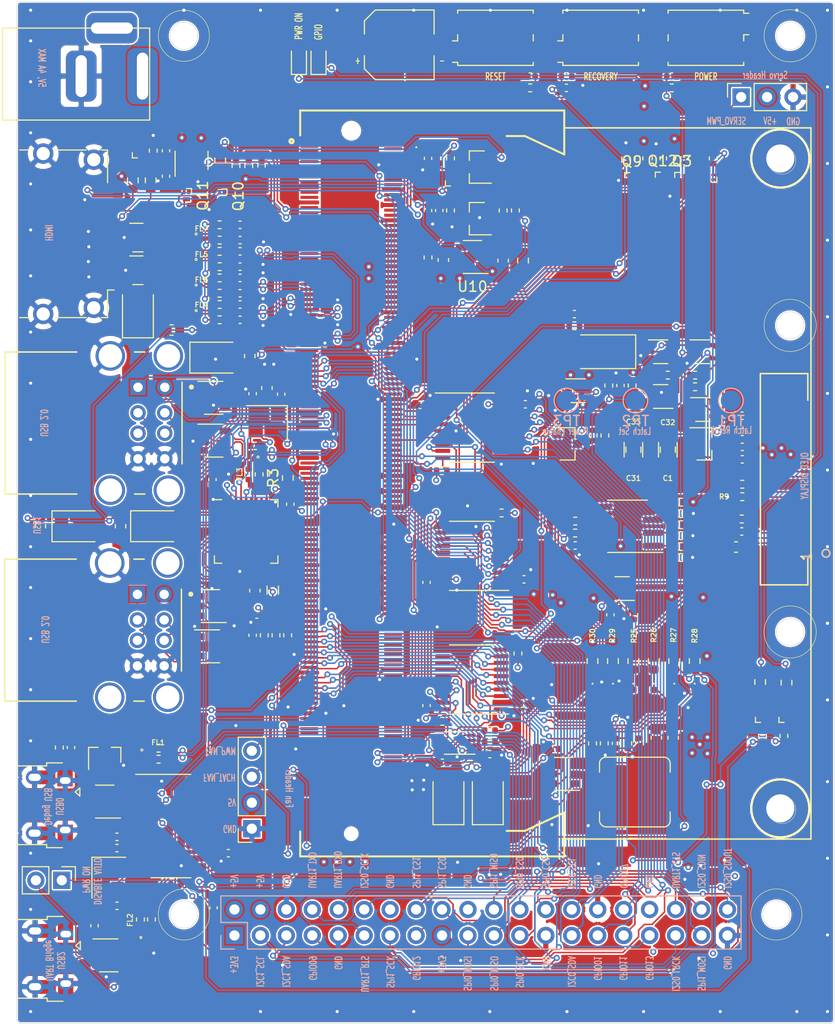
<source format=kicad_pcb>
(kicad_pcb (version 20171130) (host pcbnew "(5.1.10)-1")
  (layers (0 F.Cu signal) (1 In1.Cu power) (2 In2.Cu power) (31 B.Cu signal) (35 F.Paste user) (36 B.SilkS user) (37 F.SilkS user) (38 B.Mask user) (39 F.Mask user hide) (44 Edge.Cuts user))
  (net 0 "")
  (net 1 "/Power ON/OFF Logic/SHUTDOWN_WAIT")
  (net 2 GND)
  (net 3 "/Power ON/OFF Logic/LATCH_SET")
  (net 4 "/Power ON/OFF Logic/POWER_EN_Q_R")
  (net 5 +3V3)
  (net 6 +5V)
  (net 7 "/OLED Display/BST_CAP_N")
  (net 8 "/OLED Display/BST_CAP_P")
  (net 9 "/OLED Display/INV_CAP_P")
  (net 10 "/OLED Display/INV_CAP_N")
  (net 11 +1V8)
  (net 12 HDMI_TXD2_N)
  (net 13 HDMI_TXD1_N)
  (net 14 HDMI_TXD0_N)
  (net 15 HDMI_TXC_N)
  (net 16 HDMI_TXD2_P)
  (net 17 HDMI_TXD1_P)
  (net 18 HDMI_TXD0_P)
  (net 19 HDMI_TXC_P)
  (net 20 "/Power ON/OFF Logic/POWER_EN_Q")
  (net 21 HDMI_CEC)
  (net 22 "Net-(D6-Pad1)")
  (net 23 USB0_D_N)
  (net 24 "/USB2.0 Type A Hub/USB1_AP_N")
  (net 25 USB1_D_N)
  (net 26 "Net-(J1-Pad2)")
  (net 27 3V3_PGOOD)
  (net 28 "/OLED Display/DATA_CMD")
  (net 29 I2C0_SCL)
  (net 30 I2C0_SDA)
  (net 31 "/OLED Display/IREF")
  (net 32 "/Power Regulation and Fan Tach/FAN_PWM_LS")
  (net 33 "/Power Regulation and Fan Tach/FAN_TACH_IN")
  (net 34 GPIO00)
  (net 35 SPI0_MOSI)
  (net 36 SPI0_SCK)
  (net 37 SPI0_MISO)
  (net 38 SPI0_CS0)
  (net 39 HDMI_HPD)
  (net 40 SPI0_CS1)
  (net 41 HDMI_DDC_SDA_POL)
  (net 42 HDMI_DDC_SCL_POL)
  (net 43 SPI1_MOSI)
  (net 44 SPI1_SCK)
  (net 45 SPI1_MISO)
  (net 46 USB0_D_P)
  (net 47 SPI1_CS0)
  (net 48 SPI1_CS1)
  (net 49 USB1_D_P)
  (net 50 GPIO01)
  (net 51 GPIO02)
  (net 52 GPIO04)
  (net 53 MOD_SLEEP*)
  (net 54 I2C1_SCL)
  (net 55 I2C1_SDA)
  (net 56 I2S0_SDOUT)
  (net 57 I2S0_SDIN)
  (net 58 I2S0_LRCK)
  (net 59 I2S0_SCLK)
  (net 60 UART1_TXD)
  (net 61 UART1_RXD)
  (net 62 GPIO07)
  (net 63 UART1_RTS)
  (net 64 GPIO08)
  (net 65 UART1_CTS)
  (net 66 GPIO09)
  (net 67 GPIO11)
  (net 68 GPIO12)
  (net 69 GPIO13)
  (net 70 GPIO14)
  (net 71 I2C2_SCL)
  (net 72 SHUTDOWN_REQ*)
  (net 73 I2C2_SDA)
  (net 74 UART2_TXD)
  (net 75 POWER_EN)
  (net 76 UART2_RXD)
  (net 77 SYS_RESET*)
  (net 78 SLEEP_WAKE*)
  (net 79 GPIO09_LS)
  (net 80 UART1_TXD_LS)
  (net 81 UART1_RXD_LS)
  (net 82 UART1_RTS_LS)
  (net 83 I2S0_SCLK_LS)
  (net 84 SPI1_SCK_LS)
  (net 85 GPIO12_LS)
  (net 86 SPI1_CS1_LS)
  (net 87 SPI1_CS0_LS)
  (net 88 SPI0_MOSI_LS)
  (net 89 SPI0_MISO_LS)
  (net 90 SPI1_MISO_LS)
  (net 91 SPI0_SCK_LS)
  (net 92 SPI0_CS0_LS)
  (net 93 SPI0_CS1_LS)
  (net 94 GPIO01_LS)
  (net 95 GPIO11_LS)
  (net 96 GPIO07_LS)
  (net 97 GPIO13_LS)
  (net 98 I2S0_LRCK_LS)
  (net 99 UART1_CTS_LS)
  (net 100 SPI1_MOSI_LS)
  (net 101 I2S0_SDIN_LS)
  (net 102 I2S0_SDOUT_LS)
  (net 103 "/USB2.0 Type A Hub/USB_DSP3_DN")
  (net 104 "/USB2.0 Type A Hub/USB_DSP3_DP")
  (net 105 "/USB2.0 Type A Hub/USB_DSP1_DN")
  (net 106 "/USB2.0 Type A Hub/USB_DSP1_DP")
  (net 107 "/USB2.0 Type A Hub/USB_DSP2_DP")
  (net 108 "/USB2.0 Type A Hub/USB_DSP2_DN")
  (net 109 "/USB2.0 Type A Hub/USB_DSP4_DP")
  (net 110 "/USB2.0 Type A Hub/USB_DSP4_DN")
  (net 111 "/Power ON/OFF Logic/LATCH_RESET")
  (net 112 "Net-(R3-Pad1)")
  (net 113 "/Power ON/OFF Logic/POWER_EN_Q_NOT")
  (net 114 "/USB2.0 Type A Hub/USB1_AP_P")
  (net 115 UART2_RXD_3v3)
  (net 116 UART2_TXD_3v3)
  (net 117 "/UART to USB Bridge/USB2_DN")
  (net 118 "/UART to USB Bridge/USB2_DP")
  (net 119 HDMI_CEC_CON)
  (net 120 HDMI_HPD_CON)
  (net 121 "/HDMI Connections Part 1/HDMI_DDC_SCL_POL_CON")
  (net 122 "/HDMI Connections Part 1/HDMI_DDC_SDA_POL_CON")
  (net 123 "/HDMI Connections Part 1/HDMI_TX2_CON_N")
  (net 124 "/HDMI Connections Part 1/HDMI_TX2_CON_P")
  (net 125 "/HDMI Connections Part 1/HDMI_TX0_CON_P")
  (net 126 "/HDMI Connections Part 1/HDMI_TX0_CON_N")
  (net 127 "/HDMI Connections Part 1/HDMI_TX1_CON_N")
  (net 128 "/HDMI Connections Part 1/HDMI_TX1_CON_P")
  (net 129 "/HDMI Connections Part 1/HDMI_TXC_CON_N")
  (net 130 "/HDMI Connections Part 1/HDMI_TXC_CON_P")
  (net 131 "/HDMI Connections Part 1/HDMI_TX2_FILT_P")
  (net 132 "/HDMI Connections Part 1/HDMI_TX1_FILT_P")
  (net 133 "/HDMI Connections Part 1/HDMI_TX0_FILT_N")
  (net 134 "/HDMI Connections Part 1/HDMI_TXC_FILT_N")
  (net 135 "/HDMI Connections Part 1/HDMI_TX2_FILT_N")
  (net 136 "/HDMI Connections Part 1/HDMI_TX1_FILT_N")
  (net 137 "/HDMI Connections Part 1/HDMI_TX0_FILT_P")
  (net 138 "/HDMI Connections Part 1/HDMI_TXC_FILT_P")
  (net 139 "/uUSB Connections/USB0_FILT_P")
  (net 140 "/uUSB Connections/USB0_FILT_N")
  (net 141 "/UART to USB Bridge/USB2_FILT_N")
  (net 142 "/UART to USB Bridge/USB2_FILT_P")
  (net 143 SERVO_PWM)
  (net 144 "Net-(Q8-Pad1)")
  (net 145 GPIO03)
  (net 146 "/SODIMM Connections Part 3/FORCE_RECOVERY*")
  (net 147 "/OLED Display/OLED_COM_HI")
  (net 148 "/OLED Display/OLED_OEL_PWR")
  (net 149 "/3.3V and 1.8V Power Supply/3V3BUCK_CAP_IN")
  (net 150 "/3.3V and 1.8V Power Supply/3V3BUCK_FB")
  (net 151 "/uUSB Connections/VBUS_USB0")
  (net 152 "/UART to USB Bridge/VBUS_USB2")
  (net 153 "/USB2.0 Type A Hub/USB1_PLL_FILT")
  (net 154 "/USB2.0 Type A Hub/USB1_CR_FILT")
  (net 155 "/USB2.0 Type A Hub/USB1_XTAL_IN")
  (net 156 "/USB2.0 Type A Hub/USB1_XTAL_OUT")
  (net 157 "/UART to USB Bridge/UART_XTAL_IN")
  (net 158 "/UART to USB Bridge/UART_XTAL_OUT")
  (net 159 "/SODIMM Connections Part 2/VIS_LED_OUT")
  (net 160 "/3.3V and 1.8V Power Supply/3V3BUCK_SW")
  (net 161 "/SODIMM Connections Part 2/VIS_SW_D")
  (net 162 "/SODIMM Connections Part 2/VIS_SW_G")
  (net 163 "/Power Regulation and Fan Tach/FAN_PWM_INV")
  (net 164 "Net-(R13-Pad2)")
  (net 165 "Net-(R15-Pad2)")
  (net 166 "Net-(R17-Pad2)")
  (net 167 "/Servo Header and EEPROM/EEPROM_A2")
  (net 168 "/Servo Header and EEPROM/EEPROM_A1")
  (net 169 "/Servo Header and EEPROM/EEPROM_A0")
  (net 170 "/Servo Header and EEPROM/WRITE_PROTEC")
  (net 171 "/USB2.0 Type A Hub/CFG_SEL0")
  (net 172 "/USB2.0 Type A Hub/CFG_SEL1")
  (net 173 "/USB2.0 Type A Hub/NON_REM0")
  (net 174 "/USB2.0 Type A Hub/NON_REM1")
  (net 175 "/USB2.0 Type A Hub/3V3_BEAD")
  (net 176 "/Power ON/OFF Logic/SHUTDOWN_Q2_G")
  (net 177 +3V3_HDMI)
  (net 178 +5V_HDMI)
  (net 179 "Net-(D4-Pad2)")
  (net 180 "Net-(D4-Pad3)")
  (net 181 "/Level Shifters and GPIO Header/VCCB_UART_LVLSHIFT")
  (net 182 "/Level Shifters and GPIO Header/OE_UART_LVLSHIFT")
  (net 183 "/HDMI Connections Part 1/HDMI_ON")
  (net 184 "/HDMI Connections Part 2/HDMI_PWR_EN")
  (net 185 "/HDMI Connections Part 2/HDMI_PWR_ILIM")
  (net 186 REGOUT_3V3)
  (net 187 "/USB2.0 Type A Hub/USB_DSP1_VBUS")
  (net 188 "/USB2.0 Type A Hub/USB_DSP2_VBUS")
  (net 189 "/USB2.0 Type A Hub/USB_DSP3_VBUS")
  (net 190 "/USB2.0 Type A Hub/USB_DSP4_VBUS")
  (net 191 "Net-(Q7-Pad3)")
  (net 192 "Net-(Q7-Pad1)")
  (module Package_DFN_QFN:QFN-36-1EP_6x6mm_P0.5mm_EP3.7x3.7mm (layer F.Cu) (at 6.096 48.514)
    (fp_text reference U23 hide)
    (fp_text value USB2514B-AEZG)
    (pad 1 smd roundrect (at -2.9375 -2) (size 0.825 0.25) (layers F.Cu F.Paste F.Mask) (net 108 "/USB2.0 Type A Hub/USB_DSP2_DN"))
    (pad 2 smd roundrect (at -2.9375 -1.5) (size 0.825 0.25) (layers F.Cu F.Paste F.Mask) (net 107 "/USB2.0 Type A Hub/USB_DSP2_DP"))
    (pad 3 smd roundrect (at -2.9375 -1) (size 0.825 0.25) (layers F.Cu F.Paste F.Mask) (net 110 "/USB2.0 Type A Hub/USB_DSP4_DN"))
    (pad 4 smd roundrect (at -2.9375 -0.5) (size 0.825 0.25) (layers F.Cu F.Paste F.Mask) (net 109 "/USB2.0 Type A Hub/USB_DSP4_DP"))
    (pad 5 smd roundrect (at -2.9375 0) (size 0.825 0.25) (layers F.Cu F.Paste F.Mask) (net 175 "/USB2.0 Type A Hub/3V3_BEAD"))
    (pad 6 smd roundrect (at -2.9375 0.5) (size 0.825 0.25) (layers F.Cu F.Paste F.Mask) (net 103 "/USB2.0 Type A Hub/USB_DSP3_DN"))
    (pad 7 smd roundrect (at -2.9375 1) (size 0.825 0.25) (layers F.Cu F.Paste F.Mask) (net 104 "/USB2.0 Type A Hub/USB_DSP3_DP"))
    (pad 8 smd roundrect (at -2.9375 1.5) (size 0.825 0.25) (layers F.Cu F.Paste F.Mask) (net 105 "/USB2.0 Type A Hub/USB_DSP1_DN"))
    (pad 9 smd roundrect (at -2.9375 2) (size 0.825 0.25) (layers F.Cu F.Paste F.Mask) (net 106 "/USB2.0 Type A Hub/USB_DSP1_DP"))
    (pad 10 smd roundrect (at -2 2.9375) (size 0.25 0.825) (layers F.Cu F.Paste F.Mask) (net 175 "/USB2.0 Type A Hub/3V3_BEAD"))
    (pad 11 smd roundrect (at -1.5 2.9375) (size 0.25 0.825) (layers F.Cu F.Paste F.Mask) (net 2 GND))
    (pad 12 smd roundrect (at -1 2.9375) (size 0.25 0.825) (layers F.Cu F.Paste F.Mask))
    (pad 13 smd roundrect (at -0.5 2.9375) (size 0.25 0.825) (layers F.Cu F.Paste F.Mask))
    (pad 14 smd roundrect (at 0 2.9375) (size 0.25 0.825) (layers F.Cu F.Paste F.Mask) (net 154 "/USB2.0 Type A Hub/USB1_CR_FILT"))
    (pad 15 smd roundrect (at 0.5 2.9375) (size 0.25 0.825) (layers F.Cu F.Paste F.Mask) (net 5 +3V3))
    (pad 16 smd roundrect (at 1 2.9375) (size 0.25 0.825) (layers F.Cu F.Paste F.Mask))
    (pad 17 smd roundrect (at 1.5 2.9375) (size 0.25 0.825) (layers F.Cu F.Paste F.Mask))
    (pad 18 smd roundrect (at 2 2.9375) (size 0.25 0.825) (layers F.Cu F.Paste F.Mask))
    (pad 19 smd roundrect (at 2.9375 2) (size 0.825 0.25) (layers F.Cu F.Paste F.Mask))
    (pad 20 smd roundrect (at 2.9375 1.5) (size 0.825 0.25) (layers F.Cu F.Paste F.Mask))
    (pad 21 smd roundrect (at 2.9375 1) (size 0.825 0.25) (layers F.Cu F.Paste F.Mask))
    (pad 22 smd roundrect (at 2.9375 0.5) (size 0.825 0.25) (layers F.Cu F.Paste F.Mask) (net 174 "/USB2.0 Type A Hub/NON_REM1"))
    (pad 23 smd roundrect (at 2.9375 0) (size 0.825 0.25) (layers F.Cu F.Paste F.Mask) (net 5 +3V3))
    (pad 24 smd roundrect (at 2.9375 -0.5) (size 0.825 0.25) (layers F.Cu F.Paste F.Mask) (net 171 "/USB2.0 Type A Hub/CFG_SEL0"))
    (pad 25 smd roundrect (at 2.9375 -1) (size 0.825 0.25) (layers F.Cu F.Paste F.Mask) (net 172 "/USB2.0 Type A Hub/CFG_SEL1"))
    (pad 26 smd roundrect (at 2.9375 -1.5) (size 0.825 0.25) (layers F.Cu F.Paste F.Mask) (net 77 SYS_RESET*))
    (pad 27 smd roundrect (at 2.9375 -2) (size 0.825 0.25) (layers F.Cu F.Paste F.Mask) (net 5 +3V3))
    (pad 28 smd roundrect (at 2 -2.9375) (size 0.25 0.825) (layers F.Cu F.Paste F.Mask) (net 173 "/USB2.0 Type A Hub/NON_REM0"))
    (pad 29 smd roundrect (at 1.5 -2.9375) (size 0.25 0.825) (layers F.Cu F.Paste F.Mask) (net 175 "/USB2.0 Type A Hub/3V3_BEAD"))
    (pad 30 smd roundrect (at 1 -2.9375) (size 0.25 0.825) (layers F.Cu F.Paste F.Mask) (net 24 "/USB2.0 Type A Hub/USB1_AP_N"))
    (pad 31 smd roundrect (at 0.5 -2.9375) (size 0.25 0.825) (layers F.Cu F.Paste F.Mask) (net 114 "/USB2.0 Type A Hub/USB1_AP_P"))
    (pad 32 smd roundrect (at 0 -2.9375) (size 0.25 0.825) (layers F.Cu F.Paste F.Mask) (net 156 "/USB2.0 Type A Hub/USB1_XTAL_OUT"))
    (pad 33 smd roundrect (at -0.5 -2.9375) (size 0.25 0.825) (layers F.Cu F.Paste F.Mask) (net 155 "/USB2.0 Type A Hub/USB1_XTAL_IN"))
    (pad 34 smd roundrect (at -1 -2.9375) (size 0.25 0.825) (layers F.Cu F.Paste F.Mask) (net 153 "/USB2.0 Type A Hub/USB1_PLL_FILT"))
    (pad 35 smd roundrect (at -1.5 -2.9375) (size 0.25 0.825) (layers F.Cu F.Paste F.Mask) (net 112 "Net-(R3-Pad1)"))
    (pad 36 smd roundrect (at -2 -2.9375) (size 0.25 0.825) (layers F.Cu F.Paste F.Mask) (net 175 "/USB2.0 Type A Hub/3V3_BEAD"))
    (pad 37 smd rect (at 0 0) (size 3.7 3.7) (layers F.Cu F.Mask) (net 2 GND))
  )
  (module Capacitor_SMD:C_0402_1005Metric (layer F.Cu) (at 5.5 21.1)
    (fp_text reference C54 hide)
    (fp_text value 0.1uF)
    (pad 1 smd roundrect (at -0.48 0) (size 0.56 0.62) (layers F.Cu F.Paste F.Mask) (net 133 "/HDMI Connections Part 1/HDMI_TX0_FILT_N"))
    (pad 2 smd roundrect (at 0.48 0) (size 0.56 0.62) (layers F.Cu F.Paste F.Mask) (net 14 HDMI_TXD0_N))
  )
  (module Resistor_SMD:R_0402_1005Metric (layer F.Cu) (at 3.5 21.1 180)
    (fp_text reference R61 hide)
    (fp_text value 510)
    (pad 2 smd roundrect (at 0.51 0 180) (size 0.54 0.64) (layers F.Cu F.Paste F.Mask) (net 183 "/HDMI Connections Part 1/HDMI_ON"))
    (pad 1 smd roundrect (at -0.51 0 180) (size 0.54 0.64) (layers F.Cu F.Paste F.Mask) (net 133 "/HDMI Connections Part 1/HDMI_TX0_FILT_N"))
  )
  (module Connector_PinSocket_2.54mm:PinSocket_2x20_P2.54mm_Vertical (layer B.Cu) (at 4.95 88.05 270)
    (fp_text reference J6 hide)
    (fp_text value Conn_02x20_Odd_Even)
    (pad 1 thru_hole rect (at 0 0 270) (size 1.7 1.7) (drill 1) (layers *.Cu *.Mask) (net 5 +3V3))
    (pad 2 thru_hole oval (at -2.54 0 270) (size 1.7 1.7) (drill 1) (layers *.Cu *.Mask) (net 6 +5V))
    (pad 3 thru_hole oval (at 0 -2.54 270) (size 1.7 1.7) (drill 1) (layers *.Cu *.Mask) (net 55 I2C1_SDA))
    (pad 4 thru_hole oval (at -2.54 -2.54 270) (size 1.7 1.7) (drill 1) (layers *.Cu *.Mask) (net 6 +5V))
    (pad 5 thru_hole oval (at 0 -5.08 270) (size 1.7 1.7) (drill 1) (layers *.Cu *.Mask) (net 54 I2C1_SCL))
    (pad 6 thru_hole oval (at -2.54 -5.08 270) (size 1.7 1.7) (drill 1) (layers *.Cu *.Mask) (net 2 GND))
    (pad 7 thru_hole oval (at 0 -7.62 270) (size 1.7 1.7) (drill 1) (layers *.Cu *.Mask) (net 79 GPIO09_LS))
    (pad 8 thru_hole oval (at -2.54 -7.62 270) (size 1.7 1.7) (drill 1) (layers *.Cu *.Mask) (net 80 UART1_TXD_LS))
    (pad 9 thru_hole oval (at 0 -10.16 270) (size 1.7 1.7) (drill 1) (layers *.Cu *.Mask) (net 2 GND))
    (pad 10 thru_hole oval (at -2.54 -10.16 270) (size 1.7 1.7) (drill 1) (layers *.Cu *.Mask) (net 81 UART1_RXD_LS))
    (pad 11 thru_hole oval (at 0 -12.7 270) (size 1.7 1.7) (drill 1) (layers *.Cu *.Mask) (net 82 UART1_RTS_LS))
    (pad 12 thru_hole oval (at -2.54 -12.7 270) (size 1.7 1.7) (drill 1) (layers *.Cu *.Mask) (net 83 I2S0_SCLK_LS))
    (pad 13 thru_hole oval (at 0 -15.24 270) (size 1.7 1.7) (drill 1) (layers *.Cu *.Mask) (net 84 SPI1_SCK_LS))
    (pad 14 thru_hole oval (at -2.54 -15.24 270) (size 1.7 1.7) (drill 1) (layers *.Cu *.Mask) (net 2 GND))
    (pad 15 thru_hole oval (at 0 -17.78 270) (size 1.7 1.7) (drill 1) (layers *.Cu *.Mask) (net 85 GPIO12_LS))
    (pad 16 thru_hole oval (at -2.54 -17.78 270) (size 1.7 1.7) (drill 1) (layers *.Cu *.Mask) (net 86 SPI1_CS1_LS))
    (pad 17 thru_hole oval (at 0 -20.32 270) (size 1.7 1.7) (drill 1) (layers *.Cu *.Mask) (net 5 +3V3))
    (pad 18 thru_hole oval (at -2.54 -20.32 270) (size 1.7 1.7) (drill 1) (layers *.Cu *.Mask) (net 87 SPI1_CS0_LS))
    (pad 19 thru_hole oval (at 0 -22.86 270) (size 1.7 1.7) (drill 1) (layers *.Cu *.Mask) (net 88 SPI0_MOSI_LS))
    (pad 20 thru_hole oval (at -2.54 -22.86 270) (size 1.7 1.7) (drill 1) (layers *.Cu *.Mask) (net 2 GND))
    (pad 21 thru_hole oval (at 0 -25.4 270) (size 1.7 1.7) (drill 1) (layers *.Cu *.Mask) (net 89 SPI0_MISO_LS))
    (pad 22 thru_hole oval (at -2.54 -25.4 270) (size 1.7 1.7) (drill 1) (layers *.Cu *.Mask) (net 90 SPI1_MISO_LS))
    (pad 23 thru_hole oval (at 0 -27.94 270) (size 1.7 1.7) (drill 1) (layers *.Cu *.Mask) (net 91 SPI0_SCK_LS))
    (pad 24 thru_hole oval (at -2.54 -27.94 270) (size 1.7 1.7) (drill 1) (layers *.Cu *.Mask) (net 92 SPI0_CS0_LS))
    (pad 25 thru_hole oval (at 0 -30.48 270) (size 1.7 1.7) (drill 1) (layers *.Cu *.Mask) (net 2 GND))
    (pad 26 thru_hole oval (at -2.54 -30.48 270) (size 1.7 1.7) (drill 1) (layers *.Cu *.Mask) (net 93 SPI0_CS1_LS))
    (pad 27 thru_hole oval (at 0 -33.02 270) (size 1.7 1.7) (drill 1) (layers *.Cu *.Mask) (net 30 I2C0_SDA))
    (pad 28 thru_hole oval (at -2.54 -33.02 270) (size 1.7 1.7) (drill 1) (layers *.Cu *.Mask) (net 29 I2C0_SCL))
    (pad 29 thru_hole oval (at 0 -35.56 270) (size 1.7 1.7) (drill 1) (layers *.Cu *.Mask) (net 94 GPIO01_LS))
    (pad 30 thru_hole oval (at -2.54 -35.56 270) (size 1.7 1.7) (drill 1) (layers *.Cu *.Mask) (net 2 GND))
    (pad 31 thru_hole oval (at 0 -38.1 270) (size 1.7 1.7) (drill 1) (layers *.Cu *.Mask) (net 95 GPIO11_LS))
    (pad 32 thru_hole oval (at -2.54 -38.1 270) (size 1.7 1.7) (drill 1) (layers *.Cu *.Mask) (net 96 GPIO07_LS))
    (pad 33 thru_hole oval (at 0 -40.64 270) (size 1.7 1.7) (drill 1) (layers *.Cu *.Mask) (net 97 GPIO13_LS))
    (pad 34 thru_hole oval (at -2.54 -40.64 270) (size 1.7 1.7) (drill 1) (layers *.Cu *.Mask) (net 2 GND))
    (pad 35 thru_hole oval (at 0 -43.18 270) (size 1.7 1.7) (drill 1) (layers *.Cu *.Mask) (net 98 I2S0_LRCK_LS))
    (pad 36 thru_hole oval (at -2.54 -43.18 270) (size 1.7 1.7) (drill 1) (layers *.Cu *.Mask) (net 99 UART1_CTS_LS))
    (pad 37 thru_hole oval (at 0 -45.72 270) (size 1.7 1.7) (drill 1) (layers *.Cu *.Mask) (net 100 SPI1_MOSI_LS))
    (pad 38 thru_hole oval (at -2.54 -45.72 270) (size 1.7 1.7) (drill 1) (layers *.Cu *.Mask) (net 101 I2S0_SDIN_LS))
    (pad 39 thru_hole oval (at 0 -48.26 270) (size 1.7 1.7) (drill 1) (layers *.Cu *.Mask) (net 2 GND))
    (pad 40 thru_hole oval (at -2.54 -48.26 270) (size 1.7 1.7) (drill 1) (layers *.Cu *.Mask) (net 102 I2S0_SDOUT_LS))
  )
  (module Libraries:HDMI_A_Amphenol_10029449-111 (layer F.Cu) (at -10.87 19.38 270)
    (fp_text reference J11 hide)
    (fp_text value HDMI_A)
    (pad SH thru_hole circle (at -7.85 2.9 270) (size 2 2) (drill 1.3) (layers *.Cu *.Mask) (net 2 GND))
    (pad SH thru_hole circle (at 7.85 2.9 270) (size 2 2) (drill 1.3) (layers *.Cu *.Mask) (net 2 GND))
    (pad SH thru_hole circle (at -7.25 -2.05 270) (size 2 2) (drill 1.3) (layers *.Cu *.Mask) (net 2 GND))
    (pad SH thru_hole circle (at 7.25 -2.05 270) (size 2 2) (drill 1.3) (layers *.Cu *.Mask) (net 2 GND))
    (pad 19 smd rect (at -4.25 -2.95 270) (size 0.3 1.9) (layers F.Cu F.Paste F.Mask) (net 120 HDMI_HPD_CON))
    (pad 18 smd rect (at -3.75 -2.95 270) (size 0.3 1.9) (layers F.Cu F.Paste F.Mask) (net 178 +5V_HDMI))
    (pad 17 smd rect (at -3.25 -2.95 270) (size 0.3 1.9) (layers F.Cu F.Paste F.Mask) (net 2 GND))
    (pad 16 smd rect (at -2.75 -2.95 270) (size 0.3 1.9) (layers F.Cu F.Paste F.Mask) (net 122 "/HDMI Connections Part 1/HDMI_DDC_SDA_POL_CON"))
    (pad 15 smd rect (at -2.25 -2.95 270) (size 0.3 1.9) (layers F.Cu F.Paste F.Mask) (net 121 "/HDMI Connections Part 1/HDMI_DDC_SCL_POL_CON"))
    (pad 14 smd rect (at -1.75 -2.95 270) (size 0.3 1.9) (layers F.Cu F.Paste F.Mask))
    (pad 13 smd rect (at -1.25 -2.95 270) (size 0.3 1.9) (layers F.Cu F.Paste F.Mask) (net 119 HDMI_CEC_CON))
    (pad 12 smd rect (at -0.75 -2.95 270) (size 0.3 1.9) (layers F.Cu F.Paste F.Mask) (net 129 "/HDMI Connections Part 1/HDMI_TXC_CON_N"))
    (pad 11 smd rect (at -0.25 -2.95 270) (size 0.3 1.9) (layers F.Cu F.Paste F.Mask) (net 2 GND))
    (pad 10 smd rect (at 0.25 -2.95 270) (size 0.3 1.9) (layers F.Cu F.Paste F.Mask) (net 130 "/HDMI Connections Part 1/HDMI_TXC_CON_P"))
    (pad 9 smd rect (at 0.75 -2.95 270) (size 0.3 1.9) (layers F.Cu F.Paste F.Mask) (net 126 "/HDMI Connections Part 1/HDMI_TX0_CON_N"))
    (pad 8 smd rect (at 1.25 -2.95 270) (size 0.3 1.9) (layers F.Cu F.Paste F.Mask) (net 2 GND))
    (pad 7 smd rect (at 1.75 -2.95 270) (size 0.3 1.9) (layers F.Cu F.Paste F.Mask) (net 125 "/HDMI Connections Part 1/HDMI_TX0_CON_P"))
    (pad 6 smd rect (at 2.25 -2.95 270) (size 0.3 1.9) (layers F.Cu F.Paste F.Mask) (net 127 "/HDMI Connections Part 1/HDMI_TX1_CON_N"))
    (pad 5 smd rect (at 2.75 -2.95 270) (size 0.3 1.9) (layers F.Cu F.Paste F.Mask) (net 2 GND))
    (pad 4 smd rect (at 3.25 -2.95 270) (size 0.3 1.9) (layers F.Cu F.Paste F.Mask) (net 128 "/HDMI Connections Part 1/HDMI_TX1_CON_P") (clearance 0.1))
    (pad 3 smd rect (at 3.75 -2.95 270) (size 0.3 1.9) (layers F.Cu F.Paste F.Mask) (net 123 "/HDMI Connections Part 1/HDMI_TX2_CON_N") (clearance 0.1))
    (pad 2 smd rect (at 4.25 -2.95 270) (size 0.3 1.9) (layers F.Cu F.Paste F.Mask) (net 2 GND) (clearance 0.1))
    (pad 1 smd rect (at 4.75 -2.95 270) (size 0.3 1.9) (layers F.Cu F.Paste F.Mask) (net 124 "/HDMI Connections Part 1/HDMI_TX2_CON_P") (clearance 0.1))
  )
  (module Package_SON:USON-10_2.5x1.0mm_P0.5mm (layer F.Cu) (at -4.5 19.75)
    (fp_text reference D19 hide)
    (fp_text value TPD4E02B04DQAR)
    (pad 8 smd rect (at 0.385 0 270) (size 0.4 0.55) (layers F.Cu F.Paste F.Mask) (net 2 GND))
    (pad 10 smd rect (at 0.385 -1 270) (size 0.3 0.55) (layers F.Cu F.Paste F.Mask) (net 129 "/HDMI Connections Part 1/HDMI_TXC_CON_N"))
    (pad 7 smd rect (at 0.385 0.5 270) (size 0.3 0.55) (layers F.Cu F.Paste F.Mask) (net 126 "/HDMI Connections Part 1/HDMI_TX0_CON_N"))
    (pad 6 smd rect (at 0.385 1 270) (size 0.3 0.55) (layers F.Cu F.Paste F.Mask) (net 125 "/HDMI Connections Part 1/HDMI_TX0_CON_P"))
    (pad 9 smd rect (at 0.385 -0.5 270) (size 0.3 0.55) (layers F.Cu F.Paste F.Mask) (net 130 "/HDMI Connections Part 1/HDMI_TXC_CON_P"))
    (pad 5 smd rect (at -0.385 1 270) (size 0.3 0.55) (layers F.Cu F.Paste F.Mask) (net 125 "/HDMI Connections Part 1/HDMI_TX0_CON_P"))
    (pad 4 smd rect (at -0.385 0.5 270) (size 0.3 0.55) (layers F.Cu F.Paste F.Mask) (net 126 "/HDMI Connections Part 1/HDMI_TX0_CON_N"))
    (pad 3 smd rect (at -0.385 0 270) (size 0.4 0.55) (layers F.Cu F.Paste F.Mask) (net 2 GND))
    (pad 2 smd rect (at -0.385 -0.5 270) (size 0.3 0.55) (layers F.Cu F.Paste F.Mask) (net 130 "/HDMI Connections Part 1/HDMI_TXC_CON_P"))
    (pad 1 smd rect (at -0.385 -1 270) (size 0.3 0.55) (layers F.Cu F.Paste F.Mask) (net 129 "/HDMI Connections Part 1/HDMI_TXC_CON_N"))
  )
  (module Package_SON:USON-10_2.5x1.0mm_P0.5mm (layer F.Cu) (at -4.5 22.95)
    (fp_text reference D18 hide)
    (fp_text value TPD4E02B04DQAR)
    (pad 8 smd rect (at 0.385 0 270) (size 0.4 0.55) (layers F.Cu F.Paste F.Mask) (net 2 GND))
    (pad 10 smd rect (at 0.385 -1 270) (size 0.3 0.55) (layers F.Cu F.Paste F.Mask) (net 127 "/HDMI Connections Part 1/HDMI_TX1_CON_N"))
    (pad 7 smd rect (at 0.385 0.5 270) (size 0.3 0.55) (layers F.Cu F.Paste F.Mask) (net 123 "/HDMI Connections Part 1/HDMI_TX2_CON_N"))
    (pad 6 smd rect (at 0.385 1 270) (size 0.3 0.55) (layers F.Cu F.Paste F.Mask) (net 124 "/HDMI Connections Part 1/HDMI_TX2_CON_P"))
    (pad 9 smd rect (at 0.385 -0.5 270) (size 0.3 0.55) (layers F.Cu F.Paste F.Mask) (net 128 "/HDMI Connections Part 1/HDMI_TX1_CON_P"))
    (pad 5 smd rect (at -0.385 1 270) (size 0.3 0.55) (layers F.Cu F.Paste F.Mask) (net 124 "/HDMI Connections Part 1/HDMI_TX2_CON_P"))
    (pad 4 smd rect (at -0.385 0.5 270) (size 0.3 0.55) (layers F.Cu F.Paste F.Mask) (net 123 "/HDMI Connections Part 1/HDMI_TX2_CON_N"))
    (pad 3 smd rect (at -0.385 0 270) (size 0.4 0.55) (layers F.Cu F.Paste F.Mask) (net 2 GND))
    (pad 2 smd rect (at -0.385 -0.5 270) (size 0.3 0.55) (layers F.Cu F.Paste F.Mask) (net 128 "/HDMI Connections Part 1/HDMI_TX1_CON_P"))
    (pad 1 smd rect (at -0.385 -1 270) (size 0.3 0.55) (layers F.Cu F.Paste F.Mask) (net 127 "/HDMI Connections Part 1/HDMI_TX1_CON_N"))
  )
  (module Connector_USB:USB_Micro-B_Amphenol_10103594-0001LF_Horizontal (layer F.Cu) (at -13.45 90.365 270)
    (fp_text reference J8 hide)
    (fp_text value USB_B_Micro)
    (pad 6 smd rect (at 2.725 0.185 270) (size 1.35 2) (layers F.Cu F.Paste F.Mask) (net 2 GND))
    (pad 6 smd rect (at -2.755 0.185 270) (size 1.35 2) (layers F.Cu F.Paste F.Mask) (net 2 GND))
    (pad 6 smd rect (at -2.975 -0.565 270) (size 1.825 0.7) (layers F.Cu F.Paste F.Mask) (net 2 GND))
    (pad 6 smd rect (at 2.975 -0.565 270) (size 1.825 0.7) (layers F.Cu F.Paste F.Mask) (net 2 GND))
    (pad 6 smd rect (at -2.875 -1.865 270) (size 2 1.5) (layers F.Cu F.Paste F.Mask) (net 2 GND))
    (pad 6 smd rect (at 2.875 -1.885 270) (size 2 1.5) (layers F.Cu F.Paste F.Mask) (net 2 GND))
    (pad 1 smd rect (at -1.325 -1.765) (size 1.65 0.4) (layers F.Cu F.Paste F.Mask) (net 152 "/UART to USB Bridge/VBUS_USB2"))
    (pad 2 smd rect (at -0.675 -1.765) (size 1.65 0.4) (layers F.Cu F.Paste F.Mask) (net 117 "/UART to USB Bridge/USB2_DN"))
    (pad 3 smd rect (at -0.025 -1.765) (size 1.65 0.4) (layers F.Cu F.Paste F.Mask) (net 118 "/UART to USB Bridge/USB2_DP"))
    (pad 4 smd rect (at 0.625 -1.765) (size 1.65 0.4) (layers F.Cu F.Paste F.Mask))
    (pad 5 smd rect (at 1.275 -1.765) (size 1.65 0.4) (layers F.Cu F.Paste F.Mask) (net 2 GND))
    (pad 6 thru_hole oval (at -2.445 -1.885) (size 1.5 1.1) (drill oval 1.05 0.65) (layers *.Cu *.Mask) (net 2 GND))
    (pad 6 thru_hole oval (at 2.395 -1.885) (size 1.5 1.1) (drill oval 1.05 0.65) (layers *.Cu *.Mask) (net 2 GND))
    (pad 6 thru_hole oval (at -2.755 1.115) (size 1.7 1.35) (drill oval 1.2 0.7) (layers *.Cu *.Mask) (net 2 GND))
    (pad 6 thru_hole oval (at 2.705 1.115) (size 1.7 1.35) (drill oval 1.2 0.7) (layers *.Cu *.Mask) (net 2 GND))
    (pad 6 smd rect (at -0.985 1.385) (size 2.5 1.43) (layers F.Cu F.Paste F.Mask) (net 2 GND))
    (pad 6 smd rect (at 0.935 1.385) (size 2.5 1.43) (layers F.Cu F.Paste F.Mask) (net 2 GND))
  )
  (module Libraries:Molex-67298-3090-0 (layer F.Cu) (at -8.83 37.9 270)
    (fp_text reference J12 hide)
    (fp_text value USB2.0_2Conn hide)
    (pad 9 thru_hole circle (at -6.57 -1.63 270) (size 2.9 2.9) (drill 2.3) (layers *.Cu) (net 2 GND))
    (pad 10 thru_hole circle (at 6.57 -1.63 270) (size 2.9 2.9) (drill 2.3) (layers *.Cu))
    (pad 12 thru_hole circle (at -6.57 -7.309999 270) (size 2.9 2.9) (drill 2.3) (layers *.Cu))
    (pad 11 thru_hole circle (at 6.57 -7.309999 270) (size 2.9 2.9) (drill 2.3) (layers *.Cu))
    (pad 6 thru_hole circle (at -1 -6.959999 270) (size 1.52 1.52) (drill 0.92) (layers *.Cu) (net 108 "/USB2.0 Type A Hub/USB_DSP2_DN"))
    (pad 7 thru_hole circle (at 1 -6.959999 270) (size 1.52 1.52) (drill 0.92) (layers *.Cu) (net 107 "/USB2.0 Type A Hub/USB_DSP2_DP"))
    (pad 5 thru_hole circle (at -3.5 -6.959999 270) (size 1.52 1.52) (drill 0.92) (layers *.Cu) (net 188 "/USB2.0 Type A Hub/USB_DSP2_VBUS"))
    (pad 8 thru_hole circle (at 3.5 -6.959999 270) (size 1.52 1.52) (drill 0.92) (layers *.Cu) (net 2 GND))
    (pad 1 thru_hole rect (at -3.5 -4.34 270) (size 1.52 1.52) (drill 0.92) (layers *.Cu) (net 190 "/USB2.0 Type A Hub/USB_DSP4_VBUS"))
    (pad 4 thru_hole circle (at 3.5 -4.34 270) (size 1.52 1.52) (drill 0.92) (layers *.Cu) (net 2 GND))
    (pad 2 thru_hole circle (at -1 -4.34 270) (size 1.52 1.52) (drill 0.92) (layers *.Cu) (net 110 "/USB2.0 Type A Hub/USB_DSP4_DN"))
    (pad 3 thru_hole circle (at 1 -4.34 270) (size 1.52 1.52) (drill 0.92) (layers *.Cu) (net 109 "/USB2.0 Type A Hub/USB_DSP4_DP"))
  )
  (module Crystal:Crystal_SMD_7050-4Pin_7.0x5.0mm (layer F.Cu) (at 40.8 0.2)
    (fp_text reference S3 hide)
    (fp_text value B3SL-1022P)
    (pad 1 smd rect (at -2.95 1.35) (size 2.1 1.7) (layers F.Cu F.Paste F.Mask) (net 146 "/SODIMM Connections Part 3/FORCE_RECOVERY*"))
    (pad 2 smd rect (at 2.95 1.35) (size 2.1 1.7) (layers F.Cu F.Paste F.Mask) (net 146 "/SODIMM Connections Part 3/FORCE_RECOVERY*"))
    (pad 3 smd rect (at 2.95 -1.35) (size 2.1 1.7) (layers F.Cu F.Paste F.Mask) (net 2 GND))
    (pad 4 smd rect (at -2.95 -1.35) (size 2.1 1.7) (layers F.Cu F.Paste F.Mask) (net 2 GND))
  )
  (module Libraries:Molex-67298-3090-0 (layer F.Cu) (at -8.89 58.17 270)
    (fp_text reference J9 hide)
    (fp_text value USB2.0_2Conn hide)
    (pad 3 thru_hole circle (at 1 -4.34 270) (size 1.52 1.52) (drill 0.92) (layers *.Cu) (net 104 "/USB2.0 Type A Hub/USB_DSP3_DP"))
    (pad 2 thru_hole circle (at -1 -4.34 270) (size 1.52 1.52) (drill 0.92) (layers *.Cu) (net 103 "/USB2.0 Type A Hub/USB_DSP3_DN"))
    (pad 4 thru_hole circle (at 3.5 -4.34 270) (size 1.52 1.52) (drill 0.92) (layers *.Cu) (net 2 GND))
    (pad 1 thru_hole rect (at -3.5 -4.34 270) (size 1.52 1.52) (drill 0.92) (layers *.Cu) (net 189 "/USB2.0 Type A Hub/USB_DSP3_VBUS"))
    (pad 8 thru_hole circle (at 3.5 -6.959999 270) (size 1.52 1.52) (drill 0.92) (layers *.Cu) (net 2 GND))
    (pad 5 thru_hole circle (at -3.5 -6.959999 270) (size 1.52 1.52) (drill 0.92) (layers *.Cu) (net 187 "/USB2.0 Type A Hub/USB_DSP1_VBUS"))
    (pad 7 thru_hole circle (at 1 -6.959999 270) (size 1.52 1.52) (drill 0.92) (layers *.Cu) (net 106 "/USB2.0 Type A Hub/USB_DSP1_DP"))
    (pad 6 thru_hole circle (at -1 -6.959999 270) (size 1.52 1.52) (drill 0.92) (layers *.Cu) (net 105 "/USB2.0 Type A Hub/USB_DSP1_DN"))
    (pad 11 thru_hole circle (at 6.57 -7.309999 270) (size 2.9 2.9) (drill 2.3) (layers *.Cu))
    (pad 12 thru_hole circle (at -6.57 -7.309999 270) (size 2.9 2.9) (drill 2.3) (layers *.Cu))
    (pad 10 thru_hole circle (at 6.57 -1.63 270) (size 2.9 2.9) (drill 2.3) (layers *.Cu))
    (pad 9 thru_hole circle (at -6.57 -1.63 270) (size 2.9 2.9) (drill 2.3) (layers *.Cu) (net 2 GND))
  )
  (module Libraries:3-1734592-0 (layer F.Cu) (at 60.95 36.15 90)
    (fp_text reference J2 hide)
    (fp_text value 3-1734592-0 hide)
    (fp_text user 1 (at -14.804801 0 90) (layer B.SilkS) (effects (font (size 0.5842 0.5842) (thickness 0.1016))))
    (fp_text user 1 (at -14.804801 0 90) (layer F.SilkS))
    (pad 30 smd rect (at 0.000001 0 90) (size 0.3048 1.0922) (layers F.Cu F.Paste F.Mask) (net 2 GND))
    (pad 29 smd rect (at -0.500001 0 90) (size 0.3048 1.0922) (layers F.Cu F.Paste F.Mask) (net 7 "/OLED Display/BST_CAP_N"))
    (pad 28 smd rect (at -1 0 90) (size 0.3048 1.0922) (layers F.Cu F.Paste F.Mask) (net 8 "/OLED Display/BST_CAP_P"))
    (pad 27 smd rect (at -1.499999 0 90) (size 0.3048 1.0922) (layers F.Cu F.Paste F.Mask) (net 10 "/OLED Display/INV_CAP_N"))
    (pad 26 smd rect (at -2 0 90) (size 0.3048 1.0922) (layers F.Cu F.Paste F.Mask) (net 9 "/OLED Display/INV_CAP_P"))
    (pad 25 smd rect (at -2.499999 0 90) (size 0.3048 1.0922) (layers F.Cu F.Paste F.Mask) (net 5 +3V3))
    (pad 24 smd rect (at -3.000001 0 90) (size 0.3048 1.0922) (layers F.Cu F.Paste F.Mask))
    (pad 23 smd rect (at -3.5 0 90) (size 0.3048 1.0922) (layers F.Cu F.Paste F.Mask) (net 2 GND))
    (pad 22 smd rect (at -3.999999 0 90) (size 0.3048 1.0922) (layers F.Cu F.Paste F.Mask) (net 5 +3V3))
    (pad 21 smd rect (at -4.500001 0 90) (size 0.3048 1.0922) (layers F.Cu F.Paste F.Mask) (net 2 GND))
    (pad 20 smd rect (at -5 0 90) (size 0.3048 1.0922) (layers F.Cu F.Paste F.Mask) (net 5 +3V3))
    (pad 19 smd rect (at -5.500001 0 90) (size 0.3048 1.0922) (layers F.Cu F.Paste F.Mask) (net 2 GND))
    (pad 18 smd rect (at -6 0 90) (size 0.3048 1.0922) (layers F.Cu F.Paste F.Mask) (net 2 GND))
    (pad 17 smd rect (at -6.499999 0 90) (size 0.3048 1.0922) (layers F.Cu F.Paste F.Mask) (net 27 3V3_PGOOD))
    (pad 16 smd rect (at -7.000001 0 90) (size 0.3048 1.0922) (layers F.Cu F.Paste F.Mask) (net 28 "/OLED Display/DATA_CMD"))
    (pad 15 smd rect (at -7.5 0 90) (size 0.3048 1.0922) (layers F.Cu F.Paste F.Mask) (net 2 GND))
    (pad 14 smd rect (at -8.000001 0 90) (size 0.3048 1.0922) (layers F.Cu F.Paste F.Mask) (net 2 GND))
    (pad 13 smd rect (at -8.5 0 90) (size 0.3048 1.0922) (layers F.Cu F.Paste F.Mask) (net 29 I2C0_SCL))
    (pad 12 smd rect (at -8.999999 0 90) (size 0.3048 1.0922) (layers F.Cu F.Paste F.Mask) (net 30 I2C0_SDA))
    (pad 11 smd rect (at -9.500001 0 90) (size 0.3048 1.0922) (layers F.Cu F.Paste F.Mask) (net 30 I2C0_SDA))
    (pad 10 smd rect (at -10 0 90) (size 0.3048 1.0922) (layers F.Cu F.Paste F.Mask) (net 2 GND))
    (pad 9 smd rect (at -10.500001 0 90) (size 0.3048 1.0922) (layers F.Cu F.Paste F.Mask) (net 2 GND))
    (pad 8 smd rect (at -11 0 90) (size 0.3048 1.0922) (layers F.Cu F.Paste F.Mask) (net 2 GND))
    (pad 7 smd rect (at -11.499999 0 90) (size 0.3048 1.0922) (layers F.Cu F.Paste F.Mask) (net 2 GND))
    (pad 6 smd rect (at -12.000001 0 90) (size 0.3048 1.0922) (layers F.Cu F.Paste F.Mask) (net 2 GND))
    (pad 5 smd rect (at -12.5 0 90) (size 0.3048 1.0922) (layers F.Cu F.Paste F.Mask) (net 31 "/OLED Display/IREF"))
    (pad 4 smd rect (at -13.000001 0 90) (size 0.3048 1.0922) (layers F.Cu F.Paste F.Mask) (net 147 "/OLED Display/OLED_COM_HI"))
    (pad 3 smd rect (at -13.5 0 90) (size 0.3048 1.0922) (layers F.Cu F.Paste F.Mask) (net 148 "/OLED Display/OLED_OEL_PWR"))
    (pad 2 smd rect (at -13.999999 0 90) (size 0.3048 1.0922) (layers F.Cu F.Paste F.Mask) (net 2 GND))
    (pad 1 smd rect (at -14.500001 0 90) (size 0.3048 1.0922) (layers F.Cu F.Paste F.Mask) (net 2 GND))
  )
  (module Capacitor_SMD:C_Elec_6.3x7.7 (layer F.Cu) (at 21.082 0.889)
    (fp_text reference C24 hide)
    (fp_text value 330uF)
    (pad 1 smd roundrect (at -2.5375 0) (size 3.325 1.6) (layers F.Cu F.Paste F.Mask) (roundrect_rratio 0.15625) (net 6 +5V))
    (pad 2 smd roundrect (at 2.5375 0) (size 3.325 1.6) (layers F.Cu F.Paste F.Mask) (roundrect_rratio 0.15625) (net 2 GND))
  )
  (module Connector_PinHeader_2.54mm:PinHeader_1x02_P2.54mm_Vertical (layer F.Cu) (at -11.95 82.65 270)
    (fp_text reference J1 hide)
    (fp_text value Conn_01x02_Male)
    (pad 1 thru_hole rect (at 0 0 270) (size 1.7 1.7) (drill 1) (layers *.Cu *.Mask) (net 3 "/Power ON/OFF Logic/LATCH_SET"))
    (pad 2 thru_hole oval (at 0 2.54 270) (size 1.7 1.7) (drill 1) (layers *.Cu *.Mask) (net 26 "Net-(J1-Pad2)"))
  )
  (module Connector_PinSocket_2.54mm:PinSocket_1x04_P2.54mm_Vertical (layer F.Cu) (at 6.65 77.6 180)
    (fp_text reference J4 hide)
    (fp_text value Conn_01x04_Male)
    (pad 1 thru_hole rect (at 0 0 180) (size 1.7 1.7) (drill 1) (layers *.Cu *.Mask) (net 2 GND))
    (pad 2 thru_hole oval (at 0 2.54 180) (size 1.7 1.7) (drill 1) (layers *.Cu *.Mask) (net 6 +5V))
    (pad 3 thru_hole oval (at 0 5.08 180) (size 1.7 1.7) (drill 1) (layers *.Cu *.Mask) (net 33 "/Power Regulation and Fan Tach/FAN_TACH_IN"))
    (pad 4 thru_hole oval (at 0 7.62 180) (size 1.7 1.7) (drill 1) (layers *.Cu *.Mask) (net 32 "/Power Regulation and Fan Tach/FAN_PWM_LS"))
  )
  (module Connector_USB:USB_Micro-B_Amphenol_10103594-0001LF_Horizontal (layer F.Cu) (at -13.5 75.335 270)
    (fp_text reference J7 hide)
    (fp_text value USB_B_Micro)
    (pad 6 smd rect (at 0.935 1.385) (size 2.5 1.43) (layers F.Cu F.Paste F.Mask) (net 2 GND))
    (pad 6 smd rect (at -0.985 1.385) (size 2.5 1.43) (layers F.Cu F.Paste F.Mask) (net 2 GND))
    (pad 6 thru_hole oval (at 2.705 1.115) (size 1.7 1.35) (drill oval 1.2 0.7) (layers *.Cu *.Mask) (net 2 GND))
    (pad 6 thru_hole oval (at -2.755 1.115) (size 1.7 1.35) (drill oval 1.2 0.7) (layers *.Cu *.Mask) (net 2 GND))
    (pad 6 thru_hole oval (at 2.395 -1.885) (size 1.5 1.1) (drill oval 1.05 0.65) (layers *.Cu *.Mask) (net 2 GND))
    (pad 6 thru_hole oval (at -2.445 -1.885) (size 1.5 1.1) (drill oval 1.05 0.65) (layers *.Cu *.Mask) (net 2 GND))
    (pad 5 smd rect (at 1.275 -1.765) (size 1.65 0.4) (layers F.Cu F.Paste F.Mask) (net 2 GND))
    (pad 4 smd rect (at 0.625 -1.765) (size 1.65 0.4) (layers F.Cu F.Paste F.Mask))
    (pad 3 smd rect (at -0.025 -1.765) (size 1.65 0.4) (layers F.Cu F.Paste F.Mask) (net 139 "/uUSB Connections/USB0_FILT_P"))
    (pad 2 smd rect (at -0.675 -1.765) (size 1.65 0.4) (layers F.Cu F.Paste F.Mask) (net 140 "/uUSB Connections/USB0_FILT_N"))
    (pad 1 smd rect (at -1.325 -1.765) (size 1.65 0.4) (layers F.Cu F.Paste F.Mask) (net 151 "/uUSB Connections/VBUS_USB0"))
    (pad 6 smd rect (at 2.875 -1.885 270) (size 2 1.5) (layers F.Cu F.Paste F.Mask) (net 2 GND))
    (pad 6 smd rect (at -2.875 -1.865 270) (size 2 1.5) (layers F.Cu F.Paste F.Mask) (net 2 GND))
    (pad 6 smd rect (at 2.975 -0.565 270) (size 1.825 0.7) (layers F.Cu F.Paste F.Mask) (net 2 GND))
    (pad 6 smd rect (at -2.975 -0.565 270) (size 1.825 0.7) (layers F.Cu F.Paste F.Mask) (net 2 GND))
    (pad 6 smd rect (at -2.755 0.185 270) (size 1.35 2) (layers F.Cu F.Paste F.Mask) (net 2 GND))
    (pad 6 smd rect (at 2.725 0.185 270) (size 1.35 2) (layers F.Cu F.Paste F.Mask) (net 2 GND))
  )
  (module Connector_PinSocket_2.54mm:PinSocket_1x03_P2.54mm_Vertical (layer F.Cu) (at 54.55 6 90)
    (fp_text reference J10 hide)
    (fp_text value Conn_01x03_Male)
    (pad 3 thru_hole oval (at 0 5.08 90) (size 1.7 1.7) (drill 1) (layers *.Cu *.Mask) (net 2 GND))
    (pad 2 thru_hole oval (at 0 2.54 90) (size 1.7 1.7) (drill 1) (layers *.Cu *.Mask) (net 6 +5V))
    (pad 1 thru_hole rect (at 0 0 90) (size 1.7 1.7) (drill 1) (layers *.Cu *.Mask) (net 143 SERVO_PWM))
  )
  (module Resistor_SMD:R_0402_1005Metric (layer F.Cu) (at 8.9 80)
    (fp_text reference R20 hide)
    (fp_text value 10k)
    (pad 2 smd roundrect (at 0.485 0) (size 0.59 0.64) (layers F.Cu F.Paste F.Mask) (net 33 "/Power Regulation and Fan Tach/FAN_TACH_IN"))
    (pad 1 smd roundrect (at -0.485 0) (size 0.59 0.64) (layers F.Cu F.Paste F.Mask) (net 6 +5V))
  )
  (module Resistor_SMD:R_0402_1005Metric (layer F.Cu) (at -0.5 27 180)
    (fp_text reference R67 hide)
    (fp_text value 0)
    (pad 2 smd roundrect (at 0.485 0 180) (size 0.59 0.64) (layers F.Cu F.Paste F.Mask) (net 124 "/HDMI Connections Part 1/HDMI_TX2_CON_P"))
    (pad 1 smd roundrect (at -0.485 0 180) (size 0.59 0.64) (layers F.Cu F.Paste F.Mask) (net 131 "/HDMI Connections Part 1/HDMI_TX2_FILT_P"))
  )
  (module Resistor_SMD:R_0402_1005Metric (layer F.Cu) (at -0.5 26 180)
    (fp_text reference R68 hide)
    (fp_text value 0)
    (pad 1 smd roundrect (at -0.485 0 180) (size 0.59 0.64) (layers F.Cu F.Paste F.Mask) (net 135 "/HDMI Connections Part 1/HDMI_TX2_FILT_N"))
    (pad 2 smd roundrect (at 0.485 0 180) (size 0.59 0.64) (layers F.Cu F.Paste F.Mask) (net 123 "/HDMI Connections Part 1/HDMI_TX2_CON_N"))
  )
  (module Resistor_SMD:R_0402_1005Metric (layer F.Cu) (at -0.5 22 180)
    (fp_text reference R69 hide)
    (fp_text value 0)
    (pad 2 smd roundrect (at 0.485 0 180) (size 0.59 0.64) (layers F.Cu F.Paste F.Mask) (net 125 "/HDMI Connections Part 1/HDMI_TX0_CON_P"))
    (pad 1 smd roundrect (at -0.485 0 180) (size 0.59 0.64) (layers F.Cu F.Paste F.Mask) (net 137 "/HDMI Connections Part 1/HDMI_TX0_FILT_P"))
  )
  (module Resistor_SMD:R_0402_1005Metric (layer F.Cu) (at -0.5 21 180)
    (fp_text reference R70 hide)
    (fp_text value 0)
    (pad 1 smd roundrect (at -0.485 0 180) (size 0.59 0.64) (layers F.Cu F.Paste F.Mask) (net 133 "/HDMI Connections Part 1/HDMI_TX0_FILT_N"))
    (pad 2 smd roundrect (at 0.485 0 180) (size 0.59 0.64) (layers F.Cu F.Paste F.Mask) (net 126 "/HDMI Connections Part 1/HDMI_TX0_CON_N"))
  )
  (module Resistor_SMD:R_0402_1005Metric (layer F.Cu) (at -0.5 24.5 180)
    (fp_text reference R73 hide)
    (fp_text value 0)
    (pad 2 smd roundrect (at 0.485 0 180) (size 0.59 0.64) (layers F.Cu F.Paste F.Mask) (net 128 "/HDMI Connections Part 1/HDMI_TX1_CON_P"))
    (pad 1 smd roundrect (at -0.485 0 180) (size 0.59 0.64) (layers F.Cu F.Paste F.Mask) (net 132 "/HDMI Connections Part 1/HDMI_TX1_FILT_P"))
  )
  (module Resistor_SMD:R_0402_1005Metric (layer F.Cu) (at -0.5 23.5 180)
    (fp_text reference R74 hide)
    (fp_text value 0)
    (pad 1 smd roundrect (at -0.485 0 180) (size 0.59 0.64) (layers F.Cu F.Paste F.Mask) (net 136 "/HDMI Connections Part 1/HDMI_TX1_FILT_N"))
    (pad 2 smd roundrect (at 0.485 0 180) (size 0.59 0.64) (layers F.Cu F.Paste F.Mask) (net 127 "/HDMI Connections Part 1/HDMI_TX1_CON_N"))
  )
  (module Resistor_SMD:R_0402_1005Metric (layer F.Cu) (at -0.5 19.5 180)
    (fp_text reference R75 hide)
    (fp_text value 0)
    (pad 2 smd roundrect (at 0.485 0 180) (size 0.59 0.64) (layers F.Cu F.Paste F.Mask) (net 130 "/HDMI Connections Part 1/HDMI_TXC_CON_P"))
    (pad 1 smd roundrect (at -0.485 0 180) (size 0.59 0.64) (layers F.Cu F.Paste F.Mask) (net 138 "/HDMI Connections Part 1/HDMI_TXC_FILT_P"))
  )
  (module Resistor_SMD:R_0402_1005Metric (layer F.Cu) (at -0.5 18.5 180)
    (fp_text reference R76 hide)
    (fp_text value 0)
    (pad 1 smd roundrect (at -0.485 0 180) (size 0.59 0.64) (layers F.Cu F.Paste F.Mask) (net 134 "/HDMI Connections Part 1/HDMI_TXC_FILT_N"))
    (pad 2 smd roundrect (at 0.485 0 180) (size 0.59 0.64) (layers F.Cu F.Paste F.Mask) (net 129 "/HDMI Connections Part 1/HDMI_TXC_CON_N"))
  )
  (module Downloads:DC_JACK_DC-005-5A-2.0_clearance (layer F.Cu) (at -17.75 8.25)
    (fp_text reference J3 hide)
    (fp_text value Jack-DC)
    (pad 1 thru_hole roundrect (at 13.7 -4.3) (size 3 5.5) (drill oval 1.1 4.6) (layers *.Cu *.Mask) (net 6 +5V))
    (pad 2 thru_hole roundrect (at 7.7 -4.3) (size 3 5) (drill oval 1.1 4.1) (layers *.Cu *.Mask) (net 2 GND))
    (pad 3 thru_hole roundrect (at 10.7 -9 90) (size 3 5) (drill oval 1.1 4.1) (layers *.Cu *.Mask))
  )
  (module Crystal:Crystal_SMD_7050-4Pin_7.0x5.0mm (layer F.Cu) (at 30.5 0.2)
    (fp_text reference S1 hide)
    (fp_text value B3SL-1022P)
    (pad 4 smd rect (at -2.95 -1.35) (size 2.1 1.7) (layers F.Cu F.Paste F.Mask) (net 2 GND))
    (pad 3 smd rect (at 2.95 -1.35) (size 2.1 1.7) (layers F.Cu F.Paste F.Mask) (net 2 GND))
    (pad 2 smd rect (at 2.95 1.35) (size 2.1 1.7) (layers F.Cu F.Paste F.Mask) (net 77 SYS_RESET*))
    (pad 1 smd rect (at -2.95 1.35) (size 2.1 1.7) (layers F.Cu F.Paste F.Mask) (net 77 SYS_RESET*))
  )
  (module Crystal:Crystal_SMD_7050-4Pin_7.0x5.0mm (layer F.Cu) (at 51.1 0.2 180)
    (fp_text reference S2 hide)
    (fp_text value B3SL-1022P)
    (pad 1 smd rect (at -2.95 1.35 180) (size 2.1 1.7) (layers F.Cu F.Paste F.Mask) (net 2 GND))
    (pad 2 smd rect (at 2.95 1.35 180) (size 2.1 1.7) (layers F.Cu F.Paste F.Mask) (net 2 GND))
    (pad 3 smd rect (at 2.95 -1.35 180) (size 2.1 1.7) (layers F.Cu F.Paste F.Mask) (net 78 SLEEP_WAKE*))
    (pad 4 smd rect (at -2.95 -1.35 180) (size 2.1 1.7) (layers F.Cu F.Paste F.Mask) (net 78 SLEEP_WAKE*))
  )
  (module Capacitor_SMD:C_0805_2012Metric (layer F.Cu) (at 47.371 40.513 270)
    (fp_text reference C1 (at 2.794 0 180) (layer F.SilkS) (effects (font (size 0.5 0.5) (thickness 0.1016))))
    (fp_text value 47uF)
    (pad 1 smd roundrect (at -0.95 0 270) (size 1 1.45) (layers F.Cu F.Paste F.Mask) (net 176 "/Power ON/OFF Logic/SHUTDOWN_Q2_G"))
    (pad 2 smd roundrect (at 0.95 0 270) (size 1 1.45) (layers F.Cu F.Paste F.Mask) (net 2 GND))
  )
  (module Capacitor_SMD:C_0402_1005Metric (layer F.Cu) (at 42.7355 34.2265 90)
    (fp_text reference C2 hide)
    (fp_text value 4.7uF)
    (pad 1 smd roundrect (at -0.48 0 90) (size 0.56 0.62) (layers F.Cu F.Paste F.Mask) (net 3 "/Power ON/OFF Logic/LATCH_SET"))
    (pad 2 smd roundrect (at 0.48 0 90) (size 0.56 0.62) (layers F.Cu F.Paste F.Mask) (net 2 GND))
  )
  (module Capacitor_SMD:C_0402_1005Metric (layer F.Cu) (at 38.227 27.2415)
    (fp_text reference C3 hide)
    (fp_text value 1uF)
    (pad 1 smd roundrect (at -0.48 0) (size 0.56 0.62) (layers F.Cu F.Paste F.Mask) (net 4 "/Power ON/OFF Logic/POWER_EN_Q_R"))
    (pad 2 smd roundrect (at 0.48 0) (size 0.56 0.62) (layers F.Cu F.Paste F.Mask) (net 2 GND))
  )
  (module Capacitor_SMD:C_0402_1005Metric (layer F.Cu) (at 54.6608 41.4528 180)
    (fp_text reference C4 hide)
    (fp_text value 1uF)
    (pad 2 smd roundrect (at 0.48 0 180) (size 0.56 0.62) (layers F.Cu F.Paste F.Mask) (net 2 GND))
    (pad 1 smd roundrect (at -0.48 0 180) (size 0.56 0.62) (layers F.Cu F.Paste F.Mask) (net 5 +3V3))
  )
  (module Capacitor_SMD:C_0402_1005Metric (layer F.Cu) (at 54.6608 40.2336 180)
    (fp_text reference C5 hide)
    (fp_text value 1uF)
    (pad 1 smd roundrect (at -0.48 0 180) (size 0.56 0.62) (layers F.Cu F.Paste F.Mask) (net 5 +3V3))
    (pad 2 smd roundrect (at 0.48 0 180) (size 0.56 0.62) (layers F.Cu F.Paste F.Mask) (net 2 GND))
  )
  (module Capacitor_SMD:C_0402_1005Metric (layer F.Cu) (at 54.638 37.1856 180)
    (fp_text reference C6 hide)
    (fp_text value 1uF)
    (pad 2 smd roundrect (at 0.48 0 180) (size 0.56 0.62) (layers F.Cu F.Paste F.Mask) (net 7 "/OLED Display/BST_CAP_N"))
    (pad 1 smd roundrect (at -0.48 0 180) (size 0.56 0.62) (layers F.Cu F.Paste F.Mask) (net 8 "/OLED Display/BST_CAP_P"))
  )
  (module Capacitor_SMD:C_0402_1005Metric (layer F.Cu) (at 54.6608 38.7604 180)
    (fp_text reference C7 hide)
    (fp_text value 1uF)
    (pad 1 smd roundrect (at -0.48 0 180) (size 0.56 0.62) (layers F.Cu F.Paste F.Mask) (net 9 "/OLED Display/INV_CAP_P"))
    (pad 2 smd roundrect (at 0.48 0 180) (size 0.56 0.62) (layers F.Cu F.Paste F.Mask) (net 10 "/OLED Display/INV_CAP_N"))
  )
  (module Capacitor_SMD:C_0402_1005Metric (layer F.Cu) (at 54.61 48.514 180)
    (fp_text reference C8 hide)
    (fp_text value 4.7uF)
    (pad 1 smd roundrect (at -0.48 0 180) (size 0.56 0.62) (layers F.Cu F.Paste F.Mask) (net 147 "/OLED Display/OLED_COM_HI"))
    (pad 2 smd roundrect (at 0.48 0 180) (size 0.56 0.62) (layers F.Cu F.Paste F.Mask) (net 2 GND))
  )
  (module Capacitor_SMD:C_0603_1608Metric (layer F.Cu) (at 54.0512 50.038 180)
    (fp_text reference C9 hide)
    (fp_text value 2.2uF)
    (pad 1 smd roundrect (at -0.775 0 180) (size 0.9 0.95) (layers F.Cu F.Paste F.Mask) (net 148 "/OLED Display/OLED_OEL_PWR"))
    (pad 2 smd roundrect (at 0.775 0 180) (size 0.9 0.95) (layers F.Cu F.Paste F.Mask) (net 2 GND))
  )
  (module Capacitor_SMD:C_0402_1005Metric (layer F.Cu) (at 38.3032 49.8856 180)
    (fp_text reference C10 hide)
    (fp_text value 0.1uF)
    (pad 2 smd roundrect (at 0.48 0 180) (size 0.56 0.62) (layers F.Cu F.Paste F.Mask) (net 2 GND))
    (pad 1 smd roundrect (at -0.48 0 180) (size 0.56 0.62) (layers F.Cu F.Paste F.Mask) (net 11 +1V8))
  )
  (module Capacitor_SMD:C_0402_1005Metric (layer F.Cu) (at 33.15 65.35)
    (fp_text reference C11 hide)
    (fp_text value 0.1uF)
    (pad 2 smd roundrect (at 0.48 0) (size 0.56 0.62) (layers F.Cu F.Paste F.Mask) (net 2 GND))
    (pad 1 smd roundrect (at -0.48 0) (size 0.56 0.62) (layers F.Cu F.Paste F.Mask) (net 11 +1V8))
  )
  (module Capacitor_SMD:C_0402_1005Metric (layer F.Cu) (at 23.75 65.55 270)
    (fp_text reference C12 hide)
    (fp_text value 0.1uF)
    (pad 1 smd roundrect (at -0.48 0 270) (size 0.56 0.62) (layers F.Cu F.Paste F.Mask) (net 5 +3V3))
    (pad 2 smd roundrect (at 0.48 0 270) (size 0.56 0.62) (layers F.Cu F.Paste F.Mask) (net 2 GND))
  )
  (module Capacitor_SMD:C_0402_1005Metric (layer F.Cu) (at -1.75 11.25 270)
    (fp_text reference C13 hide)
    (fp_text value 0.1uF)
    (pad 2 smd roundrect (at 0.48 0 270) (size 0.56 0.62) (layers F.Cu F.Paste F.Mask) (net 2 GND))
    (pad 1 smd roundrect (at -0.48 0 270) (size 0.56 0.62) (layers F.Cu F.Paste F.Mask) (net 5 +3V3))
  )
  (module Capacitor_SMD:C_0402_1005Metric (layer F.Cu) (at 23.114 36.1188 180)
    (fp_text reference C14 hide)
    (fp_text value 0.1uF)
    (pad 2 smd roundrect (at 0.48 0 180) (size 0.56 0.62) (layers F.Cu F.Paste F.Mask) (net 2 GND))
    (pad 1 smd roundrect (at -0.48 0 180) (size 0.56 0.62) (layers F.Cu F.Paste F.Mask) (net 11 +1V8))
  )
  (module Capacitor_SMD:C_0402_1005Metric (layer F.Cu) (at 4.35 80 180)
    (fp_text reference C15 hide)
    (fp_text value 0.1uF)
    (pad 2 smd roundrect (at 0.48 0 180) (size 0.56 0.62) (layers F.Cu F.Paste F.Mask) (net 2 GND))
    (pad 1 smd roundrect (at -0.48 0 180) (size 0.56 0.62) (layers F.Cu F.Paste F.Mask) (net 6 +5V))
  )
  (module Capacitor_SMD:C_0402_1005Metric (layer F.Cu) (at 33.4264 36.068)
    (fp_text reference C16 hide)
    (fp_text value 0.1uF)
    (pad 2 smd roundrect (at 0.48 0) (size 0.56 0.62) (layers F.Cu F.Paste F.Mask) (net 2 GND))
    (pad 1 smd roundrect (at -0.48 0) (size 0.56 0.62) (layers F.Cu F.Paste F.Mask) (net 5 +3V3))
  )
  (module Capacitor_SMD:C_0402_1005Metric (layer F.Cu) (at 36.2 69.8)
    (fp_text reference C17 hide)
    (fp_text value 4.7uF)
    (pad 1 smd roundrect (at -0.48 0) (size 0.56 0.62) (layers F.Cu F.Paste F.Mask) (net 6 +5V))
    (pad 2 smd roundrect (at 0.48 0) (size 0.56 0.62) (layers F.Cu F.Paste F.Mask) (net 2 GND))
  )
  (module Capacitor_SMD:C_0402_1005Metric (layer F.Cu) (at 44.05 56.65 270)
    (fp_text reference C18 hide)
    (fp_text value 1uF)
    (pad 2 smd roundrect (at 0.48 0 270) (size 0.56 0.62) (layers F.Cu F.Paste F.Mask) (net 2 GND))
    (pad 1 smd roundrect (at -0.48 0 270) (size 0.56 0.62) (layers F.Cu F.Paste F.Mask) (net 5 +3V3))
  )
  (module Capacitor_SMD:C_0402_1005Metric (layer F.Cu) (at 41.75 56.67 270)
    (fp_text reference C19 hide)
    (fp_text value 1uF)
    (pad 1 smd roundrect (at -0.48 0 270) (size 0.56 0.62) (layers F.Cu F.Paste F.Mask) (net 11 +1V8))
    (pad 2 smd roundrect (at 0.48 0 270) (size 0.56 0.62) (layers F.Cu F.Paste F.Mask) (net 2 GND))
  )
  (module Capacitor_SMD:C_0603_1608Metric (layer F.Cu) (at 47.9 68.7 90)
    (fp_text reference C20 hide)
    (fp_text value 10uF)
    (pad 2 smd roundrect (at 0.775 0 90) (size 0.9 0.95) (layers F.Cu F.Paste F.Mask) (net 2 GND))
    (pad 1 smd roundrect (at -0.775 0 90) (size 0.9 0.95) (layers F.Cu F.Paste F.Mask) (net 5 +3V3))
  )
  (module Capacitor_SMD:C_0603_1608Metric (layer F.Cu) (at 46.25 68.7 90)
    (fp_text reference C21 hide)
    (fp_text value 10uF)
    (pad 2 smd roundrect (at 0.775 0 90) (size 0.9 0.95) (layers F.Cu F.Paste F.Mask) (net 2 GND))
    (pad 1 smd roundrect (at -0.775 0 90) (size 0.9 0.95) (layers F.Cu F.Paste F.Mask) (net 5 +3V3))
  )
  (module Capacitor_Tantalum_SMD:CP_EIA-3528-12_Kemet-T (layer F.Cu) (at 29.75 74.75 90)
    (fp_text reference C22 hide)
    (fp_text value 100uF)
    (pad 1 smd roundrect (at -1.5375 0 90) (size 1.325 2.35) (layers F.Cu F.Paste F.Mask) (roundrect_rratio 0.1886769811320755) (net 6 +5V))
    (pad 2 smd roundrect (at 1.5375 0 90) (size 1.325 2.35) (layers F.Cu F.Paste F.Mask) (roundrect_rratio 0.1886769811320755) (net 2 GND))
  )
  (module Capacitor_Tantalum_SMD:CP_EIA-3528-12_Kemet-T (layer F.Cu) (at 25.9 74.75 90)
    (fp_text reference C23 hide)
    (fp_text value 100uF)
    (pad 2 smd roundrect (at 1.5375 0 90) (size 1.325 2.35) (layers F.Cu F.Paste F.Mask) (roundrect_rratio 0.1886769811320755) (net 2 GND))
    (pad 1 smd roundrect (at -1.5375 0 90) (size 1.325 2.35) (layers F.Cu F.Paste F.Mask) (roundrect_rratio 0.1886769811320755) (net 6 +5V))
  )
  (module Capacitor_SMD:C_0402_1005Metric (layer F.Cu) (at 42.3 69.25 90)
    (fp_text reference C25 hide)
    (fp_text value 6.8pF)
    (pad 1 smd roundrect (at -0.48 0 90) (size 0.56 0.62) (layers F.Cu F.Paste F.Mask) (net 149 "/3.3V and 1.8V Power Supply/3V3BUCK_CAP_IN"))
    (pad 2 smd roundrect (at 0.48 0 90) (size 0.56 0.62) (layers F.Cu F.Paste F.Mask) (net 150 "/3.3V and 1.8V Power Supply/3V3BUCK_FB"))
  )
  (module Capacitor_SMD:C_0402_1005Metric (layer F.Cu) (at 33.9 4 180)
    (fp_text reference C26 hide)
    (fp_text value 0.1uF)
    (pad 1 smd roundrect (at -0.48 0 180) (size 0.56 0.62) (layers F.Cu F.Paste F.Mask) (net 77 SYS_RESET*))
    (pad 2 smd roundrect (at 0.48 0 180) (size 0.56 0.62) (layers F.Cu F.Paste F.Mask) (net 2 GND))
  )
  (module Capacitor_SMD:C_0402_1005Metric (layer F.Cu) (at 47.75 4)
    (fp_text reference C27 hide)
    (fp_text value 0.1uF)
    (pad 2 smd roundrect (at 0.48 0) (size 0.56 0.62) (layers F.Cu F.Paste F.Mask) (net 2 GND))
    (pad 1 smd roundrect (at -0.48 0) (size 0.56 0.62) (layers F.Cu F.Paste F.Mask) (net 78 SLEEP_WAKE*))
  )
  (module Capacitor_SMD:C_0402_1005Metric (layer F.Cu) (at -1.75 13.75 270)
    (fp_text reference C28 hide)
    (fp_text value 0.1uF)
    (pad 1 smd roundrect (at -0.48 0 270) (size 0.56 0.62) (layers F.Cu F.Paste F.Mask) (net 177 +3V3_HDMI))
    (pad 2 smd roundrect (at 0.48 0 270) (size 0.56 0.62) (layers F.Cu F.Paste F.Mask) (net 2 GND))
  )
  (module Capacitor_SMD:C_0402_1005Metric (layer F.Cu) (at 33.3 53.2)
    (fp_text reference C29 hide)
    (fp_text value 0.1uF)
    (pad 2 smd roundrect (at 0.48 0) (size 0.56 0.62) (layers F.Cu F.Paste F.Mask) (net 2 GND))
    (pad 1 smd roundrect (at -0.48 0) (size 0.56 0.62) (layers F.Cu F.Paste F.Mask) (net 11 +1V8))
  )
  (module Capacitor_SMD:C_0402_1005Metric (layer F.Cu) (at 23.75 53.5 270)
    (fp_text reference C30 hide)
    (fp_text value 0.1uF)
    (pad 1 smd roundrect (at -0.48 0 270) (size 0.56 0.62) (layers F.Cu F.Paste F.Mask) (net 5 +3V3))
    (pad 2 smd roundrect (at 0.48 0 270) (size 0.56 0.62) (layers F.Cu F.Paste F.Mask) (net 2 GND))
  )
  (module Capacitor_SMD:C_0805_2012Metric (layer F.Cu) (at 44.0055 40.513 270)
    (fp_text reference C31 (at 2.794 0 180) (layer F.SilkS) (effects (font (size 0.5 0.5) (thickness 0.1016))))
    (fp_text value 47uF)
    (pad 2 smd roundrect (at 0.95 0 270) (size 1 1.45) (layers F.Cu F.Paste F.Mask) (net 2 GND))
    (pad 1 smd roundrect (at -0.95 0 270) (size 1 1.45) (layers F.Cu F.Paste F.Mask) (net 176 "/Power ON/OFF Logic/SHUTDOWN_Q2_G"))
  )
  (module Capacitor_SMD:C_1206_3216Metric (layer F.Cu) (at 47.371 40.513 270)
    (fp_text reference C32 (at -2.667 0 180) (layer F.SilkS) (effects (font (size 0.5 0.5) (thickness 0.1016))))
    (fp_text value 47uF)
    (pad 1 smd roundrect (at -1.475 0 270) (size 1.15 1.8) (layers F.Cu F.Paste F.Mask) (roundrect_rratio 0.2173904347826087) (net 176 "/Power ON/OFF Logic/SHUTDOWN_Q2_G"))
    (pad 2 smd roundrect (at 1.475 0 270) (size 1.15 1.8) (layers F.Cu F.Paste F.Mask) (roundrect_rratio 0.2173904347826087) (net 2 GND))
  )
  (module Capacitor_SMD:C_1206_3216Metric (layer F.Cu) (at 44.0055 40.513 270)
    (fp_text reference C33 (at -2.7305 0 180) (layer F.SilkS) (effects (font (size 0.5 0.5) (thickness 0.1016))))
    (fp_text value 47uF)
    (pad 2 smd roundrect (at 1.475 0 270) (size 1.15 1.8) (layers F.Cu F.Paste F.Mask) (roundrect_rratio 0.2173904347826087) (net 2 GND))
    (pad 1 smd roundrect (at -1.475 0 270) (size 1.15 1.8) (layers F.Cu F.Paste F.Mask) (roundrect_rratio 0.2173904347826087) (net 176 "/Power ON/OFF Logic/SHUTDOWN_Q2_G"))
  )
  (module Capacitor_SMD:C_0402_1005Metric (layer F.Cu) (at 25.25 90.45)
    (fp_text reference C36 hide)
    (fp_text value 0.1uF)
    (pad 1 smd roundrect (at -0.48 0) (size 0.56 0.62) (layers F.Cu F.Paste F.Mask) (net 5 +3V3))
    (pad 2 smd roundrect (at 0.48 0) (size 0.56 0.62) (layers F.Cu F.Paste F.Mask) (net 2 GND))
  )
  (module Capacitor_SMD:C_0402_1005Metric (layer F.Cu) (at 25.3 71.15 180)
    (fp_text reference C37 hide)
    (fp_text value 0.1uF)
    (pad 2 smd roundrect (at 0.48 0 180) (size 0.56 0.62) (layers F.Cu F.Paste F.Mask) (net 2 GND))
    (pad 1 smd roundrect (at -0.48 0 180) (size 0.56 0.62) (layers F.Cu F.Paste F.Mask) (net 11 +1V8))
  )
  (module Capacitor_SMD:C_0402_1005Metric (layer F.Cu) (at 29.95 70.3)
    (fp_text reference C38 hide)
    (fp_text value 0.1uF)
    (pad 1 smd roundrect (at -0.48 0) (size 0.56 0.62) (layers F.Cu F.Paste F.Mask) (net 181 "/Level Shifters and GPIO Header/VCCB_UART_LVLSHIFT"))
    (pad 2 smd roundrect (at 0.48 0) (size 0.56 0.62) (layers F.Cu F.Paste F.Mask) (net 2 GND))
  )
  (module Capacitor_SMD:C_0402_1005Metric (layer F.Cu) (at 2.9 85.35 90)
    (fp_text reference C39 hide)
    (fp_text value 0.1uF)
    (pad 2 smd roundrect (at 0.48 0 90) (size 0.56 0.62) (layers F.Cu F.Paste F.Mask) (net 2 GND))
    (pad 1 smd roundrect (at -0.48 0 90) (size 0.56 0.62) (layers F.Cu F.Paste F.Mask) (net 6 +5V))
  )
  (module Capacitor_SMD:C_0402_1005Metric (layer F.Cu) (at -11.049 69.6595 90)
    (fp_text reference C40 hide)
    (fp_text value 0.1uF)
    (pad 1 smd roundrect (at -0.48 0 90) (size 0.56 0.62) (layers F.Cu F.Paste F.Mask) (net 151 "/uUSB Connections/VBUS_USB0"))
    (pad 2 smd roundrect (at 0.48 0 90) (size 0.56 0.62) (layers F.Cu F.Paste F.Mask) (net 2 GND))
  )
  (module Capacitor_SMD:C_0402_1005Metric (layer F.Cu) (at -6.55 78.4 180)
    (fp_text reference C41 hide)
    (fp_text value 1nF)
    (pad 2 smd roundrect (at 0.48 0 180) (size 0.56 0.62) (layers F.Cu F.Paste F.Mask) (net 2 GND))
    (pad 1 smd roundrect (at -0.48 0 180) (size 0.56 0.62) (layers F.Cu F.Paste F.Mask) (net 186 REGOUT_3V3))
  )
  (module Capacitor_SMD:C_0402_1005Metric (layer F.Cu) (at -8.75 87.1 90)
    (fp_text reference C44 hide)
    (fp_text value 0.1uF)
    (pad 2 smd roundrect (at 0.48 0 90) (size 0.56 0.62) (layers F.Cu F.Paste F.Mask) (net 2 GND))
    (pad 1 smd roundrect (at -0.48 0 90) (size 0.56 0.62) (layers F.Cu F.Paste F.Mask) (net 152 "/UART to USB Bridge/VBUS_USB2"))
  )
  (module Capacitor_SMD:C_0603_1608Metric (layer F.Cu) (at 8.128 34.4805 90)
    (fp_text reference C45 hide)
    (fp_text value 10nF)
    (pad 1 smd roundrect (at -0.775 0 90) (size 0.9 0.95) (layers F.Cu F.Paste F.Mask) (net 153 "/USB2.0 Type A Hub/USB1_PLL_FILT"))
    (pad 2 smd roundrect (at 0.775 0 90) (size 0.9 0.95) (layers F.Cu F.Paste F.Mask) (net 2 GND))
  )
  (module Capacitor_SMD:C_0402_1005Metric (layer F.Cu) (at 37.45 5.1)
    (fp_text reference C46 hide)
    (fp_text value 0.1uF)
    (pad 1 smd roundrect (at -0.48 0) (size 0.56 0.62) (layers F.Cu F.Paste F.Mask) (net 146 "/SODIMM Connections Part 3/FORCE_RECOVERY*"))
    (pad 2 smd roundrect (at 0.48 0) (size 0.56 0.62) (layers F.Cu F.Paste F.Mask) (net 2 GND))
  )
  (module Capacitor_SMD:C_0402_1005Metric (layer F.Cu) (at 6.731 58.674 270)
    (fp_text reference C47 hide)
    (fp_text value 0.1uF)
    (pad 2 smd roundrect (at 0.48 0 270) (size 0.56 0.62) (layers F.Cu F.Paste F.Mask) (net 2 GND))
    (pad 1 smd roundrect (at -0.48 0 270) (size 0.56 0.62) (layers F.Cu F.Paste F.Mask) (net 154 "/USB2.0 Type A Hub/USB1_CR_FILT"))
  )
  (module Capacitor_SMD:C_0402_1005Metric (layer F.Cu) (at 5.5 27.8)
    (fp_text reference C48 hide)
    (fp_text value 0.1uF)
    (pad 1 smd roundrect (at -0.48 0) (size 0.56 0.62) (layers F.Cu F.Paste F.Mask) (net 131 "/HDMI Connections Part 1/HDMI_TX2_FILT_P"))
    (pad 2 smd roundrect (at 0.48 0) (size 0.56 0.62) (layers F.Cu F.Paste F.Mask) (net 16 HDMI_TXD2_P))
  )
  (module Capacitor_SMD:C_0402_1005Metric (layer F.Cu) (at 5.5 25.2)
    (fp_text reference C49 hide)
    (fp_text value 0.1uF)
    (pad 2 smd roundrect (at 0.48 0) (size 0.56 0.62) (layers F.Cu F.Paste F.Mask) (net 17 HDMI_TXD1_P))
    (pad 1 smd roundrect (at -0.48 0) (size 0.56 0.62) (layers F.Cu F.Paste F.Mask) (net 132 "/HDMI Connections Part 1/HDMI_TX1_FILT_P"))
  )
  (module Capacitor_SMD:C_0402_1005Metric (layer F.Cu) (at 5.5 22.6)
    (fp_text reference C50 hide)
    (fp_text value 0.1uF)
    (pad 2 smd roundrect (at 0.48 0) (size 0.56 0.62) (layers F.Cu F.Paste F.Mask) (net 18 HDMI_TXD0_P))
    (pad 1 smd roundrect (at -0.48 0) (size 0.56 0.62) (layers F.Cu F.Paste F.Mask) (net 137 "/HDMI Connections Part 1/HDMI_TX0_FILT_P"))
  )
  (module Capacitor_SMD:C_0402_1005Metric (layer F.Cu) (at 5.5 20)
    (fp_text reference C51 hide)
    (fp_text value 0.1uF)
    (pad 2 smd roundrect (at 0.48 0) (size 0.56 0.62) (layers F.Cu F.Paste F.Mask) (net 19 HDMI_TXC_P))
    (pad 1 smd roundrect (at -0.48 0) (size 0.56 0.62) (layers F.Cu F.Paste F.Mask) (net 138 "/HDMI Connections Part 1/HDMI_TXC_FILT_P"))
  )
  (module Capacitor_SMD:C_0402_1005Metric (layer F.Cu) (at 5.5 26.3)
    (fp_text reference C52 hide)
    (fp_text value 0.1uF)
    (pad 1 smd roundrect (at -0.48 0) (size 0.56 0.62) (layers F.Cu F.Paste F.Mask) (net 135 "/HDMI Connections Part 1/HDMI_TX2_FILT_N"))
    (pad 2 smd roundrect (at 0.48 0) (size 0.56 0.62) (layers F.Cu F.Paste F.Mask) (net 12 HDMI_TXD2_N))
  )
  (module Capacitor_SMD:C_0402_1005Metric (layer F.Cu) (at 5.5 23.7)
    (fp_text reference C53 hide)
    (fp_text value 0.1uF)
    (pad 1 smd roundrect (at -0.48 0) (size 0.56 0.62) (layers F.Cu F.Paste F.Mask) (net 136 "/HDMI Connections Part 1/HDMI_TX1_FILT_N"))
    (pad 2 smd roundrect (at 0.48 0) (size 0.56 0.62) (layers F.Cu F.Paste F.Mask) (net 13 HDMI_TXD1_N))
  )
  (module Capacitor_SMD:C_0402_1005Metric (layer F.Cu) (at 5.5 18.5)
    (fp_text reference C55 hide)
    (fp_text value 0.1uF)
    (pad 2 smd roundrect (at 0.48 0) (size 0.56 0.62) (layers F.Cu F.Paste F.Mask) (net 15 HDMI_TXC_N))
    (pad 1 smd roundrect (at -0.48 0) (size 0.56 0.62) (layers F.Cu F.Paste F.Mask) (net 134 "/HDMI Connections Part 1/HDMI_TXC_FILT_N"))
  )
  (module Capacitor_SMD:C_0402_1005Metric (layer F.Cu) (at 7.6 12.75 90)
    (fp_text reference C56 hide)
    (fp_text value 0.1uF)
    (pad 1 smd roundrect (at -0.48 0 90) (size 0.56 0.62) (layers F.Cu F.Paste F.Mask) (net 177 +3V3_HDMI))
    (pad 2 smd roundrect (at 0.48 0 90) (size 0.56 0.62) (layers F.Cu F.Paste F.Mask) (net 2 GND))
  )
  (module Capacitor_SMD:C_0402_1005Metric (layer F.Cu) (at 23.9 12 270)
    (fp_text reference C57 hide)
    (fp_text value 15pF)
    (pad 2 smd roundrect (at 0.48 0 270) (size 0.56 0.62) (layers F.Cu F.Paste F.Mask) (net 2 GND))
    (pad 1 smd roundrect (at -0.48 0 270) (size 0.56 0.62) (layers F.Cu F.Paste F.Mask) (net 119 HDMI_CEC_CON))
  )
  (module Capacitor_SMD:C_0402_1005Metric (layer F.Cu) (at 23.9 17.1 270)
    (fp_text reference C58 hide)
    (fp_text value 15pF)
    (pad 2 smd roundrect (at 0.48 0 270) (size 0.56 0.62) (layers F.Cu F.Paste F.Mask) (net 2 GND))
    (pad 1 smd roundrect (at -0.48 0 270) (size 0.56 0.62) (layers F.Cu F.Paste F.Mask) (net 120 HDMI_HPD_CON))
  )
  (module Capacitor_SMD:C_0402_1005Metric (layer F.Cu) (at 25 17.1 270)
    (fp_text reference C59 hide)
    (fp_text value 0.1uF)
    (pad 2 smd roundrect (at 0.48 0 270) (size 0.56 0.62) (layers F.Cu F.Paste F.Mask) (net 2 GND))
    (pad 1 smd roundrect (at -0.48 0 270) (size 0.56 0.62) (layers F.Cu F.Paste F.Mask) (net 120 HDMI_HPD_CON))
  )
  (module Capacitor_SMD:C_0402_1005Metric (layer F.Cu) (at 10.414 45.847 90)
    (fp_text reference C60 hide)
    (fp_text value 0.1uF)
    (pad 1 smd roundrect (at -0.48 0 90) (size 0.56 0.62) (layers F.Cu F.Paste F.Mask) (net 5 +3V3))
    (pad 2 smd roundrect (at 0.48 0 90) (size 0.56 0.62) (layers F.Cu F.Paste F.Mask) (net 2 GND))
  )
  (module Capacitor_SMD:C_0603_1608Metric (layer F.Cu) (at 6.95 54.3 270)
    (fp_text reference C61 hide)
    (fp_text value 10nF)
    (pad 2 smd roundrect (at 0.775 0 270) (size 0.9 0.95) (layers F.Cu F.Paste F.Mask) (net 2 GND))
    (pad 1 smd roundrect (at -0.775 0 270) (size 0.9 0.95) (layers F.Cu F.Paste F.Mask) (net 154 "/USB2.0 Type A Hub/USB1_CR_FILT"))
  )
  (module Capacitor_SMD:C_0402_1005Metric (layer F.Cu) (at 7.14 56.642 180)
    (fp_text reference C62 hide)
    (fp_text value 0.1uF)
    (pad 2 smd roundrect (at 0.48 0 180) (size 0.56 0.62) (layers F.Cu F.Paste F.Mask) (net 2 GND))
    (pad 1 smd roundrect (at -0.48 0 180) (size 0.56 0.62) (layers F.Cu F.Paste F.Mask) (net 5 +3V3))
  )
  (module Capacitor_SMD:C_0402_1005Metric (layer F.Cu) (at 2.794 43.434 90)
    (fp_text reference C63 hide)
    (fp_text value 0.1uF)
    (pad 1 smd roundrect (at -0.48 0 90) (size 0.56 0.62) (layers F.Cu F.Paste F.Mask) (net 175 "/USB2.0 Type A Hub/3V3_BEAD"))
    (pad 2 smd roundrect (at 0.48 0 90) (size 0.56 0.62) (layers F.Cu F.Paste F.Mask) (net 2 GND))
  )
  (module Capacitor_SMD:C_0402_1005Metric (layer F.Cu) (at 6.731 35.024 90)
    (fp_text reference C64 hide)
    (fp_text value 15pF)
    (pad 1 smd roundrect (at -0.48 0 90) (size 0.56 0.62) (layers F.Cu F.Paste F.Mask) (net 155 "/USB2.0 Type A Hub/USB1_XTAL_IN"))
    (pad 2 smd roundrect (at 0.48 0 90) (size 0.56 0.62) (layers F.Cu F.Paste F.Mask) (net 2 GND))
  )
  (module Capacitor_SMD:C_0402_1005Metric (layer F.Cu) (at 7 40.132)
    (fp_text reference C65 hide)
    (fp_text value 15pF)
    (pad 2 smd roundrect (at 0.48 0) (size 0.56 0.62) (layers F.Cu F.Paste F.Mask) (net 2 GND))
    (pad 1 smd roundrect (at -0.48 0) (size 0.56 0.62) (layers F.Cu F.Paste F.Mask) (net 156 "/USB2.0 Type A Hub/USB1_XTAL_OUT"))
  )
  (module Capacitor_Tantalum_SMD:CP_EIA-3528-12_Kemet-T (layer F.Cu) (at -2.75 48)
    (fp_text reference C66 hide)
    (fp_text value 100uF)
    (pad 2 smd roundrect (at 1.5375 0) (size 1.325 2.35) (layers F.Cu F.Paste F.Mask) (roundrect_rratio 0.1886769811320755) (net 2 GND))
    (pad 1 smd roundrect (at -1.5375 0) (size 1.325 2.35) (layers F.Cu F.Paste F.Mask) (roundrect_rratio 0.1886769811320755) (net 187 "/USB2.0 Type A Hub/USB_DSP1_VBUS"))
  )
  (module Capacitor_Tantalum_SMD:CP_EIA-3528-12_Kemet-T (layer F.Cu) (at 3.05 31.5)
    (fp_text reference C67 hide)
    (fp_text value 100uF)
    (pad 1 smd roundrect (at -1.5375 0) (size 1.325 2.35) (layers F.Cu F.Paste F.Mask) (roundrect_rratio 0.1886769811320755) (net 188 "/USB2.0 Type A Hub/USB_DSP2_VBUS"))
    (pad 2 smd roundrect (at 1.5375 0) (size 1.325 2.35) (layers F.Cu F.Paste F.Mask) (roundrect_rratio 0.1886769811320755) (net 2 GND))
  )
  (module Capacitor_Tantalum_SMD:CP_EIA-3528-12_Kemet-T (layer F.Cu) (at -10.45 48.006)
    (fp_text reference C68 hide)
    (fp_text value 100uF)
    (pad 1 smd roundrect (at -1.5375 0) (size 1.325 2.35) (layers F.Cu F.Paste F.Mask) (roundrect_rratio 0.1886769811320755) (net 189 "/USB2.0 Type A Hub/USB_DSP3_VBUS"))
    (pad 2 smd roundrect (at 1.5375 0) (size 1.325 2.35) (layers F.Cu F.Paste F.Mask) (roundrect_rratio 0.1886769811320755) (net 2 GND))
  )
  (module Capacitor_Tantalum_SMD:CP_EIA-3528-12_Kemet-T (layer F.Cu) (at -4.5 27.1 90)
    (fp_text reference C69 hide)
    (fp_text value 100uF)
    (pad 2 smd roundrect (at 1.5375 0 90) (size 1.325 2.35) (layers F.Cu F.Paste F.Mask) (roundrect_rratio 0.1886769811320755) (net 2 GND))
    (pad 1 smd roundrect (at -1.5375 0 90) (size 1.325 2.35) (layers F.Cu F.Paste F.Mask) (roundrect_rratio 0.1886769811320755) (net 190 "/USB2.0 Type A Hub/USB_DSP4_VBUS"))
  )
  (module Capacitor_SMD:C_0402_1005Metric (layer F.Cu) (at 9.525 35.08 90)
    (fp_text reference C70 hide)
    (fp_text value 0.1uF)
    (pad 1 smd roundrect (at -0.48 0 90) (size 0.56 0.62) (layers F.Cu F.Paste F.Mask) (net 153 "/USB2.0 Type A Hub/USB1_PLL_FILT"))
    (pad 2 smd roundrect (at 0.48 0 90) (size 0.56 0.62) (layers F.Cu F.Paste F.Mask) (net 2 GND))
  )
  (module Capacitor_SMD:C_0603_1608Metric (layer F.Cu) (at 25.4 21.95 90)
    (fp_text reference C71 hide)
    (fp_text value 0.1uF)
    (pad 1 smd roundrect (at -0.775 0 90) (size 0.9 0.95) (layers F.Cu F.Paste F.Mask) (net 6 +5V))
    (pad 2 smd roundrect (at 0.775 0 90) (size 0.9 0.95) (layers F.Cu F.Paste F.Mask) (net 2 GND))
  )
  (module Capacitor_SMD:C_0603_1608Metric (layer F.Cu) (at 31.25 22 90)
    (fp_text reference C72 hide)
    (fp_text value 10uF)
    (pad 1 smd roundrect (at -0.775 0 90) (size 0.9 0.95) (layers F.Cu F.Paste F.Mask) (net 178 +5V_HDMI))
    (pad 2 smd roundrect (at 0.775 0 90) (size 0.9 0.95) (layers F.Cu F.Paste F.Mask) (net 2 GND))
  )
  (module Capacitor_SMD:C_0402_1005Metric (layer F.Cu) (at -6.55 79.5)
    (fp_text reference C73 hide)
    (fp_text value 33pF)
    (pad 2 smd roundrect (at 0.48 0) (size 0.56 0.62) (layers F.Cu F.Paste F.Mask) (net 2 GND))
    (pad 1 smd roundrect (at -0.48 0) (size 0.56 0.62) (layers F.Cu F.Paste F.Mask) (net 157 "/UART to USB Bridge/UART_XTAL_IN"))
  )
  (module Capacitor_SMD:C_0402_1005Metric (layer F.Cu) (at -6.55 85.15 180)
    (fp_text reference C74 hide)
    (fp_text value 33pF)
    (pad 1 smd roundrect (at -0.48 0 180) (size 0.56 0.62) (layers F.Cu F.Paste F.Mask) (net 158 "/UART to USB Bridge/UART_XTAL_OUT"))
    (pad 2 smd roundrect (at 0.48 0 180) (size 0.56 0.62) (layers F.Cu F.Paste F.Mask) (net 2 GND))
  )
  (module Diode_SMD:D_SMA (layer F.Cu) (at 40.8305 30.9245 180)
    (fp_text reference D1 hide)
    (fp_text value SS14)
    (pad 1 smd rect (at -2 0 180) (size 2.5 1.8) (layers F.Cu F.Paste F.Mask) (net 20 "/Power ON/OFF Logic/POWER_EN_Q"))
    (pad 2 smd rect (at 2 0 180) (size 2.5 1.8) (layers F.Cu F.Paste F.Mask) (net 4 "/Power ON/OFF Logic/POWER_EN_Q_R"))
  )
  (module Package_TO_SOT_SMD:SOT-23-6 (layer F.Cu) (at -7.75 74.95 180)
    (fp_text reference D2 hide)
    (fp_text value USBLC6-2SC6)
    (pad 1 smd rect (at -1.1 -0.95 180) (size 1.06 0.65) (layers F.Cu F.Paste F.Mask) (net 139 "/uUSB Connections/USB0_FILT_P"))
    (pad 2 smd rect (at -1.1 0 180) (size 1.06 0.65) (layers F.Cu F.Paste F.Mask) (net 2 GND))
    (pad 3 smd rect (at -1.1 0.95 180) (size 1.06 0.65) (layers F.Cu F.Paste F.Mask) (net 140 "/uUSB Connections/USB0_FILT_N"))
    (pad 4 smd rect (at 1.1 0.95 180) (size 1.06 0.65) (layers F.Cu F.Paste F.Mask) (net 140 "/uUSB Connections/USB0_FILT_N"))
    (pad 6 smd rect (at 1.1 -0.95 180) (size 1.06 0.65) (layers F.Cu F.Paste F.Mask) (net 139 "/uUSB Connections/USB0_FILT_P"))
    (pad 5 smd rect (at 1.1 0 180) (size 1.06 0.65) (layers F.Cu F.Paste F.Mask) (net 151 "/uUSB Connections/VBUS_USB0"))
  )
  (module Package_TO_SOT_SMD:SOT-23 (layer F.Cu) (at 28.7 12.85 180)
    (fp_text reference D4 hide)
    (fp_text value BAS70-05)
    (pad 3 smd rect (at 1 0 180) (size 0.9 0.8) (layers F.Cu F.Paste F.Mask) (net 180 "Net-(D4-Pad3)"))
    (pad 2 smd rect (at -1 0.95 180) (size 0.9 0.8) (layers F.Cu F.Paste F.Mask) (net 179 "Net-(D4-Pad2)"))
    (pad 1 smd rect (at -1 -0.95 180) (size 0.9 0.8) (layers F.Cu F.Paste F.Mask) (net 21 HDMI_CEC))
  )
  (module Package_TO_SOT_SMD:SOT-23-6 (layer F.Cu) (at 2.921 39.624)
    (fp_text reference D5 hide)
    (fp_text value USBLC6-2SC6)
    (pad 1 smd rect (at -1.1 -0.95) (size 1.06 0.65) (layers F.Cu F.Paste F.Mask) (net 108 "/USB2.0 Type A Hub/USB_DSP2_DN"))
    (pad 2 smd rect (at -1.1 0) (size 1.06 0.65) (layers F.Cu F.Paste F.Mask) (net 2 GND))
    (pad 3 smd rect (at -1.1 0.95) (size 1.06 0.65) (layers F.Cu F.Paste F.Mask) (net 107 "/USB2.0 Type A Hub/USB_DSP2_DP"))
    (pad 4 smd rect (at 1.1 0.95) (size 1.06 0.65) (layers F.Cu F.Paste F.Mask) (net 107 "/USB2.0 Type A Hub/USB_DSP2_DP"))
    (pad 6 smd rect (at 1.1 -0.95) (size 1.06 0.65) (layers F.Cu F.Paste F.Mask) (net 108 "/USB2.0 Type A Hub/USB_DSP2_DN"))
    (pad 5 smd rect (at 1.1 0) (size 1.06 0.65) (layers F.Cu F.Paste F.Mask) (net 188 "/USB2.0 Type A Hub/USB_DSP2_VBUS"))
  )
  (module LED_SMD:LED_0603_1608Metric (layer F.Cu) (at 11.259601 2.302199 90)
    (fp_text reference D6 hide)
    (fp_text value LED)
    (pad 1 smd roundrect (at -0.7875 0 90) (size 0.875 0.95) (layers F.Cu F.Paste F.Mask) (net 22 "Net-(D6-Pad1)"))
    (pad 2 smd roundrect (at 0.7875 0 90) (size 0.875 0.95) (layers F.Cu F.Paste F.Mask) (net 6 +5V))
  )
  (module LED_SMD:LED_0603_1608Metric (layer F.Cu) (at 13.1826 2.302199 90)
    (fp_text reference D7 hide)
    (fp_text value LED)
    (pad 2 smd roundrect (at 0.7875 0 90) (size 0.875 0.95) (layers F.Cu F.Paste F.Mask) (net 6 +5V))
    (pad 1 smd roundrect (at -0.7875 0 90) (size 0.875 0.95) (layers F.Cu F.Paste F.Mask) (net 159 "/SODIMM Connections Part 2/VIS_LED_OUT"))
  )
  (module Diode_SMD:D_0402_1005Metric (layer F.Cu) (at 22.75 12 270)
    (fp_text reference D8 hide)
    (fp_text value TPD1E10B06DPYR)
    (pad 1 smd roundrect (at -0.485 0 270) (size 0.59 0.64) (layers F.Cu F.Paste F.Mask) (net 119 HDMI_CEC_CON))
    (pad 2 smd roundrect (at 0.485 0 270) (size 0.59 0.64) (layers F.Cu F.Paste F.Mask) (net 2 GND))
  )
  (module Package_TO_SOT_SMD:SOT-23-6 (layer F.Cu) (at -7.35 90)
    (fp_text reference D9 hide)
    (fp_text value USBLC6-2SC6)
    (pad 1 smd rect (at -1.1 -0.95) (size 1.06 0.65) (layers F.Cu F.Paste F.Mask) (net 117 "/UART to USB Bridge/USB2_DN"))
    (pad 2 smd rect (at -1.1 0) (size 1.06 0.65) (layers F.Cu F.Paste F.Mask) (net 2 GND))
    (pad 3 smd rect (at -1.1 0.95) (size 1.06 0.65) (layers F.Cu F.Paste F.Mask) (net 118 "/UART to USB Bridge/USB2_DP"))
    (pad 4 smd rect (at 1.1 0.95) (size 1.06 0.65) (layers F.Cu F.Paste F.Mask) (net 118 "/UART to USB Bridge/USB2_DP"))
    (pad 6 smd rect (at 1.1 -0.95) (size 1.06 0.65) (layers F.Cu F.Paste F.Mask) (net 117 "/UART to USB Bridge/USB2_DN"))
    (pad 5 smd rect (at 1.1 0) (size 1.06 0.65) (layers F.Cu F.Paste F.Mask) (net 152 "/UART to USB Bridge/VBUS_USB2"))
  )
  (module Package_TO_SOT_SMD:SOT-23-6 (layer F.Cu) (at 2.921 35.433)
    (fp_text reference D10 hide)
    (fp_text value USBLC6-2SC6)
    (pad 5 smd rect (at 1.1 0) (size 1.06 0.65) (layers F.Cu F.Paste F.Mask) (net 190 "/USB2.0 Type A Hub/USB_DSP4_VBUS"))
    (pad 6 smd rect (at 1.1 -0.95) (size 1.06 0.65) (layers F.Cu F.Paste F.Mask) (net 110 "/USB2.0 Type A Hub/USB_DSP4_DN"))
    (pad 4 smd rect (at 1.1 0.95) (size 1.06 0.65) (layers F.Cu F.Paste F.Mask) (net 109 "/USB2.0 Type A Hub/USB_DSP4_DP"))
    (pad 3 smd rect (at -1.1 0.95) (size 1.06 0.65) (layers F.Cu F.Paste F.Mask) (net 109 "/USB2.0 Type A Hub/USB_DSP4_DP"))
    (pad 2 smd rect (at -1.1 0) (size 1.06 0.65) (layers F.Cu F.Paste F.Mask) (net 2 GND))
    (pad 1 smd rect (at -1.1 -0.95) (size 1.06 0.65) (layers F.Cu F.Paste F.Mask) (net 110 "/USB2.0 Type A Hub/USB_DSP4_DN"))
  )
  (module Package_TO_SOT_SMD:SOT-23-6 (layer F.Cu) (at 2.6035 59.7535)
    (fp_text reference D11 hide)
    (fp_text value USBLC6-2SC6)
    (pad 5 smd rect (at 1.1 0) (size 1.06 0.65) (layers F.Cu F.Paste F.Mask) (net 187 "/USB2.0 Type A Hub/USB_DSP1_VBUS"))
    (pad 6 smd rect (at 1.1 -0.95) (size 1.06 0.65) (layers F.Cu F.Paste F.Mask) (net 105 "/USB2.0 Type A Hub/USB_DSP1_DN"))
    (pad 4 smd rect (at 1.1 0.95) (size 1.06 0.65) (layers F.Cu F.Paste F.Mask) (net 106 "/USB2.0 Type A Hub/USB_DSP1_DP"))
    (pad 3 smd rect (at -1.1 0.95) (size 1.06 0.65) (layers F.Cu F.Paste F.Mask) (net 106 "/USB2.0 Type A Hub/USB_DSP1_DP"))
    (pad 2 smd rect (at -1.1 0) (size 1.06 0.65) (layers F.Cu F.Paste F.Mask) (net 2 GND))
    (pad 1 smd rect (at -1.1 -0.95) (size 1.06 0.65) (layers F.Cu F.Paste F.Mask) (net 105 "/USB2.0 Type A Hub/USB_DSP1_DN"))
  )
  (module Diode_SMD:D_0402_1005Metric (layer F.Cu) (at 46 64.5 270)
    (fp_text reference D12 hide)
    (fp_text value TPD1E10B06DPYR)
    (pad 2 smd roundrect (at 0.485 0 270) (size 0.59 0.64) (layers F.Cu F.Paste F.Mask) (net 2 GND))
    (pad 1 smd roundrect (at -0.485 0 270) (size 0.59 0.64) (layers F.Cu F.Paste F.Mask) (net 30 I2C0_SDA))
  )
  (module Diode_SMD:D_0402_1005Metric (layer F.Cu) (at 48 64.5 270)
    (fp_text reference D13 hide)
    (fp_text value TPD1E10B06DPYR)
    (pad 2 smd roundrect (at 0.485 0 270) (size 0.59 0.64) (layers F.Cu F.Paste F.Mask) (net 2 GND))
    (pad 1 smd roundrect (at -0.485 0 270) (size 0.59 0.64) (layers F.Cu F.Paste F.Mask) (net 54 I2C1_SCL))
  )
  (module Diode_SMD:D_0402_1005Metric (layer F.Cu) (at 44 64.5 270)
    (fp_text reference D14 hide)
    (fp_text value TPD1E10B06DPYR)
    (pad 1 smd roundrect (at -0.485 0 270) (size 0.59 0.64) (layers F.Cu F.Paste F.Mask) (net 29 I2C0_SCL))
    (pad 2 smd roundrect (at 0.485 0 270) (size 0.59 0.64) (layers F.Cu F.Paste F.Mask) (net 2 GND))
  )
  (module Diode_SMD:D_0402_1005Metric (layer F.Cu) (at 42 64.5 270)
    (fp_text reference D15 hide)
    (fp_text value TPD1E10B06DPYR)
    (pad 1 smd roundrect (at -0.485 0 270) (size 0.59 0.64) (layers F.Cu F.Paste F.Mask) (net 71 I2C2_SCL))
    (pad 2 smd roundrect (at 0.485 0 270) (size 0.59 0.64) (layers F.Cu F.Paste F.Mask) (net 2 GND))
  )
  (module Diode_SMD:D_0402_1005Metric (layer F.Cu) (at 40 64.5 270)
    (fp_text reference D16 hide)
    (fp_text value TPD1E10B06DPYR)
    (pad 2 smd roundrect (at 0.485 0 270) (size 0.59 0.64) (layers F.Cu F.Paste F.Mask) (net 2 GND))
    (pad 1 smd roundrect (at -0.485 0 270) (size 0.59 0.64) (layers F.Cu F.Paste F.Mask) (net 73 I2C2_SDA))
  )
  (module Diode_SMD:D_0402_1005Metric (layer F.Cu) (at 50 64.5 270)
    (fp_text reference D17 hide)
    (fp_text value TPD1E10B06DPYR)
    (pad 1 smd roundrect (at -0.485 0 270) (size 0.59 0.64) (layers F.Cu F.Paste F.Mask) (net 55 I2C1_SDA))
    (pad 2 smd roundrect (at 0.485 0 270) (size 0.59 0.64) (layers F.Cu F.Paste F.Mask) (net 2 GND))
  )
  (module Package_TO_SOT_SMD:SOT-23-6 (layer F.Cu) (at 2.6035 55.8165 180)
    (fp_text reference D20 hide)
    (fp_text value USBLC6-2SC6)
    (pad 5 smd rect (at 1.1 0 180) (size 1.06 0.65) (layers F.Cu F.Paste F.Mask) (net 189 "/USB2.0 Type A Hub/USB_DSP3_VBUS"))
    (pad 6 smd rect (at 1.1 -0.95 180) (size 1.06 0.65) (layers F.Cu F.Paste F.Mask) (net 104 "/USB2.0 Type A Hub/USB_DSP3_DP"))
    (pad 4 smd rect (at 1.1 0.95 180) (size 1.06 0.65) (layers F.Cu F.Paste F.Mask) (net 103 "/USB2.0 Type A Hub/USB_DSP3_DN"))
    (pad 3 smd rect (at -1.1 0.95 180) (size 1.06 0.65) (layers F.Cu F.Paste F.Mask) (net 103 "/USB2.0 Type A Hub/USB_DSP3_DN"))
    (pad 2 smd rect (at -1.1 0 180) (size 1.06 0.65) (layers F.Cu F.Paste F.Mask) (net 2 GND))
    (pad 1 smd rect (at -1.1 -0.95 180) (size 1.06 0.65) (layers F.Cu F.Paste F.Mask) (net 104 "/USB2.0 Type A Hub/USB_DSP3_DP"))
  )
  (module Inductor_SMD:L_0805_2012Metric (layer F.Cu) (at 8.7 54.25 270)
    (fp_text reference FB1 hide)
    (fp_text value Ferrite_Bead)
    (pad 1 smd roundrect (at -1.0625 0 270) (size 0.875 1.2) (layers F.Cu F.Paste F.Mask) (net 175 "/USB2.0 Type A Hub/3V3_BEAD"))
    (pad 2 smd roundrect (at 1.0625 0 270) (size 0.875 1.2) (layers F.Cu F.Paste F.Mask) (net 5 +3V3))
  )
  (module Inductor_SMD:L_Bourns_SRP7028A_7.3x6.6mm (layer F.Cu) (at 44.1452 74.0156)
    (fp_text reference L1 hide)
    (fp_text value 2.2uH)
    (pad 1 smd rect (at -2.725 0) (size 2.95 3.5) (layers F.Cu F.Paste F.Mask) (net 160 "/3.3V and 1.8V Power Supply/3V3BUCK_SW"))
    (pad 2 smd rect (at 2.725 0) (size 2.95 3.5) (layers F.Cu F.Paste F.Mask) (net 5 +3V3))
  )
  (module Inductor_SMD:L_0402_1005Metric (layer F.Cu) (at 25 12 90)
    (fp_text reference L2 hide)
    (fp_text value 1.2nH)
    (pad 1 smd roundrect (at -0.485 0 90) (size 0.59 0.64) (layers F.Cu F.Paste F.Mask) (net 180 "Net-(D4-Pad3)"))
    (pad 2 smd roundrect (at 0.485 0 90) (size 0.59 0.64) (layers F.Cu F.Paste F.Mask) (net 119 HDMI_CEC_CON))
  )
  (module Package_TO_SOT_SMD:SOT-23 (layer F.Cu) (at 37.5285 39.9415)
    (fp_text reference Q1 hide)
    (fp_text value 2N7002)
    (pad 3 smd rect (at 1 0) (size 0.9 0.8) (layers F.Cu F.Paste F.Mask) (net 1 "/Power ON/OFF Logic/SHUTDOWN_WAIT"))
    (pad 2 smd rect (at -1 0.95) (size 0.9 0.8) (layers F.Cu F.Paste F.Mask) (net 2 GND))
    (pad 1 smd rect (at -1 -0.95) (size 0.9 0.8) (layers F.Cu F.Paste F.Mask) (net 78 SLEEP_WAKE*))
  )
  (module Package_TO_SOT_SMD:SOT-23 (layer F.Cu) (at 50.927 39.9415)
    (fp_text reference Q2 hide)
    (fp_text value 2N7002)
    (pad 1 smd rect (at -1 -0.95) (size 0.9 0.8) (layers F.Cu F.Paste F.Mask) (net 176 "/Power ON/OFF Logic/SHUTDOWN_Q2_G"))
    (pad 2 smd rect (at -1 0.95) (size 0.9 0.8) (layers F.Cu F.Paste F.Mask) (net 2 GND))
    (pad 3 smd rect (at 1 0) (size 0.9 0.8) (layers F.Cu F.Paste F.Mask) (net 111 "/Power ON/OFF Logic/LATCH_RESET"))
  )
  (module Package_TO_SOT_SMD:SOT-23 (layer F.Cu) (at -7.75 70.4 90)
    (fp_text reference Q5 hide)
    (fp_text value 2N7002)
    (pad 1 smd rect (at -1 -0.95 90) (size 0.9 0.8) (layers F.Cu F.Paste F.Mask) (net 151 "/uUSB Connections/VBUS_USB0"))
    (pad 2 smd rect (at -1 0.95 90) (size 0.9 0.8) (layers F.Cu F.Paste F.Mask) (net 2 GND))
    (pad 3 smd rect (at 1 0 90) (size 0.9 0.8) (layers F.Cu F.Paste F.Mask) (net 34 GPIO00))
  )
  (module Package_TO_SOT_SMD:SOT-23 (layer F.Cu) (at 28.7 17.9 180)
    (fp_text reference Q8 hide)
    (fp_text value MMBT3904)
    (pad 1 smd rect (at -1 -0.95 180) (size 0.9 0.8) (layers F.Cu F.Paste F.Mask) (net 144 "Net-(Q8-Pad1)"))
    (pad 2 smd rect (at -1 0.95 180) (size 0.9 0.8) (layers F.Cu F.Paste F.Mask) (net 2 GND))
    (pad 3 smd rect (at 1 0 180) (size 0.9 0.8) (layers F.Cu F.Paste F.Mask) (net 39 HDMI_HPD))
  )
  (module Resistor_SMD:R_0402_1005Metric (layer F.Cu) (at 50.038 33.2105 180)
    (fp_text reference R1 hide)
    (fp_text value 10k)
    (pad 2 smd roundrect (at 0.51 0 180) (size 0.54 0.64) (layers F.Cu F.Paste F.Mask) (net 26 "Net-(J1-Pad2)"))
    (pad 1 smd roundrect (at -0.51 0 180) (size 0.54 0.64) (layers F.Cu F.Paste F.Mask) (net 6 +5V))
  )
  (module Resistor_SMD:R_0402_1005Metric (layer F.Cu) (at 40.0685 39.116 270)
    (fp_text reference R2 hide)
    (fp_text value 300k)
    (pad 1 smd roundrect (at -0.51 0 270) (size 0.54 0.64) (layers F.Cu F.Paste F.Mask) (net 6 +5V))
    (pad 2 smd roundrect (at 0.51 0 270) (size 0.54 0.64) (layers F.Cu F.Paste F.Mask) (net 1 "/Power ON/OFF Logic/SHUTDOWN_WAIT"))
  )
  (module Resistor_SMD:R_0402_1005Metric (layer F.Cu) (at 41.5925 34.2265 270)
    (fp_text reference R4 hide)
    (fp_text value 4.7k)
    (pad 2 smd roundrect (at 0.51 0 270) (size 0.54 0.64) (layers F.Cu F.Paste F.Mask) (net 3 "/Power ON/OFF Logic/LATCH_SET"))
    (pad 1 smd roundrect (at -0.51 0 270) (size 0.54 0.64) (layers F.Cu F.Paste F.Mask) (net 6 +5V))
  )
  (module Resistor_SMD:R_0402_1005Metric (layer F.Cu) (at 50.038 34.3535)
    (fp_text reference R5 hide)
    (fp_text value 10k)
    (pad 2 smd roundrect (at 0.51 0) (size 0.54 0.64) (layers F.Cu F.Paste F.Mask) (net 6 +5V))
    (pad 1 smd roundrect (at -0.51 0) (size 0.54 0.64) (layers F.Cu F.Paste F.Mask) (net 111 "/Power ON/OFF Logic/LATCH_RESET"))
  )
  (module Resistor_SMD:R_0402_1005Metric (layer F.Cu) (at 43.8785 34.2265 90)
    (fp_text reference R6 hide)
    (fp_text value 10k)
    (pad 1 smd roundrect (at -0.51 0 90) (size 0.54 0.64) (layers F.Cu F.Paste F.Mask) (net 6 +5V))
    (pad 2 smd roundrect (at 0.51 0 90) (size 0.54 0.64) (layers F.Cu F.Paste F.Mask) (net 20 "/Power ON/OFF Logic/POWER_EN_Q"))
  )
  (module Resistor_SMD:R_0402_1005Metric (layer F.Cu) (at 47.371 33.2105 180)
    (fp_text reference R7 hide)
    (fp_text value 10k)
    (pad 2 smd roundrect (at 0.51 0 180) (size 0.54 0.64) (layers F.Cu F.Paste F.Mask) (net 113 "/Power ON/OFF Logic/POWER_EN_Q_NOT"))
    (pad 1 smd roundrect (at -0.51 0 180) (size 0.54 0.64) (layers F.Cu F.Paste F.Mask) (net 6 +5V))
  )
  (module Resistor_SMD:R_0402_1005Metric (layer F.Cu) (at 38.227 28.3845 180)
    (fp_text reference R8 hide)
    (fp_text value 0)
    (pad 1 smd roundrect (at -0.51 0 180) (size 0.54 0.64) (layers F.Cu F.Paste F.Mask) (net 20 "/Power ON/OFF Logic/POWER_EN_Q"))
    (pad 2 smd roundrect (at 0.51 0 180) (size 0.54 0.64) (layers F.Cu F.Paste F.Mask) (net 4 "/Power ON/OFF Logic/POWER_EN_Q_R"))
  )
  (module Resistor_SMD:R_0402_1005Metric (layer F.Cu) (at 54.6628 45.1104 180)
    (fp_text reference R9 (at 1.78 0) (layer F.SilkS) (effects (font (size 0.5 0.5) (thickness 0.106))))
    (fp_text value 1k)
    (pad 2 smd roundrect (at 0.51 0 180) (size 0.54 0.64) (layers F.Cu F.Paste F.Mask) (net 2 GND))
    (pad 1 smd roundrect (at -0.51 0 180) (size 0.54 0.64) (layers F.Cu F.Paste F.Mask) (net 28 "/OLED Display/DATA_CMD"))
  )
  (module Resistor_SMD:R_0402_1005Metric (layer F.Cu) (at 54.6608 43.8912 180)
    (fp_text reference R10 hide)
    (fp_text value 2.2k)
    (pad 2 smd roundrect (at 0.51 0 180) (size 0.54 0.64) (layers F.Cu F.Paste F.Mask) (net 5 +3V3))
    (pad 1 smd roundrect (at -0.51 0 180) (size 0.54 0.64) (layers F.Cu F.Paste F.Mask) (net 28 "/OLED Display/DATA_CMD"))
  )
  (module Resistor_SMD:R_0402_1005Metric (layer F.Cu) (at 54.608 47.2948 180)
    (fp_text reference R11 hide)
    (fp_text value 3.9k)
    (pad 1 smd roundrect (at -0.51 0 180) (size 0.54 0.64) (layers F.Cu F.Paste F.Mask) (net 31 "/OLED Display/IREF"))
    (pad 2 smd roundrect (at 0.51 0 180) (size 0.54 0.64) (layers F.Cu F.Paste F.Mask) (net 2 GND))
  )
  (module Resistor_SMD:R_0402_1005Metric (layer F.Cu) (at 46.228 12.0015 90)
    (fp_text reference R12 hide)
    (fp_text value 100k)
    (pad 1 smd roundrect (at -0.51 0 90) (size 0.54 0.64) (layers F.Cu F.Paste F.Mask) (net 70 GPIO14))
    (pad 2 smd roundrect (at 0.51 0 90) (size 0.54 0.64) (layers F.Cu F.Paste F.Mask) (net 2 GND))
  )
  (module Resistor_SMD:R_0402_1005Metric (layer F.Cu) (at 31.1 46.7 180)
    (fp_text reference R13 hide)
    (fp_text value 10k)
    (pad 1 smd roundrect (at -0.51 0 180) (size 0.54 0.64) (layers F.Cu F.Paste F.Mask) (net 5 +3V3))
    (pad 2 smd roundrect (at 0.51 0 180) (size 0.54 0.64) (layers F.Cu F.Paste F.Mask) (net 164 "Net-(R13-Pad2)"))
  )
  (module Resistor_SMD:R_0402_1005Metric (layer F.Cu) (at 51.816 12.0015 270)
    (fp_text reference R14 hide)
    (fp_text value 10k)
    (pad 2 smd roundrect (at 0.51 0 270) (size 0.54 0.64) (layers F.Cu F.Paste F.Mask) (net 64 GPIO08))
    (pad 1 smd roundrect (at -0.51 0 270) (size 0.54 0.64) (layers F.Cu F.Paste F.Mask) (net 11 +1V8))
  )
  (module Resistor_SMD:R_0402_1005Metric (layer F.Cu) (at 32.7 60.45 90)
    (fp_text reference R15 hide)
    (fp_text value 10k)
    (pad 1 smd roundrect (at -0.51 0 90) (size 0.54 0.64) (layers F.Cu F.Paste F.Mask) (net 5 +3V3))
    (pad 2 smd roundrect (at 0.51 0 90) (size 0.54 0.64) (layers F.Cu F.Paste F.Mask) (net 165 "Net-(R15-Pad2)"))
  )
  (module Resistor_SMD:R_0402_1005Metric (layer F.Cu) (at 47.625 12.0015 270)
    (fp_text reference R16 hide)
    (fp_text value 5.1k)
    (pad 2 smd roundrect (at 0.51 0 270) (size 0.54 0.64) (layers F.Cu F.Paste F.Mask) (net 163 "/Power Regulation and Fan Tach/FAN_PWM_INV"))
    (pad 1 smd roundrect (at -0.51 0 270) (size 0.54 0.64) (layers F.Cu F.Paste F.Mask) (net 6 +5V))
  )
  (module Resistor_SMD:R_0402_1005Metric (layer F.Cu) (at 25.2476 42.5704)
    (fp_text reference R17 hide)
    (fp_text value 10k)
    (pad 1 smd roundrect (at -0.51 0) (size 0.54 0.64) (layers F.Cu F.Paste F.Mask) (net 5 +3V3))
    (pad 2 smd roundrect (at 0.51 0) (size 0.54 0.64) (layers F.Cu F.Paste F.Mask) (net 166 "Net-(R17-Pad2)"))
  )
  (module Resistor_SMD:R_0402_1005Metric (layer F.Cu) (at 43.25 12 90)
    (fp_text reference R18 hide)
    (fp_text value 100k)
    (pad 2 smd roundrect (at 0.51 0 90) (size 0.54 0.64) (layers F.Cu F.Paste F.Mask) (net 2 GND))
    (pad 1 smd roundrect (at -0.51 0 90) (size 0.54 0.64) (layers F.Cu F.Paste F.Mask) (net 62 GPIO07))
  )
  (module Resistor_SMD:R_0402_1005Metric (layer F.Cu) (at 49.022 12.0015 270)
    (fp_text reference R19 hide)
    (fp_text value 100k)
    (pad 2 smd roundrect (at 0.51 0 270) (size 0.54 0.64) (layers F.Cu F.Paste F.Mask) (net 32 "/Power Regulation and Fan Tach/FAN_PWM_LS"))
    (pad 1 smd roundrect (at -0.51 0 270) (size 0.54 0.64) (layers F.Cu F.Paste F.Mask) (net 6 +5V))
  )
  (module Resistor_SMD:R_0402_1005Metric (layer F.Cu) (at 44.6 69.25 90)
    (fp_text reference R21 hide)
    (fp_text value 100)
    (pad 1 smd roundrect (at -0.51 0 90) (size 0.54 0.64) (layers F.Cu F.Paste F.Mask) (net 5 +3V3))
    (pad 2 smd roundrect (at 0.51 0 90) (size 0.54 0.64) (layers F.Cu F.Paste F.Mask) (net 149 "/3.3V and 1.8V Power Supply/3V3BUCK_CAP_IN"))
  )
  (module Resistor_SMD:R_0402_1005Metric (layer F.Cu) (at 43.45 69.25 90)
    (fp_text reference R22 hide)
    (fp_text value 4.7k)
    (pad 2 smd roundrect (at 0.51 0 90) (size 0.54 0.64) (layers F.Cu F.Paste F.Mask) (net 150 "/3.3V and 1.8V Power Supply/3V3BUCK_FB"))
    (pad 1 smd roundrect (at -0.51 0 90) (size 0.54 0.64) (layers F.Cu F.Paste F.Mask) (net 149 "/3.3V and 1.8V Power Supply/3V3BUCK_CAP_IN"))
  )
  (module Resistor_SMD:R_0402_1005Metric (layer F.Cu) (at 41.15 69.25 270)
    (fp_text reference R23 hide)
    (fp_text value 1k)
    (pad 2 smd roundrect (at 0.51 0 270) (size 0.54 0.64) (layers F.Cu F.Paste F.Mask) (net 2 GND))
    (pad 1 smd roundrect (at -0.51 0 270) (size 0.54 0.64) (layers F.Cu F.Paste F.Mask) (net 150 "/3.3V and 1.8V Power Supply/3V3BUCK_FB"))
  )
  (module Resistor_SMD:R_0402_1005Metric (layer F.Cu) (at 40 69.25 90)
    (fp_text reference R24 hide)
    (fp_text value 10k)
    (pad 2 smd roundrect (at 0.51 0 90) (size 0.54 0.64) (layers F.Cu F.Paste F.Mask) (net 27 3V3_PGOOD))
    (pad 1 smd roundrect (at -0.51 0 90) (size 0.54 0.64) (layers F.Cu F.Paste F.Mask) (net 5 +3V3))
  )
  (module Resistor_SMD:R_0603_1608Metric (layer F.Cu) (at 44 61.2 270)
    (fp_text reference R25 (at -2.4765 -0.0635 90) (layer F.SilkS) (effects (font (size 0.5 0.5) (thickness 0.106))))
    (fp_text value 2.2k)
    (pad 2 smd roundrect (at 0.825 0 270) (size 0.8 0.95) (layers F.Cu F.Paste F.Mask) (net 29 I2C0_SCL))
    (pad 1 smd roundrect (at -0.825 0 270) (size 0.8 0.95) (layers F.Cu F.Paste F.Mask) (net 5 +3V3))
  )
  (module Resistor_SMD:R_0603_1608Metric (layer F.Cu) (at 46 61.2 270)
    (fp_text reference R26 (at -2.54 0 90) (layer F.SilkS) (effects (font (size 0.5 0.5) (thickness 0.106))))
    (fp_text value 2.2k)
    (pad 1 smd roundrect (at -0.825 0 270) (size 0.8 0.95) (layers F.Cu F.Paste F.Mask) (net 5 +3V3))
    (pad 2 smd roundrect (at 0.825 0 270) (size 0.8 0.95) (layers F.Cu F.Paste F.Mask) (net 30 I2C0_SDA))
  )
  (module Resistor_SMD:R_0603_1608Metric (layer F.Cu) (at 48 61.2 270)
    (fp_text reference R27 (at -2.54 0.0635 90) (layer F.SilkS) (effects (font (size 0.5 0.5) (thickness 0.106))))
    (fp_text value 2.2k)
    (pad 1 smd roundrect (at -0.825 0 270) (size 0.8 0.95) (layers F.Cu F.Paste F.Mask) (net 5 +3V3))
    (pad 2 smd roundrect (at 0.825 0 270) (size 0.8 0.95) (layers F.Cu F.Paste F.Mask) (net 54 I2C1_SCL))
  )
  (module Resistor_SMD:R_0603_1608Metric (layer F.Cu) (at 50 61.2 270)
    (fp_text reference R28 (at -2.4765 0 90) (layer F.SilkS) (effects (font (size 0.5 0.5) (thickness 0.106))))
    (fp_text value 2.2k)
    (pad 2 smd roundrect (at 0.825 0 270) (size 0.8 0.95) (layers F.Cu F.Paste F.Mask) (net 55 I2C1_SDA))
    (pad 1 smd roundrect (at -0.825 0 270) (size 0.8 0.95) (layers F.Cu F.Paste F.Mask) (net 5 +3V3))
  )
  (module Resistor_SMD:R_0603_1608Metric (layer F.Cu) (at 42 61.2 270)
    (fp_text reference R29 (at -2.4765 0.0635 90) (layer F.SilkS) (effects (font (size 0.5 0.5) (thickness 0.106))))
    (fp_text value 2.2k)
    (pad 1 smd roundrect (at -0.825 0 270) (size 0.8 0.95) (layers F.Cu F.Paste F.Mask) (net 11 +1V8))
    (pad 2 smd roundrect (at 0.825 0 270) (size 0.8 0.95) (layers F.Cu F.Paste F.Mask) (net 71 I2C2_SCL))
  )
  (module Resistor_SMD:R_0603_1608Metric (layer F.Cu) (at 40 61.2 270)
    (fp_text reference R30 (at -2.4765 0 90) (layer F.SilkS) (effects (font (size 0.5 0.5) (thickness 0.106))))
    (fp_text value 2.2k)
    (pad 2 smd roundrect (at 0.825 0 270) (size 0.8 0.95) (layers F.Cu F.Paste F.Mask) (net 73 I2C2_SDA))
    (pad 1 smd roundrect (at -0.825 0 270) (size 0.8 0.95) (layers F.Cu F.Paste F.Mask) (net 11 +1V8))
  )
  (module Resistor_SMD:R_0402_1005Metric (layer F.Cu) (at 56.642 68.5165 90)
    (fp_text reference R31 hide)
    (fp_text value 0)
    (pad 1 smd roundrect (at -0.51 0 90) (size 0.54 0.64) (layers F.Cu F.Paste F.Mask) (net 52 GPIO04))
    (pad 2 smd roundrect (at 0.51 0 90) (size 0.54 0.64) (layers F.Cu F.Paste F.Mask) (net 192 "Net-(Q7-Pad1)"))
  )
  (module Resistor_SMD:R_0603_1608Metric (layer F.Cu) (at 56.4134 63.246 270)
    (fp_text reference R32 hide)
    (fp_text value 150)
    (pad 2 smd roundrect (at 0.825 0 270) (size 0.8 0.95) (layers F.Cu F.Paste F.Mask) (net 191 "Net-(Q7-Pad3)"))
    (pad 1 smd roundrect (at -0.825 0 270) (size 0.8 0.95) (layers F.Cu F.Paste F.Mask) (net 22 "Net-(D6-Pad1)"))
  )
  (module Resistor_SMD:R_0402_1005Metric (layer F.Cu) (at 33.9 5.1)
    (fp_text reference R33 hide)
    (fp_text value 10k)
    (pad 1 smd roundrect (at -0.51 0) (size 0.54 0.64) (layers F.Cu F.Paste F.Mask) (net 6 +5V))
    (pad 2 smd roundrect (at 0.51 0) (size 0.54 0.64) (layers F.Cu F.Paste F.Mask) (net 77 SYS_RESET*))
  )
  (module Resistor_SMD:R_0402_1005Metric (layer F.Cu) (at 47.75 5.1 180)
    (fp_text reference R34 hide)
    (fp_text value 10k)
    (pad 1 smd roundrect (at -0.51 0 180) (size 0.54 0.64) (layers F.Cu F.Paste F.Mask) (net 6 +5V))
    (pad 2 smd roundrect (at 0.51 0 180) (size 0.54 0.64) (layers F.Cu F.Paste F.Mask) (net 78 SLEEP_WAKE*))
  )
  (module Resistor_SMD:R_0402_1005Metric (layer F.Cu) (at 37.46 4 180)
    (fp_text reference R35 hide)
    (fp_text value 10k)
    (pad 2 smd roundrect (at 0.51 0 180) (size 0.54 0.64) (layers F.Cu F.Paste F.Mask) (net 146 "/SODIMM Connections Part 3/FORCE_RECOVERY*"))
    (pad 1 smd roundrect (at -0.51 0 180) (size 0.54 0.64) (layers F.Cu F.Paste F.Mask) (net 6 +5V))
  )
  (module Resistor_SMD:R_0402_1005Metric (layer F.Cu) (at 58.7375 68.5165 90)
    (fp_text reference R36 hide)
    (fp_text value 0)
    (pad 1 smd roundrect (at -0.51 0 90) (size 0.54 0.64) (layers F.Cu F.Paste F.Mask) (net 145 GPIO03))
    (pad 2 smd roundrect (at 0.51 0 90) (size 0.54 0.64) (layers F.Cu F.Paste F.Mask) (net 162 "/SODIMM Connections Part 2/VIS_SW_G"))
  )
  (module Resistor_SMD:R_0603_1608Metric (layer F.Cu) (at 58.9915 63.3095 270)
    (fp_text reference R37 hide)
    (fp_text value 150)
    (pad 2 smd roundrect (at 0.825 0 270) (size 0.8 0.95) (layers F.Cu F.Paste F.Mask) (net 161 "/SODIMM Connections Part 2/VIS_SW_D"))
    (pad 1 smd roundrect (at -0.825 0 270) (size 0.8 0.95) (layers F.Cu F.Paste F.Mask) (net 159 "/SODIMM Connections Part 2/VIS_LED_OUT"))
  )
  (module Resistor_SMD:R_0402_1005Metric (layer F.Cu) (at 44.55 12 270)
    (fp_text reference R38 hide)
    (fp_text value 100k)
    (pad 1 smd roundrect (at -0.51 0 270) (size 0.54 0.64) (layers F.Cu F.Paste F.Mask) (net 6 +5V))
    (pad 2 smd roundrect (at 0.51 0 270) (size 0.54 0.64) (layers F.Cu F.Paste F.Mask) (net 143 SERVO_PWM))
  )
  (module Resistor_SMD:R_0402_1005Metric (layer F.Cu) (at 41.2115 39.116 270)
    (fp_text reference R39 hide)
    (fp_text value 100)
    (pad 1 smd roundrect (at -0.51 0 270) (size 0.54 0.64) (layers F.Cu F.Paste F.Mask) (net 176 "/Power ON/OFF Logic/SHUTDOWN_Q2_G"))
    (pad 2 smd roundrect (at 0.51 0 270) (size 0.54 0.64) (layers F.Cu F.Paste F.Mask) (net 1 "/Power ON/OFF Logic/SHUTDOWN_WAIT"))
  )
  (module Resistor_SMD:R_0402_1005Metric (layer F.Cu) (at 25.3 67.1)
    (fp_text reference R40 hide)
    (fp_text value 10k)
    (pad 1 smd roundrect (at -0.51 0) (size 0.54 0.64) (layers F.Cu F.Paste F.Mask) (net 5 +3V3))
    (pad 2 smd roundrect (at 0.51 0) (size 0.54 0.64) (layers F.Cu F.Paste F.Mask) (net 182 "/Level Shifters and GPIO Header/OE_UART_LVLSHIFT"))
  )
  (module Resistor_SMD:R_0402_1005Metric (layer F.Cu) (at -2.4765 70.8025)
    (fp_text reference R41 hide)
    (fp_text value 0)
    (pad 1 smd roundrect (at -0.51 0) (size 0.54 0.64) (layers F.Cu F.Paste F.Mask) (net 139 "/uUSB Connections/USB0_FILT_P"))
    (pad 2 smd roundrect (at 0.51 0) (size 0.54 0.64) (layers F.Cu F.Paste F.Mask) (net 46 USB0_D_P))
  )
  (module Resistor_SMD:R_0402_1005Metric (layer F.Cu) (at -2.4765 69.723)
    (fp_text reference R42 hide)
    (fp_text value 0)
    (pad 2 smd roundrect (at 0.51 0) (size 0.54 0.64) (layers F.Cu F.Paste F.Mask) (net 23 USB0_D_N))
    (pad 1 smd roundrect (at -0.51 0) (size 0.54 0.64) (layers F.Cu F.Paste F.Mask) (net 140 "/uUSB Connections/USB0_FILT_N"))
  )
  (module Resistor_SMD:R_0402_1005Metric (layer F.Cu) (at -12.192 69.6595 90)
    (fp_text reference R43 hide)
    (fp_text value 1M)
    (pad 2 smd roundrect (at 0.51 0 90) (size 0.54 0.64) (layers F.Cu F.Paste F.Mask) (net 2 GND))
    (pad 1 smd roundrect (at -0.51 0 90) (size 0.54 0.64) (layers F.Cu F.Paste F.Mask) (net 151 "/uUSB Connections/VBUS_USB0"))
  )
  (module Resistor_SMD:R_0402_1005Metric (layer F.Cu) (at 29.95 69.15 180)
    (fp_text reference R44 hide)
    (fp_text value 0)
    (pad 1 smd roundrect (at -0.51 0 180) (size 0.54 0.64) (layers F.Cu F.Paste F.Mask) (net 186 REGOUT_3V3))
    (pad 2 smd roundrect (at 0.51 0 180) (size 0.54 0.64) (layers F.Cu F.Paste F.Mask) (net 181 "/Level Shifters and GPIO Header/VCCB_UART_LVLSHIFT"))
  )
  (module Resistor_SMD:R_0402_1005Metric (layer F.Cu) (at 29.95 68 180)
    (fp_text reference R45 hide)
    (fp_text value 0)
    (pad 2 smd roundrect (at 0.51 0 180) (size 0.54 0.64) (layers F.Cu F.Paste F.Mask) (net 181 "/Level Shifters and GPIO Header/VCCB_UART_LVLSHIFT"))
    (pad 1 smd roundrect (at -0.51 0 180) (size 0.54 0.64) (layers F.Cu F.Paste F.Mask) (net 5 +3V3))
  )
  (module Resistor_SMD:R_0402_1005Metric (layer F.Cu) (at -3.175 86.487 90)
    (fp_text reference R46 hide)
    (fp_text value 0)
    (pad 2 smd roundrect (at 0.51 0 90) (size 0.54 0.64) (layers F.Cu F.Paste F.Mask) (net 142 "/UART to USB Bridge/USB2_FILT_P"))
    (pad 1 smd roundrect (at -0.51 0 90) (size 0.54 0.64) (layers F.Cu F.Paste F.Mask) (net 118 "/UART to USB Bridge/USB2_DP"))
  )
  (module Resistor_SMD:R_0402_1005Metric (layer F.Cu) (at -4.2545 86.487 90)
    (fp_text reference R47 hide)
    (fp_text value 0)
    (pad 1 smd roundrect (at -0.51 0 90) (size 0.54 0.64) (layers F.Cu F.Paste F.Mask) (net 117 "/UART to USB Bridge/USB2_DN"))
    (pad 2 smd roundrect (at 0.51 0 90) (size 0.54 0.64) (layers F.Cu F.Paste F.Mask) (net 141 "/UART to USB Bridge/USB2_FILT_N"))
  )
  (module Resistor_SMD:R_0402_1005Metric (layer F.Cu) (at 7.366 42.926 270)
    (fp_text reference R48 hide)
    (fp_text value 0)
    (pad 2 smd roundrect (at 0.51 0 270) (size 0.54 0.64) (layers F.Cu F.Paste F.Mask) (net 24 "/USB2.0 Type A Hub/USB1_AP_N"))
    (pad 1 smd roundrect (at -0.51 0 270) (size 0.54 0.64) (layers F.Cu F.Paste F.Mask) (net 25 USB1_D_N))
  )
  (module Resistor_SMD:R_0402_1005Metric (layer F.Cu) (at 6.35 42.926 270)
    (fp_text reference R49 hide)
    (fp_text value 0)
    (pad 1 smd roundrect (at -0.51 0 270) (size 0.54 0.64) (layers F.Cu F.Paste F.Mask) (net 49 USB1_D_P))
    (pad 2 smd roundrect (at 0.51 0 270) (size 0.54 0.64) (layers F.Cu F.Paste F.Mask) (net 114 "/USB2.0 Type A Hub/USB1_AP_P"))
  )
  (module Resistor_SMD:R_0402_1005Metric (layer F.Cu) (at 48.6664 45.6438)
    (fp_text reference R50 hide)
    (fp_text value 10k)
    (pad 2 smd roundrect (at 0.51 0) (size 0.54 0.64) (layers F.Cu F.Paste F.Mask) (net 11 +1V8))
    (pad 1 smd roundrect (at -0.51 0) (size 0.54 0.64) (layers F.Cu F.Paste F.Mask) (net 167 "/Servo Header and EEPROM/EEPROM_A2"))
  )
  (module Resistor_SMD:R_0402_1005Metric (layer F.Cu) (at 48.6664 46.7614 180)
    (fp_text reference R51 hide)
    (fp_text value 10k)
    (pad 2 smd roundrect (at 0.51 0 180) (size 0.54 0.64) (layers F.Cu F.Paste F.Mask) (net 167 "/Servo Header and EEPROM/EEPROM_A2"))
    (pad 1 smd roundrect (at -0.51 0 180) (size 0.54 0.64) (layers F.Cu F.Paste F.Mask) (net 2 GND))
  )
  (module Resistor_SMD:R_0402_1005Metric (layer F.Cu) (at 48.6664 47.8536)
    (fp_text reference R52 hide)
    (fp_text value 10k)
    (pad 1 smd roundrect (at -0.51 0) (size 0.54 0.64) (layers F.Cu F.Paste F.Mask) (net 168 "/Servo Header and EEPROM/EEPROM_A1"))
    (pad 2 smd roundrect (at 0.51 0) (size 0.54 0.64) (layers F.Cu F.Paste F.Mask) (net 11 +1V8))
  )
  (module Resistor_SMD:R_0402_1005Metric (layer F.Cu) (at 48.6664 48.9204 180)
    (fp_text reference R53 hide)
    (fp_text value 10k)
    (pad 1 smd roundrect (at -0.51 0 180) (size 0.54 0.64) (layers F.Cu F.Paste F.Mask) (net 2 GND))
    (pad 2 smd roundrect (at 0.51 0 180) (size 0.54 0.64) (layers F.Cu F.Paste F.Mask) (net 168 "/Servo Header and EEPROM/EEPROM_A1"))
  )
  (module Resistor_SMD:R_0402_1005Metric (layer F.Cu) (at 48.6664 49.9872)
    (fp_text reference R54 hide)
    (fp_text value 10k)
    (pad 1 smd roundrect (at -0.51 0) (size 0.54 0.64) (layers F.Cu F.Paste F.Mask) (net 169 "/Servo Header and EEPROM/EEPROM_A0"))
    (pad 2 smd roundrect (at 0.51 0) (size 0.54 0.64) (layers F.Cu F.Paste F.Mask) (net 11 +1V8))
  )
  (module Resistor_SMD:R_0402_1005Metric (layer F.Cu) (at 48.6664 51.054 180)
    (fp_text reference R55 hide)
    (fp_text value 10k)
    (pad 2 smd roundrect (at 0.51 0 180) (size 0.54 0.64) (layers F.Cu F.Paste F.Mask) (net 169 "/Servo Header and EEPROM/EEPROM_A0"))
    (pad 1 smd roundrect (at -0.51 0 180) (size 0.54 0.64) (layers F.Cu F.Paste F.Mask) (net 2 GND))
  )
  (module Resistor_SMD:R_0402_1005Metric (layer F.Cu) (at 38.3032 47.498)
    (fp_text reference R56 hide)
    (fp_text value 10k)
    (pad 2 smd roundrect (at 0.51 0) (size 0.54 0.64) (layers F.Cu F.Paste F.Mask) (net 170 "/Servo Header and EEPROM/WRITE_PROTEC"))
    (pad 1 smd roundrect (at -0.51 0) (size 0.54 0.64) (layers F.Cu F.Paste F.Mask) (net 2 GND))
  )
  (module Resistor_SMD:R_0402_1005Metric (layer F.Cu) (at 38.3032 48.6664)
    (fp_text reference R57 hide)
    (fp_text value 0)
    (pad 1 smd roundrect (at -0.51 0) (size 0.54 0.64) (layers F.Cu F.Paste F.Mask) (net 51 GPIO02))
    (pad 2 smd roundrect (at 0.51 0) (size 0.54 0.64) (layers F.Cu F.Paste F.Mask) (net 170 "/Servo Header and EEPROM/WRITE_PROTEC"))
  )
  (module Resistor_SMD:R_0402_1005Metric (layer F.Cu) (at 5.4 15.45 270)
    (fp_text reference R58 hide)
    (fp_text value 10k)
    (pad 2 smd roundrect (at 0.51 0 270) (size 0.54 0.64) (layers F.Cu F.Paste F.Mask) (net 2 GND))
    (pad 1 smd roundrect (at -0.51 0 270) (size 0.54 0.64) (layers F.Cu F.Paste F.Mask) (net 177 +3V3_HDMI))
  )
  (module Resistor_SMD:R_0402_1005Metric (layer F.Cu) (at 3.5 18.5 180)
    (fp_text reference R59 hide)
    (fp_text value 510)
    (pad 2 smd roundrect (at 0.51 0 180) (size 0.54 0.64) (layers F.Cu F.Paste F.Mask) (net 183 "/HDMI Connections Part 1/HDMI_ON"))
    (pad 1 smd roundrect (at -0.51 0 180) (size 0.54 0.64) (layers F.Cu F.Paste F.Mask) (net 134 "/HDMI Connections Part 1/HDMI_TXC_FILT_N"))
  )
  (module Resistor_SMD:R_0402_1005Metric (layer F.Cu) (at 3.5 20 180)
    (fp_text reference R60 hide)
    (fp_text value 510)
    (pad 2 smd roundrect (at 0.51 0 180) (size 0.54 0.64) (layers F.Cu F.Paste F.Mask) (net 183 "/HDMI Connections Part 1/HDMI_ON"))
    (pad 1 smd roundrect (at -0.51 0 180) (size 0.54 0.64) (layers F.Cu F.Paste F.Mask) (net 138 "/HDMI Connections Part 1/HDMI_TXC_FILT_P"))
  )
  (module Resistor_SMD:R_0402_1005Metric (layer F.Cu) (at 3.5 22.6 180)
    (fp_text reference R62 hide)
    (fp_text value 510)
    (pad 1 smd roundrect (at -0.51 0 180) (size 0.54 0.64) (layers F.Cu F.Paste F.Mask) (net 137 "/HDMI Connections Part 1/HDMI_TX0_FILT_P"))
    (pad 2 smd roundrect (at 0.51 0 180) (size 0.54 0.64) (layers F.Cu F.Paste F.Mask) (net 183 "/HDMI Connections Part 1/HDMI_ON"))
  )
  (module Resistor_SMD:R_0402_1005Metric (layer F.Cu) (at 3.5 23.7 180)
    (fp_text reference R63 hide)
    (fp_text value 510)
    (pad 2 smd roundrect (at 0.51 0 180) (size 0.54 0.64) (layers F.Cu F.Paste F.Mask) (net 183 "/HDMI Connections Part 1/HDMI_ON"))
    (pad 1 smd roundrect (at -0.51 0 180) (size 0.54 0.64) (layers F.Cu F.Paste F.Mask) (net 136 "/HDMI Connections Part 1/HDMI_TX1_FILT_N"))
  )
  (module Resistor_SMD:R_0402_1005Metric (layer F.Cu) (at 3.5 25.2 180)
    (fp_text reference R64 hide)
    (fp_text value 510)
    (pad 2 smd roundrect (at 0.51 0 180) (size 0.54 0.64) (layers F.Cu F.Paste F.Mask) (net 183 "/HDMI Connections Part 1/HDMI_ON"))
    (pad 1 smd roundrect (at -0.51 0 180) (size 0.54 0.64) (layers F.Cu F.Paste F.Mask) (net 132 "/HDMI Connections Part 1/HDMI_TX1_FILT_P"))
  )
  (module Resistor_SMD:R_0402_1005Metric (layer F.Cu) (at 3.5 26.3 180)
    (fp_text reference R65 hide)
    (fp_text value 510)
    (pad 2 smd roundrect (at 0.51 0 180) (size 0.54 0.64) (layers F.Cu F.Paste F.Mask) (net 183 "/HDMI Connections Part 1/HDMI_ON"))
    (pad 1 smd roundrect (at -0.51 0 180) (size 0.54 0.64) (layers F.Cu F.Paste F.Mask) (net 135 "/HDMI Connections Part 1/HDMI_TX2_FILT_N"))
  )
  (module Resistor_SMD:R_0402_1005Metric (layer F.Cu) (at 3.5 27.8 180)
    (fp_text reference R66 hide)
    (fp_text value 510)
    (pad 1 smd roundrect (at -0.51 0 180) (size 0.54 0.64) (layers F.Cu F.Paste F.Mask) (net 131 "/HDMI Connections Part 1/HDMI_TX2_FILT_P"))
    (pad 2 smd roundrect (at 0.51 0 180) (size 0.54 0.64) (layers F.Cu F.Paste F.Mask) (net 183 "/HDMI Connections Part 1/HDMI_ON"))
  )
  (module Resistor_SMD:R_0402_1005Metric (layer F.Cu) (at 6.35 12.75 90)
    (fp_text reference R71 hide)
    (fp_text value 10k)
    (pad 1 smd roundrect (at -0.51 0 90) (size 0.54 0.64) (layers F.Cu F.Paste F.Mask) (net 177 +3V3_HDMI))
    (pad 2 smd roundrect (at 0.51 0 90) (size 0.54 0.64) (layers F.Cu F.Paste F.Mask) (net 42 HDMI_DDC_SCL_POL))
  )
  (module Resistor_SMD:R_0402_1005Metric (layer F.Cu) (at 5.1 12.75 90)
    (fp_text reference R72 hide)
    (fp_text value 10k)
    (pad 2 smd roundrect (at 0.51 0 90) (size 0.54 0.64) (layers F.Cu F.Paste F.Mask) (net 41 HDMI_DDC_SDA_POL))
    (pad 1 smd roundrect (at -0.51 0 90) (size 0.54 0.64) (layers F.Cu F.Paste F.Mask) (net 177 +3V3_HDMI))
  )
  (module Resistor_SMD:R_0603_1608Metric (layer F.Cu) (at -3.25 14.15 90)
    (fp_text reference R77 hide)
    (fp_text value 1.8k)
    (pad 1 smd roundrect (at -0.825 0 90) (size 0.8 0.95) (layers F.Cu F.Paste F.Mask) (net 121 "/HDMI Connections Part 1/HDMI_DDC_SCL_POL_CON"))
    (pad 2 smd roundrect (at 0.825 0 90) (size 0.8 0.95) (layers F.Cu F.Paste F.Mask) (net 178 +5V_HDMI))
  )
  (module Resistor_SMD:R_0603_1608Metric (layer F.Cu) (at -5 14.15 90)
    (fp_text reference R78 hide)
    (fp_text value 1.8k)
    (pad 1 smd roundrect (at -0.825 0 90) (size 0.8 0.95) (layers F.Cu F.Paste F.Mask) (net 122 "/HDMI Connections Part 1/HDMI_DDC_SDA_POL_CON"))
    (pad 2 smd roundrect (at 0.825 0 90) (size 0.8 0.95) (layers F.Cu F.Paste F.Mask) (net 178 +5V_HDMI))
  )
  (module Resistor_SMD:R_0402_1005Metric (layer F.Cu) (at 32.45 17.1 90)
    (fp_text reference R79 hide)
    (fp_text value 10k)
    (pad 1 smd roundrect (at -0.51 0 90) (size 0.54 0.64) (layers F.Cu F.Paste F.Mask) (net 11 +1V8))
    (pad 2 smd roundrect (at 0.51 0 90) (size 0.54 0.64) (layers F.Cu F.Paste F.Mask) (net 39 HDMI_HPD))
  )
  (module Resistor_SMD:R_0603_1608Metric (layer F.Cu) (at 3.556 12.2 270)
    (fp_text reference R80 hide)
    (fp_text value 36k)
    (pad 2 smd roundrect (at 0.825 0 270) (size 0.8 0.95) (layers F.Cu F.Paste F.Mask) (net 177 +3V3_HDMI))
    (pad 1 smd roundrect (at -0.825 0 270) (size 0.8 0.95) (layers F.Cu F.Paste F.Mask) (net 179 "Net-(D4-Pad2)"))
  )
  (module Resistor_SMD:R_0402_1005Metric (layer F.Cu) (at 26.1 12 270)
    (fp_text reference R81 hide)
    (fp_text value 120k)
    (pad 1 smd roundrect (at -0.51 0 270) (size 0.54 0.64) (layers F.Cu F.Paste F.Mask) (net 177 +3V3_HDMI))
    (pad 2 smd roundrect (at 0.51 0 270) (size 0.54 0.64) (layers F.Cu F.Paste F.Mask) (net 21 HDMI_CEC))
  )
  (module Resistor_SMD:R_0402_1005Metric (layer F.Cu) (at 31.25 17.1 90)
    (fp_text reference R82 hide)
    (fp_text value 100k)
    (pad 2 smd roundrect (at 0.51 0 90) (size 0.54 0.64) (layers F.Cu F.Paste F.Mask) (net 2 GND))
    (pad 1 smd roundrect (at -0.51 0 90) (size 0.54 0.64) (layers F.Cu F.Paste F.Mask) (net 144 "Net-(Q8-Pad1)"))
  )
  (module Resistor_SMD:R_0402_1005Metric (layer F.Cu) (at 26.1 17.1 270)
    (fp_text reference R83 hide)
    (fp_text value 100k)
    (pad 1 smd roundrect (at -0.51 0 270) (size 0.54 0.64) (layers F.Cu F.Paste F.Mask) (net 120 HDMI_HPD_CON))
    (pad 2 smd roundrect (at 0.51 0 270) (size 0.54 0.64) (layers F.Cu F.Paste F.Mask) (net 144 "Net-(Q8-Pad1)"))
  )
  (module Resistor_SMD:R_0402_1005Metric (layer F.Cu) (at -3 11.25 90)
    (fp_text reference R84 hide)
    (fp_text value 100k)
    (pad 1 smd roundrect (at -0.51 0 90) (size 0.54 0.64) (layers F.Cu F.Paste F.Mask) (net 53 MOD_SLEEP*))
    (pad 2 smd roundrect (at 0.51 0 90) (size 0.54 0.64) (layers F.Cu F.Paste F.Mask) (net 2 GND))
  )
  (module Resistor_SMD:R_0402_1005Metric (layer F.Cu) (at 9.017 58.676 270)
    (fp_text reference R85 hide)
    (fp_text value 100k)
    (pad 1 smd roundrect (at -0.51 0 270) (size 0.54 0.64) (layers F.Cu F.Paste F.Mask) (net 171 "/USB2.0 Type A Hub/CFG_SEL0"))
    (pad 2 smd roundrect (at 0.51 0 270) (size 0.54 0.64) (layers F.Cu F.Paste F.Mask) (net 2 GND))
  )
  (module Resistor_SMD:R_0402_1005Metric (layer F.Cu) (at 10.16 58.674 270)
    (fp_text reference R86 hide)
    (fp_text value 100k)
    (pad 2 smd roundrect (at 0.51 0 270) (size 0.54 0.64) (layers F.Cu F.Paste F.Mask) (net 2 GND))
    (pad 1 smd roundrect (at -0.51 0 270) (size 0.54 0.64) (layers F.Cu F.Paste F.Mask) (net 172 "/USB2.0 Type A Hub/CFG_SEL1"))
  )
  (module Resistor_SMD:R_0402_1005Metric (layer F.Cu) (at 8.763 42.926 90)
    (fp_text reference R87 hide)
    (fp_text value 100k)
    (pad 1 smd roundrect (at -0.51 0 90) (size 0.54 0.64) (layers F.Cu F.Paste F.Mask) (net 173 "/USB2.0 Type A Hub/NON_REM0"))
    (pad 2 smd roundrect (at 0.51 0 90) (size 0.54 0.64) (layers F.Cu F.Paste F.Mask) (net 2 GND))
  )
  (module Resistor_SMD:R_0402_1005Metric (layer F.Cu) (at 7.874 58.674 270)
    (fp_text reference R88 hide)
    (fp_text value 100k)
    (pad 2 smd roundrect (at 0.51 0 270) (size 0.54 0.64) (layers F.Cu F.Paste F.Mask) (net 2 GND))
    (pad 1 smd roundrect (at -0.51 0 270) (size 0.54 0.64) (layers F.Cu F.Paste F.Mask) (net 174 "/USB2.0 Type A Hub/NON_REM1"))
  )
  (module Resistor_SMD:R_0402_1005Metric (layer F.Cu) (at 23.9 21.7 90)
    (fp_text reference R90 hide)
    (fp_text value 10k)
    (pad 2 smd roundrect (at 0.51 0 90) (size 0.54 0.64) (layers F.Cu F.Paste F.Mask) (net 184 "/HDMI Connections Part 2/HDMI_PWR_EN"))
    (pad 1 smd roundrect (at -0.51 0 90) (size 0.54 0.64) (layers F.Cu F.Paste F.Mask) (net 177 +3V3_HDMI))
  )
  (module Resistor_SMD:R_0603_1608Metric (layer F.Cu) (at 33.2 22 90)
    (fp_text reference R91 hide)
    (fp_text value 120k)
    (pad 1 smd roundrect (at -0.825 0 90) (size 0.8 0.95) (layers F.Cu F.Paste F.Mask) (net 185 "/HDMI Connections Part 2/HDMI_PWR_ILIM"))
    (pad 2 smd roundrect (at 0.825 0 90) (size 0.8 0.95) (layers F.Cu F.Paste F.Mask) (net 2 GND))
  )
  (module Fuse:Fuse_0603_1608Metric (layer F.Cu) (at -1.2 28.8)
    (fp_text reference TH1 hide)
    (fp_text value Thermistor_PTC)
    (pad 1 smd roundrect (at -0.7875 0) (size 0.875 0.95) (layers F.Cu F.Paste F.Mask) (net 190 "/USB2.0 Type A Hub/USB_DSP4_VBUS"))
    (pad 2 smd roundrect (at 0.7875 0) (size 0.875 0.95) (layers F.Cu F.Paste F.Mask) (net 6 +5V))
  )
  (module Fuse:Fuse_0603_1608Metric (layer F.Cu) (at 6.45 31.35 270)
    (fp_text reference TH2 hide)
    (fp_text value Thermistor_PTC)
    (pad 1 smd roundrect (at -0.7875 0 270) (size 0.875 0.95) (layers F.Cu F.Paste F.Mask) (net 188 "/USB2.0 Type A Hub/USB_DSP2_VBUS"))
    (pad 2 smd roundrect (at 0.7875 0 270) (size 0.875 0.95) (layers F.Cu F.Paste F.Mask) (net 6 +5V))
  )
  (module Fuse:Fuse_0603_1608Metric (layer F.Cu) (at -14.05 48 90)
    (fp_text reference TH3 hide)
    (fp_text value Thermistor_PTC)
    (pad 2 smd roundrect (at 0.7875 0 90) (size 0.875 0.95) (layers F.Cu F.Paste F.Mask) (net 6 +5V))
    (pad 1 smd roundrect (at -0.7875 0 90) (size 0.875 0.95) (layers F.Cu F.Paste F.Mask) (net 189 "/USB2.0 Type A Hub/USB_DSP3_VBUS"))
  )
  (module Fuse:Fuse_0603_1608Metric (layer F.Cu) (at -6.2 48 90)
    (fp_text reference TH4 hide)
    (fp_text value Thermistor_PTC)
    (pad 2 smd roundrect (at 0.7875 0 90) (size 0.875 0.95) (layers F.Cu F.Paste F.Mask) (net 6 +5V))
    (pad 1 smd roundrect (at -0.7875 0 90) (size 0.875 0.95) (layers F.Cu F.Paste F.Mask) (net 187 "/USB2.0 Type A Hub/USB_DSP1_VBUS"))
  )
  (module Package_TO_SOT_SMD:SOT-353_SC-70-5 (layer F.Cu) (at 50.7365 30.9245)
    (fp_text reference U1 hide)
    (fp_text value 74LVC1G126)
    (pad 5 smd rect (at 0.95 -0.65) (size 0.65 0.4) (layers F.Cu F.Paste F.Mask) (net 6 +5V))
    (pad 4 smd rect (at 0.95 0.65) (size 0.65 0.4) (layers F.Cu F.Paste F.Mask) (net 26 "Net-(J1-Pad2)"))
    (pad 2 smd rect (at -0.95 0) (size 0.65 0.4) (layers F.Cu F.Paste F.Mask) (net 78 SLEEP_WAKE*))
    (pad 3 smd rect (at -0.95 0.65) (size 0.65 0.4) (layers F.Cu F.Paste F.Mask) (net 2 GND))
    (pad 1 smd rect (at -0.95 -0.65) (size 0.65 0.4) (layers F.Cu F.Paste F.Mask) (net 111 "/Power ON/OFF Logic/LATCH_RESET"))
  )
  (module Package_TO_SOT_SMD:SOT-353_SC-70-5 (layer F.Cu) (at 50.8 36.576)
    (fp_text reference U2 hide)
    (fp_text value 74LVC1G07GW)
    (pad 1 smd rect (at -0.95 -0.65) (size 0.65 0.4) (layers F.Cu F.Paste F.Mask))
    (pad 3 smd rect (at -0.95 0.65) (size 0.65 0.4) (layers F.Cu F.Paste F.Mask) (net 2 GND))
    (pad 2 smd rect (at -0.95 0) (size 0.65 0.4) (layers F.Cu F.Paste F.Mask) (net 72 SHUTDOWN_REQ*))
    (pad 4 smd rect (at 0.95 0.65) (size 0.65 0.4) (layers F.Cu F.Paste F.Mask) (net 111 "/Power ON/OFF Logic/LATCH_RESET"))
    (pad 5 smd rect (at 0.95 -0.65) (size 0.65 0.4) (layers F.Cu F.Paste F.Mask) (net 6 +5V))
  )
  (module Package_TO_SOT_SMD:SOT-353_SC-70-5 (layer F.Cu) (at 46.6725 30.9245)
    (fp_text reference U3 hide)
    (fp_text value MC74VHC1G01DFT1G)
    (pad 1 smd rect (at -0.95 -0.65) (size 0.65 0.4) (layers F.Cu F.Paste F.Mask) (net 20 "/Power ON/OFF Logic/POWER_EN_Q"))
    (pad 3 smd rect (at -0.95 0.65) (size 0.65 0.4) (layers F.Cu F.Paste F.Mask) (net 2 GND))
    (pad 2 smd rect (at -0.95 0) (size 0.65 0.4) (layers F.Cu F.Paste F.Mask) (net 111 "/Power ON/OFF Logic/LATCH_RESET"))
    (pad 4 smd rect (at 0.95 0.65) (size 0.65 0.4) (layers F.Cu F.Paste F.Mask) (net 113 "/Power ON/OFF Logic/POWER_EN_Q_NOT"))
    (pad 5 smd rect (at 0.95 -0.65) (size 0.65 0.4) (layers F.Cu F.Paste F.Mask) (net 6 +5V))
  )
  (module Package_TO_SOT_SMD:SOT-353_SC-70-5 (layer F.Cu) (at 38.6 34.7345)
    (fp_text reference U4 hide)
    (fp_text value 74LVC1G126)
    (pad 1 smd rect (at -0.95 -0.65) (size 0.65 0.4) (layers F.Cu F.Paste F.Mask) (net 6 +5V))
    (pad 3 smd rect (at -0.95 0.65) (size 0.65 0.4) (layers F.Cu F.Paste F.Mask) (net 2 GND))
    (pad 2 smd rect (at -0.95 0) (size 0.65 0.4) (layers F.Cu F.Paste F.Mask) (net 4 "/Power ON/OFF Logic/POWER_EN_Q_R"))
    (pad 4 smd rect (at 0.95 0.65) (size 0.65 0.4) (layers F.Cu F.Paste F.Mask) (net 75 POWER_EN))
    (pad 5 smd rect (at 0.95 -0.65) (size 0.65 0.4) (layers F.Cu F.Paste F.Mask) (net 6 +5V))
  )
  (module Package_SO:TSSOP-20_4.4x6.5mm_P0.65mm (layer F.Cu) (at 28.2 50.9 180)
    (fp_text reference U5 hide)
    (fp_text value TXS0108EPW)
    (pad 1 smd roundrect (at -2.8625 -2.925 180) (size 1.475 0.4) (layers F.Cu F.Paste F.Mask) (net 66 GPIO09))
    (pad 2 smd roundrect (at -2.8625 -2.275 180) (size 1.475 0.4) (layers F.Cu F.Paste F.Mask) (net 11 +1V8))
    (pad 3 smd roundrect (at -2.8625 -1.625 180) (size 1.475 0.4) (layers F.Cu F.Paste F.Mask) (net 40 SPI0_CS1))
    (pad 4 smd roundrect (at -2.8625 -0.975 180) (size 1.475 0.4) (layers F.Cu F.Paste F.Mask) (net 38 SPI0_CS0))
    (pad 5 smd roundrect (at -2.8625 -0.325 180) (size 1.475 0.4) (layers F.Cu F.Paste F.Mask) (net 37 SPI0_MISO))
    (pad 6 smd roundrect (at -2.8625 0.325 180) (size 1.475 0.4) (layers F.Cu F.Paste F.Mask) (net 36 SPI0_SCK))
    (pad 7 smd roundrect (at -2.8625 0.975 180) (size 1.475 0.4) (layers F.Cu F.Paste F.Mask) (net 35 SPI0_MOSI))
    (pad 8 smd roundrect (at -2.8625 1.625 180) (size 1.475 0.4) (layers F.Cu F.Paste F.Mask) (net 69 GPIO13))
    (pad 9 smd roundrect (at -2.8625 2.275 180) (size 1.475 0.4) (layers F.Cu F.Paste F.Mask) (net 68 GPIO12))
    (pad 10 smd roundrect (at -2.8625 2.925 180) (size 1.475 0.4) (layers F.Cu F.Paste F.Mask) (net 164 "Net-(R13-Pad2)"))
    (pad 11 smd roundrect (at 2.8625 2.925 180) (size 1.475 0.4) (layers F.Cu F.Paste F.Mask) (net 2 GND))
    (pad 12 smd roundrect (at 2.8625 2.275 180) (size 1.475 0.4) (layers F.Cu F.Paste F.Mask) (net 85 GPIO12_LS))
    (pad 13 smd roundrect (at 2.8625 1.625 180) (size 1.475 0.4) (layers F.Cu F.Paste F.Mask) (net 97 GPIO13_LS))
    (pad 14 smd roundrect (at 2.8625 0.975 180) (size 1.475 0.4) (layers F.Cu F.Paste F.Mask) (net 88 SPI0_MOSI_LS))
    (pad 15 smd roundrect (at 2.8625 0.325 180) (size 1.475 0.4) (layers F.Cu F.Paste F.Mask) (net 91 SPI0_SCK_LS))
    (pad 16 smd roundrect (at 2.8625 -0.325 180) (size 1.475 0.4) (layers F.Cu F.Paste F.Mask) (net 89 SPI0_MISO_LS))
    (pad 17 smd roundrect (at 2.8625 -0.975 180) (size 1.475 0.4) (layers F.Cu F.Paste F.Mask) (net 92 SPI0_CS0_LS))
    (pad 18 smd roundrect (at 2.8625 -1.625 180) (size 1.475 0.4) (layers F.Cu F.Paste F.Mask) (net 93 SPI0_CS1_LS))
    (pad 19 smd roundrect (at 2.8625 -2.275 180) (size 1.475 0.4) (layers F.Cu F.Paste F.Mask) (net 5 +3V3))
    (pad 20 smd roundrect (at 2.8625 -2.925 180) (size 1.475 0.4) (layers F.Cu F.Paste F.Mask) (net 79 GPIO09_LS))
  )
  (module Package_SO:TSSOP-20_4.4x6.5mm_P0.65mm (layer F.Cu) (at 28.2 63 180)
    (fp_text reference U6 hide)
    (fp_text value TXS0108EPW)
    (pad 20 smd roundrect (at 2.8625 -2.925 180) (size 1.475 0.4) (layers F.Cu F.Paste F.Mask) (net 99 UART1_CTS_LS))
    (pad 19 smd roundrect (at 2.8625 -2.275 180) (size 1.475 0.4) (layers F.Cu F.Paste F.Mask) (net 5 +3V3))
    (pad 18 smd roundrect (at 2.8625 -1.625 180) (size 1.475 0.4) (layers F.Cu F.Paste F.Mask) (net 82 UART1_RTS_LS))
    (pad 17 smd roundrect (at 2.8625 -0.975 180) (size 1.475 0.4) (layers F.Cu F.Paste F.Mask) (net 81 UART1_RXD_LS))
    (pad 16 smd roundrect (at 2.8625 -0.325 180) (size 1.475 0.4) (layers F.Cu F.Paste F.Mask) (net 80 UART1_TXD_LS))
    (pad 15 smd roundrect (at 2.8625 0.325 180) (size 1.475 0.4) (layers F.Cu F.Paste F.Mask) (net 83 I2S0_SCLK_LS))
    (pad 14 smd roundrect (at 2.8625 0.975 180) (size 1.475 0.4) (layers F.Cu F.Paste F.Mask) (net 98 I2S0_LRCK_LS))
    (pad 13 smd roundrect (at 2.8625 1.625 180) (size 1.475 0.4) (layers F.Cu F.Paste F.Mask) (net 101 I2S0_SDIN_LS))
    (pad 12 smd roundrect (at 2.8625 2.275 180) (size 1.475 0.4) (layers F.Cu F.Paste F.Mask) (net 102 I2S0_SDOUT_LS))
    (pad 11 smd roundrect (at 2.8625 2.925 180) (size 1.475 0.4) (layers F.Cu F.Paste F.Mask) (net 2 GND))
    (pad 10 smd roundrect (at -2.8625 2.925 180) (size 1.475 0.4) (layers F.Cu F.Paste F.Mask) (net 165 "Net-(R15-Pad2)"))
    (pad 9 smd roundrect (at -2.8625 2.275 180) (size 1.475 0.4) (layers F.Cu F.Paste F.Mask) (net 56 I2S0_SDOUT))
    (pad 8 smd roundrect (at -2.8625 1.625 180) (size 1.475 0.4) (layers F.Cu F.Paste F.Mask) (net 57 I2S0_SDIN))
    (pad 7 smd roundrect (at -2.8625 0.975 180) (size 1.475 0.4) (layers F.Cu F.Paste F.Mask) (net 58 I2S0_LRCK))
    (pad 6 smd roundrect (at -2.8625 0.325 180) (size 1.475 0.4) (layers F.Cu F.Paste F.Mask) (net 59 I2S0_SCLK))
    (pad 5 smd roundrect (at -2.8625 -0.325 180) (size 1.475 0.4) (layers F.Cu F.Paste F.Mask) (net 60 UART1_TXD))
    (pad 4 smd roundrect (at -2.8625 -0.975 180) (size 1.475 0.4) (layers F.Cu F.Paste F.Mask) (net 61 UART1_RXD))
    (pad 3 smd roundrect (at -2.8625 -1.625 180) (size 1.475 0.4) (layers F.Cu F.Paste F.Mask) (net 63 UART1_RTS))
    (pad 2 smd roundrect (at -2.8625 -2.275 180) (size 1.475 0.4) (layers F.Cu F.Paste F.Mask) (net 11 +1V8))
    (pad 1 smd roundrect (at -2.8625 -2.925 180) (size 1.475 0.4) (layers F.Cu F.Paste F.Mask) (net 65 UART1_CTS))
  )
  (module Package_TO_SOT_SMD:SOT-23-6 (layer F.Cu) (at 37.1856 72.2376 180)
    (fp_text reference U7 hide)
    (fp_text value TLV62569DDC)
    (pad 1 smd rect (at -1.1 -0.95 180) (size 1.06 0.65) (layers F.Cu F.Paste F.Mask) (net 77 SYS_RESET*))
    (pad 2 smd rect (at -1.1 0 180) (size 1.06 0.65) (layers F.Cu F.Paste F.Mask) (net 2 GND))
    (pad 3 smd rect (at -1.1 0.95 180) (size 1.06 0.65) (layers F.Cu F.Paste F.Mask) (net 160 "/3.3V and 1.8V Power Supply/3V3BUCK_SW"))
    (pad 4 smd rect (at 1.1 0.95 180) (size 1.06 0.65) (layers F.Cu F.Paste F.Mask) (net 6 +5V))
    (pad 6 smd rect (at 1.1 -0.95 180) (size 1.06 0.65) (layers F.Cu F.Paste F.Mask) (net 150 "/3.3V and 1.8V Power Supply/3V3BUCK_FB"))
    (pad 5 smd rect (at 1.1 0 180) (size 1.06 0.65) (layers F.Cu F.Paste F.Mask) (net 27 3V3_PGOOD))
  )
  (module Package_TO_SOT_SMD:SOT-353_SC-70-5 (layer F.Cu) (at 42.9 54.1 180)
    (fp_text reference U8 hide)
    (fp_text value TLV70018DCKT)
    (pad 5 smd rect (at 0.95 -0.65 180) (size 0.65 0.4) (layers F.Cu F.Paste F.Mask) (net 11 +1V8))
    (pad 4 smd rect (at 0.95 0.65 180) (size 0.65 0.4) (layers F.Cu F.Paste F.Mask))
    (pad 2 smd rect (at -0.95 0 180) (size 0.65 0.4) (layers F.Cu F.Paste F.Mask) (net 2 GND))
    (pad 3 smd rect (at -0.95 0.65 180) (size 0.65 0.4) (layers F.Cu F.Paste F.Mask) (net 27 3V3_PGOOD))
    (pad 1 smd rect (at -0.95 -0.65 180) (size 0.65 0.4) (layers F.Cu F.Paste F.Mask) (net 5 +3V3))
  )
  (module Package_SO:TSSOP-20_4.4x6.5mm_P0.65mm (layer F.Cu) (at 28.2 38.35)
    (fp_text reference U9 hide)
    (fp_text value TXS0108EPW)
    (pad 1 smd roundrect (at -2.8625 -2.925) (size 1.475 0.4) (layers F.Cu F.Paste F.Mask) (net 43 SPI1_MOSI))
    (pad 2 smd roundrect (at -2.8625 -2.275) (size 1.475 0.4) (layers F.Cu F.Paste F.Mask) (net 11 +1V8))
    (pad 3 smd roundrect (at -2.8625 -1.625) (size 1.475 0.4) (layers F.Cu F.Paste F.Mask) (net 44 SPI1_SCK))
    (pad 4 smd roundrect (at -2.8625 -0.975) (size 1.475 0.4) (layers F.Cu F.Paste F.Mask) (net 45 SPI1_MISO))
    (pad 5 smd roundrect (at -2.8625 -0.325) (size 1.475 0.4) (layers F.Cu F.Paste F.Mask) (net 47 SPI1_CS0))
    (pad 6 smd roundrect (at -2.8625 0.325) (size 1.475 0.4) (layers F.Cu F.Paste F.Mask) (net 48 SPI1_CS1))
    (pad 7 smd roundrect (at -2.8625 0.975) (size 1.475 0.4) (layers F.Cu F.Paste F.Mask) (net 50 GPIO01))
    (pad 8 smd roundrect (at -2.8625 1.625) (size 1.475 0.4) (layers F.Cu F.Paste F.Mask) (net 62 GPIO07))
    (pad 9 smd roundrect (at -2.8625 2.275) (size 1.475 0.4) (layers F.Cu F.Paste F.Mask) (net 67 GPIO11))
    (pad 10 smd roundrect (at -2.8625 2.925) (size 1.475 0.4) (layers F.Cu F.Paste F.Mask) (net 166 "Net-(R17-Pad2)"))
    (pad 11 smd roundrect (at 2.8625 2.925) (size 1.475 0.4) (layers F.Cu F.Paste F.Mask) (net 2 GND))
    (pad 12 smd roundrect (at 2.8625 2.275) (size 1.475 0.4) (layers F.Cu F.Paste F.Mask) (net 95 GPIO11_LS))
    (pad 13 smd roundrect (at 2.8625 1.625) (size 1.475 0.4) (layers F.Cu F.Paste F.Mask) (net 96 GPIO07_LS))
    (pad 14 smd roundrect (at 2.8625 0.975) (size 1.475 0.4) (layers F.Cu F.Paste F.Mask) (net 94 GPIO01_LS))
    (pad 15 smd roundrect (at 2.8625 0.325) (size 1.475 0.4) (layers F.Cu F.Paste F.Mask) (net 86 SPI1_CS1_LS))
    (pad 16 smd roundrect (at 2.8625 -0.325) (size 1.475 0.4) (layers F.Cu F.Paste F.Mask) (net 87 SPI1_CS0_LS))
    (pad 17 smd roundrect (at 2.8625 -0.975) (size 1.475 0.4) (layers F.Cu F.Paste F.Mask) (net 90 SPI1_MISO_LS))
    (pad 18 smd roundrect (at 2.8625 -1.625) (size 1.475 0.4) (layers F.Cu F.Paste F.Mask) (net 84 SPI1_SCK_LS))
    (pad 19 smd roundrect (at 2.8625 -2.275) (size 1.475 0.4) (layers F.Cu F.Paste F.Mask) (net 5 +3V3))
    (pad 20 smd roundrect (at 2.8625 -2.925) (size 1.475 0.4) (layers F.Cu F.Paste F.Mask) (net 100 SPI1_MOSI_LS))
  )
  (module Package_SO:VSSOP-8_2.3x2mm_P0.5mm (layer F.Cu) (at 26.6 69.212 180)
    (fp_text reference U15 hide)
    (fp_text value TXB0102DCUR)
    (pad 1 smd rect (at -1.55 -0.75 90) (size 0.3 0.8) (layers F.Cu F.Paste F.Mask) (net 115 UART2_RXD_3v3))
    (pad 2 smd rect (at -1.55 -0.25 90) (size 0.3 0.8) (layers F.Cu F.Paste F.Mask) (net 2 GND))
    (pad 3 smd rect (at -1.55 0.25 90) (size 0.3 0.8) (layers F.Cu F.Paste F.Mask) (net 11 +1V8))
    (pad 4 smd rect (at -1.55 0.75 90) (size 0.3 0.8) (layers F.Cu F.Paste F.Mask) (net 76 UART2_RXD))
    (pad 5 smd rect (at 1.55 0.75 90) (size 0.3 0.8) (layers F.Cu F.Paste F.Mask) (net 74 UART2_TXD))
    (pad 6 smd rect (at 1.55 0.25 90) (size 0.3 0.8) (layers F.Cu F.Paste F.Mask) (net 182 "/Level Shifters and GPIO Header/OE_UART_LVLSHIFT"))
    (pad 7 smd rect (at 1.55 -0.25 90) (size 0.3 0.8) (layers F.Cu F.Paste F.Mask) (net 181 "/Level Shifters and GPIO Header/VCCB_UART_LVLSHIFT"))
    (pad 8 smd rect (at 1.55 -0.75 90) (size 0.3 0.8) (layers F.Cu F.Paste F.Mask) (net 116 UART2_TXD_3v3))
  )
  (module Package_SO:SOIC-16_3.9x9.9mm_P1.27mm (layer F.Cu) (at -1.27 77.343)
    (fp_text reference U16 hide)
    (fp_text value CH340G)
    (pad 1 smd roundrect (at -2.475 -4.445) (size 1.95 0.6) (layers F.Cu F.Paste F.Mask) (net 2 GND))
    (pad 2 smd roundrect (at -2.475 -3.175) (size 1.95 0.6) (layers F.Cu F.Paste F.Mask) (net 115 UART2_RXD_3v3))
    (pad 3 smd roundrect (at -2.475 -1.905) (size 1.95 0.6) (layers F.Cu F.Paste F.Mask) (net 116 UART2_TXD_3v3))
    (pad 4 smd roundrect (at -2.475 -0.635) (size 1.95 0.6) (layers F.Cu F.Paste F.Mask) (net 186 REGOUT_3V3))
    (pad 5 smd roundrect (at -2.475 0.635) (size 1.95 0.6) (layers F.Cu F.Paste F.Mask) (net 142 "/UART to USB Bridge/USB2_FILT_P"))
    (pad 6 smd roundrect (at -2.475 1.905) (size 1.95 0.6) (layers F.Cu F.Paste F.Mask) (net 141 "/UART to USB Bridge/USB2_FILT_N"))
    (pad 7 smd roundrect (at -2.475 3.175) (size 1.95 0.6) (layers F.Cu F.Paste F.Mask) (net 157 "/UART to USB Bridge/UART_XTAL_IN"))
    (pad 8 smd roundrect (at -2.475 4.445) (size 1.95 0.6) (layers F.Cu F.Paste F.Mask) (net 158 "/UART to USB Bridge/UART_XTAL_OUT"))
    (pad 9 smd roundrect (at 2.475 4.445) (size 1.95 0.6) (layers F.Cu F.Paste F.Mask) (net 2 GND))
    (pad 10 smd roundrect (at 2.475 3.175) (size 1.95 0.6) (layers F.Cu F.Paste F.Mask))
    (pad 11 smd roundrect (at 2.475 1.905) (size 1.95 0.6) (layers F.Cu F.Paste F.Mask))
    (pad 12 smd roundrect (at 2.475 0.635) (size 1.95 0.6) (layers F.Cu F.Paste F.Mask))
    (pad 13 smd roundrect (at 2.475 -0.635) (size 1.95 0.6) (layers F.Cu F.Paste F.Mask))
    (pad 14 smd roundrect (at 2.475 -1.905) (size 1.95 0.6) (layers F.Cu F.Paste F.Mask))
    (pad 15 smd roundrect (at 2.475 -3.175) (size 1.95 0.6) (layers F.Cu F.Paste F.Mask) (net 2 GND))
    (pad 16 smd roundrect (at 2.475 -4.445) (size 1.95 0.6) (layers F.Cu F.Paste F.Mask) (net 152 "/UART to USB Bridge/VBUS_USB2"))
  )
  (module Package_SO:SOIC-8_3.9x4.9mm_P1.27mm (layer F.Cu) (at 43.434 48.006 180)
    (fp_text reference U18 hide)
    (fp_text value AT24CS01-SSHM-T)
    (pad 1 smd roundrect (at -2.475 -1.905 180) (size 1.95 0.6) (layers F.Cu F.Paste F.Mask) (net 169 "/Servo Header and EEPROM/EEPROM_A0"))
    (pad 2 smd roundrect (at -2.475 -0.635 180) (size 1.95 0.6) (layers F.Cu F.Paste F.Mask) (net 168 "/Servo Header and EEPROM/EEPROM_A1"))
    (pad 3 smd roundrect (at -2.475 0.635 180) (size 1.95 0.6) (layers F.Cu F.Paste F.Mask) (net 167 "/Servo Header and EEPROM/EEPROM_A2"))
    (pad 4 smd roundrect (at -2.475 1.905 180) (size 1.95 0.6) (layers F.Cu F.Paste F.Mask) (net 2 GND))
    (pad 5 smd roundrect (at 2.475 1.905 180) (size 1.95 0.6) (layers F.Cu F.Paste F.Mask) (net 73 I2C2_SDA))
    (pad 6 smd roundrect (at 2.475 0.635 180) (size 1.95 0.6) (layers F.Cu F.Paste F.Mask) (net 71 I2C2_SCL))
    (pad 7 smd roundrect (at 2.475 -0.635 180) (size 1.95 0.6) (layers F.Cu F.Paste F.Mask) (net 170 "/Servo Header and EEPROM/WRITE_PROTEC"))
    (pad 8 smd roundrect (at 2.475 -1.905 180) (size 1.95 0.6) (layers F.Cu F.Paste F.Mask) (net 11 +1V8))
  )
  (module Package_TO_SOT_SMD:SOT-23-6 (layer F.Cu) (at 0.75 12.2 90)
    (fp_text reference U22 hide)
    (fp_text value AP2281-3WG-7)
    (pad 5 smd rect (at 1.1 0 90) (size 1.06 0.65) (layers F.Cu F.Paste F.Mask) (net 2 GND))
    (pad 6 smd rect (at 1.1 -0.95 90) (size 1.06 0.65) (layers F.Cu F.Paste F.Mask) (net 5 +3V3))
    (pad 4 smd rect (at 1.1 0.95 90) (size 1.06 0.65) (layers F.Cu F.Paste F.Mask) (net 5 +3V3))
    (pad 3 smd rect (at -1.1 0.95 90) (size 1.06 0.65) (layers F.Cu F.Paste F.Mask) (net 53 MOD_SLEEP*))
    (pad 2 smd rect (at -1.1 0 90) (size 1.06 0.65) (layers F.Cu F.Paste F.Mask) (net 2 GND))
    (pad 1 smd rect (at -1.1 -0.95 90) (size 1.06 0.65) (layers F.Cu F.Paste F.Mask) (net 177 +3V3_HDMI))
  )
  (module Package_TO_SOT_SMD:SOT-353_SC-70-5 (layer F.Cu) (at 46.6725 35.306 180)
    (fp_text reference U24 hide)
    (fp_text value MC74VHC1G01DFT1G)
    (pad 5 smd rect (at 0.95 -0.65 180) (size 0.65 0.4) (layers F.Cu F.Paste F.Mask) (net 6 +5V))
    (pad 4 smd rect (at 0.95 0.65 180) (size 0.65 0.4) (layers F.Cu F.Paste F.Mask) (net 20 "/Power ON/OFF Logic/POWER_EN_Q"))
    (pad 2 smd rect (at -0.95 0 180) (size 0.65 0.4) (layers F.Cu F.Paste F.Mask) (net 113 "/Power ON/OFF Logic/POWER_EN_Q_NOT"))
    (pad 3 smd rect (at -0.95 0.65 180) (size 0.65 0.4) (layers F.Cu F.Paste F.Mask) (net 2 GND))
    (pad 1 smd rect (at -0.95 -0.65 180) (size 0.65 0.4) (layers F.Cu F.Paste F.Mask) (net 3 "/Power ON/OFF Logic/LATCH_SET"))
  )
  (module Crystal:Crystal_SMD_3225-4Pin_3.2x2.5mm (layer F.Cu) (at 8.128 37.846 180)
    (fp_text reference Y1 hide)
    (fp_text value X322524MMB4SI)
    (pad 4 smd rect (at -1.1 -0.85 180) (size 1.4 1.2) (layers F.Cu F.Paste F.Mask) (net 2 GND))
    (pad 3 smd rect (at 1.1 -0.85 180) (size 1.4 1.2) (layers F.Cu F.Paste F.Mask) (net 156 "/USB2.0 Type A Hub/USB1_XTAL_OUT"))
    (pad 2 smd rect (at 1.1 0.85 180) (size 1.4 1.2) (layers F.Cu F.Paste F.Mask) (net 2 GND))
    (pad 1 smd rect (at -1.1 0.85 180) (size 1.4 1.2) (layers F.Cu F.Paste F.Mask) (net 155 "/USB2.0 Type A Hub/USB1_XTAL_IN"))
  )
  (module Crystal:Crystal_SMD_3225-4Pin_3.2x2.5mm (layer F.Cu) (at -7.35 82.4 270)
    (fp_text reference Y2 hide)
    (fp_text value X322512MSB4SI)
    (pad 1 smd rect (at -1.1 0.85 270) (size 1.4 1.2) (layers F.Cu F.Paste F.Mask) (net 157 "/UART to USB Bridge/UART_XTAL_IN"))
    (pad 2 smd rect (at 1.1 0.85 270) (size 1.4 1.2) (layers F.Cu F.Paste F.Mask) (net 2 GND))
    (pad 3 smd rect (at 1.1 -0.85 270) (size 1.4 1.2) (layers F.Cu F.Paste F.Mask) (net 158 "/UART to USB Bridge/UART_XTAL_OUT"))
    (pad 4 smd rect (at -1.1 -0.85 270) (size 1.4 1.2) (layers F.Cu F.Paste F.Mask) (net 2 GND))
  )
  (module "Custom Footprints:FIL_ACM2012-201-2P-T001" (layer F.Cu) (at -2.413 70.2945)
    (fp_text reference FL1 (at -0.11713 -1.122985) (layer F.SilkS) (effects (font (size 0.5 0.5) (thickness 0.1016))))
    (fp_text value EMI_Filter_CommonMode)
    (pad 1 smd rect (at -0.925 -0.4) (size 0.75 0.4) (layers F.Cu F.Paste F.Mask) (net 140 "/uUSB Connections/USB0_FILT_N"))
    (pad 2 smd rect (at -0.925 0.4) (size 0.75 0.4) (layers F.Cu F.Paste F.Mask) (net 139 "/uUSB Connections/USB0_FILT_P"))
    (pad 3 smd rect (at 0.925 0.4) (size 0.75 0.4) (layers F.Cu F.Paste F.Mask) (net 46 USB0_D_P))
    (pad 4 smd rect (at 0.925 -0.4) (size 0.75 0.4) (layers F.Cu F.Paste F.Mask) (net 23 USB0_D_N))
  )
  (module "Custom Footprints:FIL_ACM2012-201-2P-T001" (layer F.Cu) (at -3.81 86.5505 90)
    (fp_text reference FL2 (at 0 -1.4605 90) (layer F.SilkS) (effects (font (size 0.5 0.5) (thickness 0.1016))))
    (fp_text value EMI_Filter_CommonMode)
    (pad 1 smd rect (at -0.925 -0.4 90) (size 0.75 0.4) (layers F.Cu F.Paste F.Mask) (net 117 "/UART to USB Bridge/USB2_DN"))
    (pad 2 smd rect (at -0.925 0.4 90) (size 0.75 0.4) (layers F.Cu F.Paste F.Mask) (net 118 "/UART to USB Bridge/USB2_DP"))
    (pad 3 smd rect (at 0.925 0.4 90) (size 0.75 0.4) (layers F.Cu F.Paste F.Mask) (net 142 "/UART to USB Bridge/USB2_FILT_P"))
    (pad 4 smd rect (at 0.925 -0.4 90) (size 0.75 0.4) (layers F.Cu F.Paste F.Mask) (net 141 "/UART to USB Bridge/USB2_FILT_N"))
  )
  (module "Custom Footprints:FIL_ACM2012-201-2P-T001" (layer F.Cu) (at 6.858 42.926 270)
    (fp_text reference FL3 (at 0 1.397 90) (layer F.SilkS) (effects (font (size 0.5 0.5) (thickness 0.1016))))
    (fp_text value EMI_Filter_CommonMode)
    (pad 4 smd rect (at 0.925 -0.4 270) (size 0.75 0.4) (layers F.Cu F.Paste F.Mask) (net 24 "/USB2.0 Type A Hub/USB1_AP_N"))
    (pad 3 smd rect (at 0.925 0.4 270) (size 0.75 0.4) (layers F.Cu F.Paste F.Mask) (net 114 "/USB2.0 Type A Hub/USB1_AP_P"))
    (pad 2 smd rect (at -0.925 0.4 270) (size 0.75 0.4) (layers F.Cu F.Paste F.Mask) (net 49 USB1_D_P))
    (pad 1 smd rect (at -0.925 -0.4 270) (size 0.75 0.4) (layers F.Cu F.Paste F.Mask) (net 25 USB1_D_N))
  )
  (module "Custom Footprints:FIL_ACM2012-201-2P-T001" (layer F.Cu) (at -0.5 26.5 180)
    (fp_text reference FL4 (at -2.21486 0.1572) (layer F.SilkS) (effects (font (size 0.5 0.5) (thickness 0.1016))))
    (fp_text value EMI_Filter_CommonMode)
    (pad 1 smd rect (at -0.925 -0.4 180) (size 0.75 0.4) (layers F.Cu F.Paste F.Mask) (net 131 "/HDMI Connections Part 1/HDMI_TX2_FILT_P"))
    (pad 2 smd rect (at -0.925 0.4 180) (size 0.75 0.4) (layers F.Cu F.Paste F.Mask) (net 135 "/HDMI Connections Part 1/HDMI_TX2_FILT_N"))
    (pad 3 smd rect (at 0.925 0.4 180) (size 0.75 0.4) (layers F.Cu F.Paste F.Mask) (net 123 "/HDMI Connections Part 1/HDMI_TX2_CON_N"))
    (pad 4 smd rect (at 0.925 -0.4 180) (size 0.75 0.4) (layers F.Cu F.Paste F.Mask) (net 124 "/HDMI Connections Part 1/HDMI_TX2_CON_P"))
  )
  (module "Custom Footprints:FIL_ACM2012-201-2P-T001" (layer F.Cu) (at -0.5 21.5 180)
    (fp_text reference FL5 (at -2.2225 0.1002) (layer F.SilkS) (effects (font (size 0.5 0.5) (thickness 0.1016))))
    (fp_text value EMI_Filter_CommonMode)
    (pad 1 smd rect (at -0.925 -0.4 180) (size 0.75 0.4) (layers F.Cu F.Paste F.Mask) (net 137 "/HDMI Connections Part 1/HDMI_TX0_FILT_P"))
    (pad 2 smd rect (at -0.925 0.4 180) (size 0.75 0.4) (layers F.Cu F.Paste F.Mask) (net 133 "/HDMI Connections Part 1/HDMI_TX0_FILT_N"))
    (pad 3 smd rect (at 0.925 0.4 180) (size 0.75 0.4) (layers F.Cu F.Paste F.Mask) (net 126 "/HDMI Connections Part 1/HDMI_TX0_CON_N"))
    (pad 4 smd rect (at 0.925 -0.4 180) (size 0.75 0.4) (layers F.Cu F.Paste F.Mask) (net 125 "/HDMI Connections Part 1/HDMI_TX0_CON_P"))
  )
  (module "Custom Footprints:FIL_ACM2012-201-2P-T001" (layer F.Cu) (at -0.5 24 180)
    (fp_text reference FL6 (at -2.2225 0.1182) (layer F.SilkS) (effects (font (size 0.5 0.5) (thickness 0.1016))))
    (fp_text value EMI_Filter_CommonMode)
    (pad 4 smd rect (at 0.925 -0.4 180) (size 0.75 0.4) (layers F.Cu F.Paste F.Mask) (net 128 "/HDMI Connections Part 1/HDMI_TX1_CON_P"))
    (pad 3 smd rect (at 0.925 0.4 180) (size 0.75 0.4) (layers F.Cu F.Paste F.Mask) (net 127 "/HDMI Connections Part 1/HDMI_TX1_CON_N"))
    (pad 2 smd rect (at -0.925 0.4 180) (size 0.75 0.4) (layers F.Cu F.Paste F.Mask) (net 136 "/HDMI Connections Part 1/HDMI_TX1_FILT_N"))
    (pad 1 smd rect (at -0.925 -0.4 180) (size 0.75 0.4) (layers F.Cu F.Paste F.Mask) (net 132 "/HDMI Connections Part 1/HDMI_TX1_FILT_P"))
  )
  (module "Custom Footprints:FIL_ACM2012-201-2P-T001" (layer F.Cu) (at -0.5 19 180)
    (fp_text reference FL7 (at -2.21286 0.1207) (layer F.SilkS) (effects (font (size 0.5 0.5) (thickness 0.1016))))
    (fp_text value EMI_Filter_CommonMode)
    (pad 4 smd rect (at 0.925 -0.4 180) (size 0.75 0.4) (layers F.Cu F.Paste F.Mask) (net 130 "/HDMI Connections Part 1/HDMI_TXC_CON_P"))
    (pad 3 smd rect (at 0.925 0.4 180) (size 0.75 0.4) (layers F.Cu F.Paste F.Mask) (net 129 "/HDMI Connections Part 1/HDMI_TXC_CON_N"))
    (pad 2 smd rect (at -0.925 0.4 180) (size 0.75 0.4) (layers F.Cu F.Paste F.Mask) (net 134 "/HDMI Connections Part 1/HDMI_TXC_FILT_N"))
    (pad 1 smd rect (at -0.925 -0.4 180) (size 0.75 0.4) (layers F.Cu F.Paste F.Mask) (net 138 "/HDMI Connections Part 1/HDMI_TXC_FILT_P"))
  )
  (module "Custom Footprints:SODIMM-DDR4_8mm-NANO" (layer F.Cu) (at 16.383 43.815 90)
    (fp_text reference J5 hide)
    (fp_text value NANO-nvidia_nano hide)
    (pad 1 smd rect (at 33.5 -4.1 90) (size 0.3 1.75) (layers F.Cu F.Paste F.Mask) (net 2 GND))
    (pad 2 smd rect (at 33.25 4.1 90) (size 0.3 1.75) (layers F.Cu F.Paste F.Mask) (net 2 GND))
    (pad 3 smd rect (at 33 -4.1 90) (size 0.3 1.75) (layers F.Cu F.Paste F.Mask))
    (pad 4 smd rect (at 32.75 4.1 90) (size 0.3 1.75) (layers F.Cu F.Paste F.Mask))
    (pad 5 smd rect (at 32.5 -4.1 90) (size 0.3 1.75) (layers F.Cu F.Paste F.Mask))
    (pad 6 smd rect (at 32.25 4.1 90) (size 0.3 1.75) (layers F.Cu F.Paste F.Mask))
    (pad 7 smd rect (at 32 -4.1 90) (size 0.3 1.75) (layers F.Cu F.Paste F.Mask) (net 2 GND))
    (pad 8 smd rect (at 31.75 4.1 90) (size 0.3 1.75) (layers F.Cu F.Paste F.Mask) (net 2 GND))
    (pad 9 smd rect (at 31.5 -4.1 90) (size 0.3 1.75) (layers F.Cu F.Paste F.Mask))
    (pad 10 smd rect (at 31.25 4.1 90) (size 0.3 1.75) (layers F.Cu F.Paste F.Mask))
    (pad 11 smd rect (at 31 -4.1 90) (size 0.3 1.75) (layers F.Cu F.Paste F.Mask))
    (pad 12 smd rect (at 30.75 4.1 90) (size 0.3 1.75) (layers F.Cu F.Paste F.Mask))
    (pad 13 smd rect (at 30.5 -4.1 90) (size 0.3 1.75) (layers F.Cu F.Paste F.Mask) (net 2 GND))
    (pad 14 smd rect (at 30.25 4.1 90) (size 0.3 1.75) (layers F.Cu F.Paste F.Mask) (net 2 GND))
    (pad 15 smd rect (at 30 -4.1 90) (size 0.3 1.75) (layers F.Cu F.Paste F.Mask))
    (pad 16 smd rect (at 29.75 4.1 90) (size 0.3 1.75) (layers F.Cu F.Paste F.Mask))
    (pad 17 smd rect (at 29.5 -4.1 90) (size 0.3 1.75) (layers F.Cu F.Paste F.Mask))
    (pad 18 smd rect (at 29.25 4.1 90) (size 0.3 1.75) (layers F.Cu F.Paste F.Mask))
    (pad 19 smd rect (at 29 -4.1 90) (size 0.3 1.75) (layers F.Cu F.Paste F.Mask) (net 2 GND))
    (pad 20 smd rect (at 28.75 4.1 90) (size 0.3 1.75) (layers F.Cu F.Paste F.Mask) (net 2 GND))
    (pad 21 smd rect (at 28.5 -4.1 90) (size 0.3 1.75) (layers F.Cu F.Paste F.Mask))
    (pad 22 smd rect (at 28.25 4.1 90) (size 0.3 1.75) (layers F.Cu F.Paste F.Mask))
    (pad 23 smd rect (at 28 -4.1 90) (size 0.3 1.75) (layers F.Cu F.Paste F.Mask))
    (pad 24 smd rect (at 27.75 4.1 90) (size 0.3 1.75) (layers F.Cu F.Paste F.Mask))
    (pad 25 smd rect (at 27.5 -4.1 90) (size 0.3 1.75) (layers F.Cu F.Paste F.Mask) (net 2 GND))
    (pad 26 smd rect (at 27.25 4.1 90) (size 0.3 1.75) (layers F.Cu F.Paste F.Mask) (net 2 GND))
    (pad 27 smd rect (at 27 -4.1 90) (size 0.3 1.75) (layers F.Cu F.Paste F.Mask))
    (pad 28 smd rect (at 26.75 4.1 90) (size 0.3 1.75) (layers F.Cu F.Paste F.Mask))
    (pad 29 smd rect (at 26.5 -4.1 90) (size 0.3 1.75) (layers F.Cu F.Paste F.Mask))
    (pad 30 smd rect (at 26.25 4.1 90) (size 0.3 1.75) (layers F.Cu F.Paste F.Mask))
    (pad 31 smd rect (at 26 -4.1 90) (size 0.3 1.75) (layers F.Cu F.Paste F.Mask) (net 2 GND))
    (pad 32 smd rect (at 25.75 4.1 90) (size 0.3 1.75) (layers F.Cu F.Paste F.Mask) (net 2 GND))
    (pad 33 smd rect (at 25.5 -4.1 90) (size 0.3 1.75) (layers F.Cu F.Paste F.Mask))
    (pad 34 smd rect (at 25.25 4.1 90) (size 0.3 1.75) (layers F.Cu F.Paste F.Mask))
    (pad 35 smd rect (at 25 -4.1 90) (size 0.3 1.75) (layers F.Cu F.Paste F.Mask))
    (pad 36 smd rect (at 24.75 4.1 90) (size 0.3 1.75) (layers F.Cu F.Paste F.Mask))
    (pad 37 smd rect (at 24.5 -4.1 90) (size 0.3 1.75) (layers F.Cu F.Paste F.Mask) (net 2 GND))
    (pad 38 smd rect (at 24.25 4.1 90) (size 0.3 1.75) (layers F.Cu F.Paste F.Mask) (net 2 GND))
    (pad 39 smd rect (at 24 -4.1 90) (size 0.3 1.75) (layers F.Cu F.Paste F.Mask))
    (pad 40 smd rect (at 23.75 4.1 90) (size 0.3 1.75) (layers F.Cu F.Paste F.Mask))
    (pad 41 smd rect (at 23.5 -4.1 90) (size 0.3 1.75) (layers F.Cu F.Paste F.Mask))
    (pad 42 smd rect (at 23.25 4.1 90) (size 0.3 1.75) (layers F.Cu F.Paste F.Mask))
    (pad 43 smd rect (at 23 -4.1 90) (size 0.3 1.75) (layers F.Cu F.Paste F.Mask) (net 2 GND))
    (pad 44 smd rect (at 22.75 4.1 90) (size 0.3 1.75) (layers F.Cu F.Paste F.Mask) (net 2 GND))
    (pad 45 smd rect (at 22.5 -4.1 90) (size 0.3 1.75) (layers F.Cu F.Paste F.Mask))
    (pad 46 smd rect (at 22.25 4.1 90) (size 0.3 1.75) (layers F.Cu F.Paste F.Mask))
    (pad 47 smd rect (at 22 -4.1 90) (size 0.3 1.75) (layers F.Cu F.Paste F.Mask))
    (pad 48 smd rect (at 21.75 4.1 90) (size 0.3 1.75) (layers F.Cu F.Paste F.Mask))
    (pad 49 smd rect (at 21.5 -4.1 90) (size 0.3 1.75) (layers F.Cu F.Paste F.Mask) (net 2 GND))
    (pad 50 smd rect (at 21.25 4.1 90) (size 0.3 1.75) (layers F.Cu F.Paste F.Mask) (net 2 GND))
    (pad 51 smd rect (at 21 -4.1 90) (size 0.3 1.75) (layers F.Cu F.Paste F.Mask))
    (pad 52 smd rect (at 20.75 4.1 90) (size 0.3 1.75) (layers F.Cu F.Paste F.Mask))
    (pad 53 smd rect (at 20.5 -4.1 90) (size 0.3 1.75) (layers F.Cu F.Paste F.Mask))
    (pad 54 smd rect (at 20.25 4.1 90) (size 0.3 1.75) (layers F.Cu F.Paste F.Mask))
    (pad 55 smd rect (at 20 -4.1 90) (size 0.3 1.75) (layers F.Cu F.Paste F.Mask) (net 2 GND))
    (pad 56 smd rect (at 19.75 4.1 90) (size 0.3 1.75) (layers F.Cu F.Paste F.Mask) (net 2 GND))
    (pad 57 smd rect (at 19.5 -4.1 90) (size 0.3 1.75) (layers F.Cu F.Paste F.Mask))
    (pad 58 smd rect (at 19.25 4.1 90) (size 0.3 1.75) (layers F.Cu F.Paste F.Mask))
    (pad 59 smd rect (at 19 -4.1 90) (size 0.3 1.75) (layers F.Cu F.Paste F.Mask))
    (pad 60 smd rect (at 18.75 4.1 90) (size 0.3 1.75) (layers F.Cu F.Paste F.Mask))
    (pad 61 smd rect (at 18.5 -4.1 90) (size 0.3 1.75) (layers F.Cu F.Paste F.Mask) (net 2 GND))
    (pad 62 smd rect (at 18.25 4.1 90) (size 0.3 1.75) (layers F.Cu F.Paste F.Mask) (net 2 GND))
    (pad 63 smd rect (at 18 -4.1 90) (size 0.3 1.75) (layers F.Cu F.Paste F.Mask) (net 12 HDMI_TXD2_N))
    (pad 64 smd rect (at 17.75 4.1 90) (size 0.3 1.75) (layers F.Cu F.Paste F.Mask))
    (pad 65 smd rect (at 17.5 -4.1 90) (size 0.3 1.75) (layers F.Cu F.Paste F.Mask) (net 16 HDMI_TXD2_P))
    (pad 66 smd rect (at 17.25 4.1 90) (size 0.3 1.75) (layers F.Cu F.Paste F.Mask))
    (pad 67 smd rect (at 17 -4.1 90) (size 0.3 1.75) (layers F.Cu F.Paste F.Mask) (net 2 GND))
    (pad 68 smd rect (at 16.75 4.1 90) (size 0.3 1.75) (layers F.Cu F.Paste F.Mask) (net 2 GND))
    (pad 69 smd rect (at 16.5 -4.1 90) (size 0.3 1.75) (layers F.Cu F.Paste F.Mask) (net 13 HDMI_TXD1_N))
    (pad 70 smd rect (at 16.25 4.1 90) (size 0.3 1.75) (layers F.Cu F.Paste F.Mask))
    (pad 71 smd rect (at 16 -4.1 90) (size 0.3 1.75) (layers F.Cu F.Paste F.Mask) (net 17 HDMI_TXD1_P))
    (pad 72 smd rect (at 15.75 4.1 90) (size 0.3 1.75) (layers F.Cu F.Paste F.Mask))
    (pad 73 smd rect (at 15.5 -4.1 90) (size 0.3 1.75) (layers F.Cu F.Paste F.Mask) (net 2 GND))
    (pad 74 smd rect (at 15.25 4.1 90) (size 0.3 1.75) (layers F.Cu F.Paste F.Mask) (net 2 GND))
    (pad 75 smd rect (at 15 -4.1 90) (size 0.3 1.75) (layers F.Cu F.Paste F.Mask) (net 14 HDMI_TXD0_N))
    (pad 76 smd rect (at 14.75 4.1 90) (size 0.3 1.75) (layers F.Cu F.Paste F.Mask))
    (pad 77 smd rect (at 14.5 -4.1 90) (size 0.3 1.75) (layers F.Cu F.Paste F.Mask) (net 18 HDMI_TXD0_P))
    (pad 78 smd rect (at 14.25 4.1 90) (size 0.3 1.75) (layers F.Cu F.Paste F.Mask))
    (pad 79 smd rect (at 14 -4.1 90) (size 0.3 1.75) (layers F.Cu F.Paste F.Mask) (net 2 GND))
    (pad 80 smd rect (at 13.75 4.1 90) (size 0.3 1.75) (layers F.Cu F.Paste F.Mask) (net 2 GND))
    (pad 81 smd rect (at 13.5 -4.1 90) (size 0.3 1.75) (layers F.Cu F.Paste F.Mask) (net 15 HDMI_TXC_N))
    (pad 82 smd rect (at 13.25 4.1 90) (size 0.3 1.75) (layers F.Cu F.Paste F.Mask))
    (pad 83 smd rect (at 13 -4.1 90) (size 0.3 1.75) (layers F.Cu F.Paste F.Mask) (net 19 HDMI_TXC_P))
    (pad 84 smd rect (at 12.75 4.1 90) (size 0.3 1.75) (layers F.Cu F.Paste F.Mask))
    (pad 85 smd rect (at 12.5 -4.1 90) (size 0.3 1.75) (layers F.Cu F.Paste F.Mask) (net 2 GND))
    (pad 86 smd rect (at 12.25 4.1 90) (size 0.3 1.75) (layers F.Cu F.Paste F.Mask) (net 2 GND))
    (pad 87 smd rect (at 12 -4.1 90) (size 0.3 1.75) (layers F.Cu F.Paste F.Mask) (net 34 GPIO00))
    (pad 88 smd rect (at 11.75 4.1 90) (size 0.3 1.75) (layers F.Cu F.Paste F.Mask))
    (pad 89 smd rect (at 11.5 -4.1 90) (size 0.3 1.75) (layers F.Cu F.Paste F.Mask) (net 35 SPI0_MOSI))
    (pad 90 smd rect (at 11.25 4.1 90) (size 0.3 1.75) (layers F.Cu F.Paste F.Mask))
    (pad 91 smd rect (at 11 -4.1 90) (size 0.3 1.75) (layers F.Cu F.Paste F.Mask) (net 36 SPI0_SCK))
    (pad 92 smd rect (at 10.75 4.1 90) (size 0.3 1.75) (layers F.Cu F.Paste F.Mask))
    (pad 93 smd rect (at 10.5 -4.1 90) (size 0.3 1.75) (layers F.Cu F.Paste F.Mask) (net 37 SPI0_MISO))
    (pad 94 smd rect (at 10.25 4.1 90) (size 0.3 1.75) (layers F.Cu F.Paste F.Mask) (net 21 HDMI_CEC))
    (pad 95 smd rect (at 10 -4.1 90) (size 0.3 1.75) (layers F.Cu F.Paste F.Mask) (net 38 SPI0_CS0))
    (pad 96 smd rect (at 9.75 4.1 90) (size 0.3 1.75) (layers F.Cu F.Paste F.Mask) (net 39 HDMI_HPD))
    (pad 97 smd rect (at 9.5 -4.1 90) (size 0.3 1.75) (layers F.Cu F.Paste F.Mask) (net 40 SPI0_CS1))
    (pad 98 smd rect (at 9.25 4.1 90) (size 0.3 1.75) (layers F.Cu F.Paste F.Mask) (net 41 HDMI_DDC_SDA_POL))
    (pad 99 smd rect (at 9 -4.1 90) (size 0.3 1.75) (layers F.Cu F.Paste F.Mask))
    (pad 100 smd rect (at 8.75 4.1 90) (size 0.3 1.75) (layers F.Cu F.Paste F.Mask) (net 42 HDMI_DDC_SCL_POL))
    (pad 101 smd rect (at 8.5 -4.1 90) (size 0.3 1.75) (layers F.Cu F.Paste F.Mask))
    (pad 102 smd rect (at 8.25 4.1 90) (size 0.3 1.75) (layers F.Cu F.Paste F.Mask) (net 2 GND))
    (pad 103 smd rect (at 8 -4.1 90) (size 0.3 1.75) (layers F.Cu F.Paste F.Mask))
    (pad 104 smd rect (at 7.75 4.1 90) (size 0.3 1.75) (layers F.Cu F.Paste F.Mask) (net 43 SPI1_MOSI))
    (pad 105 smd rect (at 7.5 -4.1 90) (size 0.3 1.75) (layers F.Cu F.Paste F.Mask))
    (pad 106 smd rect (at 7.25 4.1 90) (size 0.3 1.75) (layers F.Cu F.Paste F.Mask) (net 44 SPI1_SCK))
    (pad 107 smd rect (at 7 -4.1 90) (size 0.3 1.75) (layers F.Cu F.Paste F.Mask) (net 2 GND))
    (pad 108 smd rect (at 6.75 4.1 90) (size 0.3 1.75) (layers F.Cu F.Paste F.Mask) (net 45 SPI1_MISO))
    (pad 109 smd rect (at 6.5 -4.1 90) (size 0.3 1.75) (layers F.Cu F.Paste F.Mask) (net 23 USB0_D_N))
    (pad 110 smd rect (at 6.25 4.1 90) (size 0.3 1.75) (layers F.Cu F.Paste F.Mask) (net 47 SPI1_CS0))
    (pad 111 smd rect (at 6 -4.1 90) (size 0.3 1.75) (layers F.Cu F.Paste F.Mask) (net 46 USB0_D_P))
    (pad 112 smd rect (at 5.75 4.1 90) (size 0.3 1.75) (layers F.Cu F.Paste F.Mask) (net 48 SPI1_CS1))
    (pad 113 smd rect (at 5.5 -4.1 90) (size 0.3 1.75) (layers F.Cu F.Paste F.Mask) (net 2 GND))
    (pad 114 smd rect (at 5.25 4.1 90) (size 0.3 1.75) (layers F.Cu F.Paste F.Mask))
    (pad 115 smd rect (at 5 -4.1 90) (size 0.3 1.75) (layers F.Cu F.Paste F.Mask) (net 25 USB1_D_N))
    (pad 116 smd rect (at 4.75 4.1 90) (size 0.3 1.75) (layers F.Cu F.Paste F.Mask))
    (pad 117 smd rect (at 4.5 -4.1 90) (size 0.3 1.75) (layers F.Cu F.Paste F.Mask) (net 49 USB1_D_P))
    (pad 118 smd rect (at 4.25 4.1 90) (size 0.3 1.75) (layers F.Cu F.Paste F.Mask) (net 50 GPIO01))
    (pad 119 smd rect (at 4 -4.1 90) (size 0.3 1.75) (layers F.Cu F.Paste F.Mask) (net 2 GND))
    (pad 120 smd rect (at 3.75 4.1 90) (size 0.3 1.75) (layers F.Cu F.Paste F.Mask))
    (pad 121 smd rect (at 3.5 -4.1 90) (size 0.3 1.75) (layers F.Cu F.Paste F.Mask))
    (pad 122 smd rect (at 3.25 4.1 90) (size 0.3 1.75) (layers F.Cu F.Paste F.Mask))
    (pad 123 smd rect (at 3 -4.1 90) (size 0.3 1.75) (layers F.Cu F.Paste F.Mask))
    (pad 124 smd rect (at 2.75 4.1 90) (size 0.3 1.75) (layers F.Cu F.Paste F.Mask) (net 51 GPIO02))
    (pad 125 smd rect (at 2.5 -4.1 90) (size 0.3 1.75) (layers F.Cu F.Paste F.Mask) (net 2 GND))
    (pad 126 smd rect (at 2.25 4.1 90) (size 0.3 1.75) (layers F.Cu F.Paste F.Mask) (net 145 GPIO03))
    (pad 127 smd rect (at 2 -4.1 90) (size 0.3 1.75) (layers F.Cu F.Paste F.Mask) (net 52 GPIO04))
    (pad 128 smd rect (at 1.75 4.1 90) (size 0.3 1.75) (layers F.Cu F.Paste F.Mask))
    (pad 129 smd rect (at 1.5 -4.1 90) (size 0.3 1.75) (layers F.Cu F.Paste F.Mask) (net 2 GND))
    (pad 130 smd rect (at 1.25 4.1 90) (size 0.3 1.75) (layers F.Cu F.Paste F.Mask))
    (pad 131 smd rect (at 1 -4.1 90) (size 0.3 1.75) (layers F.Cu F.Paste F.Mask))
    (pad 132 smd rect (at 0.75 4.1 90) (size 0.3 1.75) (layers F.Cu F.Paste F.Mask) (net 2 GND))
    (pad 133 smd rect (at 0.5 -4.1 90) (size 0.3 1.75) (layers F.Cu F.Paste F.Mask))
    (pad 134 smd rect (at 0.25 4.1 90) (size 0.3 1.75) (layers F.Cu F.Paste F.Mask))
    (pad 135 smd rect (at 0 -4.1 90) (size 0.3 1.75) (layers F.Cu F.Paste F.Mask) (net 2 GND))
    (pad 136 smd rect (at -0.25 4.1 90) (size 0.3 1.75) (layers F.Cu F.Paste F.Mask))
    (pad 137 smd rect (at -0.5 -4.1 90) (size 0.3 1.75) (layers F.Cu F.Paste F.Mask))
    (pad 138 smd rect (at -0.75 4.1 90) (size 0.3 1.75) (layers F.Cu F.Paste F.Mask) (net 2 GND))
    (pad 139 smd rect (at -1 -4.1 90) (size 0.3 1.75) (layers F.Cu F.Paste F.Mask))
    (pad 140 smd rect (at -1.25 4.1 90) (size 0.3 1.75) (layers F.Cu F.Paste F.Mask))
    (pad 141 smd rect (at -1.5 -4.1 90) (size 0.3 1.75) (layers F.Cu F.Paste F.Mask) (net 2 GND))
    (pad 142 smd rect (at -1.75 4.1 90) (size 0.3 1.75) (layers F.Cu F.Paste F.Mask))
    (pad 143 smd rect (at -2 -4.1 90) (size 0.3 1.75) (layers F.Cu F.Paste F.Mask))
    (pad 144 smd rect (at -2.25 4.1 90) (size 0.3 1.75) (layers F.Cu F.Paste F.Mask) (net 2 GND))
    (pad 145 smd rect (at -4.5 -4.1 90) (size 0.3 1.75) (layers F.Cu F.Paste F.Mask))
    (pad 146 smd rect (at -4.75 4.1 90) (size 0.3 1.75) (layers F.Cu F.Paste F.Mask) (net 2 GND))
    (pad 147 smd rect (at -5 -4.1 90) (size 0.3 1.75) (layers F.Cu F.Paste F.Mask) (net 2 GND))
    (pad 148 smd rect (at -5.25 4.1 90) (size 0.3 1.75) (layers F.Cu F.Paste F.Mask))
    (pad 149 smd rect (at -5.5 -4.1 90) (size 0.3 1.75) (layers F.Cu F.Paste F.Mask))
    (pad 150 smd rect (at -5.75 4.1 90) (size 0.3 1.75) (layers F.Cu F.Paste F.Mask))
    (pad 151 smd rect (at -6 -4.1 90) (size 0.3 1.75) (layers F.Cu F.Paste F.Mask))
    (pad 152 smd rect (at -6.25 4.1 90) (size 0.3 1.75) (layers F.Cu F.Paste F.Mask) (net 2 GND))
    (pad 153 smd rect (at -6.5 -4.1 90) (size 0.3 1.75) (layers F.Cu F.Paste F.Mask) (net 2 GND))
    (pad 154 smd rect (at -6.75 4.1 90) (size 0.3 1.75) (layers F.Cu F.Paste F.Mask))
    (pad 155 smd rect (at -7 -4.1 90) (size 0.3 1.75) (layers F.Cu F.Paste F.Mask))
    (pad 156 smd rect (at -7.25 4.1 90) (size 0.3 1.75) (layers F.Cu F.Paste F.Mask))
    (pad 157 smd rect (at -7.5 -4.1 90) (size 0.3 1.75) (layers F.Cu F.Paste F.Mask))
    (pad 158 smd rect (at -7.75 4.1 90) (size 0.3 1.75) (layers F.Cu F.Paste F.Mask) (net 2 GND))
    (pad 159 smd rect (at -8 -4.1 90) (size 0.3 1.75) (layers F.Cu F.Paste F.Mask) (net 2 GND))
    (pad 160 smd rect (at -8.25 4.1 90) (size 0.3 1.75) (layers F.Cu F.Paste F.Mask))
    (pad 161 smd rect (at -8.5 -4.1 90) (size 0.3 1.75) (layers F.Cu F.Paste F.Mask))
    (pad 162 smd rect (at -8.75 4.1 90) (size 0.3 1.75) (layers F.Cu F.Paste F.Mask))
    (pad 163 smd rect (at -9 -4.1 90) (size 0.3 1.75) (layers F.Cu F.Paste F.Mask))
    (pad 164 smd rect (at -9.25 4.1 90) (size 0.3 1.75) (layers F.Cu F.Paste F.Mask) (net 2 GND))
    (pad 165 smd rect (at -9.5 -4.1 90) (size 0.3 1.75) (layers F.Cu F.Paste F.Mask) (net 2 GND))
    (pad 166 smd rect (at -9.75 4.1 90) (size 0.3 1.75) (layers F.Cu F.Paste F.Mask))
    (pad 167 smd rect (at -10 -4.1 90) (size 0.3 1.75) (layers F.Cu F.Paste F.Mask))
    (pad 168 smd rect (at -10.25 4.1 90) (size 0.3 1.75) (layers F.Cu F.Paste F.Mask))
    (pad 169 smd rect (at -10.5 -4.1 90) (size 0.3 1.75) (layers F.Cu F.Paste F.Mask))
    (pad 170 smd rect (at -10.75 4.1 90) (size 0.3 1.75) (layers F.Cu F.Paste F.Mask) (net 2 GND))
    (pad 171 smd rect (at -11 -4.1 90) (size 0.3 1.75) (layers F.Cu F.Paste F.Mask) (net 2 GND))
    (pad 172 smd rect (at -11.25 4.1 90) (size 0.3 1.75) (layers F.Cu F.Paste F.Mask))
    (pad 173 smd rect (at -11.5 -4.1 90) (size 0.3 1.75) (layers F.Cu F.Paste F.Mask))
    (pad 174 smd rect (at -11.75 4.1 90) (size 0.3 1.75) (layers F.Cu F.Paste F.Mask))
    (pad 175 smd rect (at -12 -4.1 90) (size 0.3 1.75) (layers F.Cu F.Paste F.Mask))
    (pad 176 smd rect (at -12.25 4.1 90) (size 0.3 1.75) (layers F.Cu F.Paste F.Mask) (net 2 GND))
    (pad 177 smd rect (at -12.5 -4.1 90) (size 0.3 1.75) (layers F.Cu F.Paste F.Mask) (net 2 GND))
    (pad 178 smd rect (at -12.75 4.1 90) (size 0.3 1.75) (layers F.Cu F.Paste F.Mask) (net 53 MOD_SLEEP*))
    (pad 179 smd rect (at -13 -4.1 90) (size 0.3 1.75) (layers F.Cu F.Paste F.Mask))
    (pad 180 smd rect (at -13.25 4.1 90) (size 0.3 1.75) (layers F.Cu F.Paste F.Mask))
    (pad 181 smd rect (at -13.5 -4.1 90) (size 0.3 1.75) (layers F.Cu F.Paste F.Mask))
    (pad 182 smd rect (at -13.75 4.1 90) (size 0.3 1.75) (layers F.Cu F.Paste F.Mask))
    (pad 183 smd rect (at -14 -4.1 90) (size 0.3 1.75) (layers F.Cu F.Paste F.Mask))
    (pad 184 smd rect (at -14.25 4.1 90) (size 0.3 1.75) (layers F.Cu F.Paste F.Mask))
    (pad 185 smd rect (at -14.5 -4.1 90) (size 0.3 1.75) (layers F.Cu F.Paste F.Mask) (net 29 I2C0_SCL))
    (pad 186 smd rect (at -14.75 4.1 90) (size 0.3 1.75) (layers F.Cu F.Paste F.Mask))
    (pad 187 smd rect (at -15 -4.1 90) (size 0.3 1.75) (layers F.Cu F.Paste F.Mask) (net 30 I2C0_SDA))
    (pad 188 smd rect (at -15.25 4.1 90) (size 0.3 1.75) (layers F.Cu F.Paste F.Mask))
    (pad 189 smd rect (at -15.5 -4.1 90) (size 0.3 1.75) (layers F.Cu F.Paste F.Mask) (net 54 I2C1_SCL))
    (pad 190 smd rect (at -15.75 4.1 90) (size 0.3 1.75) (layers F.Cu F.Paste F.Mask))
    (pad 191 smd rect (at -16 -4.1 90) (size 0.3 1.75) (layers F.Cu F.Paste F.Mask) (net 55 I2C1_SDA))
    (pad 192 smd rect (at -16.25 4.1 90) (size 0.3 1.75) (layers F.Cu F.Paste F.Mask))
    (pad 193 smd rect (at -16.5 -4.1 90) (size 0.3 1.75) (layers F.Cu F.Paste F.Mask) (net 56 I2S0_SDOUT))
    (pad 194 smd rect (at -16.75 4.1 90) (size 0.3 1.75) (layers F.Cu F.Paste F.Mask))
    (pad 195 smd rect (at -17 -4.1 90) (size 0.3 1.75) (layers F.Cu F.Paste F.Mask) (net 57 I2S0_SDIN))
    (pad 196 smd rect (at -17.25 4.1 90) (size 0.3 1.75) (layers F.Cu F.Paste F.Mask))
    (pad 197 smd rect (at -17.5 -4.1 90) (size 0.3 1.75) (layers F.Cu F.Paste F.Mask) (net 58 I2S0_LRCK))
    (pad 198 smd rect (at -17.75 4.1 90) (size 0.3 1.75) (layers F.Cu F.Paste F.Mask))
    (pad 199 smd rect (at -18 -4.1 90) (size 0.3 1.75) (layers F.Cu F.Paste F.Mask) (net 59 I2S0_SCLK))
    (pad 200 smd rect (at -18.25 4.1 90) (size 0.3 1.75) (layers F.Cu F.Paste F.Mask) (net 2 GND))
    (pad 201 smd rect (at -18.5 -4.1 90) (size 0.3 1.75) (layers F.Cu F.Paste F.Mask) (net 2 GND))
    (pad 202 smd rect (at -18.75 4.1 90) (size 0.3 1.75) (layers F.Cu F.Paste F.Mask))
    (pad 203 smd rect (at -19 -4.1 90) (size 0.3 1.75) (layers F.Cu F.Paste F.Mask) (net 60 UART1_TXD))
    (pad 204 smd rect (at -19.25 4.1 90) (size 0.3 1.75) (layers F.Cu F.Paste F.Mask))
    (pad 205 smd rect (at -19.5 -4.1 90) (size 0.3 1.75) (layers F.Cu F.Paste F.Mask) (net 61 UART1_RXD))
    (pad 206 smd rect (at -19.75 4.1 90) (size 0.3 1.75) (layers F.Cu F.Paste F.Mask) (net 62 GPIO07))
    (pad 207 smd rect (at -20 -4.1 90) (size 0.3 1.75) (layers F.Cu F.Paste F.Mask) (net 63 UART1_RTS))
    (pad 208 smd rect (at -20.25 4.1 90) (size 0.3 1.75) (layers F.Cu F.Paste F.Mask) (net 64 GPIO08))
    (pad 209 smd rect (at -20.5 -4.1 90) (size 0.3 1.75) (layers F.Cu F.Paste F.Mask) (net 65 UART1_CTS))
    (pad 210 smd rect (at -20.75 4.1 90) (size 0.3 1.75) (layers F.Cu F.Paste F.Mask))
    (pad 211 smd rect (at -21 -4.1 90) (size 0.3 1.75) (layers F.Cu F.Paste F.Mask) (net 66 GPIO09))
    (pad 212 smd rect (at -21.25 4.1 90) (size 0.3 1.75) (layers F.Cu F.Paste F.Mask))
    (pad 213 smd rect (at -21.5 -4.1 90) (size 0.3 1.75) (layers F.Cu F.Paste F.Mask))
    (pad 214 smd rect (at -21.75 4.1 90) (size 0.3 1.75) (layers F.Cu F.Paste F.Mask) (net 146 "/SODIMM Connections Part 3/FORCE_RECOVERY*"))
    (pad 215 smd rect (at -22 -4.1 90) (size 0.3 1.75) (layers F.Cu F.Paste F.Mask))
    (pad 216 smd rect (at -22.25 4.1 90) (size 0.3 1.75) (layers F.Cu F.Paste F.Mask) (net 67 GPIO11))
    (pad 217 smd rect (at -22.5 -4.1 90) (size 0.3 1.75) (layers F.Cu F.Paste F.Mask) (net 2 GND))
    (pad 218 smd rect (at -22.75 4.1 90) (size 0.3 1.75) (layers F.Cu F.Paste F.Mask) (net 68 GPIO12))
    (pad 219 smd rect (at -23 -4.1 90) (size 0.3 1.75) (layers F.Cu F.Paste F.Mask))
    (pad 220 smd rect (at -23.25 4.1 90) (size 0.3 1.75) (layers F.Cu F.Paste F.Mask))
    (pad 221 smd rect (at -23.5 -4.1 90) (size 0.3 1.75) (layers F.Cu F.Paste F.Mask))
    (pad 222 smd rect (at -23.75 4.1 90) (size 0.3 1.75) (layers F.Cu F.Paste F.Mask))
    (pad 223 smd rect (at -24 -4.1 90) (size 0.3 1.75) (layers F.Cu F.Paste F.Mask))
    (pad 224 smd rect (at -24.25 4.1 90) (size 0.3 1.75) (layers F.Cu F.Paste F.Mask))
    (pad 225 smd rect (at -24.5 -4.1 90) (size 0.3 1.75) (layers F.Cu F.Paste F.Mask))
    (pad 226 smd rect (at -24.75 4.1 90) (size 0.3 1.75) (layers F.Cu F.Paste F.Mask))
    (pad 227 smd rect (at -25 -4.1 90) (size 0.3 1.75) (layers F.Cu F.Paste F.Mask))
    (pad 228 smd rect (at -25.25 4.1 90) (size 0.3 1.75) (layers F.Cu F.Paste F.Mask) (net 69 GPIO13))
    (pad 229 smd rect (at -25.5 -4.1 90) (size 0.3 1.75) (layers F.Cu F.Paste F.Mask))
    (pad 230 smd rect (at -25.75 4.1 90) (size 0.3 1.75) (layers F.Cu F.Paste F.Mask) (net 70 GPIO14))
    (pad 231 smd rect (at -26 -4.1 90) (size 0.3 1.75) (layers F.Cu F.Paste F.Mask) (net 2 GND))
    (pad 232 smd rect (at -26.25 4.1 90) (size 0.3 1.75) (layers F.Cu F.Paste F.Mask) (net 71 I2C2_SCL))
    (pad 233 smd rect (at -26.5 -4.1 90) (size 0.3 1.75) (layers F.Cu F.Paste F.Mask) (net 72 SHUTDOWN_REQ*))
    (pad 234 smd rect (at -26.75 4.1 90) (size 0.3 1.75) (layers F.Cu F.Paste F.Mask) (net 73 I2C2_SDA))
    (pad 235 smd rect (at -27 -4.1 90) (size 0.3 1.75) (layers F.Cu F.Paste F.Mask))
    (pad 236 smd rect (at -27.25 4.1 90) (size 0.3 1.75) (layers F.Cu F.Paste F.Mask) (net 74 UART2_TXD))
    (pad 237 smd rect (at -27.5 -4.1 90) (size 0.3 1.75) (layers F.Cu F.Paste F.Mask) (net 75 POWER_EN))
    (pad 238 smd rect (at -27.75 4.1 90) (size 0.3 1.75) (layers F.Cu F.Paste F.Mask) (net 76 UART2_RXD))
    (pad 239 smd rect (at -28 -4.1 90) (size 0.3 1.75) (layers F.Cu F.Paste F.Mask) (net 77 SYS_RESET*))
    (pad 240 smd rect (at -28.25 4.1 90) (size 0.3 1.75) (layers F.Cu F.Paste F.Mask) (net 78 SLEEP_WAKE*))
    (pad 241 smd rect (at -28.5 -4.1 90) (size 0.3 1.75) (layers F.Cu F.Paste F.Mask) (net 2 GND))
    (pad 242 smd rect (at -28.75 4.1 90) (size 0.3 1.75) (layers F.Cu F.Paste F.Mask) (net 2 GND))
    (pad 243 smd rect (at -29 -4.1 90) (size 0.3 1.75) (layers F.Cu F.Paste F.Mask) (net 2 GND))
    (pad 244 smd rect (at -29.25 4.1 90) (size 0.3 1.75) (layers F.Cu F.Paste F.Mask) (net 2 GND))
    (pad 245 smd rect (at -29.5 -4.1 90) (size 0.3 1.75) (layers F.Cu F.Paste F.Mask) (net 2 GND))
    (pad 246 smd rect (at -29.75 4.1 90) (size 0.3 1.75) (layers F.Cu F.Paste F.Mask) (net 2 GND))
    (pad 247 smd rect (at -30 -4.1 90) (size 0.3 1.75) (layers F.Cu F.Paste F.Mask) (net 2 GND))
    (pad 248 smd rect (at -30.25 4.1 90) (size 0.3 1.75) (layers F.Cu F.Paste F.Mask) (net 2 GND))
    (pad 249 smd rect (at -30.5 -4.1 90) (size 0.3 1.75) (layers F.Cu F.Paste F.Mask) (net 2 GND))
    (pad 250 smd rect (at -30.75 4.1 90) (size 0.3 1.75) (layers F.Cu F.Paste F.Mask) (net 2 GND))
    (pad 251 smd rect (at -31 -4.1 90) (size 0.3 1.75) (layers F.Cu F.Paste F.Mask) (net 6 +5V))
    (pad 252 smd rect (at -31.25 4.1 90) (size 0.3 1.75) (layers F.Cu F.Paste F.Mask) (net 6 +5V))
    (pad 253 smd rect (at -31.5 -4.1 90) (size 0.3 1.75) (layers F.Cu F.Paste F.Mask) (net 6 +5V))
    (pad 254 smd rect (at -31.75 4.1 90) (size 0.3 1.75) (layers F.Cu F.Paste F.Mask) (net 6 +5V))
    (pad 255 smd rect (at -32 -4.1 90) (size 0.3 1.75) (layers F.Cu F.Paste F.Mask) (net 6 +5V))
    (pad 256 smd rect (at -32.25 4.1 90) (size 0.3 1.75) (layers F.Cu F.Paste F.Mask) (net 6 +5V))
    (pad 257 smd rect (at -32.5 -4.1 90) (size 0.3 1.75) (layers F.Cu F.Paste F.Mask) (net 6 +5V))
    (pad 258 smd rect (at -32.75 4.1 90) (size 0.3 1.75) (layers F.Cu F.Paste F.Mask) (net 6 +5V))
    (pad 259 smd rect (at -33 -4.1 90) (size 0.3 1.75) (layers F.Cu F.Paste F.Mask) (net 6 +5V))
    (pad 260 smd rect (at -33.25 4.1 90) (size 0.3 1.75) (layers F.Cu F.Paste F.Mask) (net 6 +5V))
    (pad "" np_thru_hole circle (at 34.525 0 180) (size 1.65 1.65) (drill 1.65) (layers *.Cu *.Mask))
    (pad "" np_thru_hole circle (at -34.275 0 180) (size 1.15 1.15) (drill 1.15) (layers *.Cu *.Mask))
    (pad 261 smd rect (at 37.875 12 90) (size 2 3.5) (layers F.Cu F.Paste F.Mask))
    (pad 262 smd rect (at -37.625 8 90) (size 2 3.5) (layers F.Cu F.Paste F.Mask))
    (pad "" np_thru_hole circle (at -31.8 42 90) (size 5.6 5.6) (drill 2.75) (layers *.Cu *.Mask))
    (pad "" np_thru_hole circle (at 31.8 42 90) (size 5.6 5.6) (drill 2.75) (layers *.Cu *.Mask))
  )
  (module TestPoint:TestPoint_Pad_D2.0mm (layer B.Cu) (at 53.55 35.7)
    (fp_text reference TP1 (at 0 1.998) (layer B.SilkS) (effects (justify mirror)))
    (fp_text value TestPoint)
    (pad 1 smd circle (at 0 0) (size 2 2) (layers B.Cu B.Mask) (net 111 "/Power ON/OFF Logic/LATCH_RESET"))
  )
  (module TestPoint:TestPoint_Pad_D2.0mm (layer B.Cu) (at 44.2 35.7)
    (fp_text reference TP2 (at 0 1.998) (layer B.SilkS) (effects (justify mirror)))
    (fp_text value TestPoint)
    (pad 1 smd circle (at 0 0) (size 2 2) (layers B.Cu B.Mask) (net 3 "/Power ON/OFF Logic/LATCH_SET"))
  )
  (module TestPoint:TestPoint_Pad_D2.0mm (layer B.Cu) (at 37.45 35.7)
    (fp_text reference TP3 (at 0 1.998) (layer B.SilkS) (effects (justify mirror)))
    (fp_text value TestPoint)
    (pad 1 smd circle (at 0 0) (size 2 2) (layers B.Cu B.Mask) (net 75 POWER_EN))
  )
  (module Package_TO_SOT_SMD:SOT-23-5 (layer F.Cu) (at 28.25 21.65 180)
    (fp_text reference U10 (at 0 -2.9) (layer F.SilkS))
    (fp_text value MT9700)
    (pad 1 smd rect (at -1.1 -0.95 180) (size 1.06 0.65) (layers F.Cu F.Paste F.Mask) (net 178 +5V_HDMI))
    (pad 2 smd rect (at -1.1 0 180) (size 1.06 0.65) (layers F.Cu F.Paste F.Mask) (net 2 GND))
    (pad 3 smd rect (at -1.1 0.95 180) (size 1.06 0.65) (layers F.Cu F.Paste F.Mask) (net 185 "/HDMI Connections Part 2/HDMI_PWR_ILIM"))
    (pad 4 smd rect (at 1.1 0.95 180) (size 1.06 0.65) (layers F.Cu F.Paste F.Mask) (net 184 "/HDMI Connections Part 2/HDMI_PWR_EN"))
    (pad 5 smd rect (at 1.1 -0.95 180) (size 1.06 0.65) (layers F.Cu F.Paste F.Mask) (net 6 +5V))
  )
  (module Package_DFN_QFN:Diodes_DFN1006-3 (layer F.Cu) (at 48.75 13.875)
    (fp_text reference Q3 (at 0 -1.6) (layer F.SilkS))
    (fp_text value DMN26D0UFB4)
    (pad 3 smd rect (at 0.35 0 270) (size 0.7 0.4) (layers F.Cu F.Paste F.Mask) (net 32 "/Power Regulation and Fan Tach/FAN_PWM_LS"))
    (pad 2 smd rect (at -0.35 0.225 270) (size 0.25 0.4) (layers F.Cu F.Paste F.Mask) (net 2 GND))
    (pad 1 smd rect (at -0.35 -0.225 270) (size 0.25 0.4) (layers F.Cu F.Paste F.Mask) (net 163 "/Power Regulation and Fan Tach/FAN_PWM_INV"))
  )
  (module Package_DFN_QFN:Diodes_DFN1006-3 (layer F.Cu) (at 51.475 13.85 180)
    (fp_text reference Q4 hide)
    (fp_text value DMN26D0UFB4)
    (pad 1 smd rect (at -0.35 -0.225 90) (size 0.25 0.4) (layers F.Cu F.Paste F.Mask) (net 11 +1V8))
    (pad 2 smd rect (at -0.35 0.225 90) (size 0.25 0.4) (layers F.Cu F.Paste F.Mask) (net 64 GPIO08))
    (pad 3 smd rect (at 0.35 0 90) (size 0.7 0.4) (layers F.Cu F.Paste F.Mask) (net 33 "/Power Regulation and Fan Tach/FAN_TACH_IN"))
  )
  (module Package_DFN_QFN:Diodes_DFN1006-3 (layer F.Cu) (at 58.75 66.5 90)
    (fp_text reference Q6 hide)
    (fp_text value DMN26D0UFB4)
    (pad 1 smd rect (at -0.35 -0.225) (size 0.25 0.4) (layers F.Cu F.Paste F.Mask) (net 162 "/SODIMM Connections Part 2/VIS_SW_G"))
    (pad 2 smd rect (at -0.35 0.225) (size 0.25 0.4) (layers F.Cu F.Paste F.Mask) (net 2 GND))
    (pad 3 smd rect (at 0.35 0) (size 0.7 0.4) (layers F.Cu F.Paste F.Mask) (net 161 "/SODIMM Connections Part 2/VIS_SW_D"))
  )
  (module Package_DFN_QFN:Diodes_DFN1006-3 (layer F.Cu) (at 56.45 66.5 90)
    (fp_text reference Q7 hide)
    (fp_text value DMN26D0UFB4)
    (pad 3 smd rect (at 0.35 0) (size 0.7 0.4) (layers F.Cu F.Paste F.Mask) (net 191 "Net-(Q7-Pad3)"))
    (pad 2 smd rect (at -0.35 0.225) (size 0.25 0.4) (layers F.Cu F.Paste F.Mask) (net 2 GND))
    (pad 1 smd rect (at -0.35 -0.225) (size 0.25 0.4) (layers F.Cu F.Paste F.Mask) (net 192 "Net-(Q7-Pad1)"))
  )
  (module Package_DFN_QFN:Diodes_DFN1006-3 (layer F.Cu) (at 43.85 13.9)
    (fp_text reference Q9 (at 0 -1.6) (layer F.SilkS))
    (fp_text value DMN26D0UFB4)
    (pad 3 smd rect (at 0.35 0 270) (size 0.7 0.4) (layers F.Cu F.Paste F.Mask) (net 143 SERVO_PWM))
    (pad 2 smd rect (at -0.35 0.225 270) (size 0.25 0.4) (layers F.Cu F.Paste F.Mask) (net 2 GND))
    (pad 1 smd rect (at -0.35 -0.225 270) (size 0.25 0.4) (layers F.Cu F.Paste F.Mask) (net 62 GPIO07))
  )
  (module Package_DFN_QFN:Diodes_DFN1006-3 (layer F.Cu) (at 3.725 15.7 270)
    (fp_text reference Q10 (at 0 -1.6 90) (layer F.SilkS))
    (fp_text value DMN26D0UFB4)
    (pad 3 smd rect (at 0.35 0 180) (size 0.7 0.4) (layers F.Cu F.Paste F.Mask) (net 183 "/HDMI Connections Part 1/HDMI_ON"))
    (pad 2 smd rect (at -0.35 0.225 180) (size 0.25 0.4) (layers F.Cu F.Paste F.Mask) (net 2 GND))
    (pad 1 smd rect (at -0.35 -0.225 180) (size 0.25 0.4) (layers F.Cu F.Paste F.Mask) (net 177 +3V3_HDMI))
  )
  (module Package_DFN_QFN:Diodes_DFN1006-3 (layer F.Cu) (at 0.25 15.65 270)
    (fp_text reference Q11 (at 0 -1.6 90) (layer F.SilkS))
    (fp_text value DMN26D0UFB4)
    (pad 3 smd rect (at 0.35 0 180) (size 0.7 0.4) (layers F.Cu F.Paste F.Mask) (net 121 "/HDMI Connections Part 1/HDMI_DDC_SCL_POL_CON"))
    (pad 2 smd rect (at -0.35 0.225 180) (size 0.25 0.4) (layers F.Cu F.Paste F.Mask) (net 42 HDMI_DDC_SCL_POL))
    (pad 1 smd rect (at -0.35 -0.225 180) (size 0.25 0.4) (layers F.Cu F.Paste F.Mask) (net 177 +3V3_HDMI))
  )
  (module Package_DFN_QFN:Diodes_DFN1006-3 (layer F.Cu) (at 46.85 13.85)
    (fp_text reference Q12 (at 0 -1.6) (layer F.SilkS))
    (fp_text value DMN26D0UFB4)
    (pad 1 smd rect (at -0.35 -0.225 270) (size 0.25 0.4) (layers F.Cu F.Paste F.Mask) (net 70 GPIO14))
    (pad 2 smd rect (at -0.35 0.225 270) (size 0.25 0.4) (layers F.Cu F.Paste F.Mask) (net 2 GND))
    (pad 3 smd rect (at 0.35 0 270) (size 0.7 0.4) (layers F.Cu F.Paste F.Mask) (net 163 "/Power Regulation and Fan Tach/FAN_PWM_INV"))
  )
  (module Package_DFN_QFN:Diodes_DFN1006-3 (layer F.Cu) (at -4.55 11.25 90)
    (fp_text reference Q13 hide)
    (fp_text value DMN26D0UFB4)
    (pad 1 smd rect (at -0.35 -0.225) (size 0.25 0.4) (layers F.Cu F.Paste F.Mask) (net 177 +3V3_HDMI))
    (pad 2 smd rect (at -0.35 0.225) (size 0.25 0.4) (layers F.Cu F.Paste F.Mask) (net 41 HDMI_DDC_SDA_POL))
    (pad 3 smd rect (at 0.35 0) (size 0.7 0.4) (layers F.Cu F.Paste F.Mask) (net 122 "/HDMI Connections Part 1/HDMI_DDC_SDA_POL_CON"))
  )
  (module Package_DFN_QFN:Diodes_DFN1006-3 (layer F.Cu) (at 26.1 14 90)
    (fp_text reference Q14 hide)
    (fp_text value DMN26D0UFB4)
    (pad 1 smd rect (at -0.35 -0.225) (size 0.25 0.4) (layers F.Cu F.Paste F.Mask) (net 177 +3V3_HDMI))
    (pad 2 smd rect (at -0.35 0.225) (size 0.25 0.4) (layers F.Cu F.Paste F.Mask) (net 21 HDMI_CEC))
    (pad 3 smd rect (at 0.35 0) (size 0.7 0.4) (layers F.Cu F.Paste F.Mask) (net 180 "Net-(D4-Pad3)"))
  )
  (module Resistor_SMD:R_0603_1608Metric (layer F.Cu) (at 10.175 43.275 90)
    (fp_text reference R3 (at 0 -1.43 90) (layer F.SilkS))
    (fp_text value 12k)
    (pad 1 smd roundrect (at -0.825 0 90) (size 0.8 0.95) (layers F.Cu F.Paste F.Mask) (net 112 "Net-(R3-Pad1)"))
    (pad 2 smd roundrect (at 0.825 0 90) (size 0.8 0.95) (layers F.Cu F.Paste F.Mask) (net 2 GND))
  )
  (gr_text FAN_PWM (at 3.6 69.975 180) (layer B.SilkS) (effects (font (size 0.7 0.438) (thickness 0.1016)) (justify mirror)))
  (gr_text "FAN_TACH\n" (at 3.475 72.575 180) (layer B.SilkS) (effects (font (size 0.7 0.438) (thickness 0.1016)) (justify mirror)))
  (gr_arc (start -16 -3) (end -16 -3.35) (angle -90) (layer Edge.Cuts) (width 0.05))
  (gr_text "Power Enable" (at 37.35 38.7) (layer B.SilkS) (effects (font (size 0.7 0.438) (thickness 0.1016)) (justify mirror)))
  (gr_text "Latch Set" (at 44.15 38.7) (layer B.SilkS) (effects (font (size 0.7 0.438) (thickness 0.1016)) (justify mirror)))
  (gr_text "Latch Reset" (at 53.65 38.6) (layer B.SilkS) (effects (font (size 0.7 0.438) (thickness 0.1016)) (justify mirror)))
  (gr_line (start 63.65 -3) (end 63.65 96.3) (layer Edge.Cuts) (width 0.05))
  (gr_arc (start 63.3 -3) (end 63.65 -3) (angle -90) (layer Edge.Cuts) (width 0.05))
  (gr_arc (start 63.3 96.3) (end 63.3 96.65) (angle -90) (layer Edge.Cuts) (width 0.05))
  (gr_text "Servo Header\n" (at 56.9 3.85) (layer B.SilkS) (effects (font (size 0.7 0.438) (thickness 0.1016)) (justify mirror)))
  (gr_text SERVO_PWM (at 53.1 8.35) (layer B.SilkS) (effects (font (size 0.7 0.438) (thickness 0.1016)) (justify mirror)))
  (gr_text +5V (at 57.4 8.35) (layer B.SilkS) (effects (font (size 0.7 0.438) (thickness 0.1016)) (justify mirror)))
  (gr_text GND (at 59.65 8.4) (layer B.SilkS) (effects (font (size 0.7 0.438) (thickness 0.1016)) (justify mirror)))
  (gr_circle (center 0 85.979) (end 0 87.329) (layer Edge.Cuts) (width 0.05))
  (gr_text "DISABLE AUTO \nPWR ON" (at -9.017 82.5881 270) (layer B.SilkS) (effects (font (size 0.7 0.438) (thickness 0.1016)) (justify mirror)))
  (gr_text GPIO (at 13.1826 -0.3556 90) (layer F.SilkS) (effects (font (size 0.7 0.438) (thickness 0.1016))))
  (gr_text "PWR ON" (at 11.2522 -0.9398 90) (layer F.SilkS) (effects (font (size 0.7 0.438) (thickness 0.1016))))
  (gr_text GND (at 4.5 77.6 180) (layer B.SilkS) (effects (font (size 0.7 0.438) (thickness 0.1016)) (justify mirror)))
  (gr_text 5V (at 4.7 75 180) (layer B.SilkS) (effects (font (size 0.7 0.438) (thickness 0.1016)) (justify mirror)))
  (gr_text "USB 2.0" (at -13.58138 58.12282 -90) (layer B.SilkS) (effects (font (size 0.7 0.438) (thickness 0.1016)) (justify mirror)))
  (gr_text "USB 2.0\n" (at -13.69314 37.89426 -90) (layer B.SilkS) (effects (font (size 0.7 0.438) (thickness 0.1016)) (justify mirror)))
  (gr_text "OLED DISPLAY" (at 60.77712 43.0784 90) (layer B.SilkS) (effects (font (size 0.7 0.438) (thickness 0.1016)) (justify mirror)))
  (gr_text "Fan Header" (at 10.3 73.65 270) (layer B.SilkS) (effects (font (size 0.7 0.438) (thickness 0.1016)) (justify mirror)))
  (gr_text "USB2\nUART Bridge" (at -12.61 90.51 270) (layer B.SilkS) (effects (font (size 0.7 0.438) (thickness 0.1016)) (justify mirror)))
  (gr_text "USB0\nDebug USB" (at -12.74 75.43 270) (layer B.SilkS) (effects (font (size 0.7 0.438) (thickness 0.1016)) (justify mirror)))
  (gr_text USB1 (at -14.4 47.89 270) (layer B.SilkS) (effects (font (size 0.7 0.438) (thickness 0.1016)) (justify mirror)))
  (gr_text "HDMI\n\n" (at -13.8 19.28 -90) (layer B.SilkS) (effects (font (size 0.7 0.438) (thickness 0.1016)) (justify mirror)))
  (gr_text +3V3 (at 4.9 90 -90) (layer B.SilkS) (effects (font (size 0.7 0.438) (thickness 0.1016)) (justify right mirror)))
  (gr_text I2C1_SCL (at 7.45 90 -90) (layer B.SilkS) (effects (font (size 0.7 0.438) (thickness 0.1016)) (justify right mirror)))
  (gr_text I2C1_SDA (at 10 90 -90) (layer B.SilkS) (effects (font (size 0.7 0.438) (thickness 0.1016)) (justify right mirror)))
  (gr_text GPIO09 (at 12.6 90 -90) (layer B.SilkS) (effects (font (size 0.7 0.438) (thickness 0.1016)) (justify right mirror)))
  (gr_text GND (at 15.1 90 -90) (layer B.SilkS) (effects (font (size 0.7 0.438) (thickness 0.1016)) (justify right mirror)))
  (gr_text UART1_RTS (at 17.7 90 -90) (layer B.SilkS) (effects (font (size 0.7 0.438) (thickness 0.1016)) (justify right mirror)))
  (gr_text SPI1_SCK (at 20.2 90 -90) (layer B.SilkS) (effects (font (size 0.7 0.438) (thickness 0.1016)) (justify right mirror)))
  (gr_text GPIO12 (at 22.75 90 -90) (layer B.SilkS) (effects (font (size 0.7 0.438) (thickness 0.1016)) (justify right mirror)))
  (gr_text +3V3 (at 25.25 90 -90) (layer B.SilkS) (effects (font (size 0.7 0.438) (thickness 0.1016)) (justify right mirror)))
  (gr_text SPI0_MOSI (at 27.75 90 -90) (layer B.SilkS) (effects (font (size 0.7 0.438) (thickness 0.1016)) (justify right mirror)))
  (gr_text SPI0_MISO (at 30.35 90 -90) (layer B.SilkS) (effects (font (size 0.7 0.438) (thickness 0.1016)) (justify right mirror)))
  (gr_text SPI0_SCK (at 32.85 90 -90) (layer B.SilkS) (effects (font (size 0.7 0.438) (thickness 0.1016)) (justify right mirror)))
  (gr_text GND (at 35.45 90 -90) (layer B.SilkS) (effects (font (size 0.7 0.438) (thickness 0.1016)) (justify right mirror)))
  (gr_text I2C0_SDA (at 37.95 90 -90) (layer B.SilkS) (effects (font (size 0.7 0.438) (thickness 0.1016)) (justify right mirror)))
  (gr_text GPIO01 (at 40.5 90 -90) (layer B.SilkS) (effects (font (size 0.7 0.438) (thickness 0.1016)) (justify right mirror)))
  (gr_text GPIO11 (at 43 90 -90) (layer B.SilkS) (effects (font (size 0.7 0.438) (thickness 0.1016)) (justify right mirror)))
  (gr_text GPIO13 (at 45.55 90 -90) (layer B.SilkS) (effects (font (size 0.7 0.438) (thickness 0.1016)) (justify right mirror)))
  (gr_text I2S0_LRCK (at 48.15 90 -90) (layer B.SilkS) (effects (font (size 0.7 0.438) (thickness 0.1016)) (justify right mirror)))
  (gr_text SPI1_MOSI (at 50.65 90 -90) (layer B.SilkS) (effects (font (size 0.7 0.438) (thickness 0.1016)) (justify right mirror)))
  (gr_text "GND\n" (at 53.2 90 -90) (layer B.SilkS) (effects (font (size 0.7 0.438) (thickness 0.1016)) (justify right mirror)))
  (gr_text +5V (at 4.9 83.5 -90) (layer B.SilkS) (effects (font (size 0.7 0.438) (thickness 0.1016)) (justify left mirror)))
  (gr_text +5V (at 7.45 83.5 -90) (layer B.SilkS) (effects (font (size 0.7 0.438) (thickness 0.1016)) (justify left mirror)))
  (gr_text GND (at 10 83.5 -90) (layer B.SilkS) (effects (font (size 0.7 0.438) (thickness 0.1016)) (justify left mirror)))
  (gr_text UART1_TXD (at 12.55 83.5 -90) (layer B.SilkS) (effects (font (size 0.7 0.438) (thickness 0.1016)) (justify left mirror)))
  (gr_text UART1_RXD (at 15.05 83.5 -90) (layer B.SilkS) (effects (font (size 0.7 0.438) (thickness 0.1016)) (justify left mirror)))
  (gr_text I2S0_SCLK (at 17.65 83.5 -90) (layer B.SilkS) (effects (font (size 0.7 0.438) (thickness 0.1016)) (justify left mirror)))
  (gr_text GND (at 20.15 83.5 -90) (layer B.SilkS) (effects (font (size 0.7 0.438) (thickness 0.1016)) (justify left mirror)))
  (gr_text SPI1_CS1 (at 22.75 83.5 -90) (layer B.SilkS) (effects (font (size 0.7 0.438) (thickness 0.1016)) (justify left mirror)))
  (gr_text "SPI1_CS0\n" (at 25.25 83.5 -90) (layer B.SilkS) (effects (font (size 0.7 0.438) (thickness 0.1016)) (justify left mirror)))
  (gr_text "GND\n" (at 27.75 83.5 -90) (layer B.SilkS) (effects (font (size 0.7 0.438) (thickness 0.1016)) (justify left mirror)))
  (gr_text SPI1_MISO (at 30.3 83.5 -90) (layer B.SilkS) (effects (font (size 0.7 0.438) (thickness 0.1016)) (justify left mirror)))
  (gr_text "SPI0_CS0\n" (at 32.85 83.5 -90) (layer B.SilkS) (effects (font (size 0.7 0.438) (thickness 0.1016)) (justify left mirror)))
  (gr_text SPI0_CS1 (at 35.4 83.5 -90) (layer B.SilkS) (effects (font (size 0.7 0.438) (thickness 0.1016)) (justify left mirror)))
  (gr_text I2C0_SCL (at 37.95 83.5 -90) (layer B.SilkS) (effects (font (size 0.7 0.438) (thickness 0.1016)) (justify left mirror)))
  (gr_text GND (at 40.5 83.5 -90) (layer B.SilkS) (effects (font (size 0.7 0.438) (thickness 0.1016)) (justify left mirror)))
  (gr_text GPIO07 (at 43.05 83.5 -90) (layer B.SilkS) (effects (font (size 0.7 0.438) (thickness 0.1016)) (justify left mirror)))
  (gr_text GND (at 45.55 83.5 -90) (layer B.SilkS) (effects (font (size 0.7 0.438) (thickness 0.1016)) (justify left mirror)))
  (gr_text UART1_CTS (at 48.15 83.5 -90) (layer B.SilkS) (effects (font (size 0.7 0.438) (thickness 0.1016)) (justify left mirror)))
  (gr_text I2S0_SDIN (at 50.65 83.5 -90) (layer B.SilkS) (effects (font (size 0.7 0.438) (thickness 0.1016)) (justify left mirror)))
  (gr_text I2S0_SDOUT (at 53.2 83.5 -90) (layer B.SilkS) (effects (font (size 0.7 0.438) (thickness 0.1016)) (justify left mirror)))
  (gr_text "5V, 4A MAX" (at -13.9 3.15 -90) (layer B.SilkS) (effects (font (size 0.7 0.438) (thickness 0.1016)) (justify mirror)))
  (gr_text - (at 25.273 2.413) (layer F.SilkS) (effects (font (size 0.7 0.438) (thickness 0.1016))))
  (gr_text + (at 17.018 2.413) (layer F.SilkS) (effects (font (size 0.7 0.438) (thickness 0.1016))))
  (gr_text "RECOVERY\n" (at 40.8 4) (layer F.SilkS) (effects (font (size 0.7 0.438) (thickness 0.1016))))
  (gr_text POWER (at 51.1 4) (layer F.SilkS) (effects (font (size 0.7 0.438) (thickness 0.1016))))
  (gr_text RESET (at 30.5 4) (layer F.SilkS) (effects (font (size 0.7 0.438) (thickness 0.1016))))
  (gr_line (start -16 -3.35) (end 63.3 -3.35) (layer Edge.Cuts) (width 0.05))
  (gr_line (start -16.35 96.3) (end -16.35 -3) (layer Edge.Cuts) (width 0.05))
  (gr_line (start 63.3 96.65) (end -16 96.65) (layer Edge.Cuts) (width 0.05))
  (gr_arc (start -16 96.3) (end -16.35 96.3) (angle -90) (layer Edge.Cuts) (width 0.05))
  (gr_circle (center 59.35 58.35) (end 60.7 58.35) (layer Edge.Cuts) (width 0.05))
  (gr_circle (center 59.35 58.35) (end 61.9 58.35) (layer F.SilkS) (width 0.05))
  (gr_circle (center 59.35 28.35) (end 60.7 28.35) (layer Edge.Cuts) (width 0.05))
  (gr_circle (center 59.35 28.35) (end 61.9 28.35) (layer F.SilkS) (width 0.05))
  (gr_circle (center 58.55 75.75) (end 59.9 75.75) (layer Edge.Cuts) (width 0.05))
  (gr_circle (center 58.55 12.2) (end 59.9 12.2) (layer Edge.Cuts) (width 0.05))
  (gr_circle (center 0 86) (end 2.5 86) (layer F.SilkS) (width 0.05))
  (gr_circle (center 58 86) (end 60.5 86) (layer F.SilkS) (width 0.05))
  (gr_circle (center 58 86) (end 58 87.35) (layer Edge.Cuts) (width 0.05))
  (gr_circle (center 59.35 0) (end 61.9 0) (layer F.SilkS) (width 0.05))
  (gr_circle (center 59.35 0) (end 60.7 0) (layer Edge.Cuts) (width 0.05))
  (gr_circle (center 0 0) (end 1.35 0) (layer Edge.Cuts) (width 0.05))
  (gr_circle (center 0 0) (end 2.5 0) (layer F.SilkS) (width 0.05))
  (segment (start 39.753 39.9415) (end 40.0685 39.626) (width 0.1524) (layer F.Cu) (net 1))
  (segment (start 38.5285 39.9415) (end 39.753 39.9415) (width 0.1524) (layer F.Cu) (net 1))
  (segment (start 40.0685 39.626) (end 41.2115 39.626) (width 0.1524) (layer F.Cu) (net 1))
  (via (at 63 57.5) (size 0.6) (drill 0.3) (layers F.Cu B.Cu) (net 2))
  (via (at 63 65) (size 0.6) (drill 0.3) (layers F.Cu B.Cu) (net 2))
  (via (at 63 57.5) (size 0.6) (drill 0.3) (layers F.Cu B.Cu) (net 2))
  (via (at 63 57.5) (size 0.6) (drill 0.3) (layers F.Cu B.Cu) (net 2))
  (via (at 63 65) (size 0.6) (drill 0.3) (layers F.Cu B.Cu) (net 2))
  (via (at 63 42.5) (size 0.6) (drill 0.3) (layers F.Cu B.Cu) (net 2))
  (via (at 63 50) (size 0.6) (drill 0.3) (layers F.Cu B.Cu) (net 2))
  (via (at 63 5) (size 0.6) (drill 0.3) (layers F.Cu B.Cu) (net 2))
  (via (at 63 35) (size 0.6) (drill 0.3) (layers F.Cu B.Cu) (net 2))
  (via (at 63 -2.5) (size 0.6) (drill 0.3) (layers F.Cu B.Cu) (net 2))
  (via (at 63 12.5) (size 0.6) (drill 0.3) (layers F.Cu B.Cu) (net 2))
  (via (at 63 20) (size 0.6) (drill 0.3) (layers F.Cu B.Cu) (net 2))
  (via (at 63 27.5) (size 0.6) (drill 0.3) (layers F.Cu B.Cu) (net 2))
  (via (at 63 80.5) (size 0.6) (drill 0.3) (layers F.Cu B.Cu) (net 2))
  (via (at 63 73) (size 0.6) (drill 0.3) (layers F.Cu B.Cu) (net 2))
  (via (at 63 88) (size 0.6) (drill 0.3) (layers F.Cu B.Cu) (net 2))
  (via (at 63 95.5) (size 0.6) (drill 0.3) (layers F.Cu B.Cu) (net 2))
  (via (at 0 -2.5) (size 0.6) (drill 0.3) (layers F.Cu B.Cu) (net 2))
  (via (at 0 -2.5) (size 0.6) (drill 0.3) (layers F.Cu B.Cu) (net 2))
  (via (at 0 -2.5) (size 0.6) (drill 0.3) (layers F.Cu B.Cu) (net 2))
  (via (at -15 -2.5) (size 0.6) (drill 0.3) (layers F.Cu B.Cu) (net 2))
  (via (at 15 -2.5) (size 0.6) (drill 0.3) (layers F.Cu B.Cu) (net 2))
  (via (at 7.5 -2.5) (size 0.6) (drill 0.3) (layers F.Cu B.Cu) (net 2))
  (via (at 52.5 -2.5) (size 0.6) (drill 0.3) (layers F.Cu B.Cu) (net 2))
  (via (at 22.5 -2.5) (size 0.6) (drill 0.3) (layers F.Cu B.Cu) (net 2))
  (via (at 60 -2.5) (size 0.6) (drill 0.3) (layers F.Cu B.Cu) (net 2))
  (via (at 45 -2.5) (size 0.6) (drill 0.3) (layers F.Cu B.Cu) (net 2))
  (via (at 37.5 -2.5) (size 0.6) (drill 0.3) (layers F.Cu B.Cu) (net 2))
  (via (at 30 -2.5) (size 0.6) (drill 0.3) (layers F.Cu B.Cu) (net 2))
  (via (at -15 95.5) (size 0.6) (drill 0.3) (layers F.Cu B.Cu) (net 2))
  (via (at -15 85.5) (size 0.6) (drill 0.3) (layers F.Cu B.Cu) (net 2))
  (via (at -15 80) (size 0.6) (drill 0.3) (layers F.Cu B.Cu) (net 2))
  (via (at -15 69) (size 0.6) (drill 0.3) (layers F.Cu B.Cu) (net 2))
  (via (at -15 64) (size 0.6) (drill 0.3) (layers F.Cu B.Cu) (net 2))
  (via (at -15 59) (size 0.6) (drill 0.3) (layers F.Cu B.Cu) (net 2))
  (via (at -15 54) (size 0.6) (drill 0.3) (layers F.Cu B.Cu) (net 2))
  (via (at -15 50) (size 0.6) (drill 0.3) (layers F.Cu B.Cu) (net 2))
  (via (at -15 45) (size 0.6) (drill 0.3) (layers F.Cu B.Cu) (net 2))
  (via (at -15 39.5) (size 0.6) (drill 0.3) (layers F.Cu B.Cu) (net 2))
  (via (at -15 34) (size 0.6) (drill 0.3) (layers F.Cu B.Cu) (net 2))
  (via (at -15 29) (size 0.6) (drill 0.3) (layers F.Cu B.Cu) (net 2))
  (via (at -15 23.5) (size 0.6) (drill 0.3) (layers F.Cu B.Cu) (net 2))
  (via (at -15 19) (size 0.6) (drill 0.3) (layers F.Cu B.Cu) (net 2))
  (via (at -15 14.5) (size 0.6) (drill 0.3) (layers F.Cu B.Cu) (net 2))
  (via (at -15 9.5) (size 0.6) (drill 0.3) (layers F.Cu B.Cu) (net 2))
  (via (at -15 4.5) (size 0.6) (drill 0.3) (layers F.Cu B.Cu) (net 2))
  (via (at -15 0.5) (size 0.6) (drill 0.3) (layers F.Cu B.Cu) (net 2))
  (via (at 7.75 25.725) (size 0.6) (drill 0.3) (layers F.Cu B.Cu) (net 2))
  (via (at 15.05 28.28) (size 0.6) (drill 0.3) (layers F.Cu B.Cu) (net 2))
  (via (at 15.05 25.85) (size 0.6) (drill 0.3) (layers F.Cu B.Cu) (net 2))
  (via (at 1.05 57.8) (size 0.6) (drill 0.3) (layers F.Cu B.Cu) (net 2))
  (segment (start 2.262101 58.295619) (end 1.766482 57.8) (width 0.1524) (layer F.Cu) (net 2))
  (segment (start 2.1859 59.7535) (end 2.262101 59.677299) (width 0.1524) (layer F.Cu) (net 2))
  (segment (start 1.766482 57.8) (end 1.05 57.8) (width 0.1524) (layer F.Cu) (net 2))
  (segment (start 2.262101 59.677299) (end 2.262101 58.295619) (width 0.1524) (layer F.Cu) (net 2))
  (segment (start 1.5035 59.7535) (end 2.1859 59.7535) (width 0.1524) (layer F.Cu) (net 2))
  (via (at 2.75 54.1) (size 0.6) (drill 0.3) (layers F.Cu B.Cu) (net 2))
  (segment (start 2.75 55.179482) (end 2.75 54.1) (width 0.1524) (layer F.Cu) (net 2))
  (segment (start 3.387018 55.8165) (end 2.75 55.179482) (width 0.1524) (layer F.Cu) (net 2))
  (segment (start 3.7035 55.8165) (end 3.387018 55.8165) (width 0.1524) (layer F.Cu) (net 2))
  (via (at 6.5556 57.4) (size 0.6) (drill 0.3) (layers F.Cu B.Cu) (net 2))
  (segment (start 6.66 57.2956) (end 6.5556 57.4) (width 0.1524) (layer F.Cu) (net 2))
  (segment (start 6.66 56.642) (end 6.66 57.2956) (width 0.1524) (layer F.Cu) (net 2))
  (via (at 7.9 32.15) (size 0.6) (drill 0.3) (layers F.Cu B.Cu) (net 2))
  (via (at 8.8 32.15) (size 0.6) (drill 0.3) (layers F.Cu B.Cu) (net 2))
  (via (at 3.1 31.65) (size 0.6) (drill 0.3) (layers F.Cu B.Cu) (net 2))
  (segment (start 3.25 31.5) (end 3.1 31.65) (width 0.1524) (layer F.Cu) (net 2))
  (segment (start 4.5875 31.5) (end 3.25 31.5) (width 0.1524) (layer F.Cu) (net 2))
  (segment (start 1.821 35.433) (end 2.533 35.433) (width 0.1524) (layer F.Cu) (net 2))
  (via (at 2.9 36.15) (size 0.6) (drill 0.3) (layers F.Cu B.Cu) (net 2))
  (segment (start 2.9 35.8) (end 2.9 36.15) (width 0.1524) (layer F.Cu) (net 2))
  (segment (start 2.533 35.433) (end 2.9 35.8) (width 0.1524) (layer F.Cu) (net 2))
  (via (at -3 9.75) (size 0.6) (drill 0.3) (layers F.Cu B.Cu) (net 2))
  (segment (start -3 10.74) (end -3 9.75) (width 0.1524) (layer F.Cu) (net 2))
  (via (at 41.25 70.4) (size 0.6) (drill 0.3) (layers F.Cu B.Cu) (net 2))
  (segment (start 41.15 70.3) (end 41.25 70.4) (width 0.1524) (layer F.Cu) (net 2))
  (segment (start 41.15 69.76) (end 41.15 70.3) (width 0.1524) (layer F.Cu) (net 2))
  (via (at 39.05 4.85) (size 0.6) (drill 0.3) (layers F.Cu B.Cu) (net 2))
  (segment (start 38.8 5.1) (end 39.05 4.85) (width 0.1524) (layer F.Cu) (net 2))
  (segment (start 37.93 5.1) (end 38.8 5.1) (width 0.1524) (layer F.Cu) (net 2))
  (via (at 13.9 66.3) (size 0.6) (drill 0.3) (layers F.Cu B.Cu) (net 2))
  (segment (start 13.885 66.315) (end 13.9 66.3) (width 0.1524) (layer F.Cu) (net 2))
  (segment (start 12.283 66.315) (end 13.885 66.315) (width 0.1524) (layer F.Cu) (net 2))
  (segment (start 22.93931 66.77836) (end 22.93931 66.98931) (width 0.1524) (layer F.Cu) (net 2))
  (via (at 22.93931 66.98931) (size 0.6) (drill 0.3) (layers F.Cu B.Cu) (net 2))
  (segment (start 23.68767 66.03) (end 22.93931 66.77836) (width 0.1524) (layer F.Cu) (net 2))
  (segment (start 23.75 66.03) (end 23.68767 66.03) (width 0.1524) (layer F.Cu) (net 2))
  (via (at 24.8 57.85) (size 0.6) (drill 0.3) (layers F.Cu B.Cu) (net 2))
  (segment (start 25.3375 58.3875) (end 24.8 57.85) (width 0.1524) (layer F.Cu) (net 2))
  (segment (start 25.3375 60.075) (end 25.3375 58.3875) (width 0.1524) (layer F.Cu) (net 2))
  (segment (start 21.281791 61.943601) (end 21.281791 62.186399) (width 0.1524) (layer F.Cu) (net 2))
  (segment (start 20.483 61.943601) (end 21.281791 61.943601) (width 0.1524) (layer F.Cu) (net 2))
  (segment (start 20.483 62.065) (end 20.483 61.943601) (width 0.1524) (layer F.Cu) (net 2))
  (via (at 20.55 47.8) (size 0.6) (drill 0.3) (layers F.Cu B.Cu) (net 2))
  (segment (start 20.483 47.867) (end 20.55 47.8) (width 0.1524) (layer F.Cu) (net 2))
  (segment (start 20.483 48.565) (end 20.483 47.867) (width 0.1524) (layer F.Cu) (net 2))
  (via (at -9.35 19.15) (size 0.6) (drill 0.3) (layers F.Cu B.Cu) (net 2))
  (segment (start -9.33 19.13) (end -9.35 19.15) (width 0.1524) (layer F.Cu) (net 2))
  (segment (start -7.92 19.13) (end -9.33 19.13) (width 0.1524) (layer F.Cu) (net 2))
  (via (at -9.3 20.65) (size 0.6) (drill 0.3) (layers F.Cu B.Cu) (net 2))
  (segment (start -9.28 20.63) (end -9.3 20.65) (width 0.1524) (layer F.Cu) (net 2))
  (segment (start -7.92 20.63) (end -9.28 20.63) (width 0.1524) (layer F.Cu) (net 2))
  (via (at -9.35 22.1) (size 0.6) (drill 0.3) (layers F.Cu B.Cu) (net 2))
  (segment (start -9.32 22.13) (end -9.35 22.1) (width 0.1524) (layer F.Cu) (net 2))
  (segment (start -7.92 22.13) (end -9.32 22.13) (width 0.1524) (layer F.Cu) (net 2))
  (via (at -9.3 23.6) (size 0.6) (drill 0.3) (layers F.Cu B.Cu) (net 2))
  (segment (start -9.27 23.63) (end -9.3 23.6) (width 0.1524) (layer F.Cu) (net 2))
  (segment (start -7.92 23.63) (end -9.27 23.63) (width 0.1524) (layer F.Cu) (net 2))
  (via (at -5.7 22.949) (size 0.6) (drill 0.3) (layers F.Cu B.Cu) (net 2))
  (segment (start -5.699 22.95) (end -5.7 22.949) (width 0.1524) (layer F.Cu) (net 2))
  (segment (start -4.885 22.95) (end -5.699 22.95) (width 0.1524) (layer F.Cu) (net 2))
  (segment (start -7.746152 90) (end -7.6 90.146152) (width 0.1524) (layer F.Cu) (net 2))
  (segment (start -8.45 90) (end -7.746152 90) (width 0.1524) (layer F.Cu) (net 2))
  (via (at -7.6 92.1) (size 0.6) (drill 0.3) (layers F.Cu B.Cu) (net 2))
  (segment (start -7.6 90.146152) (end -7.6 92.1) (width 0.1524) (layer F.Cu) (net 2))
  (via (at 39.5786 77.3) (size 0.6) (drill 0.3) (layers F.Cu B.Cu) (net 2))
  (segment (start 39.5786 72.8482) (end 39.5786 77.3) (width 0.1524) (layer F.Cu) (net 2))
  (segment (start 38.968 72.2376) (end 39.5786 72.8482) (width 0.1524) (layer F.Cu) (net 2))
  (segment (start 38.2856 72.2376) (end 38.968 72.2376) (width 0.1524) (layer F.Cu) (net 2))
  (via (at 34.2 64.85) (size 0.6) (drill 0.3) (layers F.Cu B.Cu) (net 2))
  (segment (start 33.7 65.35) (end 34.2 64.85) (width 0.1524) (layer F.Cu) (net 2))
  (segment (start 33.63 65.35) (end 33.7 65.35) (width 0.1524) (layer F.Cu) (net 2))
  (segment (start 40.9 64.085) (end 40.9 63.25) (width 0.1524) (layer F.Cu) (net 2))
  (via (at 40.9 63.25) (size 0.6) (drill 0.3) (layers F.Cu B.Cu) (net 2))
  (segment (start 40 64.985) (end 40.9 64.085) (width 0.1524) (layer F.Cu) (net 2))
  (via (at 42.6 63.15) (size 0.6) (drill 0.3) (layers F.Cu B.Cu) (net 2))
  (segment (start 42.6 64.385) (end 42.6 63.15) (width 0.1524) (layer F.Cu) (net 2))
  (segment (start 42 64.985) (end 42.6 64.385) (width 0.1524) (layer F.Cu) (net 2))
  (via (at 43.45 66.7) (size 0.6) (drill 0.3) (layers F.Cu B.Cu) (net 2))
  (segment (start 44 66.15) (end 43.45 66.7) (width 0.1524) (layer F.Cu) (net 2))
  (segment (start 44 64.985) (end 44 66.15) (width 0.1524) (layer F.Cu) (net 2))
  (via (at 49 64.35) (size 0.6) (drill 0.3) (layers F.Cu B.Cu) (net 2))
  (segment (start 48.365 64.985) (end 49 64.35) (width 0.1524) (layer F.Cu) (net 2))
  (segment (start 48 64.985) (end 48.365 64.985) (width 0.1524) (layer F.Cu) (net 2))
  (via (at 49.35 65.75) (size 0.6) (drill 0.3) (layers F.Cu B.Cu) (net 2))
  (segment (start 50 65.1) (end 49.35 65.75) (width 0.1524) (layer F.Cu) (net 2))
  (segment (start 50 64.985) (end 50 65.1) (width 0.1524) (layer F.Cu) (net 2))
  (segment (start 46.25 67.925) (end 47.9 67.925) (width 0.1524) (layer F.Cu) (net 2))
  (segment (start 49.35 66.475) (end 49.35 65.75) (width 0.1524) (layer F.Cu) (net 2))
  (segment (start 47.9 67.925) (end 49.35 66.475) (width 0.1524) (layer F.Cu) (net 2))
  (segment (start -2.01 11.73) (end -3 10.74) (width 0.1524) (layer F.Cu) (net 2))
  (segment (start -1.75 11.73) (end -2.01 11.73) (width 0.1524) (layer F.Cu) (net 2))
  (segment (start 0.673799 11.858601) (end -1.621399 11.858601) (width 0.1524) (layer F.Cu) (net 2))
  (segment (start -1.621399 11.858601) (end -1.75 11.73) (width 0.1524) (layer F.Cu) (net 2))
  (segment (start 0.75 11.7824) (end 0.673799 11.858601) (width 0.1524) (layer F.Cu) (net 2))
  (segment (start 0.75 11.1) (end 0.75 11.7824) (width 0.1524) (layer F.Cu) (net 2))
  (segment (start -1.75 14.23) (end -1.578601 14.058601) (width 0.1524) (layer F.Cu) (net 2))
  (segment (start 1.821 39.624) (end 2.135202 39.624) (width 0.1524) (layer F.Cu) (net 2))
  (via (at 0.891505 39.679656) (size 0.6) (drill 0.3) (layers F.Cu B.Cu) (net 2))
  (segment (start 0.947161 39.624) (end 0.891505 39.679656) (width 0.1524) (layer F.Cu) (net 2))
  (segment (start 1.821 39.624) (end 0.947161 39.624) (width 0.1524) (layer F.Cu) (net 2))
  (segment (start 5.79 16.35) (end 5.4 15.96) (width 0.1524) (layer F.Cu) (net 2))
  (segment (start 7.868934 16.35) (end 5.79 16.35) (width 0.1524) (layer F.Cu) (net 2))
  (segment (start 8.54519 15.673744) (end 7.868934 16.35) (width 0.1524) (layer F.Cu) (net 2))
  (segment (start 8.54519 12.7) (end 8.54519 15.673744) (width 0.1524) (layer F.Cu) (net 2))
  (segment (start 8.11519 12.27) (end 8.54519 12.7) (width 0.1524) (layer F.Cu) (net 2))
  (segment (start 7.6 12.27) (end 8.11519 12.27) (width 0.1524) (layer F.Cu) (net 2))
  (via (at 24.1 35.2) (size 0.6) (drill 0.3) (layers F.Cu B.Cu) (net 2))
  (segment (start 23.5528 35.2) (end 24.1 35.2) (width 0.1524) (layer F.Cu) (net 2))
  (segment (start 22.634 36.1188) (end 23.5528 35.2) (width 0.1524) (layer F.Cu) (net 2))
  (via (at 33.95 52.25) (size 0.6) (drill 0.3) (layers F.Cu B.Cu) (net 2))
  (segment (start 33.78 52.42) (end 33.95 52.25) (width 0.1524) (layer F.Cu) (net 2))
  (segment (start 33.78 53.2) (end 33.78 52.42) (width 0.1524) (layer F.Cu) (net 2))
  (segment (start 37.8232 49.9232) (end 38.7 50.8) (width 0.1524) (layer F.Cu) (net 2))
  (via (at 38.7 50.8) (size 0.6) (drill 0.3) (layers F.Cu B.Cu) (net 2))
  (segment (start 37.8232 49.8856) (end 37.8232 49.9232) (width 0.1524) (layer F.Cu) (net 2))
  (via (at 46.75 34.9) (size 0.6) (drill 0.3) (layers F.Cu B.Cu) (net 2))
  (segment (start 46.994 34.656) (end 46.75 34.9) (width 0.1524) (layer F.Cu) (net 2))
  (segment (start 47.6225 34.656) (end 46.994 34.656) (width 0.1524) (layer F.Cu) (net 2))
  (via (at 42.3 33) (size 0.6) (drill 0.3) (layers F.Cu B.Cu) (net 2))
  (segment (start 42.7355 33.4355) (end 42.3 33) (width 0.1524) (layer F.Cu) (net 2))
  (segment (start 42.7355 33.7465) (end 42.7355 33.4355) (width 0.1524) (layer F.Cu) (net 2))
  (via (at 36 63.5) (size 0.6) (drill 0.3) (layers F.Cu B.Cu) (net 2))
  (via (at 49.25318 32.05) (size 0.6) (drill 0.3) (layers F.Cu B.Cu) (net 2))
  (segment (start 49.72868 31.5745) (end 49.25318 32.05) (width 0.1524) (layer F.Cu) (net 2))
  (segment (start 49.7865 31.5745) (end 49.72868 31.5745) (width 0.1524) (layer F.Cu) (net 2))
  (via (at 14.65 38.975) (size 0.6) (drill 0.3) (layers F.Cu B.Cu) (net 2))
  (segment (start 14.070879 38.395879) (end 14.65 38.975) (width 0.1524) (layer F.Cu) (net 2))
  (segment (start 12.363879 38.395879) (end 14.070879 38.395879) (width 0.1524) (layer F.Cu) (net 2))
  (segment (start 12.283 38.315) (end 12.363879 38.395879) (width 0.1524) (layer F.Cu) (net 2))
  (via (at 2.875 45.375) (size 0.6) (drill 0.3) (layers F.Cu B.Cu) (net 2))
  (via (at 6.0536 34.575) (size 0.6) (drill 0.3) (layers F.Cu B.Cu) (net 2))
  (segment (start 6.0846 34.544) (end 6.0536 34.575) (width 0.1524) (layer F.Cu) (net 2))
  (segment (start 6.731 34.544) (end 6.0846 34.544) (width 0.1524) (layer F.Cu) (net 2))
  (via (at -9.7 16.05) (size 0.6) (drill 0.3) (layers F.Cu B.Cu) (net 2))
  (segment (start -9.62 16.13) (end -9.7 16.05) (width 0.1524) (layer F.Cu) (net 2))
  (segment (start -7.92 16.13) (end -9.62 16.13) (width 0.1524) (layer F.Cu) (net 2))
  (via (at -2.525 14.2) (size 0.6) (drill 0.3) (layers F.Cu B.Cu) (net 2))
  (segment (start -2.495 14.23) (end -2.525 14.2) (width 0.1524) (layer F.Cu) (net 2))
  (segment (start -1.75 14.23) (end -2.495 14.23) (width 0.1524) (layer F.Cu) (net 2))
  (via (at 1.375 14.282402) (size 0.6) (drill 0.3) (layers F.Cu B.Cu) (net 2))
  (segment (start 0.75 13.657402) (end 1.375 14.282402) (width 0.1524) (layer F.Cu) (net 2))
  (segment (start 0.75 13.3) (end 0.75 13.657402) (width 0.1524) (layer F.Cu) (net 2))
  (via (at 23.375 13.125) (size 0.6) (drill 0.3) (layers F.Cu B.Cu) (net 2))
  (segment (start 22.75 12.5) (end 23.375 13.125) (width 0.1524) (layer F.Cu) (net 2))
  (segment (start 22.75 12.485) (end 22.75 12.5) (width 0.1524) (layer F.Cu) (net 2))
  (segment (start 21.419482 12.065) (end 20.483 12.065) (width 0.1524) (layer F.Cu) (net 2))
  (segment (start 21.586601 12.232119) (end 21.419482 12.065) (width 0.1524) (layer F.Cu) (net 2))
  (segment (start 21.586601 13.488799) (end 21.586601 12.232119) (width 0.1524) (layer F.Cu) (net 2))
  (segment (start 21.5104 13.565) (end 21.586601 13.488799) (width 0.1524) (layer F.Cu) (net 2))
  (segment (start 20.483 13.565) (end 21.5104 13.565) (width 0.1524) (layer F.Cu) (net 2))
  (via (at 19.075 12.625) (size 0.6) (drill 0.3) (layers F.Cu B.Cu) (net 2))
  (segment (start 19.075 12.4456) (end 19.075 12.625) (width 0.1524) (layer F.Cu) (net 2))
  (segment (start 19.4556 12.065) (end 19.075 12.4456) (width 0.1524) (layer F.Cu) (net 2))
  (segment (start 20.483 12.065) (end 19.4556 12.065) (width 0.1524) (layer F.Cu) (net 2))
  (segment (start 21.419482 13.565) (end 20.483 13.565) (width 0.1524) (layer F.Cu) (net 2))
  (segment (start 21.586601 13.732119) (end 21.419482 13.565) (width 0.1524) (layer F.Cu) (net 2))
  (segment (start 21.586601 14.988799) (end 21.586601 13.732119) (width 0.1524) (layer F.Cu) (net 2))
  (segment (start 21.5104 15.065) (end 21.586601 14.988799) (width 0.1524) (layer F.Cu) (net 2))
  (segment (start 21.5104 15.065) (end 20.483 15.065) (width 0.1524) (layer F.Cu) (net 2))
  (segment (start 21.586601 15.141201) (end 21.5104 15.065) (width 0.1524) (layer F.Cu) (net 2))
  (segment (start 21.586601 16.488799) (end 21.586601 15.141201) (width 0.1524) (layer F.Cu) (net 2))
  (segment (start 21.5104 16.565) (end 21.586601 16.488799) (width 0.1524) (layer F.Cu) (net 2))
  (segment (start 20.483 16.565) (end 21.5104 16.565) (width 0.1524) (layer F.Cu) (net 2))
  (segment (start 21.419482 16.565) (end 20.483 16.565) (width 0.1524) (layer F.Cu) (net 2))
  (segment (start 21.586601 17.897881) (end 21.586601 16.732119) (width 0.1524) (layer F.Cu) (net 2))
  (segment (start 21.419482 18.065) (end 21.586601 17.897881) (width 0.1524) (layer F.Cu) (net 2))
  (segment (start 21.586601 16.732119) (end 21.419482 16.565) (width 0.1524) (layer F.Cu) (net 2))
  (segment (start 21.419482 18.065) (end 20.483 18.065) (width 0.1524) (layer F.Cu) (net 2))
  (segment (start 21.586601 18.232119) (end 21.419482 18.065) (width 0.1524) (layer F.Cu) (net 2))
  (segment (start 21.586601 19.488799) (end 21.586601 18.232119) (width 0.1524) (layer F.Cu) (net 2))
  (segment (start 21.5104 19.565) (end 21.586601 19.488799) (width 0.1524) (layer F.Cu) (net 2))
  (segment (start 23.9 17.975) (end 24.35 18.425) (width 0.1524) (layer F.Cu) (net 2))
  (via (at 24.35 18.425) (size 0.6) (drill 0.3) (layers F.Cu B.Cu) (net 2))
  (segment (start 21.5104 19.565) (end 20.483 19.565) (width 0.1524) (layer F.Cu) (net 2))
  (segment (start 21.586601 19.641201) (end 21.5104 19.565) (width 0.1524) (layer F.Cu) (net 2))
  (segment (start 21.586601 20.897881) (end 21.586601 19.641201) (width 0.1524) (layer F.Cu) (net 2))
  (segment (start 21.419482 21.065) (end 21.586601 20.897881) (width 0.1524) (layer F.Cu) (net 2))
  (segment (start 20.483 21.065) (end 21.419482 21.065) (width 0.1524) (layer F.Cu) (net 2))
  (segment (start 21.5104 21.065) (end 20.483 21.065) (width 0.1524) (layer F.Cu) (net 2))
  (segment (start 21.586601 21.141201) (end 21.5104 21.065) (width 0.1524) (layer F.Cu) (net 2))
  (segment (start 21.586601 22.488799) (end 21.586601 21.141201) (width 0.1524) (layer F.Cu) (net 2))
  (segment (start 21.5104 22.565) (end 21.586601 22.488799) (width 0.1524) (layer F.Cu) (net 2))
  (segment (start 21.586601 23.897881) (end 21.586601 22.641201) (width 0.1524) (layer F.Cu) (net 2))
  (segment (start 21.5104 22.565) (end 20.483 22.565) (width 0.1524) (layer F.Cu) (net 2))
  (segment (start 21.586601 22.641201) (end 21.5104 22.565) (width 0.1524) (layer F.Cu) (net 2))
  (segment (start 21.419482 24.065) (end 21.586601 23.897881) (width 0.1524) (layer F.Cu) (net 2))
  (segment (start 20.483 24.065) (end 21.419482 24.065) (width 0.1524) (layer F.Cu) (net 2))
  (segment (start 21.565 24.065) (end 20.483 24.065) (width 0.1524) (layer F.Cu) (net 2))
  (segment (start 21.586601 25.488799) (end 21.586601 24.086601) (width 0.1524) (layer F.Cu) (net 2))
  (segment (start 21.5104 25.565) (end 21.586601 25.488799) (width 0.1524) (layer F.Cu) (net 2))
  (segment (start 21.586601 24.086601) (end 21.565 24.065) (width 0.1524) (layer F.Cu) (net 2))
  (segment (start 20.483 25.565) (end 21.5104 25.565) (width 0.1524) (layer F.Cu) (net 2))
  (segment (start 21.586601 25.641201) (end 21.389001 25.443601) (width 0.1524) (layer F.Cu) (net 2))
  (segment (start 21.586601 26.897881) (end 21.586601 25.641201) (width 0.1524) (layer F.Cu) (net 2))
  (segment (start 21.419482 27.065) (end 21.586601 26.897881) (width 0.1524) (layer F.Cu) (net 2))
  (segment (start 20.604399 25.443601) (end 20.483 25.565) (width 0.1524) (layer F.Cu) (net 2))
  (segment (start 21.389001 25.443601) (end 20.604399 25.443601) (width 0.1524) (layer F.Cu) (net 2))
  (segment (start 21.419482 27.065) (end 20.483 27.065) (width 0.1524) (layer F.Cu) (net 2))
  (segment (start 21.586601 27.232119) (end 21.419482 27.065) (width 0.1524) (layer F.Cu) (net 2))
  (segment (start 21.419482 28.565) (end 21.586601 28.397881) (width 0.1524) (layer F.Cu) (net 2))
  (segment (start 21.586601 28.397881) (end 21.586601 27.232119) (width 0.1524) (layer F.Cu) (net 2))
  (segment (start 21.419482 28.565) (end 20.483 28.565) (width 0.1524) (layer F.Cu) (net 2))
  (segment (start 21.586601 28.732119) (end 21.419482 28.565) (width 0.1524) (layer F.Cu) (net 2))
  (segment (start 21.586601 29.897881) (end 21.586601 28.732119) (width 0.1524) (layer F.Cu) (net 2))
  (segment (start 21.419482 30.065) (end 21.586601 29.897881) (width 0.1524) (layer F.Cu) (net 2))
  (segment (start 21.419482 30.065) (end 20.483 30.065) (width 0.1524) (layer F.Cu) (net 2))
  (segment (start 21.586601 30.232119) (end 21.419482 30.065) (width 0.1524) (layer F.Cu) (net 2))
  (segment (start 21.586601 31.397881) (end 21.586601 30.232119) (width 0.1524) (layer F.Cu) (net 2))
  (segment (start 21.419482 31.565) (end 21.586601 31.397881) (width 0.1524) (layer F.Cu) (net 2))
  (segment (start 20.483 31.565) (end 21.419482 31.565) (width 0.1524) (layer F.Cu) (net 2))
  (via (at 49.875 46.75) (size 0.6) (drill 0.3) (layers F.Cu B.Cu) (net 2))
  (segment (start 49.8636 46.7614) (end 49.875 46.75) (width 0.1524) (layer F.Cu) (net 2))
  (segment (start 49.1764 46.7614) (end 49.8636 46.7614) (width 0.1524) (layer F.Cu) (net 2))
  (segment (start 49.8204 48.9204) (end 49.825 48.925) (width 0.1524) (layer F.Cu) (net 2))
  (via (at 49.825 48.925) (size 0.6) (drill 0.3) (layers F.Cu B.Cu) (net 2))
  (segment (start 49.1764 48.9204) (end 49.8204 48.9204) (width 0.1524) (layer F.Cu) (net 2))
  (via (at 49.8 51.05) (size 0.6) (drill 0.3) (layers F.Cu B.Cu) (net 2))
  (segment (start 49.796 51.054) (end 49.8 51.05) (width 0.1524) (layer F.Cu) (net 2))
  (segment (start 49.1764 51.054) (end 49.796 51.054) (width 0.1524) (layer F.Cu) (net 2))
  (via (at 47.575 15.7) (size 0.6) (drill 0.3) (layers F.Cu B.Cu) (net 2))
  (via (at 46.225 10.575) (size 0.6) (drill 0.3) (layers F.Cu B.Cu) (net 2))
  (segment (start 46.228 10.578) (end 46.225 10.575) (width 0.1524) (layer F.Cu) (net 2))
  (segment (start 46.228 11.4915) (end 46.228 10.578) (width 0.1524) (layer F.Cu) (net 2))
  (via (at 43.275 10.475) (size 0.6) (drill 0.3) (layers F.Cu B.Cu) (net 2))
  (segment (start 43.25 10.5) (end 43.275 10.475) (width 0.1524) (layer F.Cu) (net 2))
  (segment (start 43.25 11.49) (end 43.25 10.5) (width 0.1524) (layer F.Cu) (net 2))
  (via (at 28.95 17.8) (size 0.6) (drill 0.3) (layers F.Cu B.Cu) (net 2))
  (segment (start 29.7 17.05) (end 28.95 17.8) (width 0.1524) (layer F.Cu) (net 2))
  (segment (start 29.7 16.95) (end 29.7 17.05) (width 0.1524) (layer F.Cu) (net 2))
  (via (at 26.25 18.7) (size 0.6) (drill 0.3) (layers F.Cu B.Cu) (net 2))
  (via (at 44.725 31.3) (size 0.6) (drill 0.3) (layers F.Cu B.Cu) (net 2))
  (segment (start 44.9995 31.5745) (end 44.725 31.3) (width 0.1524) (layer F.Cu) (net 2))
  (segment (start 45.7225 31.5745) (end 44.9995 31.5745) (width 0.1524) (layer F.Cu) (net 2))
  (via (at 31.075 41.925) (size 0.6) (drill 0.3) (layers F.Cu B.Cu) (net 2))
  (segment (start 31.0625 41.9125) (end 31.075 41.925) (width 0.1524) (layer F.Cu) (net 2))
  (segment (start 31.0625 41.275) (end 31.0625 41.9125) (width 0.1524) (layer F.Cu) (net 2))
  (via (at 35.707804 35.21025) (size 0.6) (drill 0.3) (layers F.Cu B.Cu) (net 2))
  (segment (start 34.850054 36.068) (end 35.707804 35.21025) (width 0.1524) (layer F.Cu) (net 2))
  (segment (start 33.9064 36.068) (end 34.850054 36.068) (width 0.1524) (layer F.Cu) (net 2))
  (segment (start 19.546518 54.565) (end 20.483 54.565) (width 0.1524) (layer F.Cu) (net 2))
  (segment (start 19.379399 54.732119) (end 19.546518 54.565) (width 0.1524) (layer F.Cu) (net 2))
  (segment (start 19.379399 55.988799) (end 19.379399 54.732119) (width 0.1524) (layer F.Cu) (net 2))
  (segment (start 19.4556 56.065) (end 19.379399 55.988799) (width 0.1524) (layer F.Cu) (net 2))
  (segment (start 20.483 56.065) (end 19.4556 56.065) (width 0.1524) (layer F.Cu) (net 2))
  (segment (start 19.379399 53.141201) (end 19.4556 53.065) (width 0.1524) (layer F.Cu) (net 2))
  (segment (start 19.379399 54.488799) (end 19.379399 53.141201) (width 0.1524) (layer F.Cu) (net 2))
  (segment (start 19.4556 54.565) (end 19.379399 54.488799) (width 0.1524) (layer F.Cu) (net 2))
  (segment (start 20.483 54.565) (end 19.4556 54.565) (width 0.1524) (layer F.Cu) (net 2))
  (segment (start 19.379399 51.641201) (end 19.4556 51.565) (width 0.1524) (layer F.Cu) (net 2))
  (segment (start 19.4556 53.065) (end 19.379399 52.988799) (width 0.1524) (layer F.Cu) (net 2))
  (segment (start 19.379399 52.988799) (end 19.379399 51.641201) (width 0.1524) (layer F.Cu) (net 2))
  (segment (start 20.483 53.065) (end 19.4556 53.065) (width 0.1524) (layer F.Cu) (net 2))
  (segment (start 19.379399 50.141201) (end 19.4556 50.065) (width 0.1524) (layer F.Cu) (net 2))
  (segment (start 19.379399 51.488799) (end 19.379399 50.141201) (width 0.1524) (layer F.Cu) (net 2))
  (segment (start 19.4556 51.565) (end 19.379399 51.488799) (width 0.1524) (layer F.Cu) (net 2))
  (segment (start 20.483 51.565) (end 19.4556 51.565) (width 0.1524) (layer F.Cu) (net 2))
  (segment (start 19.379399 49.988799) (end 19.4556 50.065) (width 0.1524) (layer F.Cu) (net 2))
  (segment (start 19.379399 48.732119) (end 19.379399 49.988799) (width 0.1524) (layer F.Cu) (net 2))
  (segment (start 19.4556 50.065) (end 20.483 50.065) (width 0.1524) (layer F.Cu) (net 2))
  (segment (start 19.546518 48.565) (end 19.379399 48.732119) (width 0.1524) (layer F.Cu) (net 2))
  (segment (start 20.483 48.565) (end 19.546518 48.565) (width 0.1524) (layer F.Cu) (net 2))
  (via (at 19.155598 63.01227) (size 0.6) (drill 0.3) (layers F.Cu B.Cu) (net 2))
  (segment (start 19.155598 62.365002) (end 19.155598 63.01227) (width 0.1524) (layer F.Cu) (net 2))
  (segment (start 19.4556 62.065) (end 19.155598 62.365002) (width 0.1524) (layer F.Cu) (net 2))
  (segment (start 20.483 62.065) (end 19.4556 62.065) (width 0.1524) (layer F.Cu) (net 2))
  (via (at 23.825 71.38341) (size 0.6) (drill 0.3) (layers F.Cu B.Cu) (net 2))
  (segment (start 24.05841 71.15) (end 23.825 71.38341) (width 0.1524) (layer F.Cu) (net 2))
  (segment (start 24.82 71.15) (end 24.05841 71.15) (width 0.1524) (layer F.Cu) (net 2))
  (segment (start 31 70.3) (end 31.1 70.4) (width 0.1524) (layer F.Cu) (net 2))
  (via (at 31.1 70.4) (size 0.6) (drill 0.3) (layers F.Cu B.Cu) (net 2))
  (segment (start 30.43 70.3) (end 31 70.3) (width 0.1524) (layer F.Cu) (net 2))
  (via (at 23.475 72.85) (size 0.6) (drill 0.3) (layers F.Cu B.Cu) (net 2))
  (via (at 23.45 73.775) (size 0.6) (drill 0.3) (layers F.Cu B.Cu) (net 2))
  (via (at 22.35 73.8) (size 0.6) (drill 0.3) (layers F.Cu B.Cu) (net 2))
  (via (at 22.325 72.9) (size 0.6) (drill 0.3) (layers F.Cu B.Cu) (net 2))
  (via (at 26.75 70.575) (size 0.6) (drill 0.3) (layers F.Cu B.Cu) (net 2))
  (segment (start 28.778601 69.538201) (end 28.7024 69.462) (width 0.1524) (layer F.Cu) (net 2))
  (segment (start 28.732881 70.340601) (end 28.778601 70.294881) (width 0.1524) (layer F.Cu) (net 2))
  (segment (start 28.7024 69.462) (end 28.15 69.462) (width 0.1524) (layer F.Cu) (net 2))
  (segment (start 27.641729 70.340601) (end 28.732881 70.340601) (width 0.1524) (layer F.Cu) (net 2))
  (segment (start 28.778601 70.294881) (end 28.778601 69.538201) (width 0.1524) (layer F.Cu) (net 2))
  (segment (start 27.40733 70.575) (end 27.641729 70.340601) (width 0.1524) (layer F.Cu) (net 2))
  (segment (start 26.75 70.575) (end 27.40733 70.575) (width 0.1524) (layer F.Cu) (net 2))
  (via (at 53.225 45.125) (size 0.6) (drill 0.3) (layers F.Cu B.Cu) (net 2))
  (segment (start 53.2396 45.1104) (end 53.225 45.125) (width 0.1524) (layer F.Cu) (net 2))
  (segment (start 54.1528 45.1104) (end 53.2396 45.1104) (width 0.1524) (layer F.Cu) (net 2))
  (segment (start 43.563518 54.1) (end 43.85 54.1) (width 0.1524) (layer F.Cu) (net 2))
  (segment (start 43.296399 54.367119) (end 43.563518 54.1) (width 0.1524) (layer F.Cu) (net 2))
  (segment (start 43.296399 56.376399) (end 43.296399 54.367119) (width 0.1524) (layer F.Cu) (net 2))
  (segment (start 44.05 57.13) (end 43.296399 56.376399) (width 0.1524) (layer F.Cu) (net 2))
  (segment (start 42.522798 57.15) (end 43.296399 56.376399) (width 0.1524) (layer F.Cu) (net 2))
  (segment (start 41.75 57.15) (end 42.522798 57.15) (width 0.1524) (layer F.Cu) (net 2))
  (via (at 43.075 57.05) (size 0.6) (drill 0.3) (layers F.Cu B.Cu) (net 2))
  (segment (start 42.975 57.15) (end 43.075 57.05) (width 0.1524) (layer F.Cu) (net 2))
  (segment (start 41.75 57.15) (end 42.975 57.15) (width 0.1524) (layer F.Cu) (net 2))
  (via (at -0.25 81.225) (size 0.6) (drill 0.3) (layers F.Cu B.Cu) (net 2))
  (segment (start 0.642 81.225) (end -0.25 81.225) (width 0.1524) (layer F.Cu) (net 2))
  (segment (start 1.205 81.788) (end 0.642 81.225) (width 0.1524) (layer F.Cu) (net 2))
  (via (at 3.65 80.775) (size 0.6) (drill 0.3) (layers F.Cu B.Cu) (net 2))
  (segment (start 3.87 80.555) (end 3.65 80.775) (width 0.1524) (layer F.Cu) (net 2))
  (segment (start 3.87 80) (end 3.87 80.555) (width 0.1524) (layer F.Cu) (net 2))
  (via (at -5.9 71.4) (size 0.6) (drill 0.3) (layers F.Cu B.Cu) (net 2))
  (segment (start -6.8 71.4) (end -5.9 71.4) (width 0.1524) (layer F.Cu) (net 2))
  (via (at -2.175 72.95) (size 0.6) (drill 0.3) (layers F.Cu B.Cu) (net 2))
  (segment (start -2.227 72.898) (end -2.175 72.95) (width 0.1524) (layer F.Cu) (net 2))
  (segment (start -3.745 72.898) (end -2.227 72.898) (width 0.1524) (layer F.Cu) (net 2))
  (via (at 19.000001 35.575) (size 0.6) (drill 0.3) (layers F.Cu B.Cu) (net 2))
  (segment (start 19.010001 35.565) (end 19.000001 35.575) (width 0.1524) (layer F.Cu) (net 2))
  (segment (start 20.483 35.565) (end 19.010001 35.565) (width 0.1524) (layer F.Cu) (net 2))
  (segment (start 60.95 39.65) (end 61.6485 39.65) (width 0.1524) (layer F.Cu) (net 2))
  (segment (start 61.6485 40.650001) (end 60.95 40.650001) (width 0.1524) (layer F.Cu) (net 2))
  (segment (start 60.95 41.650001) (end 61.6485 41.650001) (width 0.1524) (layer F.Cu) (net 2))
  (segment (start 61.724701 42.314718) (end 61.384983 41.975) (width 0.1524) (layer F.Cu) (net 2))
  (segment (start 60.95 43.65) (end 61.6485 43.65) (width 0.1524) (layer F.Cu) (net 2))
  (segment (start 61.125 41.975) (end 60.95 42.15) (width 0.1524) (layer F.Cu) (net 2))
  (segment (start 61.384983 41.975) (end 61.125 41.975) (width 0.1524) (layer F.Cu) (net 2))
  (segment (start 61.559983 44.150001) (end 60.95 44.150001) (width 0.1524) (layer F.Cu) (net 2))
  (segment (start 60.95 46.15) (end 61.6485 46.15) (width 0.1524) (layer F.Cu) (net 2))
  (segment (start 61.559983 48.150001) (end 60.95 48.150001) (width 0.1524) (layer F.Cu) (net 2))
  (segment (start 60.95 50.149999) (end 61.6485 50.149999) (width 0.1524) (layer F.Cu) (net 2))
  (segment (start 11.2556 38.315) (end 12.283 38.315) (width 0.1524) (layer F.Cu) (net 2))
  (segment (start 11.179399 38.391201) (end 11.2556 38.315) (width 0.1524) (layer F.Cu) (net 2))
  (segment (start 11.179399 39.647881) (end 11.179399 38.391201) (width 0.1524) (layer F.Cu) (net 2))
  (segment (start 11.346518 39.815) (end 11.179399 39.647881) (width 0.1524) (layer F.Cu) (net 2))
  (segment (start 12.283 39.815) (end 11.346518 39.815) (width 0.1524) (layer F.Cu) (net 2))
  (segment (start 11.215 41.315) (end 12.283 41.315) (width 0.1524) (layer F.Cu) (net 2))
  (segment (start 11.179399 41.279399) (end 11.215 41.315) (width 0.1524) (layer F.Cu) (net 2))
  (segment (start 11.346518 36.815) (end 11.179399 36.982119) (width 0.1524) (layer F.Cu) (net 2))
  (segment (start 12.283 36.815) (end 11.346518 36.815) (width 0.1524) (layer F.Cu) (net 2))
  (segment (start 11.179399 42.238799) (end 11.179399 41.020601) (width 0.1524) (layer F.Cu) (net 2))
  (segment (start 12.283 42.315) (end 11.2556 42.315) (width 0.1524) (layer F.Cu) (net 2))
  (segment (start 11.2556 42.315) (end 11.179399 42.238799) (width 0.1524) (layer F.Cu) (net 2))
  (segment (start 11.179399 41.020601) (end 11.179399 41.279399) (width 0.1524) (layer F.Cu) (net 2))
  (segment (start 11.179399 36.982119) (end 11.179399 41.020601) (width 0.1524) (layer F.Cu) (net 2))
  (segment (start 21.586601 45.988799) (end 21.586601 44.732119) (width 0.1524) (layer F.Cu) (net 2))
  (segment (start 21.586601 44.732119) (end 21.419482 44.565) (width 0.1524) (layer F.Cu) (net 2))
  (segment (start 21.5104 46.065) (end 21.586601 45.988799) (width 0.1524) (layer F.Cu) (net 2))
  (segment (start 20.483 46.065) (end 21.5104 46.065) (width 0.1524) (layer F.Cu) (net 2))
  (segment (start 21.419482 44.565) (end 20.483 44.565) (width 0.1524) (layer F.Cu) (net 2))
  (segment (start 21.586601 44.397881) (end 21.419482 44.565) (width 0.1524) (layer F.Cu) (net 2))
  (segment (start 21.586601 43.232119) (end 21.586601 44.397881) (width 0.1524) (layer F.Cu) (net 2))
  (segment (start 21.419482 43.065) (end 21.586601 43.232119) (width 0.1524) (layer F.Cu) (net 2))
  (segment (start 20.483 43.065) (end 21.419482 43.065) (width 0.1524) (layer F.Cu) (net 2))
  (segment (start 18.471399 47.580799) (end 19.4556 48.565) (width 0.1524) (layer F.Cu) (net 2))
  (segment (start 19.4556 48.565) (end 20.483 48.565) (width 0.1524) (layer F.Cu) (net 2))
  (segment (start 18.471399 46.396271) (end 18.471399 47.580799) (width 0.1524) (layer F.Cu) (net 2))
  (segment (start 18.80267 46.065) (end 18.471399 46.396271) (width 0.1524) (layer F.Cu) (net 2))
  (segment (start 20.483 46.065) (end 18.80267 46.065) (width 0.1524) (layer F.Cu) (net 2))
  (via (at 10.95 69.8) (size 0.6) (drill 0.3) (layers F.Cu B.Cu) (net 2))
  (segment (start 10.965 69.815) (end 10.95 69.8) (width 0.1524) (layer F.Cu) (net 2))
  (segment (start 12.283 69.815) (end 10.965 69.815) (width 0.1524) (layer F.Cu) (net 2))
  (via (at 10.813723 72.661277) (size 0.6) (drill 0.3) (layers F.Cu B.Cu) (net 2))
  (segment (start 11.16 72.315) (end 10.813723 72.661277) (width 0.1524) (layer F.Cu) (net 2))
  (segment (start 12.283 72.315) (end 11.16 72.315) (width 0.1524) (layer F.Cu) (net 2))
  (segment (start 6.66 55.365) (end 6.66 56.642) (width 0.1524) (layer F.Cu) (net 2))
  (segment (start 6.95 55.075) (end 6.66 55.365) (width 0.1524) (layer F.Cu) (net 2))
  (via (at 5.475 52.425) (size 0.6) (drill 0.3) (layers F.Cu B.Cu) (net 2))
  (segment (start 5.157 52.425) (end 5.475 52.425) (width 0.1524) (layer F.Cu) (net 2))
  (segment (start 4.596 51.864) (end 5.157 52.425) (width 0.1524) (layer F.Cu) (net 2))
  (segment (start 4.596 51.4515) (end 4.596 51.864) (width 0.1524) (layer F.Cu) (net 2))
  (via (at -2.95 89.775) (size 0.6) (drill 0.3) (layers F.Cu B.Cu) (net 2))
  (via (at 4.925 57.75) (size 0.6) (drill 0.3) (layers F.Cu B.Cu) (net 2))
  (via (at 29.875 82.1) (size 0.6) (drill 0.3) (layers F.Cu B.Cu) (net 2))
  (via (at 7.8 20.175) (size 0.6) (drill 0.3) (layers F.Cu B.Cu) (net 2))
  (via (at 7.75 22.375) (size 0.6) (drill 0.3) (layers F.Cu B.Cu) (net 2))
  (via (at 7.75 28.35) (size 0.6) (drill 0.3) (layers F.Cu B.Cu) (net 2))
  (via (at 7.75 23.2) (size 0.6) (drill 0.3) (layers F.Cu B.Cu) (net 2))
  (via (at 13.81 30.07) (size 0.6) (drill 0.3) (layers F.Cu B.Cu) (net 2))
  (via (at -5.84 19.74) (size 0.6) (drill 0.3) (layers F.Cu B.Cu) (net 2))
  (segment (start -5.83 19.75) (end -5.84 19.74) (width 0.1524) (layer F.Cu) (net 2))
  (segment (start -4.885 19.75) (end -5.83 19.75) (width 0.1524) (layer F.Cu) (net 2))
  (via (at 27.77 46.01) (size 0.6) (drill 0.3) (layers F.Cu B.Cu) (net 2))
  (via (at 10.2 65.69) (size 0.6) (drill 0.3) (layers F.Cu B.Cu) (net 2))
  (via (at 5.09 67.51) (size 0.6) (drill 0.3) (layers F.Cu B.Cu) (net 2))
  (via (at 49.04 82.56) (size 0.6) (drill 0.3) (layers F.Cu B.Cu) (net 2))
  (via (at 13.89 56.09) (size 0.6) (drill 0.3) (layers F.Cu B.Cu) (net 2))
  (via (at 15.66 65.57) (size 0.6) (drill 0.3) (layers F.Cu B.Cu) (net 2))
  (via (at 32.31 66.55) (size 0.6) (drill 0.3) (layers F.Cu B.Cu) (net 2))
  (via (at 28.59 48.04) (size 0.6) (drill 0.3) (layers F.Cu B.Cu) (net 2))
  (via (at 26.71 54.25) (size 0.6) (drill 0.3) (layers F.Cu B.Cu) (net 2))
  (via (at 26.64 38.67) (size 0.6) (drill 0.3) (layers F.Cu B.Cu) (net 2))
  (via (at 34.2 41.85) (size 0.6) (drill 0.3) (layers F.Cu B.Cu) (net 2))
  (via (at 33.63 34.75) (size 0.6) (drill 0.3) (layers F.Cu B.Cu) (net 2))
  (via (at 36.35 36.66) (size 0.6) (drill 0.3) (layers F.Cu B.Cu) (net 2))
  (via (at 10.79 60.55) (size 0.6) (drill 0.3) (layers F.Cu B.Cu) (net 2))
  (via (at 40.6 81.03) (size 0.6) (drill 0.3) (layers F.Cu B.Cu) (net 2))
  (via (at 31.01 82.07) (size 0.6) (drill 0.3) (layers F.Cu B.Cu) (net 2))
  (via (at 26.79 80.89) (size 0.6) (drill 0.3) (layers F.Cu B.Cu) (net 2))
  (via (at 50.59 81.2) (size 0.6) (drill 0.3) (layers F.Cu B.Cu) (net 2))
  (via (at 10.46 27.275) (size 0.6) (drill 0.3) (layers F.Cu B.Cu) (net 2))
  (via (at 7.5 95.5) (size 0.6) (drill 0.3) (layers F.Cu B.Cu) (net 2))
  (via (at 15 95.5) (size 0.6) (drill 0.3) (layers F.Cu B.Cu) (net 2))
  (via (at 22.5 95.5) (size 0.6) (drill 0.3) (layers F.Cu B.Cu) (net 2))
  (via (at 37.5 95.5) (size 0.6) (drill 0.3) (layers F.Cu B.Cu) (net 2))
  (via (at 45 95.5) (size 0.6) (drill 0.3) (layers F.Cu B.Cu) (net 2))
  (via (at 52.5 95.5) (size 0.6) (drill 0.3) (layers F.Cu B.Cu) (net 2))
  (via (at 60 95.5) (size 0.6) (drill 0.3) (layers F.Cu B.Cu) (net 2))
  (via (at 22.8 31.65) (size 0.6) (drill 0.3) (layers F.Cu B.Cu) (net 2))
  (via (at 42.55 14.15) (size 0.6) (drill 0.3) (layers F.Cu B.Cu) (net 2))
  (segment (start 42.575 14.125) (end 42.55 14.15) (width 0.1524) (layer F.Cu) (net 2))
  (segment (start 43.5 14.125) (end 42.575 14.125) (width 0.1524) (layer F.Cu) (net 2))
  (via (at 2.4614 17.006055) (size 0.6) (drill 0.3) (layers F.Cu B.Cu) (net 2))
  (segment (start 2.4614 16.3886) (end 2.4614 17.006055) (width 0.1524) (layer F.Cu) (net 2))
  (segment (start 3.5 15.35) (end 2.4614 16.3886) (width 0.1524) (layer F.Cu) (net 2))
  (segment (start 4.660672 42.9) (end 4.375 42.9) (width 0.1524) (layer F.Cu) (net 2))
  (segment (start 6.281809 41.278863) (end 4.660672 42.9) (width 0.1524) (layer F.Cu) (net 2))
  (via (at 4.375 42.9) (size 0.6) (drill 0.3) (layers F.Cu B.Cu) (net 2))
  (segment (start 6.281809 41.201485) (end 6.281809 41.278863) (width 0.1524) (layer F.Cu) (net 2))
  (segment (start 7.351294 40.132) (end 6.281809 41.201485) (width 0.1524) (layer F.Cu) (net 2))
  (segment (start 7.48 40.132) (end 7.351294 40.132) (width 0.1524) (layer F.Cu) (net 2))
  (via (at 8.975 45.625) (size 0.6) (drill 0.3) (layers F.Cu B.Cu) (net 2))
  (via (at 36.025 77.2) (size 0.6) (drill 0.3) (layers F.Cu B.Cu) (net 2))
  (via (at 50.4 90.3) (size 0.6) (drill 0.3) (layers F.Cu B.Cu) (net 2))
  (via (at 9.65 90.95) (size 0.6) (drill 0.3) (layers F.Cu B.Cu) (net 2))
  (via (at 1.6 84.05) (size 0.6) (drill 0.3) (layers F.Cu B.Cu) (net 2))
  (segment (start 2.42 84.87) (end 1.6 84.05) (width 0.1524) (layer F.Cu) (net 2))
  (segment (start 2.9 84.87) (end 2.42 84.87) (width 0.1524) (layer F.Cu) (net 2))
  (via (at 29.95 95.5) (size 0.6) (drill 0.3) (layers F.Cu B.Cu) (net 2))
  (via (at 27.1 90.5) (size 0.6) (drill 0.3) (layers F.Cu B.Cu) (net 2))
  (via (at 35.2 69.1) (size 0.6) (drill 0.3) (layers F.Cu B.Cu) (net 2))
  (segment (start 36.551294 69.8) (end 36.68 69.8) (width 0.1524) (layer F.Cu) (net 2))
  (segment (start 35.851294 69.1) (end 36.551294 69.8) (width 0.1524) (layer F.Cu) (net 2))
  (segment (start 35.2 69.1) (end 35.851294 69.1) (width 0.1524) (layer F.Cu) (net 2))
  (segment (start 42.7055 34.7365) (end 42.7355 34.7065) (width 0.1524) (layer F.Cu) (net 3))
  (segment (start 41.5925 34.7365) (end 42.7055 34.7365) (width 0.1524) (layer F.Cu) (net 3))
  (segment (start 47.336018 35.956) (end 47.6225 35.956) (width 0.1524) (layer F.Cu) (net 3))
  (segment (start 46.830018 35.45) (end 47.336018 35.956) (width 0.1524) (layer F.Cu) (net 3))
  (segment (start 44.367908 34.23789) (end 45.580018 35.45) (width 0.1524) (layer F.Cu) (net 3))
  (segment (start 43.20411 34.23789) (end 44.367908 34.23789) (width 0.1524) (layer F.Cu) (net 3))
  (segment (start 45.580018 35.45) (end 46.830018 35.45) (width 0.1524) (layer F.Cu) (net 3))
  (segment (start 42.7355 34.7065) (end 43.20411 34.23789) (width 0.1524) (layer F.Cu) (net 3))
  (via (at 41.625 35.575) (size 0.6) (drill 0.3) (layers F.Cu B.Cu) (net 3))
  (segment (start 41.5925 35.5425) (end 41.625 35.575) (width 0.1524) (layer F.Cu) (net 3))
  (segment (start 41.5925 34.7365) (end 41.5925 35.5425) (width 0.1524) (layer F.Cu) (net 3))
  (segment (start 41.625 35.575) (end 39.975 37.225) (width 0.1524) (layer B.Cu) (net 3))
  (segment (start 39.975 37.225) (end 39.975 40.912868) (width 0.1524) (layer B.Cu) (net 3))
  (segment (start 46.95962 47.897488) (end 46.95962 81.590092) (width 0.1524) (layer B.Cu) (net 3))
  (segment (start 39.975 40.912868) (end 46.95962 47.897488) (width 0.1524) (layer B.Cu) (net 3))
  (segment (start 44.075 35.575) (end 44.2 35.7) (width 0.1524) (layer B.Cu) (net 3))
  (segment (start 41.625 35.575) (end 44.075 35.575) (width 0.1524) (layer B.Cu) (net 3))
  (segment (start 53.13133 83.975) (end 50.8 83.975) (width 0.1524) (layer F.Cu) (net 3))
  (segment (start 0.825 84.2) (end -0.725 82.65) (width 0.1524) (layer B.Cu) (net 3))
  (segment (start 54.238601 85.082271) (end 53.13133 83.975) (width 0.1524) (layer F.Cu) (net 3))
  (segment (start 2.733409 89.733409) (end 5.388989 89.733409) (width 0.1524) (layer F.Cu) (net 3))
  (segment (start -0.725 82.65) (end -11.95 82.65) (width 0.1524) (layer B.Cu) (net 3))
  (segment (start 7.22779 91.57221) (end 51.32412 91.57221) (width 0.1524) (layer F.Cu) (net 3))
  (segment (start 49.344528 83.975) (end 50.8 83.975) (width 0.1524) (layer B.Cu) (net 3))
  (segment (start 51.32412 91.57221) (end 54.238601 88.657729) (width 0.1524) (layer F.Cu) (net 3))
  (segment (start 5.388989 89.733409) (end 7.22779 91.57221) (width 0.1524) (layer F.Cu) (net 3))
  (segment (start 1.608409 84.983409) (end 1.608409 88.608409) (width 0.1524) (layer F.Cu) (net 3))
  (segment (start 0.825 84.2) (end 1.608409 84.983409) (width 0.1524) (layer F.Cu) (net 3))
  (segment (start 1.608409 88.608409) (end 2.733409 89.733409) (width 0.1524) (layer F.Cu) (net 3))
  (segment (start 54.238601 88.657729) (end 54.238601 85.082271) (width 0.1524) (layer F.Cu) (net 3))
  (via (at 0.825 84.2) (size 0.6) (drill 0.3) (layers F.Cu B.Cu) (net 3))
  (via (at 50.8 83.975) (size 0.6) (drill 0.3) (layers F.Cu B.Cu) (net 3))
  (segment (start 46.95962 81.590092) (end 49.344528 83.975) (width 0.1524) (layer B.Cu) (net 3))
  (segment (start 37.747 28.3545) (end 37.717 28.3845) (width 0.1524) (layer F.Cu) (net 4))
  (segment (start 37.747 27.2415) (end 37.747 28.3545) (width 0.1524) (layer F.Cu) (net 4))
  (segment (start 37.717 29.811) (end 38.8305 30.9245) (width 0.1524) (layer F.Cu) (net 4))
  (segment (start 37.717 28.3845) (end 37.717 29.811) (width 0.1524) (layer F.Cu) (net 4))
  (segment (start 38.8305 30.9245) (end 38.3255 30.9245) (width 0.1524) (layer F.Cu) (net 4))
  (segment (start 37.1726 34.7345) (end 36.725 34.2869) (width 0.1524) (layer F.Cu) (net 4))
  (segment (start 37.65 34.7345) (end 37.1726 34.7345) (width 0.1524) (layer F.Cu) (net 4))
  (segment (start 36.725 32.525) (end 37.075 32.175) (width 0.1524) (layer F.Cu) (net 4))
  (segment (start 36.725 34.2869) (end 36.725 32.525) (width 0.1524) (layer F.Cu) (net 4))
  (segment (start 38.3255 30.9245) (end 37.075 32.175) (width 0.1524) (layer F.Cu) (net 4))
  (via (at 49.75 68.65) (size 0.6) (drill 0.3) (layers F.Cu B.Cu) (net 5))
  (via (at 51.25 68.65) (size 0.6) (drill 0.3) (layers F.Cu B.Cu) (net 5))
  (via (at 50.5 69.35) (size 0.6) (drill 0.3) (layers F.Cu B.Cu) (net 5))
  (via (at 49.75 70.2) (size 0.6) (drill 0.3) (layers F.Cu B.Cu) (net 5))
  (via (at 51.25 70.25) (size 0.6) (drill 0.3) (layers F.Cu B.Cu) (net 5))
  (via (at 51.2 60.7) (size 0.6) (drill 0.3) (layers F.Cu B.Cu) (net 5))
  (segment (start 50.7874 60.2874) (end 51.2 60.7) (width 0.1524) (layer F.Cu) (net 5))
  (segment (start 44.3992 60.2874) (end 50.7874 60.2874) (width 0.1524) (layer F.Cu) (net 5))
  (segment (start 25.2625 65.35) (end 25.3375 65.275) (width 0.1524) (layer F.Cu) (net 5))
  (via (at 26.6 65.3) (size 0.6) (drill 0.3) (layers F.Cu B.Cu) (net 5))
  (segment (start 26.575 65.275) (end 26.6 65.3) (width 0.1524) (layer F.Cu) (net 5))
  (segment (start 25.3375 65.275) (end 26.575 65.275) (width 0.1524) (layer F.Cu) (net 5))
  (via (at 26.65 53.2) (size 0.6) (drill 0.3) (layers F.Cu B.Cu) (net 5))
  (segment (start 26.625 53.175) (end 26.65 53.2) (width 0.1524) (layer F.Cu) (net 5))
  (segment (start 25.3375 53.175) (end 26.625 53.175) (width 0.1524) (layer F.Cu) (net 5))
  (segment (start 31.0695 36.068) (end 31.0625 36.075) (width 0.1524) (layer F.Cu) (net 5))
  (segment (start 32.9464 36.068) (end 31.0695 36.068) (width 0.1524) (layer F.Cu) (net 5))
  (via (at 29.8 36.05) (size 0.6) (drill 0.3) (layers F.Cu B.Cu) (net 5))
  (segment (start 29.825 36.075) (end 29.8 36.05) (width 0.1524) (layer F.Cu) (net 5))
  (segment (start 31.0625 36.075) (end 29.825 36.075) (width 0.1524) (layer F.Cu) (net 5))
  (segment (start 10.227 46.514) (end 10.414 46.327) (width 0.1524) (layer F.Cu) (net 5))
  (segment (start 9.0335 46.514) (end 10.227 46.514) (width 0.1524) (layer F.Cu) (net 5))
  (segment (start 8.621 46.514) (end 9.0335 46.514) (width 0.1524) (layer F.Cu) (net 5))
  (segment (start 8.39239 46.74261) (end 8.621 46.514) (width 0.1524) (layer F.Cu) (net 5))
  (segment (start 8.39239 48.28539) (end 8.39239 46.74261) (width 0.1524) (layer F.Cu) (net 5))
  (segment (start 8.621 48.514) (end 8.39239 48.28539) (width 0.1524) (layer F.Cu) (net 5))
  (segment (start 9.0335 48.514) (end 8.621 48.514) (width 0.1524) (layer F.Cu) (net 5))
  (segment (start 7.65361 56.60839) (end 7.62 56.642) (width 0.1524) (layer F.Cu) (net 5))
  (via (at 24.7 43.5) (size 0.6) (drill 0.3) (layers F.Cu B.Cu) (net 5))
  (segment (start 24.7376 43.4624) (end 24.7 43.5) (width 0.1524) (layer F.Cu) (net 5))
  (segment (start 24.7376 42.5704) (end 24.7376 43.4624) (width 0.1524) (layer F.Cu) (net 5))
  (via (at 32.4 46.7) (size 0.6) (drill 0.3) (layers F.Cu B.Cu) (net 5))
  (segment (start 31.61 46.7) (end 32.4 46.7) (width 0.1524) (layer F.Cu) (net 5))
  (via (at 43.9 70.55) (size 0.6) (drill 0.3) (layers F.Cu B.Cu) (net 5))
  (segment (start 40 69.76) (end 40 70.5) (width 0.1524) (layer F.Cu) (net 5))
  (segment (start 40 70.5) (end 40.65 71.15) (width 0.1524) (layer F.Cu) (net 5))
  (segment (start 43.3 71.15) (end 43.9 70.55) (width 0.1524) (layer F.Cu) (net 5))
  (segment (start 40.65 71.15) (end 43.3 71.15) (width 0.1524) (layer F.Cu) (net 5))
  (segment (start 26.6 65.864726) (end 26.6 65.3) (width 0.1524) (layer F.Cu) (net 5))
  (segment (start 25.913336 66.55139) (end 26.6 65.864726) (width 0.1524) (layer F.Cu) (net 5))
  (segment (start 25.33861 66.55139) (end 25.913336 66.55139) (width 0.1524) (layer F.Cu) (net 5))
  (segment (start 24.79 67.1) (end 25.33861 66.55139) (width 0.1524) (layer F.Cu) (net 5))
  (segment (start 25.1825 53.02) (end 25.3375 53.175) (width 0.1524) (layer F.Cu) (net 5))
  (segment (start 23.65 53.02) (end 25.1825 53.02) (width 0.1524) (layer F.Cu) (net 5))
  (via (at 11.55 46.5) (size 0.6) (drill 0.3) (layers F.Cu B.Cu) (net 5))
  (segment (start 11.377 46.327) (end 11.55 46.5) (width 0.1524) (layer F.Cu) (net 5))
  (segment (start 10.414 46.327) (end 11.377 46.327) (width 0.1524) (layer F.Cu) (net 5))
  (via (at 1.7 10) (size 0.6) (drill 0.3) (layers F.Cu B.Cu) (net 5))
  (via (at -0.2 9.975) (size 0.6) (drill 0.3) (layers F.Cu B.Cu) (net 5))
  (segment (start 8.7 54.420164) (end 8.7 55.3125) (width 0.1524) (layer F.Cu) (net 5))
  (segment (start 7.87139 53.591554) (end 8.7 54.420164) (width 0.1524) (layer F.Cu) (net 5))
  (segment (start 7.87139 53.051084) (end 7.87139 53.591554) (width 0.1524) (layer F.Cu) (net 5))
  (segment (start 6.596 51.775694) (end 7.87139 53.051084) (width 0.1524) (layer F.Cu) (net 5))
  (segment (start 6.596 51.4515) (end 6.596 51.775694) (width 0.1524) (layer F.Cu) (net 5))
  (via (at 8.7 54.420164) (size 0.6) (drill 0.3) (layers F.Cu B.Cu) (net 5))
  (via (at 7.275 55.975) (size 0.6) (drill 0.3) (layers F.Cu B.Cu) (net 5))
  (segment (start 7.62 56.32) (end 7.275 55.975) (width 0.1524) (layer F.Cu) (net 5))
  (segment (start 7.62 56.642) (end 7.62 56.32) (width 0.1524) (layer F.Cu) (net 5))
  (via (at 56.675 40.35) (size 0.6) (drill 0.3) (layers F.Cu B.Cu) (net 5))
  (via (at 58.5 40.35) (size 0.6) (drill 0.3) (layers F.Cu B.Cu) (net 5))
  (via (at 57.55 41) (size 0.6) (drill 0.3) (layers F.Cu B.Cu) (net 5))
  (via (at 59.4 40.975) (size 0.6) (drill 0.3) (layers F.Cu B.Cu) (net 5))
  (segment (start 25.1325 65.07) (end 25.3375 65.275) (width 0.1524) (layer F.Cu) (net 5))
  (segment (start 23.75 65.07) (end 25.1325 65.07) (width 0.1524) (layer F.Cu) (net 5))
  (via (at 31.725 67.625) (size 0.6) (drill 0.3) (layers F.Cu B.Cu) (net 5))
  (segment (start 31.35 68) (end 31.725 67.625) (width 0.1524) (layer F.Cu) (net 5))
  (segment (start 30.46 68) (end 31.35 68) (width 0.1524) (layer F.Cu) (net 5))
  (via (at 52.925 80.7) (size 0.6) (drill 0.3) (layers F.Cu B.Cu) (net 5))
  (via (at 53.95 82.225) (size 0.6) (drill 0.3) (layers F.Cu B.Cu) (net 5))
  (via (at 49.375 81.375) (size 0.6) (drill 0.3) (layers F.Cu B.Cu) (net 5))
  (segment (start 43.85 55.97) (end 44.05 56.17) (width 0.1524) (layer F.Cu) (net 5))
  (segment (start 43.85 54.75) (end 43.85 55.97) (width 0.1524) (layer F.Cu) (net 5))
  (via (at 32.675 61.825) (size 0.6) (drill 0.3) (layers F.Cu B.Cu) (net 5))
  (segment (start 32.7 61.8) (end 32.675 61.825) (width 0.1524) (layer F.Cu) (net 5))
  (segment (start 32.7 60.96) (end 32.7 61.8) (width 0.1524) (layer F.Cu) (net 5))
  (via (at 47.725 54.875) (size 0.6) (drill 0.3) (layers F.Cu B.Cu) (net 5))
  (via (at 50.825 54.975) (size 0.6) (drill 0.3) (layers F.Cu B.Cu) (net 5))
  (via (at 13.7 80.85) (size 0.6) (drill 0.3) (layers F.Cu B.Cu) (net 5))
  (via (at 14.95 80.85) (size 0.6) (drill 0.3) (layers F.Cu B.Cu) (net 5))
  (via (at 16.25 80.85) (size 0.6) (drill 0.3) (layers F.Cu B.Cu) (net 5))
  (via (at 17.75 80.85) (size 0.6) (drill 0.3) (layers F.Cu B.Cu) (net 5))
  (via (at 51.8 89.8) (size 0.6) (drill 0.3) (layers F.Cu B.Cu) (net 5))
  (via (at 45.95 89.65) (size 0.6) (drill 0.3) (layers F.Cu B.Cu) (net 5))
  (segment (start 24.77 88.55) (end 25.27 88.05) (width 0.1524) (layer F.Cu) (net 5))
  (segment (start 24.77 90.45) (end 24.77 88.55) (width 0.1524) (layer F.Cu) (net 5))
  (via (at 18.1 22.6) (size 0.6) (drill 0.3) (layers F.Cu B.Cu) (net 6))
  (via (at 18.1 23.75) (size 0.6) (drill 0.3) (layers F.Cu B.Cu) (net 6))
  (via (at 25.15 23.75) (size 0.6) (drill 0.3) (layers F.Cu B.Cu) (net 6))
  (via (at 27 23.75) (size 0.6) (drill 0.3) (layers F.Cu B.Cu) (net 6))
  (via (at 45.15 4.9) (size 0.6) (drill 0.3) (layers F.Cu B.Cu) (net 6))
  (segment (start 44.25 4) (end 45.15 4.9) (width 0.1524) (layer F.Cu) (net 6))
  (segment (start 37.97 4) (end 44.25 4) (width 0.1524) (layer F.Cu) (net 6))
  (via (at 45.05 6.9) (size 0.6) (drill 0.3) (layers F.Cu B.Cu) (net 6))
  (segment (start 34.34 6.05) (end 33.97 5.68) (width 0.1524) (layer F.Cu) (net 6))
  (segment (start 44.2 6.05) (end 34.34 6.05) (width 0.1524) (layer F.Cu) (net 6))
  (segment (start 33.39 5.1) (end 33.97 5.68) (width 0.1524) (layer F.Cu) (net 6))
  (segment (start 44.2 6.05) (end 45.05 6.9) (width 0.1524) (layer F.Cu) (net 6))
  (via (at 38.95 38.65) (size 0.6) (drill 0.3) (layers F.Cu B.Cu) (net 6))
  (segment (start 38.994 38.606) (end 38.95 38.65) (width 0.1524) (layer F.Cu) (net 6))
  (segment (start 40.0685 38.606) (end 38.994 38.606) (width 0.1524) (layer F.Cu) (net 6))
  (via (at 39.05 36.1) (size 0.6) (drill 0.3) (layers F.Cu B.Cu) (net 6))
  (segment (start 38.95 36.2) (end 39.05 36.1) (width 0.1524) (layer B.Cu) (net 6))
  (segment (start 38.95 38.65) (end 38.95 36.2) (width 0.1524) (layer B.Cu) (net 6))
  (segment (start 51.257899 29.845899) (end 51.6865 30.2745) (width 0.1524) (layer F.Cu) (net 6))
  (segment (start 48.051101 29.845899) (end 51.257899 29.845899) (width 0.1524) (layer F.Cu) (net 6))
  (segment (start 47.6225 30.2745) (end 48.051101 29.845899) (width 0.1524) (layer F.Cu) (net 6))
  (segment (start 37.65 34.0845) (end 39.55 34.0845) (width 0.1524) (layer F.Cu) (net 6))
  (via (at 37.85 33.2) (size 0.6) (drill 0.3) (layers F.Cu B.Cu) (net 6))
  (via (at 39.65 33.2) (size 0.6) (drill 0.3) (layers F.Cu B.Cu) (net 6))
  (segment (start 50.548 34.3535) (end 50.548 33.2105) (width 0.1524) (layer F.Cu) (net 6))
  (segment (start 50.548 34.3535) (end 50.548 34.648) (width 0.1524) (layer F.Cu) (net 6))
  (segment (start 50.548 34.724) (end 51.75 35.926) (width 0.1524) (layer F.Cu) (net 6))
  (segment (start 50.548 34.3535) (end 50.548 34.724) (width 0.1524) (layer F.Cu) (net 6))
  (segment (start 50.986982 33.2105) (end 50.548 33.2105) (width 0.1524) (layer F.Cu) (net 6))
  (segment (start 52.240101 31.957381) (end 50.986982 33.2105) (width 0.1524) (layer F.Cu) (net 6))
  (segment (start 52.240101 30.828101) (end 52.240101 31.957381) (width 0.1524) (layer F.Cu) (net 6))
  (segment (start 51.6865 30.2745) (end 52.240101 30.828101) (width 0.1524) (layer F.Cu) (net 6))
  (via (at 43.990943 32.953499) (size 0.6) (drill 0.3) (layers F.Cu B.Cu) (net 6))
  (segment (start 45.769775 32.953499) (end 43.990943 32.953499) (width 0.1524) (layer F.Cu) (net 6))
  (segment (start 46.575386 33.75911) (end 45.769775 32.953499) (width 0.1524) (layer F.Cu) (net 6))
  (segment (start 47.33239 33.75911) (end 46.575386 33.75911) (width 0.1524) (layer F.Cu) (net 6))
  (segment (start 47.881 33.2105) (end 47.33239 33.75911) (width 0.1524) (layer F.Cu) (net 6))
  (via (at 46.75 30.3) (size 0.6) (drill 0.3) (layers F.Cu B.Cu) (net 6))
  (segment (start 46.7755 30.2745) (end 46.75 30.3) (width 0.1524) (layer F.Cu) (net 6))
  (segment (start 47.6225 30.2745) (end 46.7755 30.2745) (width 0.1524) (layer F.Cu) (net 6))
  (segment (start 44.096501 32.953499) (end 43.990943 32.953499) (width 0.1524) (layer B.Cu) (net 6))
  (segment (start 46.75 30.3) (end 44.096501 32.953499) (width 0.1524) (layer B.Cu) (net 6))
  (via (at 7.625 31.2) (size 0.6) (drill 0.3) (layers F.Cu B.Cu) (net 6))
  (segment (start 6.6875 32.1375) (end 7.625 31.2) (width 0.1524) (layer F.Cu) (net 6))
  (segment (start 6.45 32.1375) (end 6.6875 32.1375) (width 0.1524) (layer F.Cu) (net 6))
  (segment (start 5.795164 28.8) (end 7.220164 30.225) (width 0.1524) (layer F.Cu) (net 6))
  (segment (start 7.220164 30.795164) (end 7.625 31.2) (width 0.1524) (layer F.Cu) (net 6))
  (segment (start 7.220164 30.225) (end 7.220164 30.795164) (width 0.1524) (layer F.Cu) (net 6))
  (via (at -15.3 47.2) (size 0.6) (drill 0.3) (layers F.Cu B.Cu) (net 6))
  (segment (start -15.2875 47.2125) (end -15.3 47.2) (width 0.1524) (layer F.Cu) (net 6))
  (segment (start -14.05 47.2125) (end -15.2875 47.2125) (width 0.1524) (layer F.Cu) (net 6))
  (via (at -7.3 47.475) (size 0.6) (drill 0.3) (layers F.Cu B.Cu) (net 6))
  (segment (start -7.0375 47.2125) (end -7.3 47.475) (width 0.1524) (layer F.Cu) (net 6))
  (segment (start -6.2 47.2125) (end -7.0375 47.2125) (width 0.1524) (layer F.Cu) (net 6))
  (segment (start -15.025 47.475) (end -15.3 47.2) (width 0.1524) (layer B.Cu) (net 6))
  (segment (start -7.3 47.475) (end -15.025 47.475) (width 0.1524) (layer B.Cu) (net 6))
  (via (at 0.8 28.8) (size 0.6) (drill 0.3) (layers F.Cu B.Cu) (net 6))
  (segment (start -8.878601 36.20427) (end -1.474331 28.8) (width 0.1524) (layer B.Cu) (net 6))
  (segment (start -8.878601 45.896399) (end -8.878601 36.20427) (width 0.1524) (layer B.Cu) (net 6))
  (segment (start -7.3 47.475) (end -8.878601 45.896399) (width 0.1524) (layer B.Cu) (net 6))
  (segment (start 0.8 28.8) (end 5.795164 28.8) (width 0.1524) (layer F.Cu) (net 6))
  (segment (start -1.474331 28.8) (end 0.8 28.8) (width 0.1524) (layer B.Cu) (net 6))
  (segment (start -0.4125 28.8) (end 0.8 28.8) (width 0.1524) (layer F.Cu) (net 6))
  (via (at 48.025 10.075) (size 0.6) (drill 0.3) (layers F.Cu B.Cu) (net 6))
  (via (at 45.025 10.3) (size 0.6) (drill 0.3) (layers F.Cu B.Cu) (net 6))
  (via (at 17.04 30.43) (size 0.6) (drill 0.3) (layers F.Cu B.Cu) (net 6))
  (segment (start 16.615736 30.43) (end 16.383955 30.661781) (width 0.1524) (layer B.Cu) (net 6))
  (segment (start 17.04 30.43) (end 16.615736 30.43) (width 0.1524) (layer B.Cu) (net 6))
  (segment (start 8.163219 30.661781) (end 7.625 31.2) (width 0.1524) (layer B.Cu) (net 6))
  (segment (start 16.383955 30.661781) (end 8.163219 30.661781) (width 0.1524) (layer B.Cu) (net 6))
  (segment (start 60.946989 36.64699) (end 60.95 36.650001) (width 0.1524) (layer F.Cu) (net 7))
  (segment (start 54.69661 36.64699) (end 60.946989 36.64699) (width 0.1524) (layer F.Cu) (net 7))
  (segment (start 54.158 37.1856) (end 54.69661 36.64699) (width 0.1524) (layer F.Cu) (net 7))
  (segment (start 60.9144 37.1856) (end 60.95 37.15) (width 0.1524) (layer F.Cu) (net 8))
  (segment (start 55.118 37.1856) (end 60.9144 37.1856) (width 0.1524) (layer F.Cu) (net 8))
  (segment (start 55.1408 38.4592) (end 55.1408 38.7604) (width 0.1524) (layer F.Cu) (net 9))
  (segment (start 55.45 38.15) (end 55.1408 38.4592) (width 0.1524) (layer F.Cu) (net 9))
  (segment (start 60.95 38.15) (end 55.45 38.15) (width 0.1524) (layer F.Cu) (net 9))
  (segment (start 60.875789 37.72421) (end 60.95 37.649999) (width 0.1524) (layer F.Cu) (net 10))
  (segment (start 55.345696 37.72421) (end 60.875789 37.72421) (width 0.1524) (layer F.Cu) (net 10))
  (segment (start 54.309506 38.7604) (end 55.345696 37.72421) (width 0.1524) (layer F.Cu) (net 10))
  (segment (start 54.1808 38.7604) (end 54.309506 38.7604) (width 0.1524) (layer F.Cu) (net 10))
  (segment (start 25.2937 36.1188) (end 25.3375 36.075) (width 0.1524) (layer F.Cu) (net 11))
  (segment (start 23.594 36.1188) (end 25.2937 36.1188) (width 0.1524) (layer F.Cu) (net 11))
  (segment (start 32.595 65.275) (end 32.67 65.35) (width 0.1524) (layer F.Cu) (net 11))
  (segment (start 31.0625 65.275) (end 32.595 65.275) (width 0.1524) (layer F.Cu) (net 11))
  (segment (start 32.795 53.175) (end 32.82 53.2) (width 0.1524) (layer F.Cu) (net 11))
  (segment (start 31.0625 53.175) (end 32.795 53.175) (width 0.1524) (layer F.Cu) (net 11))
  (segment (start 28.15 68.962) (end 27.362384 68.962) (width 0.1524) (layer F.Cu) (net 11))
  (segment (start 25.78 70.544384) (end 25.78 71.15) (width 0.1524) (layer F.Cu) (net 11))
  (segment (start 27.362384 68.962) (end 25.78 70.544384) (width 0.1524) (layer F.Cu) (net 11))
  (segment (start 40.9336 49.8856) (end 40.959 49.911) (width 0.1524) (layer F.Cu) (net 11))
  (segment (start 38.7832 49.8856) (end 40.9336 49.8856) (width 0.1524) (layer F.Cu) (net 11))
  (via (at 26.7 37.6) (size 0.6) (drill 0.3) (layers F.Cu B.Cu) (net 11))
  (segment (start 26.7 36.7) (end 26.7 37.6) (width 0.1524) (layer F.Cu) (net 11))
  (segment (start 26.075 36.075) (end 26.7 36.7) (width 0.1524) (layer F.Cu) (net 11))
  (segment (start 25.3375 36.075) (end 26.075 36.075) (width 0.1524) (layer F.Cu) (net 11))
  (segment (start 26.7 37.6) (end 30.3 41.2) (width 0.1524) (layer B.Cu) (net 11))
  (segment (start 30.3 41.2) (end 36.382538 41.2) (width 0.1524) (layer B.Cu) (net 11))
  (segment (start 42.75 47.567462) (end 42.75 49.95) (width 0.1524) (layer B.Cu) (net 11))
  (via (at 42.75 49.95) (size 0.6) (drill 0.3) (layers F.Cu B.Cu) (net 11))
  (segment (start 36.382538 41.2) (end 42.75 47.567462) (width 0.1524) (layer B.Cu) (net 11))
  (via (at 34.25 54.65) (size 0.6) (drill 0.3) (layers F.Cu B.Cu) (net 11))
  (via (at 36.1 54.725) (size 0.6) (drill 0.3) (layers F.Cu B.Cu) (net 11))
  (via (at 40.1 55.05) (size 0.6) (drill 0.3) (layers F.Cu B.Cu) (net 11))
  (via (at 52.9 11.5) (size 0.6) (drill 0.3) (layers F.Cu B.Cu) (net 11))
  (segment (start 52.8915 11.4915) (end 52.9 11.5) (width 0.1524) (layer F.Cu) (net 11))
  (segment (start 51.816 11.4915) (end 52.8915 11.4915) (width 0.1524) (layer F.Cu) (net 11))
  (via (at 33.39987 18.119288) (size 0.6) (drill 0.3) (layers F.Cu B.Cu) (net 11))
  (via (at 27.3 26.141591) (size 0.6) (drill 0.3) (layers F.Cu B.Cu) (net 11))
  (segment (start 28.440739 26.141591) (end 27.3 26.141591) (width 0.1524) (layer B.Cu) (net 11))
  (segment (start 33.39987 21.18246) (end 28.440739 26.141591) (width 0.1524) (layer B.Cu) (net 11))
  (segment (start 33.39987 18.119288) (end 33.39987 21.18246) (width 0.1524) (layer B.Cu) (net 11))
  (segment (start 26.7 26.741591) (end 26.7 37.6) (width 0.1524) (layer F.Cu) (net 11))
  (segment (start 27.3 26.141591) (end 26.7 26.741591) (width 0.1524) (layer F.Cu) (net 11))
  (via (at 49.85 45.625) (size 0.6) (drill 0.3) (layers F.Cu B.Cu) (net 11))
  (segment (start 49.8312 45.6438) (end 49.85 45.625) (width 0.1524) (layer F.Cu) (net 11))
  (segment (start 49.1764 45.6438) (end 49.8312 45.6438) (width 0.1524) (layer F.Cu) (net 11))
  (segment (start 51.778601 12.621399) (end 52.9 11.5) (width 0.1524) (layer B.Cu) (net 11))
  (segment (start 33.24038 70.297488) (end 33.24038 65.92038) (width 0.1524) (layer F.Cu) (net 11))
  (segment (start 33.24038 65.92038) (end 32.67 65.35) (width 0.1524) (layer F.Cu) (net 11))
  (segment (start 29.714171 71.214171) (end 32.323697 71.214171) (width 0.1524) (layer F.Cu) (net 11))
  (segment (start 29.49038 70.99038) (end 29.714171 71.214171) (width 0.1524) (layer F.Cu) (net 11))
  (segment (start 29.329086 70.99038) (end 29.49038 70.99038) (width 0.1524) (layer F.Cu) (net 11))
  (segment (start 29.105295 70.766589) (end 29.329086 70.99038) (width 0.1524) (layer F.Cu) (net 11))
  (segment (start 32.323697 71.214171) (end 33.24038 70.297488) (width 0.1524) (layer F.Cu) (net 11))
  (segment (start 27.751081 70.766589) (end 29.105295 70.766589) (width 0.1524) (layer F.Cu) (net 11))
  (segment (start 27.36767 71.15) (end 27.751081 70.766589) (width 0.1524) (layer F.Cu) (net 11))
  (segment (start 25.78 71.15) (end 27.36767 71.15) (width 0.1524) (layer F.Cu) (net 11))
  (segment (start 42 58.231294) (end 40.1 56.331294) (width 0.1524) (layer F.Cu) (net 11))
  (segment (start 40.1 56.331294) (end 40.1 55.05) (width 0.1524) (layer F.Cu) (net 11))
  (via (at 40 59.3) (size 0.6) (drill 0.3) (layers F.Cu B.Cu) (net 11))
  (segment (start 40 60.375) (end 40 59.3) (width 0.1524) (layer F.Cu) (net 11))
  (segment (start 40 59.3) (end 41.925 59.3) (width 0.1524) (layer B.Cu) (net 11))
  (via (at 42 59.225) (size 0.6) (drill 0.3) (layers F.Cu B.Cu) (net 11))
  (segment (start 41.925 59.3) (end 42 59.225) (width 0.1524) (layer B.Cu) (net 11))
  (segment (start 42 59.225) (end 42 58.231294) (width 0.1524) (layer F.Cu) (net 11))
  (segment (start 42 60.375) (end 42 59.225) (width 0.1524) (layer F.Cu) (net 11))
  (segment (start 51.2875 34.2125) (end 51.778601 33.721399) (width 0.1524) (layer B.Cu) (net 11))
  (segment (start 51.2875 44.1875) (end 51.2875 34.2125) (width 0.1524) (layer B.Cu) (net 11))
  (segment (start 51.778601 33.721399) (end 51.778601 12.621399) (width 0.1524) (layer B.Cu) (net 11))
  (segment (start 49.85 45.625) (end 51.2875 44.1875) (width 0.1524) (layer B.Cu) (net 11))
  (segment (start 52.9 13.3524) (end 52.9 12.65) (width 0.1524) (layer F.Cu) (net 11))
  (segment (start 52.1774 14.075) (end 52.9 13.3524) (width 0.1524) (layer F.Cu) (net 11))
  (segment (start 51.825 14.075) (end 52.1774 14.075) (width 0.1524) (layer F.Cu) (net 11))
  (segment (start 52.9 12.65) (end 52.9 11.5) (width 0.1524) (layer F.Cu) (net 11))
  (segment (start 32.890582 17.61) (end 33.39987 18.119288) (width 0.1524) (layer F.Cu) (net 11))
  (segment (start 32.45 17.61) (end 32.890582 17.61) (width 0.1524) (layer F.Cu) (net 11))
  (via (at 36.9 55.5) (size 0.6) (drill 0.3) (layers F.Cu B.Cu) (net 11))
  (segment (start 6.5776 26.8976) (end 7.4262 26.8976) (width 0.1524) (layer F.Cu) (net 12))
  (segment (start 7.4262 26.8976) (end 7.65 26.6738) (width 0.1524) (layer F.Cu) (net 12))
  (segment (start 5.98 26.3) (end 6.5776 26.8976) (width 0.1524) (layer F.Cu) (net 12))
  (via (at 7.75 26.65) (size 0.6) (drill 0.3) (layers F.Cu B.Cu) (net 12))
  (segment (start 7.65 26.6738) (end 7.65 26.7) (width 0.1524) (layer B.Cu) (net 12))
  (segment (start 10.2262 25.9176) (end 10.45 25.6938) (width 0.1524) (layer B.Cu) (net 12))
  (segment (start 7.9726 26.8726) (end 8.541872 26.8726) (width 0.1524) (layer B.Cu) (net 12))
  (segment (start 9.496872 25.9176) (end 10.2262 25.9176) (width 0.1524) (layer B.Cu) (net 12))
  (segment (start 7.75 26.65) (end 7.9726 26.8726) (width 0.1524) (layer B.Cu) (net 12))
  (segment (start 8.541872 26.8726) (end 9.496872 25.9176) (width 0.1524) (layer B.Cu) (net 12))
  (via (at 10.45 25.6938) (size 0.6) (drill 0.3) (layers F.Cu B.Cu) (net 12))
  (segment (start 10.5712 25.815) (end 10.45 25.6938) (width 0.1524) (layer F.Cu) (net 12))
  (segment (start 12.283 25.815) (end 10.5712 25.815) (width 0.1524) (layer F.Cu) (net 12))
  (via (at 7.75 24.0738) (size 0.6) (drill 0.3) (layers F.Cu B.Cu) (net 13))
  (segment (start 6.5776 24.2976) (end 7.493326 24.2976) (width 0.1524) (layer F.Cu) (net 13))
  (segment (start 5.98 23.7) (end 6.5776 24.2976) (width 0.1524) (layer F.Cu) (net 13))
  (segment (start 7.493326 24.2976) (end 7.717126 24.0738) (width 0.1524) (layer F.Cu) (net 13))
  (segment (start 14.8362 26.8976) (end 15.06 26.6738) (width 0.1524) (layer B.Cu) (net 13))
  (segment (start 12.653128 26.8976) (end 14.8362 26.8976) (width 0.1524) (layer B.Cu) (net 13))
  (via (at 15.05 26.6738) (size 0.6) (drill 0.3) (layers F.Cu B.Cu) (net 13))
  (segment (start 11.663128 24.2976) (end 12.3724 25.006872) (width 0.1524) (layer B.Cu) (net 13))
  (segment (start 12.3724 26.616872) (end 12.653128 26.8976) (width 0.1524) (layer B.Cu) (net 13))
  (segment (start 7.717126 24.0738) (end 7.940926 24.2976) (width 0.1524) (layer B.Cu) (net 13))
  (segment (start 7.940926 24.2976) (end 11.663128 24.2976) (width 0.1524) (layer B.Cu) (net 13))
  (segment (start 12.3724 25.006872) (end 12.3724 26.616872) (width 0.1524) (layer B.Cu) (net 13))
  (segment (start 13.693101 27.4126) (end 13.595501 27.315) (width 0.1524) (layer F.Cu) (net 13))
  (segment (start 14.3212 27.4126) (end 13.693101 27.4126) (width 0.1524) (layer F.Cu) (net 13))
  (segment (start 13.595501 27.315) (end 12.283 27.315) (width 0.1524) (layer F.Cu) (net 13))
  (segment (start 15.06 26.6738) (end 14.3212 27.4126) (width 0.1524) (layer F.Cu) (net 13))
  (via (at 7.4238 21) (size 0.6) (drill 0.3) (layers F.Cu B.Cu) (net 14))
  (segment (start 6.5776 21.6976) (end 5.98 21.1) (width 0.1524) (layer F.Cu) (net 14))
  (segment (start 7.047547 21.6976) (end 6.5776 21.6976) (width 0.1524) (layer F.Cu) (net 14))
  (segment (start 7.4238 21.321347) (end 7.047547 21.6976) (width 0.1524) (layer F.Cu) (net 14))
  (segment (start 7.4238 21) (end 7.4238 21.321347) (width 0.1524) (layer F.Cu) (net 14))
  (segment (start 7.4238 21) (end 7.6476 21.2238) (width 0.1524) (layer B.Cu) (net 14))
  (segment (start 14.078128 28.9126) (end 14.513128 29.3476) (width 0.1524) (layer F.Cu) (net 14))
  (segment (start 14.513128 29.3476) (end 14.8262 29.3476) (width 0.1524) (layer F.Cu) (net 14))
  (segment (start 13.693101 28.9126) (end 14.078128 28.9126) (width 0.1524) (layer F.Cu) (net 14))
  (segment (start 14.8262 29.3476) (end 15.05 29.1238) (width 0.1524) (layer F.Cu) (net 14))
  (segment (start 12.283 28.815) (end 13.595501 28.815) (width 0.1524) (layer F.Cu) (net 14))
  (segment (start 13.595501 28.815) (end 13.693101 28.9126) (width 0.1524) (layer F.Cu) (net 14))
  (via (at 15.05 29.15) (size 0.6) (drill 0.3) (layers F.Cu B.Cu) (net 14))
  (segment (start 16.206872 29.3476) (end 15.2738 29.3476) (width 0.1524) (layer B.Cu) (net 14))
  (segment (start 16.6776 28.876872) (end 16.206872 29.3476) (width 0.1524) (layer B.Cu) (net 14))
  (segment (start 14.526872 21.6524) (end 16.6776 23.803128) (width 0.1524) (layer B.Cu) (net 14))
  (segment (start 10.7976 21.6524) (end 14.526872 21.6524) (width 0.1524) (layer B.Cu) (net 14))
  (segment (start 10.7 21.75) (end 10.7976 21.6524) (width 0.1524) (layer B.Cu) (net 14))
  (segment (start 10 21.75) (end 10.7 21.75) (width 0.1524) (layer B.Cu) (net 14))
  (segment (start 9.9024 21.6524) (end 10 21.75) (width 0.1524) (layer B.Cu) (net 14))
  (segment (start 16.6776 23.803128) (end 16.6776 28.876872) (width 0.1524) (layer B.Cu) (net 14))
  (segment (start 8.0762 21.6524) (end 9.9024 21.6524) (width 0.1524) (layer B.Cu) (net 14))
  (segment (start 15.2738 29.3476) (end 15.05 29.1238) (width 0.1524) (layer B.Cu) (net 14))
  (segment (start 7.4238 21) (end 8.0762 21.6524) (width 0.1524) (layer B.Cu) (net 14))
  (segment (start 6.5776 19.0976) (end 5.98 18.5) (width 0.1524) (layer F.Cu) (net 15))
  (segment (start 9.3524 19.706872) (end 8.743128 19.0976) (width 0.1524) (layer F.Cu) (net 15))
  (segment (start 12.283 30.315) (end 10.970499 30.315) (width 0.1524) (layer F.Cu) (net 15))
  (segment (start 10.970499 30.315) (end 10.872899 30.4126) (width 0.1524) (layer F.Cu) (net 15))
  (segment (start 9.3524 29.606872) (end 9.3524 19.706872) (width 0.1524) (layer F.Cu) (net 15))
  (segment (start 8.743128 19.0976) (end 6.5776 19.0976) (width 0.1524) (layer F.Cu) (net 15))
  (segment (start 10.872899 30.4126) (end 10.158128 30.4126) (width 0.1524) (layer F.Cu) (net 15))
  (segment (start 10.158128 30.4126) (end 9.3524 29.606872) (width 0.1524) (layer F.Cu) (net 15))
  (segment (start 7.4262 27.2024) (end 7.65 27.4262) (width 0.1524) (layer F.Cu) (net 16))
  (segment (start 6.5776 27.2024) (end 7.4262 27.2024) (width 0.1524) (layer F.Cu) (net 16))
  (segment (start 5.98 27.8) (end 6.5776 27.2024) (width 0.1524) (layer F.Cu) (net 16))
  (via (at 7.75 27.4) (size 0.6) (drill 0.3) (layers F.Cu B.Cu) (net 16))
  (segment (start 9.623128 26.2224) (end 10.2262 26.2224) (width 0.1524) (layer B.Cu) (net 16))
  (segment (start 8.668128 27.1774) (end 9.623128 26.2224) (width 0.1524) (layer B.Cu) (net 16))
  (segment (start 7.9726 27.1774) (end 8.668128 27.1774) (width 0.1524) (layer B.Cu) (net 16))
  (segment (start 7.75 27.4) (end 7.9726 27.1774) (width 0.1524) (layer B.Cu) (net 16))
  (segment (start 10.2262 26.2224) (end 10.45 26.4462) (width 0.1524) (layer B.Cu) (net 16))
  (via (at 10.45 26.4462) (size 0.6) (drill 0.3) (layers F.Cu B.Cu) (net 16))
  (segment (start 10.5812 26.315) (end 10.45 26.4462) (width 0.1524) (layer F.Cu) (net 16))
  (segment (start 12.283 26.315) (end 10.5812 26.315) (width 0.1524) (layer F.Cu) (net 16))
  (segment (start 7.493326 24.6024) (end 7.717126 24.8262) (width 0.1524) (layer F.Cu) (net 17))
  (segment (start 6.5776 24.6024) (end 7.493326 24.6024) (width 0.1524) (layer F.Cu) (net 17))
  (segment (start 5.98 25.2) (end 6.5776 24.6024) (width 0.1524) (layer F.Cu) (net 17))
  (via (at 7.75 24.8262) (size 0.6) (drill 0.3) (layers F.Cu B.Cu) (net 17))
  (via (at 15.05 27.4262) (size 0.6) (drill 0.3) (layers F.Cu B.Cu) (net 17))
  (segment (start 13.595501 27.815) (end 12.283 27.815) (width 0.1524) (layer F.Cu) (net 17))
  (segment (start 13.693101 27.7174) (end 13.595501 27.815) (width 0.1524) (layer F.Cu) (net 17))
  (segment (start 14.447453 27.7174) (end 13.693101 27.7174) (width 0.1524) (layer F.Cu) (net 17))
  (segment (start 14.738653 27.4262) (end 14.447453 27.7174) (width 0.1524) (layer F.Cu) (net 17))
  (segment (start 15.06 27.4262) (end 14.738653 27.4262) (width 0.1524) (layer F.Cu) (net 17))
  (segment (start 8.555648 24.635648) (end 7.907678 24.635648) (width 0.1524) (layer B.Cu) (net 17))
  (segment (start 9.19 24.86) (end 8.78 24.86) (width 0.1524) (layer B.Cu) (net 17))
  (segment (start 9.414352 24.635648) (end 9.19 24.86) (width 0.1524) (layer B.Cu) (net 17))
  (segment (start 11.57012 24.635648) (end 9.414352 24.635648) (width 0.1524) (layer B.Cu) (net 17))
  (segment (start 8.78 24.86) (end 8.555648 24.635648) (width 0.1524) (layer B.Cu) (net 17))
  (segment (start 12.0676 25.133128) (end 11.57012 24.635648) (width 0.1524) (layer B.Cu) (net 17))
  (segment (start 12.0676 26.743128) (end 12.0676 25.133128) (width 0.1524) (layer B.Cu) (net 17))
  (segment (start 7.907678 24.635648) (end 7.717126 24.8262) (width 0.1524) (layer B.Cu) (net 17))
  (segment (start 12.526881 27.202409) (end 12.0676 26.743128) (width 0.1524) (layer B.Cu) (net 17))
  (segment (start 12.779385 27.202409) (end 12.526881 27.202409) (width 0.1524) (layer B.Cu) (net 17))
  (segment (start 12.779394 27.2024) (end 12.779385 27.202409) (width 0.1524) (layer B.Cu) (net 17))
  (segment (start 15.06 27.4262) (end 14.8362 27.2024) (width 0.1524) (layer B.Cu) (net 17))
  (segment (start 12.9224 27.2024) (end 12.9224 27.2124) (width 0.1524) (layer B.Cu) (net 17))
  (segment (start 12.9224 27.2024) (end 12.779394 27.2024) (width 0.1524) (layer B.Cu) (net 17))
  (segment (start 12.9224 27.2124) (end 13.18 27.47) (width 0.1524) (layer B.Cu) (net 17))
  (segment (start 13.54 27.47) (end 13.8076 27.2024) (width 0.1524) (layer B.Cu) (net 17))
  (segment (start 13.18 27.47) (end 13.54 27.47) (width 0.1524) (layer B.Cu) (net 17))
  (segment (start 14.8362 27.2024) (end 13.8076 27.2024) (width 0.1524) (layer B.Cu) (net 17))
  (via (at 8.1762 21) (size 0.6) (drill 0.3) (layers F.Cu B.Cu) (net 18))
  (segment (start 7.1738 22.0024) (end 6.5776 22.0024) (width 0.1524) (layer F.Cu) (net 18))
  (segment (start 8.1762 21) (end 7.1738 22.0024) (width 0.1524) (layer F.Cu) (net 18))
  (segment (start 6.5776 22.0024) (end 5.98 22.6) (width 0.1524) (layer F.Cu) (net 18))
  (via (at 15.05 29.85) (size 0.6) (drill 0.3) (layers F.Cu B.Cu) (net 18))
  (segment (start 14.386872 29.6524) (end 14.8262 29.6524) (width 0.1524) (layer F.Cu) (net 18))
  (segment (start 14.8262 29.6524) (end 15.05 29.8762) (width 0.1524) (layer F.Cu) (net 18))
  (segment (start 12.283 29.315) (end 13.595501 29.315) (width 0.1524) (layer F.Cu) (net 18))
  (segment (start 13.951872 29.2174) (end 14.386872 29.6524) (width 0.1524) (layer F.Cu) (net 18))
  (segment (start 13.693101 29.2174) (end 13.951872 29.2174) (width 0.1524) (layer F.Cu) (net 18))
  (segment (start 13.595501 29.315) (end 13.693101 29.2174) (width 0.1524) (layer F.Cu) (net 18))
  (segment (start 8.1762 21.321347) (end 8.1762 21) (width 0.1524) (layer B.Cu) (net 18))
  (segment (start 14.653128 21.3476) (end 8.202453 21.3476) (width 0.1524) (layer B.Cu) (net 18))
  (segment (start 16.9824 23.676872) (end 14.653128 21.3476) (width 0.1524) (layer B.Cu) (net 18))
  (segment (start 16.9824 29.003128) (end 16.9824 23.676872) (width 0.1524) (layer B.Cu) (net 18))
  (segment (start 16.333128 29.6524) (end 16.9824 29.003128) (width 0.1524) (layer B.Cu) (net 18))
  (segment (start 15.2738 29.6524) (end 16.333128 29.6524) (width 0.1524) (layer B.Cu) (net 18))
  (segment (start 8.202453 21.3476) (end 8.1762 21.321347) (width 0.1524) (layer B.Cu) (net 18))
  (segment (start 15.05 29.8762) (end 15.2738 29.6524) (width 0.1524) (layer B.Cu) (net 18))
  (segment (start 10.970499 30.815) (end 10.872899 30.7174) (width 0.1524) (layer F.Cu) (net 19))
  (segment (start 10.031872 30.7174) (end 9.0476 29.733128) (width 0.1524) (layer F.Cu) (net 19))
  (segment (start 12.283 30.815) (end 10.970499 30.815) (width 0.1524) (layer F.Cu) (net 19))
  (segment (start 10.872899 30.7174) (end 10.031872 30.7174) (width 0.1524) (layer F.Cu) (net 19))
  (segment (start 9.0476 29.733128) (end 9.0476 19.833128) (width 0.1524) (layer F.Cu) (net 19))
  (segment (start 9.0476 19.833128) (end 8.616872 19.4024) (width 0.1524) (layer F.Cu) (net 19))
  (segment (start 6.5776 19.4024) (end 5.98 20) (width 0.1524) (layer F.Cu) (net 19))
  (segment (start 8.616872 19.4024) (end 6.5776 19.4024) (width 0.1524) (layer F.Cu) (net 19))
  (segment (start 38.737 28.3845) (end 38.737 28.787) (width 0.1524) (layer F.Cu) (net 20))
  (segment (start 38.737 28.787) (end 39.6 29.65) (width 0.1524) (layer F.Cu) (net 20))
  (segment (start 41.556 29.65) (end 42.8305 30.9245) (width 0.1524) (layer F.Cu) (net 20))
  (segment (start 39.6 29.65) (end 41.556 29.65) (width 0.1524) (layer F.Cu) (net 20))
  (segment (start 43.4805 30.2745) (end 42.8305 30.9245) (width 0.1524) (layer F.Cu) (net 20))
  (segment (start 45.7225 30.2745) (end 43.4805 30.2745) (width 0.1524) (layer F.Cu) (net 20))
  (segment (start 42.8305 32.6685) (end 43.8785 33.7165) (width 0.1524) (layer F.Cu) (net 20))
  (segment (start 42.8305 30.9245) (end 42.8305 32.6685) (width 0.1524) (layer F.Cu) (net 20))
  (segment (start 44.783 33.7165) (end 45.7225 34.656) (width 0.1524) (layer F.Cu) (net 20))
  (segment (start 43.8785 33.7165) (end 44.783 33.7165) (width 0.1524) (layer F.Cu) (net 20))
  (segment (start 21.5104 33.565) (end 21.89658 33.17882) (width 0.1524) (layer F.Cu) (net 21))
  (segment (start 21.89658 33.17882) (end 21.89658 11.51652) (width 0.1524) (layer F.Cu) (net 21))
  (segment (start 20.483 33.565) (end 21.5104 33.565) (width 0.1524) (layer F.Cu) (net 21))
  (segment (start 26.51 12.1) (end 26.1 12.51) (width 0.1524) (layer F.Cu) (net 21))
  (segment (start 28.211482 12.1) (end 26.51 12.1) (width 0.1524) (layer F.Cu) (net 21))
  (segment (start 29.7 13.588518) (end 28.211482 12.1) (width 0.1524) (layer F.Cu) (net 21))
  (segment (start 29.7 13.8) (end 29.7 13.588518) (width 0.1524) (layer F.Cu) (net 21))
  (segment (start 29.15 14.35) (end 29.7 13.8) (width 0.1524) (layer F.Cu) (net 21))
  (segment (start 26.325 14.35) (end 29.15 14.35) (width 0.1524) (layer F.Cu) (net 21))
  (segment (start 28.211482 11.729152) (end 28.211482 12.1) (width 0.1524) (layer F.Cu) (net 21))
  (segment (start 26.703729 10.221399) (end 28.211482 11.729152) (width 0.1524) (layer F.Cu) (net 21))
  (segment (start 23.191701 10.221399) (end 26.703729 10.221399) (width 0.1524) (layer F.Cu) (net 21))
  (segment (start 21.89658 11.51652) (end 23.191701 10.221399) (width 0.1524) (layer F.Cu) (net 21))
  (via (at 11.25 4.2) (size 0.6) (drill 0.3) (layers F.Cu B.Cu) (net 22))
  (segment (start 11.259601 4.190399) (end 11.25 4.2) (width 0.1524) (layer F.Cu) (net 22))
  (segment (start 11.259601 3.089699) (end 11.259601 4.190399) (width 0.1524) (layer F.Cu) (net 22))
  (via (at 56.5 61.3) (size 0.6) (drill 0.3) (layers F.Cu B.Cu) (net 22))
  (segment (start 56.5 62.3344) (end 56.4134 62.421) (width 0.1524) (layer F.Cu) (net 22))
  (segment (start 56.5 61.3) (end 56.5 62.3344) (width 0.1524) (layer F.Cu) (net 22))
  (segment (start 60.6 4.2) (end 11.25 4.2) (width 0.1524) (layer B.Cu) (net 22))
  (segment (start 62.04519 5.64519) (end 60.6 4.2) (width 0.1524) (layer B.Cu) (net 22))
  (segment (start 56.5 46.45) (end 62.04519 40.90481) (width 0.1524) (layer B.Cu) (net 22))
  (segment (start 62.04519 40.90481) (end 62.04519 5.64519) (width 0.1524) (layer B.Cu) (net 22))
  (segment (start 56.5 61.3) (end 56.5 46.45) (width 0.1524) (layer B.Cu) (net 22))
  (segment (start -0.127 69.942) (end 0.0968 70.1658) (width 0.1524) (layer B.Cu) (net 23))
  (segment (start 0.0968 70.1658) (end 0.77219 70.1658) (width 0.1524) (layer B.Cu) (net 23))
  (segment (start 0.77219 70.1658) (end 1.9033 69.03469) (width 0.1524) (layer B.Cu) (net 23))
  (segment (start 1.9033 69.03469) (end 1.9033 40.45969) (width 0.1524) (layer B.Cu) (net 23))
  (segment (start 13.737561 37.386078) (end 13.961361 37.162278) (width 0.1524) (layer B.Cu) (net 23))
  (segment (start 4.976912 37.386078) (end 13.737561 37.386078) (width 0.1524) (layer B.Cu) (net 23))
  (segment (start 1.9033 40.45969) (end 4.976912 37.386078) (width 0.1524) (layer B.Cu) (net 23))
  (segment (start -0.3525 70.1675) (end -0.127 69.942) (width 0.1524) (layer F.Cu) (net 23))
  (segment (start -0.925499 69.8945) (end -0.652499 70.1675) (width 0.1524) (layer F.Cu) (net 23))
  (segment (start -1.488 69.8945) (end -0.925499 69.8945) (width 0.1524) (layer F.Cu) (net 23))
  (segment (start -0.652499 70.1675) (end -0.3525 70.1675) (width 0.1524) (layer F.Cu) (net 23))
  (via (at -0.127 69.942) (size 0.6) (drill 0.3) (layers F.Cu B.Cu) (net 23))
  (segment (start 13.131 37.438) (end 13.685639 37.438) (width 0.1524) (layer F.Cu) (net 23))
  (segment (start 13.008 37.315) (end 13.131 37.438) (width 0.1524) (layer F.Cu) (net 23))
  (segment (start 12.283 37.315) (end 13.008 37.315) (width 0.1524) (layer F.Cu) (net 23))
  (segment (start 13.685639 37.438) (end 13.961361 37.162278) (width 0.1524) (layer F.Cu) (net 23))
  (via (at 13.961361 37.162278) (size 0.6) (drill 0.3) (layers F.Cu B.Cu) (net 23))
  (segment (start -1.6595 69.723) (end -1.488 69.8945) (width 0.1524) (layer F.Cu) (net 23))
  (segment (start -1.9665 69.723) (end -1.6595 69.723) (width 0.1524) (layer F.Cu) (net 23))
  (segment (start 7.096 45.5765) (end 6.973 45.4535) (width 0.1524) (layer F.Cu) (net 24))
  (segment (start 7.096 45.496) (end 6.97301 45.37301) (width 0.1524) (layer F.Cu) (net 24))
  (segment (start 7.096 45.5765) (end 7.096 45.496) (width 0.1524) (layer F.Cu) (net 24))
  (segment (start 6.97301 43.82899) (end 7.366 43.436) (width 0.1524) (layer F.Cu) (net 24))
  (segment (start 6.97301 45.37301) (end 6.97301 43.82899) (width 0.1524) (layer F.Cu) (net 24))
  (segment (start 7.258 43.544) (end 7.366 43.436) (width 0.1524) (layer F.Cu) (net 24))
  (segment (start 7.258 43.851) (end 7.258 43.544) (width 0.1524) (layer F.Cu) (net 24))
  (segment (start 9.4948 41.0227) (end 13.89631 41.0227) (width 0.1524) (layer B.Cu) (net 25))
  (segment (start 14.355427 40.224027) (end 14.579227 40.000227) (width 0.1524) (layer B.Cu) (net 25))
  (segment (start 14.355427 40.563583) (end 14.355427 40.224027) (width 0.1524) (layer B.Cu) (net 25))
  (segment (start 13.89631 41.0227) (end 14.355427 40.563583) (width 0.1524) (layer B.Cu) (net 25))
  (segment (start 13.008 38.815) (end 13.131 38.938) (width 0.1524) (layer F.Cu) (net 25))
  (segment (start 12.283 38.815) (end 13.008 38.815) (width 0.1524) (layer F.Cu) (net 25))
  (segment (start 13.131 38.938) (end 13.817606 38.938) (width 0.1524) (layer F.Cu) (net 25))
  (segment (start 14.579227 39.699621) (end 14.579227 40.000227) (width 0.1524) (layer F.Cu) (net 25))
  (segment (start 13.817606 38.938) (end 14.579227 39.699621) (width 0.1524) (layer F.Cu) (net 25))
  (via (at 14.579227 40.000227) (size 0.6) (drill 0.3) (layers F.Cu B.Cu) (net 25))
  (segment (start 6.985 41.553) (end 6.985 41.344606) (width 0.1524) (layer F.Cu) (net 25))
  (segment (start 7.258 41.826) (end 6.985 41.553) (width 0.1524) (layer F.Cu) (net 25))
  (segment (start 7.258 42.001) (end 7.258 41.826) (width 0.1524) (layer F.Cu) (net 25))
  (segment (start 8.839668 41.021) (end 8.615868 41.2448) (width 0.1524) (layer B.Cu) (net 25))
  (segment (start 9.4948 41.0227) (end 9.4931 41.021) (width 0.1524) (layer B.Cu) (net 25))
  (segment (start 9.4931 41.021) (end 8.839668 41.021) (width 0.1524) (layer B.Cu) (net 25))
  (via (at 8.615868 41.2448) (size 0.6) (drill 0.3) (layers F.Cu B.Cu) (net 25))
  (segment (start 7.308606 41.021) (end 6.985 41.344606) (width 0.1524) (layer F.Cu) (net 25))
  (segment (start 8.615868 41.2448) (end 8.392068 41.021) (width 0.1524) (layer F.Cu) (net 25))
  (segment (start 8.392068 41.021) (end 7.308606 41.021) (width 0.1524) (layer F.Cu) (net 25))
  (segment (start 7.366 42.109) (end 7.258 42.001) (width 0.1524) (layer F.Cu) (net 25))
  (segment (start 7.366 42.416) (end 7.366 42.109) (width 0.1524) (layer F.Cu) (net 25))
  (segment (start 51.164 31.5745) (end 51.6865 31.5745) (width 0.1524) (layer F.Cu) (net 26))
  (segment (start 49.528 33.2105) (end 51.164 31.5745) (width 0.1524) (layer F.Cu) (net 26))
  (segment (start 51.6865 31.5745) (end 51.6865 31.4615) (width 0.1524) (layer F.Cu) (net 26))
  (segment (start 51.6865 31.4615) (end 51.25 31.025) (width 0.1524) (layer F.Cu) (net 26))
  (via (at 51.25 31.025) (size 0.6) (drill 0.3) (layers F.Cu B.Cu) (net 26))
  (via (at -6.85 93.1) (size 0.6) (drill 0.3) (layers F.Cu B.Cu) (net 26))
  (segment (start -10.58639 89.89594) (end -10.58639 87.03861) (width 0.1524) (layer B.Cu) (net 26))
  (segment (start -7.38233 93.1) (end -10.58639 89.89594) (width 0.1524) (layer B.Cu) (net 26))
  (segment (start -6.85 93.1) (end -7.38233 93.1) (width 0.1524) (layer B.Cu) (net 26))
  (segment (start -14.49 83.135) (end -14.49 82.65) (width 0.1524) (layer B.Cu) (net 26))
  (segment (start -10.58639 87.03861) (end -14.49 83.135) (width 0.1524) (layer B.Cu) (net 26))
  (segment (start -3.173744 92.05481) (end -5.80481 92.05481) (width 0.1524) (layer F.Cu) (net 26))
  (segment (start 0.172735 83.302265) (end -1.77019 85.24519) (width 0.1524) (layer F.Cu) (net 26))
  (segment (start -1.770191 90.651257) (end -3.173744 92.05481) (width 0.1524) (layer F.Cu) (net 26))
  (via (at 49 77.35) (size 0.6) (drill 0.3) (layers F.Cu B.Cu) (net 26))
  (segment (start -1.77019 85.24519) (end -1.770191 90.651257) (width 0.1524) (layer F.Cu) (net 26))
  (segment (start -5.80481 92.05481) (end -6.85 93.1) (width 0.1524) (layer F.Cu) (net 26))
  (segment (start 48.626209 65.506121) (end 49.528601 64.603729) (width 0.1524) (layer B.Cu) (net 26))
  (segment (start 49.528601 64.603729) (end 49.528601 64.096271) (width 0.1524) (layer B.Cu) (net 26))
  (segment (start 49.528601 64.096271) (end 48.626209 63.193879) (width 0.1524) (layer B.Cu) (net 26))
  (segment (start 48.626209 63.193879) (end 48.626209 33.648791) (width 0.1524) (layer B.Cu) (net 26))
  (segment (start 48.626209 33.648791) (end 51.25 31.025) (width 0.1524) (layer B.Cu) (net 26))
  (segment (start 49 77.35) (end 49 76.647582) (width 0.1524) (layer B.Cu) (net 26))
  (segment (start 49 76.647582) (end 48.626209 76.273791) (width 0.1524) (layer B.Cu) (net 26))
  (segment (start 48.626209 76.273791) (end 48.626209 65.506121) (width 0.1524) (layer B.Cu) (net 26))
  (via (at 2.75 83.275) (size 0.6) (drill 0.3) (layers F.Cu B.Cu) (net 26))
  (segment (start 2.777265 83.302265) (end 2.75 83.275) (width 0.1524) (layer F.Cu) (net 26))
  (segment (start 2.797735 83.302265) (end 2.777265 83.302265) (width 0.1524) (layer F.Cu) (net 26))
  (segment (start 2.797735 83.302265) (end 0.172735 83.302265) (width 0.1524) (layer F.Cu) (net 26))
  (segment (start 9.6 83.275) (end 10.0875 82.7875) (width 0.1524) (layer B.Cu) (net 26))
  (via (at 10.0875 82.7875) (size 0.6) (drill 0.3) (layers F.Cu B.Cu) (net 26))
  (segment (start 2.75 83.275) (end 9.6 83.275) (width 0.1524) (layer B.Cu) (net 26))
  (segment (start 12.9375 79.9375) (end 10.0875 82.7875) (width 0.1524) (layer F.Cu) (net 26))
  (segment (start 13.304172 79.570828) (end 12.9375 79.9375) (width 0.1524) (layer F.Cu) (net 26))
  (segment (start 32.810238 79.570828) (end 13.304172 79.570828) (width 0.1524) (layer F.Cu) (net 26))
  (segment (start 47.95 78.4) (end 33.981066 78.4) (width 0.1524) (layer F.Cu) (net 26))
  (segment (start 33.981066 78.4) (end 32.810238 79.570828) (width 0.1524) (layer F.Cu) (net 26))
  (segment (start 49 77.35) (end 47.95 78.4) (width 0.1524) (layer F.Cu) (net 26))
  (segment (start 39.135652 68.74) (end 37.1 70.775652) (width 0.1524) (layer F.Cu) (net 27))
  (segment (start 40 68.74) (end 39.135652 68.74) (width 0.1524) (layer F.Cu) (net 27))
  (segment (start 36.768 72.2376) (end 36.0856 72.2376) (width 0.1524) (layer F.Cu) (net 27))
  (segment (start 37.1 71.9056) (end 36.768 72.2376) (width 0.1524) (layer F.Cu) (net 27))
  (segment (start 37.1 70.775652) (end 37.1 71.9056) (width 0.1524) (layer F.Cu) (net 27))
  (segment (start 54.67219 44.226814) (end 54.67219 43.555586) (width 0.1524) (layer F.Cu) (net 27))
  (segment (start 54.459194 44.43981) (end 54.67219 44.226814) (width 0.1524) (layer F.Cu) (net 27))
  (segment (start 54.67219 43.555586) (end 55.577777 42.649999) (width 0.1524) (layer F.Cu) (net 27))
  (segment (start 51.6625 45.3875) (end 52.61019 44.43981) (width 0.1524) (layer F.Cu) (net 27))
  (segment (start 55.577777 42.649999) (end 60.95 42.649999) (width 0.1524) (layer F.Cu) (net 27))
  (segment (start 52.61019 44.43981) (end 54.459194 44.43981) (width 0.1524) (layer F.Cu) (net 27))
  (segment (start 51.6625 46.3125) (end 51.6625 45.3875) (width 0.1524) (layer F.Cu) (net 27))
  (segment (start 50.94519 52.392678) (end 50.94519 47.02981) (width 0.1524) (layer F.Cu) (net 27))
  (segment (start 50.94519 47.02981) (end 51.6625 46.3125) (width 0.1524) (layer F.Cu) (net 27))
  (segment (start 48.297488 53.44038) (end 49.897488 53.44038) (width 0.1524) (layer F.Cu) (net 27))
  (segment (start 49.897488 53.44038) (end 50.94519 52.392678) (width 0.1524) (layer F.Cu) (net 27))
  (segment (start 48.287868 53.45) (end 48.297488 53.44038) (width 0.1524) (layer F.Cu) (net 27))
  (segment (start 43.85 53.45) (end 48.287868 53.45) (width 0.1524) (layer F.Cu) (net 27))
  (via (at 34.547428 59.957201) (size 0.6) (drill 0.3) (layers F.Cu B.Cu) (net 27))
  (segment (start 34.547428 59.957201) (end 35.298783 59.205846) (width 0.1524) (layer F.Cu) (net 27))
  (via (at 40.9 55.825) (size 0.6) (drill 0.3) (layers F.Cu B.Cu) (net 27))
  (segment (start 40.9 57.225) (end 40.9 55.825) (width 0.1524) (layer B.Cu) (net 27))
  (segment (start 43.563518 53.45) (end 43.85 53.45) (width 0.1524) (layer F.Cu) (net 27))
  (segment (start 42.99159 54.021928) (end 43.563518 53.45) (width 0.1524) (layer F.Cu) (net 27))
  (segment (start 42.99159 55.00841) (end 42.99159 54.021928) (width 0.1524) (layer F.Cu) (net 27))
  (segment (start 42.474999 55.525001) (end 42.99159 55.00841) (width 0.1524) (layer F.Cu) (net 27))
  (segment (start 41.199999 55.525001) (end 42.474999 55.525001) (width 0.1524) (layer F.Cu) (net 27))
  (segment (start 40.9 55.825) (end 41.199999 55.525001) (width 0.1524) (layer F.Cu) (net 27))
  (via (at 36.38773 74.35) (size 0.6) (drill 0.3) (layers F.Cu B.Cu) (net 27))
  (segment (start 35.981518 74.35) (end 36.38773 74.35) (width 0.1524) (layer F.Cu) (net 27))
  (segment (start 35.326999 73.695481) (end 35.981518 74.35) (width 0.1524) (layer F.Cu) (net 27))
  (segment (start 35.326999 72.313801) (end 35.326999 73.695481) (width 0.1524) (layer F.Cu) (net 27))
  (segment (start 35.4032 72.2376) (end 35.326999 72.313801) (width 0.1524) (layer F.Cu) (net 27))
  (segment (start 36.0856 72.2376) (end 35.4032 72.2376) (width 0.1524) (layer F.Cu) (net 27))
  (segment (start 34.918875 59.957201) (end 34.547428 59.957201) (width 0.1524) (layer B.Cu) (net 27))
  (segment (start 36.58793 72.83793) (end 36.58793 61.626256) (width 0.1524) (layer B.Cu) (net 27))
  (segment (start 36.58793 61.626256) (end 34.918875 59.957201) (width 0.1524) (layer B.Cu) (net 27))
  (segment (start 36.6 72.85) (end 36.58793 72.83793) (width 0.1524) (layer B.Cu) (net 27))
  (segment (start 36.6 74.1) (end 36.6 72.85) (width 0.1524) (layer B.Cu) (net 27))
  (segment (start 36.38773 74.31227) (end 36.6 74.1) (width 0.1524) (layer B.Cu) (net 27))
  (segment (start 36.38773 74.35) (end 36.38773 74.31227) (width 0.1524) (layer B.Cu) (net 27))
  (via (at 38.5 59.2) (size 0.6) (drill 0.3) (layers F.Cu B.Cu) (net 27))
  (segment (start 38.505846 59.205846) (end 38.5 59.2) (width 0.1524) (layer F.Cu) (net 27))
  (segment (start 38.594154 59.205846) (end 38.505846 59.205846) (width 0.1524) (layer F.Cu) (net 27))
  (segment (start 35.298783 59.205846) (end 38.594154 59.205846) (width 0.1524) (layer F.Cu) (net 27))
  (segment (start 38.925 59.2) (end 40.6375 57.4875) (width 0.1524) (layer B.Cu) (net 27))
  (segment (start 38.5 59.2) (end 38.925 59.2) (width 0.1524) (layer B.Cu) (net 27))
  (segment (start 40.6375 57.4875) (end 40.9 57.225) (width 0.1524) (layer B.Cu) (net 27))
  (segment (start 39.775 58.35) (end 40.6375 57.4875) (width 0.1524) (layer B.Cu) (net 27))
  (segment (start 55.911999 43.150001) (end 55.1708 43.8912) (width 0.1524) (layer F.Cu) (net 28))
  (segment (start 60.95 43.150001) (end 55.911999 43.150001) (width 0.1524) (layer F.Cu) (net 28))
  (segment (start 55.1728 43.8932) (end 55.1708 43.8912) (width 0.1524) (layer F.Cu) (net 28))
  (segment (start 55.1728 45.1104) (end 55.1728 43.8932) (width 0.1524) (layer F.Cu) (net 28))
  (segment (start 44 62.025) (end 44 64.015) (width 0.1524) (layer F.Cu) (net 29))
  (via (at 13.75 58.1) (size 0.6) (drill 0.3) (layers F.Cu B.Cu) (net 29))
  (segment (start 13.535 58.315) (end 12.283 58.315) (width 0.1524) (layer F.Cu) (net 29))
  (segment (start 13.75 58.1) (end 13.535 58.315) (width 0.1524) (layer F.Cu) (net 29))
  (segment (start 14.6 58.1) (end 13.75 58.1) (width 0.1524) (layer B.Cu) (net 29))
  (segment (start 30.256288 59.130762) (end 15.630762 59.130762) (width 0.1524) (layer B.Cu) (net 29))
  (segment (start 15.630762 59.130762) (end 14.6 58.1) (width 0.1524) (layer B.Cu) (net 29))
  (segment (start 31.61443 60.488904) (end 30.256288 59.130762) (width 0.1524) (layer B.Cu) (net 29))
  (segment (start 31.61443 63.240166) (end 31.61443 60.488904) (width 0.1524) (layer B.Cu) (net 29))
  (segment (start 34.837221 66.462957) (end 31.61443 63.240166) (width 0.1524) (layer B.Cu) (net 29))
  (segment (start 43.3 64.715) (end 44 64.015) (width 0.1524) (layer F.Cu) (net 29))
  (segment (start 41.96443 67.18557) (end 43.3 65.85) (width 0.1524) (layer F.Cu) (net 29))
  (segment (start 43.3 65.85) (end 43.3 64.715) (width 0.1524) (layer F.Cu) (net 29))
  (segment (start 36.603391 67.18557) (end 41.96443 67.18557) (width 0.1524) (layer F.Cu) (net 29))
  (via (at 42.262407 66.86711) (size 0.6) (drill 0.3) (layers F.Cu B.Cu) (net 29))
  (segment (start 42.8 59.368934) (end 42.8 60.825) (width 0.1524) (layer F.Cu) (net 29))
  (segment (start 42.8 60.825) (end 44 62.025) (width 0.1524) (layer F.Cu) (net 29))
  (segment (start 44.373744 57.79519) (end 42.8 59.368934) (width 0.1524) (layer F.Cu) (net 29))
  (segment (start 45.973744 57.79519) (end 44.373744 57.79519) (width 0.1524) (layer F.Cu) (net 29))
  (segment (start 51.25 52.518934) (end 45.973744 57.79519) (width 0.1524) (layer F.Cu) (net 29))
  (segment (start 51.25 47.5) (end 51.25 52.518934) (width 0.1524) (layer F.Cu) (net 29))
  (segment (start 53 45.75) (end 51.25 47.5) (width 0.1524) (layer F.Cu) (net 29))
  (segment (start 55.9 45.75) (end 53 45.75) (width 0.1524) (layer F.Cu) (net 29))
  (segment (start 57 44.65) (end 55.9 45.75) (width 0.1524) (layer F.Cu) (net 29))
  (segment (start 60.95 44.65) (end 57 44.65) (width 0.1524) (layer F.Cu) (net 29))
  (segment (start 37.92 85.6) (end 37.92 85.18) (width 0.1524) (layer F.Cu) (net 29))
  (segment (start 42.262407 67.512407) (end 42.262407 66.86711) (width 0.1524) (layer B.Cu) (net 29))
  (segment (start 42.59519 67.84519) (end 42.262407 67.512407) (width 0.1524) (layer B.Cu) (net 29))
  (segment (start 40.2 84) (end 42.59519 81.60481) (width 0.1524) (layer B.Cu) (net 29))
  (segment (start 42.59519 81.60481) (end 42.59519 67.84519) (width 0.1524) (layer B.Cu) (net 29))
  (segment (start 37.97 85.51) (end 38.93481 84.54519) (width 0.1524) (layer B.Cu) (net 29))
  (segment (start 39.992604 84) (end 40.2 84) (width 0.1524) (layer B.Cu) (net 29))
  (segment (start 39.447414 84.54519) (end 39.992604 84) (width 0.1524) (layer B.Cu) (net 29))
  (segment (start 38.93481 84.54519) (end 39.447414 84.54519) (width 0.1524) (layer B.Cu) (net 29))
  (segment (start 34.802864 66.4286) (end 35.750428 66.4286) (width 0.1524) (layer B.Cu) (net 29))
  (via (at 35.750428 66.4286) (size 0.6) (drill 0.3) (layers F.Cu B.Cu) (net 29))
  (segment (start 34.837221 66.462957) (end 34.802864 66.4286) (width 0.1524) (layer B.Cu) (net 29))
  (segment (start 36.104568 66.686747) (end 36.603391 67.18557) (width 0.1524) (layer F.Cu) (net 29))
  (segment (start 35.886747 66.686747) (end 36.104568 66.686747) (width 0.1524) (layer F.Cu) (net 29))
  (segment (start 35.750428 66.550428) (end 35.886747 66.686747) (width 0.1524) (layer F.Cu) (net 29))
  (segment (start 35.750428 66.4286) (end 35.750428 66.550428) (width 0.1524) (layer F.Cu) (net 29))
  (segment (start 46 64.015) (end 46 62.025) (width 0.1524) (layer F.Cu) (net 30))
  (segment (start 60.95 45.149999) (end 60.95 45.650001) (width 0.1524) (layer F.Cu) (net 30))
  (via (at 14.312957 58.7578) (size 0.6) (drill 0.3) (layers F.Cu B.Cu) (net 30))
  (segment (start 13.479797 58.7578) (end 14.312957 58.7578) (width 0.1524) (layer F.Cu) (net 30))
  (segment (start 13.422597 58.815) (end 13.479797 58.7578) (width 0.1524) (layer F.Cu) (net 30))
  (segment (start 12.283 58.815) (end 13.422597 58.815) (width 0.1524) (layer F.Cu) (net 30))
  (segment (start 14.819932 58.7578) (end 15.497702 59.43557) (width 0.1524) (layer B.Cu) (net 30))
  (segment (start 14.312957 58.7578) (end 14.819932 58.7578) (width 0.1524) (layer B.Cu) (net 30))
  (segment (start 30.130033 59.435571) (end 31.30962 60.615158) (width 0.1524) (layer B.Cu) (net 30))
  (segment (start 15.497702 59.43557) (end 30.130033 59.435571) (width 0.1524) (layer B.Cu) (net 30))
  (segment (start 31.30962 60.615158) (end 31.30962 63.366422) (width 0.1524) (layer B.Cu) (net 30))
  (via (at 35.251243 66.991557) (size 0.6) (drill 0.3) (layers F.Cu B.Cu) (net 30))
  (segment (start 34.934755 66.991557) (end 35.251243 66.991557) (width 0.1524) (layer B.Cu) (net 30))
  (segment (start 31.30962 63.366422) (end 34.934755 66.991557) (width 0.1524) (layer B.Cu) (net 30))
  (segment (start 35.964839 66.991557) (end 36.463662 67.49038) (width 0.1524) (layer F.Cu) (net 30))
  (segment (start 35.251243 66.991557) (end 35.964839 66.991557) (width 0.1524) (layer F.Cu) (net 30))
  (segment (start 45.397488 66.49038) (end 46.678554 66.49038) (width 0.1524) (layer F.Cu) (net 30))
  (segment (start 44.397488 67.49038) (end 45.397488 66.49038) (width 0.1524) (layer F.Cu) (net 30))
  (segment (start 46.678554 66.49038) (end 47.134467 66.034467) (width 0.1524) (layer F.Cu) (net 30))
  (segment (start 47.134467 66.034467) (end 47.14658 66.022354) (width 0.1524) (layer F.Cu) (net 30))
  (segment (start 47.134467 64.829467) (end 47.134467 66.034467) (width 0.1524) (layer F.Cu) (net 30))
  (segment (start 46.32 64.015) (end 47.134467 64.829467) (width 0.1524) (layer F.Cu) (net 30))
  (segment (start 46 64.015) (end 46.32 64.015) (width 0.1524) (layer F.Cu) (net 30))
  (via (at 42.9 67.26659) (size 0.6) (drill 0.3) (layers F.Cu B.Cu) (net 30))
  (segment (start 42.67621 67.49038) (end 42.9 67.26659) (width 0.1524) (layer F.Cu) (net 30))
  (segment (start 41.79038 67.49038) (end 42.67621 67.49038) (width 0.1524) (layer F.Cu) (net 30))
  (segment (start 36.463662 67.49038) (end 41.79038 67.49038) (width 0.1524) (layer F.Cu) (net 30))
  (segment (start 42.9 67.38076) (end 43.00962 67.49038) (width 0.1524) (layer F.Cu) (net 30))
  (segment (start 42.9 67.26659) (end 42.9 67.38076) (width 0.1524) (layer F.Cu) (net 30))
  (segment (start 43.00962 67.49038) (end 44.397488 67.49038) (width 0.1524) (layer F.Cu) (net 30))
  (segment (start 41.79038 67.49038) (end 43.00962 67.49038) (width 0.1524) (layer F.Cu) (net 30))
  (segment (start 53.126256 46.05481) (end 56.026257 46.054809) (width 0.1524) (layer F.Cu) (net 30))
  (segment (start 46.1 58.1) (end 51.55481 52.64519) (width 0.1524) (layer F.Cu) (net 30))
  (segment (start 56.026257 46.054809) (end 56.931067 45.149999) (width 0.1524) (layer F.Cu) (net 30))
  (segment (start 44.5 58.1) (end 46.1 58.1) (width 0.1524) (layer F.Cu) (net 30))
  (segment (start 51.55481 47.626256) (end 53.126256 46.05481) (width 0.1524) (layer F.Cu) (net 30))
  (segment (start 43.10481 59.49519) (end 44.5 58.1) (width 0.1524) (layer F.Cu) (net 30))
  (segment (start 43.10481 60.65481) (end 43.10481 59.49519) (width 0.1524) (layer F.Cu) (net 30))
  (segment (start 51.55481 52.64519) (end 51.55481 47.626256) (width 0.1524) (layer F.Cu) (net 30))
  (segment (start 43.8 61.35) (end 43.10481 60.65481) (width 0.1524) (layer F.Cu) (net 30))
  (segment (start 56.931067 45.149999) (end 60.95 45.149999) (width 0.1524) (layer F.Cu) (net 30))
  (segment (start 45.325 61.35) (end 43.8 61.35) (width 0.1524) (layer F.Cu) (net 30))
  (segment (start 46 62.025) (end 45.325 61.35) (width 0.1524) (layer F.Cu) (net 30))
  (segment (start 39.048601 86.971399) (end 39.048601 85.101399) (width 0.1524) (layer B.Cu) (net 30))
  (segment (start 37.97 88.05) (end 39.048601 86.971399) (width 0.1524) (layer B.Cu) (net 30))
  (segment (start 42.9 80.62) (end 42.9 67.26659) (width 0.1524) (layer B.Cu) (net 30))
  (segment (start 42.899999 81.731067) (end 42.9 80.62) (width 0.1524) (layer B.Cu) (net 30))
  (segment (start 40.326256 84.30481) (end 42.899999 81.731067) (width 0.1524) (layer B.Cu) (net 30))
  (segment (start 40.11886 84.30481) (end 40.326256 84.30481) (width 0.1524) (layer B.Cu) (net 30))
  (segment (start 39.57367 84.85) (end 40.11886 84.30481) (width 0.1524) (layer B.Cu) (net 30))
  (segment (start 39.3 84.85) (end 39.57367 84.85) (width 0.1524) (layer B.Cu) (net 30))
  (segment (start 39.048601 85.101399) (end 39.3 84.85) (width 0.1524) (layer B.Cu) (net 30))
  (segment (start 56.4732 48.65) (end 55.118 47.2948) (width 0.1524) (layer F.Cu) (net 31))
  (segment (start 60.95 48.65) (end 56.4732 48.65) (width 0.1524) (layer F.Cu) (net 31))
  (via (at 42.644755 22.260005) (size 0.6) (drill 0.3) (layers F.Cu B.Cu) (net 32))
  (via (at 8.6214 64.797597) (size 0.6) (drill 0.3) (layers F.Cu B.Cu) (net 32))
  (segment (start 8.092799 68.537201) (end 6.65 69.98) (width 0.1524) (layer F.Cu) (net 32))
  (segment (start 8.092799 65.326198) (end 8.092799 68.537201) (width 0.1524) (layer F.Cu) (net 32))
  (segment (start 8.6214 64.797597) (end 8.092799 65.326198) (width 0.1524) (layer F.Cu) (net 32))
  (segment (start 42.129941 22.774819) (end 42.644755 22.260005) (width 0.1524) (layer B.Cu) (net 32))
  (segment (start 35.375181 22.774819) (end 42.129941 22.774819) (width 0.1524) (layer B.Cu) (net 32))
  (segment (start 31.479809 26.670191) (end 35.375181 22.774819) (width 0.1524) (layer B.Cu) (net 32))
  (segment (start 24.079809 26.670191) (end 31.479809 26.670191) (width 0.1524) (layer B.Cu) (net 32))
  (segment (start 19.783411 30.966589) (end 24.079809 26.670191) (width 0.1524) (layer B.Cu) (net 32))
  (segment (start 8.6214 64.797597) (end 12.44038 60.978617) (width 0.1524) (layer B.Cu) (net 32))
  (segment (start 14.052345 41.666589) (end 14.4 41.318934) (width 0.1524) (layer B.Cu) (net 32))
  (segment (start 13.370014 30.96659) (end 19.783411 30.966589) (width 0.1524) (layer B.Cu) (net 32))
  (segment (start 14.4 41.3) (end 15.226256 40.473744) (width 0.1524) (layer B.Cu) (net 32))
  (segment (start 12.44038 60.978617) (end 12.44038 42.496224) (width 0.1524) (layer B.Cu) (net 32))
  (segment (start 12.44038 42.496224) (end 13.270014 41.66659) (width 0.1524) (layer B.Cu) (net 32))
  (segment (start 12.816589 31.520015) (end 13.370014 30.96659) (width 0.1524) (layer B.Cu) (net 32))
  (segment (start 13.270014 41.66659) (end 14.052345 41.666589) (width 0.1524) (layer B.Cu) (net 32))
  (segment (start 14.4 41.318934) (end 14.4 41.3) (width 0.1524) (layer B.Cu) (net 32))
  (segment (start 15.226256 40.473744) (end 15.24519 40.473744) (width 0.1524) (layer B.Cu) (net 32))
  (segment (start 12.81659 34.429986) (end 12.816589 31.520015) (width 0.1524) (layer B.Cu) (net 32))
  (segment (start 15.24519 40.473744) (end 15.24519 36.89519) (width 0.1524) (layer B.Cu) (net 32))
  (segment (start 15.24519 36.89519) (end 14.803018 36.453018) (width 0.1524) (layer B.Cu) (net 32))
  (segment (start 14.803018 36.453018) (end 14.803018 36.416414) (width 0.1524) (layer B.Cu) (net 32))
  (segment (start 14.803018 36.416414) (end 12.81659 34.429986) (width 0.1524) (layer B.Cu) (net 32))
  (segment (start 49.1 12.5895) (end 49.022 12.5115) (width 0.1524) (layer F.Cu) (net 32))
  (segment (start 49.1 13.875) (end 49.1 12.5895) (width 0.1524) (layer F.Cu) (net 32))
  (segment (start 48.96488 14.01012) (end 49.1 13.875) (width 0.1524) (layer F.Cu) (net 32))
  (segment (start 48.96488 15.93988) (end 48.96488 14.01012) (width 0.1524) (layer F.Cu) (net 32))
  (segment (start 42.644755 22.260005) (end 48.96488 15.93988) (width 0.1524) (layer F.Cu) (net 32))
  (segment (start 6.65 72.52) (end 8.84519 70.32481) (width 0.1524) (layer F.Cu) (net 33))
  (segment (start 8.84519 65.77379) (end 8.6214 65.55) (width 0.1524) (layer F.Cu) (net 33))
  (via (at 8.6214 65.55) (size 0.6) (drill 0.3) (layers F.Cu B.Cu) (net 33))
  (segment (start 8.84519 70.32481) (end 8.84519 65.77379) (width 0.1524) (layer F.Cu) (net 33))
  (segment (start 16.978601 31.271399) (end 17.271399 31.271399) (width 0.1524) (layer B.Cu) (net 33))
  (via (at 42.3 23.303419) (size 0.6) (drill 0.3) (layers F.Cu B.Cu) (net 33))
  (segment (start 42.07621 23.079629) (end 42.3 23.303419) (width 0.1524) (layer B.Cu) (net 33))
  (segment (start 35.501437 23.079629) (end 42.07621 23.079629) (width 0.1524) (layer B.Cu) (net 33))
  (segment (start 31.606067 26.974999) (end 35.501437 23.079629) (width 0.1524) (layer B.Cu) (net 33))
  (segment (start 20.128601 31.271399) (end 24.425 26.975) (width 0.1524) (layer B.Cu) (net 33))
  (segment (start 24.425 26.975) (end 31.606067 26.974999) (width 0.1524) (layer B.Cu) (net 33))
  (segment (start 16.978601 31.271399) (end 20.128601 31.271399) (width 0.1524) (layer B.Cu) (net 33))
  (segment (start 13.496271 31.271399) (end 16.978601 31.271399) (width 0.1524) (layer B.Cu) (net 33))
  (segment (start 13.121399 31.646271) (end 13.496271 31.271399) (width 0.1524) (layer B.Cu) (net 33))
  (segment (start 13.121399 34.303729) (end 13.121399 31.646271) (width 0.1524) (layer B.Cu) (net 33))
  (segment (start 15.55 36.73233) (end 13.121399 34.303729) (width 0.1524) (layer B.Cu) (net 33))
  (segment (start 14.178601 41.971399) (end 15.55 40.6) (width 0.1524) (layer B.Cu) (net 33))
  (segment (start 12.74519 42.62248) (end 13.396271 41.971399) (width 0.1524) (layer B.Cu) (net 33))
  (segment (start 15.55 40.6) (end 15.55 36.73233) (width 0.1524) (layer B.Cu) (net 33))
  (segment (start 12.74519 61.42621) (end 12.74519 42.62248) (width 0.1524) (layer B.Cu) (net 33))
  (segment (start 13.396271 41.971399) (end 14.178601 41.971399) (width 0.1524) (layer B.Cu) (net 33))
  (segment (start 8.6214 65.55) (end 12.74519 61.42621) (width 0.1524) (layer B.Cu) (net 33))
  (via (at 10.2 80.05) (size 0.6) (drill 0.3) (layers F.Cu B.Cu) (net 33))
  (segment (start 10.15 80) (end 10.2 80.05) (width 0.1524) (layer F.Cu) (net 33))
  (segment (start 9.385 80) (end 10.15 80) (width 0.1524) (layer F.Cu) (net 33))
  (segment (start 10.2 76.07) (end 6.65 72.52) (width 0.1524) (layer B.Cu) (net 33))
  (segment (start 10.2 80.05) (end 10.2 76.07) (width 0.1524) (layer B.Cu) (net 33))
  (segment (start 42.621581 23.303419) (end 43.353419 22.571581) (width 0.1524) (layer F.Cu) (net 33))
  (segment (start 42.3 23.303419) (end 42.621581 23.303419) (width 0.1524) (layer F.Cu) (net 33))
  (segment (start 43.353419 22.571581) (end 43.353419 21.982407) (width 0.1524) (layer F.Cu) (net 33))
  (segment (start 49.830413 15.144587) (end 51.125 13.85) (width 0.1524) (layer F.Cu) (net 33))
  (segment (start 49.830413 15.505413) (end 49.830413 15.144587) (width 0.1524) (layer F.Cu) (net 33))
  (segment (start 43.353419 21.982407) (end 49.830413 15.505413) (width 0.1524) (layer F.Cu) (net 33))
  (via (at 2.6893 66) (size 0.6) (drill 0.3) (layers F.Cu B.Cu) (net 34))
  (segment (start -3.497724 69.4) (end -0.097724 66) (width 0.1524) (layer F.Cu) (net 34))
  (segment (start -0.097724 66) (end 2.6893 66) (width 0.1524) (layer F.Cu) (net 34))
  (segment (start -7.75 69.4) (end -3.497724 69.4) (width 0.1524) (layer F.Cu) (net 34))
  (segment (start 11.346518 31.815) (end 12.283 31.815) (width 0.1524) (layer F.Cu) (net 34))
  (segment (start 10.875 32.286518) (end 11.346518 31.815) (width 0.1524) (layer F.Cu) (net 34))
  (segment (start 8.231004 64.268996) (end 6.5 66) (width 0.1524) (layer B.Cu) (net 34))
  (segment (start 6.5 66) (end 2.6893 66) (width 0.1524) (layer B.Cu) (net 34))
  (segment (start 8.681004 64.268996) (end 8.231004 64.268996) (width 0.1524) (layer B.Cu) (net 34))
  (segment (start 12.078601 60.871399) (end 8.681004 64.268996) (width 0.1524) (layer B.Cu) (net 34))
  (via (at 10.6125 41.5625) (size 0.6) (drill 0.3) (layers F.Cu B.Cu) (net 34))
  (segment (start 10.729809 36.270191) (end 10.875 36.125) (width 0.1524) (layer F.Cu) (net 34))
  (segment (start 10.729809 41.445191) (end 10.729809 36.270191) (width 0.1524) (layer F.Cu) (net 34))
  (segment (start 10.6125 41.5625) (end 10.729809 41.445191) (width 0.1524) (layer F.Cu) (net 34))
  (segment (start 10.875 36.125) (end 10.875 32.286518) (width 0.1524) (layer F.Cu) (net 34))
  (segment (start 10.6125 42.3375) (end 12.078601 43.803601) (width 0.1524) (layer B.Cu) (net 34))
  (segment (start 10.6125 41.5625) (end 10.6125 42.3375) (width 0.1524) (layer B.Cu) (net 34))
  (segment (start 12.078601 43.803601) (end 12.078601 60.871399) (width 0.1524) (layer B.Cu) (net 34))
  (via (at 13.75 31.8) (size 0.6) (drill 0.3) (layers F.Cu B.Cu) (net 35))
  (segment (start 13.235 32.315) (end 13.75 31.8) (width 0.1524) (layer F.Cu) (net 35))
  (segment (start 12.283 32.315) (end 13.235 32.315) (width 0.1524) (layer F.Cu) (net 35))
  (segment (start 13.75 31.8) (end 18.85 31.8) (width 0.1524) (layer B.Cu) (net 35))
  (segment (start 18.85 31.8) (end 21.85 34.8) (width 0.1524) (layer B.Cu) (net 35))
  (segment (start 21.85 34.8) (end 21.85 46.1) (width 0.1524) (layer B.Cu) (net 35))
  (via (at 29.75 49.65) (size 0.6) (drill 0.3) (layers F.Cu B.Cu) (net 35))
  (segment (start 25.4 49.65) (end 29.75 49.65) (width 0.1524) (layer B.Cu) (net 35))
  (segment (start 21.85 46.1) (end 25.4 49.65) (width 0.1524) (layer B.Cu) (net 35))
  (segment (start 30.025 49.925) (end 31.0625 49.925) (width 0.1524) (layer F.Cu) (net 35))
  (segment (start 29.75 49.65) (end 30.025 49.925) (width 0.1524) (layer F.Cu) (net 35))
  (segment (start 29.982346 50.575) (end 29.819267 50.411921) (width 0.1524) (layer F.Cu) (net 36))
  (via (at 29.819267 50.411921) (size 0.6) (drill 0.3) (layers F.Cu B.Cu) (net 36))
  (segment (start 31.0625 50.575) (end 29.982346 50.575) (width 0.1524) (layer F.Cu) (net 36))
  (segment (start 29.819267 50.411921) (end 29.407111 50.411921) (width 0.1524) (layer B.Cu) (net 36))
  (segment (start 28.95 49.95481) (end 25.273743 49.954809) (width 0.1524) (layer B.Cu) (net 36))
  (segment (start 29.407111 50.411921) (end 28.95 49.95481) (width 0.1524) (layer B.Cu) (net 36))
  (segment (start 25.273743 49.954809) (end 21.54519 46.226256) (width 0.1524) (layer B.Cu) (net 36))
  (segment (start 21.54519 46.226256) (end 21.54519 41.7) (width 0.1524) (layer B.Cu) (net 36))
  (segment (start 21.54519 41.7) (end 21.54519 34.926256) (width 0.1524) (layer B.Cu) (net 36))
  (segment (start 21.54519 34.926256) (end 18.723744 32.10481) (width 0.1524) (layer B.Cu) (net 36))
  (via (at 13.95 32.55) (size 0.6) (drill 0.3) (layers F.Cu B.Cu) (net 36))
  (segment (start 14.39519 32.10481) (end 13.95 32.55) (width 0.1524) (layer B.Cu) (net 36))
  (segment (start 18.723744 32.10481) (end 14.39519 32.10481) (width 0.1524) (layer B.Cu) (net 36))
  (segment (start 13.685 32.815) (end 12.283 32.815) (width 0.1524) (layer F.Cu) (net 36))
  (segment (start 13.95 32.55) (end 13.685 32.815) (width 0.1524) (layer F.Cu) (net 36))
  (via (at 13.892682 33.301094) (size 0.6) (drill 0.3) (layers F.Cu B.Cu) (net 37))
  (segment (start 13.878776 33.315) (end 13.892682 33.301094) (width 0.1524) (layer F.Cu) (net 37))
  (segment (start 12.283 33.315) (end 13.878776 33.315) (width 0.1524) (layer F.Cu) (net 37))
  (segment (start 14.203729 33.078601) (end 14.87271 32.40962) (width 0.1524) (layer B.Cu) (net 37))
  (segment (start 14.115175 33.078601) (end 14.203729 33.078601) (width 0.1524) (layer B.Cu) (net 37))
  (segment (start 13.892682 33.301094) (end 14.115175 33.078601) (width 0.1524) (layer B.Cu) (net 37))
  (segment (start 14.87271 32.40962) (end 18.597488 32.40962) (width 0.1524) (layer B.Cu) (net 37))
  (segment (start 21.24038 35.052512) (end 21.240381 46.352513) (width 0.1524) (layer B.Cu) (net 37))
  (segment (start 18.597488 32.40962) (end 21.24038 35.052512) (width 0.1524) (layer B.Cu) (net 37))
  (segment (start 21.240381 46.352513) (end 25.147488 50.259618) (width 0.1524) (layer B.Cu) (net 37))
  (via (at 29.65 51.2) (size 0.6) (drill 0.3) (layers F.Cu B.Cu) (net 37))
  (segment (start 28.709618 50.259618) (end 29.65 51.2) (width 0.1524) (layer B.Cu) (net 37))
  (segment (start 25.147488 50.259618) (end 28.709618 50.259618) (width 0.1524) (layer B.Cu) (net 37))
  (segment (start 31.0375 51.2) (end 31.0625 51.225) (width 0.1524) (layer F.Cu) (net 37))
  (segment (start 29.65 51.2) (end 31.0375 51.2) (width 0.1524) (layer F.Cu) (net 37))
  (via (at 29.87127 51.91913) (size 0.6) (drill 0.3) (layers F.Cu B.Cu) (net 38))
  (segment (start 29.9154 51.875) (end 29.87127 51.91913) (width 0.1524) (layer F.Cu) (net 38))
  (segment (start 31.0625 51.875) (end 29.9154 51.875) (width 0.1524) (layer F.Cu) (net 38))
  (via (at 13.65 34.05) (size 0.6) (drill 0.3) (layers F.Cu B.Cu) (net 38))
  (segment (start 13.415 33.815) (end 12.283 33.815) (width 0.1524) (layer F.Cu) (net 38))
  (segment (start 13.65 34.05) (end 13.415 33.815) (width 0.1524) (layer F.Cu) (net 38))
  (segment (start 29.121399 51.593523) (end 29.447006 51.91913) (width 0.1524) (layer B.Cu) (net 38))
  (segment (start 28.564428 50.564428) (end 29.121399 51.121399) (width 0.1524) (layer B.Cu) (net 38))
  (segment (start 20.935572 35.17877) (end 20.935572 46.478768) (width 0.1524) (layer B.Cu) (net 38))
  (segment (start 18.471232 32.71443) (end 20.935572 35.17877) (width 0.1524) (layer B.Cu) (net 38))
  (segment (start 29.447006 51.91913) (end 29.87127 51.91913) (width 0.1524) (layer B.Cu) (net 38))
  (segment (start 25.021232 50.564428) (end 28.564428 50.564428) (width 0.1524) (layer B.Cu) (net 38))
  (segment (start 15.03557 32.71443) (end 18.471232 32.71443) (width 0.1524) (layer B.Cu) (net 38))
  (segment (start 20.935572 46.478768) (end 25.021232 50.564428) (width 0.1524) (layer B.Cu) (net 38))
  (segment (start 14.5 33.25) (end 15.03557 32.71443) (width 0.1524) (layer B.Cu) (net 38))
  (segment (start 14.5 33.476106) (end 14.5 33.25) (width 0.1524) (layer B.Cu) (net 38))
  (segment (start 13.926106 34.05) (end 14.5 33.476106) (width 0.1524) (layer B.Cu) (net 38))
  (segment (start 29.121399 51.121399) (end 29.121399 51.593523) (width 0.1524) (layer B.Cu) (net 38))
  (segment (start 13.65 34.05) (end 13.926106 34.05) (width 0.1524) (layer B.Cu) (net 38))
  (segment (start 27.7 17.3476) (end 29.0976 15.95) (width 0.1524) (layer F.Cu) (net 39))
  (segment (start 27.7 17.9) (end 27.7 17.3476) (width 0.1524) (layer F.Cu) (net 39))
  (segment (start 31.81 15.95) (end 32.45 16.59) (width 0.1524) (layer F.Cu) (net 39))
  (segment (start 29.0976 15.95) (end 31.81 15.95) (width 0.1524) (layer F.Cu) (net 39))
  (segment (start 31.90139 17.13861) (end 32.45 16.59) (width 0.1524) (layer F.Cu) (net 39))
  (segment (start 33.234224 24.4) (end 35.39861 22.235614) (width 0.1524) (layer F.Cu) (net 39))
  (segment (start 24.35 24.4) (end 33.234224 24.4) (width 0.1524) (layer F.Cu) (net 39))
  (segment (start 35.39861 20.644386) (end 33.402112 18.647888) (width 0.1524) (layer F.Cu) (net 39))
  (segment (start 35.39861 22.235614) (end 35.39861 20.644386) (width 0.1524) (layer F.Cu) (net 39))
  (segment (start 22.20139 26.54861) (end 24.35 24.4) (width 0.1524) (layer F.Cu) (net 39))
  (segment (start 22.20139 33.305076) (end 22.20139 26.54861) (width 0.1524) (layer F.Cu) (net 39))
  (segment (start 21.441466 34.065) (end 22.20139 33.305076) (width 0.1524) (layer F.Cu) (net 39))
  (segment (start 32.550884 18.647888) (end 31.90139 17.998394) (width 0.1524) (layer F.Cu) (net 39))
  (segment (start 33.402112 18.647888) (end 32.550884 18.647888) (width 0.1524) (layer F.Cu) (net 39))
  (segment (start 20.483 34.065) (end 21.441466 34.065) (width 0.1524) (layer F.Cu) (net 39))
  (segment (start 31.90139 17.998394) (end 31.90139 17.13861) (width 0.1524) (layer F.Cu) (net 39))
  (via (at 14.68683 34.03683) (size 0.6) (drill 0.3) (layers F.Cu B.Cu) (net 40))
  (segment (start 14.145059 34.578601) (end 14.68683 34.03683) (width 0.1524) (layer F.Cu) (net 40))
  (segment (start 13.396271 34.578601) (end 14.145059 34.578601) (width 0.1524) (layer F.Cu) (net 40))
  (segment (start 13.13267 34.315) (end 13.396271 34.578601) (width 0.1524) (layer F.Cu) (net 40))
  (segment (start 12.283 34.315) (end 13.13267 34.315) (width 0.1524) (layer F.Cu) (net 40))
  (via (at 29.798247 52.66798) (size 0.6) (drill 0.3) (layers F.Cu B.Cu) (net 40))
  (segment (start 30.91952 52.66798) (end 31.0625 52.525) (width 0.1524) (layer F.Cu) (net 40))
  (segment (start 29.798247 52.66798) (end 30.91952 52.66798) (width 0.1524) (layer F.Cu) (net 40))
  (segment (start 29.76479 52.66798) (end 29.798247 52.66798) (width 0.1524) (layer B.Cu) (net 40))
  (segment (start 28.816589 51.719779) (end 29.76479 52.66798) (width 0.1524) (layer B.Cu) (net 40))
  (segment (start 28.438172 50.869238) (end 28.816589 51.247655) (width 0.1524) (layer B.Cu) (net 40))
  (segment (start 20.630763 46.605025) (end 24.894976 50.869238) (width 0.1524) (layer B.Cu) (net 40))
  (segment (start 20.630762 35.305026) (end 20.630763 46.605025) (width 0.1524) (layer B.Cu) (net 40))
  (segment (start 18.344976 33.01924) (end 20.630762 35.305026) (width 0.1524) (layer B.Cu) (net 40))
  (segment (start 24.894976 50.869238) (end 28.438172 50.869238) (width 0.1524) (layer B.Cu) (net 40))
  (segment (start 15.161826 33.01924) (end 18.344976 33.01924) (width 0.1524) (layer B.Cu) (net 40))
  (segment (start 28.816589 51.247655) (end 28.816589 51.719779) (width 0.1524) (layer B.Cu) (net 40))
  (segment (start 14.85 33.87366) (end 14.85 33.331066) (width 0.1524) (layer B.Cu) (net 40))
  (segment (start 14.85 33.331066) (end 15.161826 33.01924) (width 0.1524) (layer B.Cu) (net 40))
  (segment (start 14.68683 34.03683) (end 14.85 33.87366) (width 0.1524) (layer B.Cu) (net 40))
  (segment (start 5.1 9.2) (end 4.4 8.5) (width 0.1524) (layer F.Cu) (net 41))
  (segment (start 4.4 8.5) (end -3.2 8.5) (width 0.1524) (layer F.Cu) (net 41))
  (segment (start 5.1 12.24) (end 5.1 9.2) (width 0.1524) (layer F.Cu) (net 41))
  (segment (start 5.1 12.24) (end 5.1 11.468934) (width 0.1524) (layer F.Cu) (net 41))
  (segment (start 8.276257 11.295191) (end 9.15481 12.173744) (width 0.1524) (layer F.Cu) (net 41))
  (segment (start 6.044809 11.295191) (end 8.276257 11.295191) (width 0.1524) (layer F.Cu) (net 41))
  (segment (start 5.1 12.24) (end 6.044809 11.295191) (width 0.1524) (layer F.Cu) (net 41))
  (segment (start 9.15481 12.173744) (end 9.15481 15.39519) (width 0.1524) (layer F.Cu) (net 41))
  (segment (start 9.15481 15.39519) (end 9.15481 16.15481) (width 0.1524) (layer F.Cu) (net 41))
  (segment (start 9.15481 16.15481) (end 9.95 16.95) (width 0.1524) (layer F.Cu) (net 41))
  (via (at 9.95 16.95) (size 0.6) (drill 0.3) (layers F.Cu B.Cu) (net 41))
  (via (at 19.05 29.6) (size 0.6) (drill 0.3) (layers F.Cu B.Cu) (net 41))
  (segment (start 19.379399 29.929399) (end 19.05 29.6) (width 0.1524) (layer F.Cu) (net 41))
  (segment (start 19.379399 34.488799) (end 19.379399 29.929399) (width 0.1524) (layer F.Cu) (net 41))
  (segment (start 19.4556 34.565) (end 19.379399 34.488799) (width 0.1524) (layer F.Cu) (net 41))
  (segment (start 20.483 34.565) (end 19.4556 34.565) (width 0.1524) (layer F.Cu) (net 41))
  (segment (start 18.41 16.95) (end 9.95 16.95) (width 0.1524) (layer B.Cu) (net 41))
  (segment (start 20.30519 27.05481) (end 20.30519 18.84519) (width 0.1524) (layer B.Cu) (net 41))
  (segment (start 19.496165 27.863835) (end 20.30519 27.05481) (width 0.1524) (layer B.Cu) (net 41))
  (segment (start 19.153835 27.863835) (end 19.496165 27.863835) (width 0.1524) (layer B.Cu) (net 41))
  (segment (start 18.471399 28.546271) (end 19.153835 27.863835) (width 0.1524) (layer B.Cu) (net 41))
  (segment (start 20.30519 18.84519) (end 18.41 16.95) (width 0.1524) (layer B.Cu) (net 41))
  (segment (start 18.471399 29.021399) (end 18.471399 28.546271) (width 0.1524) (layer B.Cu) (net 41))
  (segment (start 19.05 29.6) (end 18.471399 29.021399) (width 0.1524) (layer B.Cu) (net 41))
  (segment (start -4.0476 11.6) (end -3.725 11.2774) (width 0.1524) (layer F.Cu) (net 41))
  (segment (start -4.325 11.6) (end -4.0476 11.6) (width 0.1524) (layer F.Cu) (net 41))
  (segment (start -3.725 11.2774) (end -3.725 9.025) (width 0.1524) (layer F.Cu) (net 41))
  (segment (start -3.725 9.025) (end -3.6625 8.9625) (width 0.1524) (layer F.Cu) (net 41))
  (segment (start -3.2 8.5) (end -3.6625 8.9625) (width 0.1524) (layer F.Cu) (net 41))
  (via (at 10.022898 17.770452) (size 0.6) (drill 0.3) (layers F.Cu B.Cu) (net 42))
  (via (at 18.4 30.05) (size 0.6) (drill 0.3) (layers F.Cu B.Cu) (net 42))
  (segment (start 10.022898 17.770452) (end 10.53335 17.26) (width 0.1524) (layer B.Cu) (net 42))
  (segment (start 15.22 17.26) (end 15.22519 17.25481) (width 0.1524) (layer B.Cu) (net 42))
  (segment (start 10.53335 17.26) (end 15.22 17.26) (width 0.1524) (layer B.Cu) (net 42))
  (segment (start 18.27481 17.25481) (end 20.00038 18.98038) (width 0.1524) (layer B.Cu) (net 42))
  (segment (start 15.22519 17.25481) (end 18.27481 17.25481) (width 0.1524) (layer B.Cu) (net 42))
  (segment (start 18.100001 29.750001) (end 18.4 30.05) (width 0.1524) (layer B.Cu) (net 42))
  (segment (start 18.100001 28.486603) (end 18.100001 29.750001) (width 0.1524) (layer B.Cu) (net 42))
  (segment (start 20.00038 26.586224) (end 18.100001 28.486603) (width 0.1524) (layer B.Cu) (net 42))
  (segment (start 20.00038 18.98038) (end 20.00038 26.586224) (width 0.1524) (layer B.Cu) (net 42))
  (segment (start 19.074589 30.724589) (end 18.4 30.05) (width 0.1524) (layer F.Cu) (net 42))
  (segment (start 19.074589 34.615055) (end 19.074589 30.724589) (width 0.1524) (layer F.Cu) (net 42))
  (segment (start 19.524534 35.065) (end 19.074589 34.615055) (width 0.1524) (layer F.Cu) (net 42))
  (segment (start 20.483 35.065) (end 19.524534 35.065) (width 0.1524) (layer F.Cu) (net 42))
  (segment (start 9.988122 17.770452) (end 10.022898 17.770452) (width 0.1524) (layer F.Cu) (net 42))
  (segment (start 8.85 16.597554) (end 10.022898 17.770452) (width 0.1524) (layer F.Cu) (net 42))
  (segment (start 8.85 12.3) (end 8.85 16.597554) (width 0.1524) (layer F.Cu) (net 42))
  (segment (start 8.15 11.6) (end 8.85 12.3) (width 0.1524) (layer F.Cu) (net 42))
  (segment (start 6.9 11.6) (end 8.15 11.6) (width 0.1524) (layer F.Cu) (net 42))
  (segment (start 6.35 12.15) (end 6.9 11.6) (width 0.1524) (layer F.Cu) (net 42))
  (segment (start 6.35 12.24) (end 6.35 12.15) (width 0.1524) (layer F.Cu) (net 42))
  (segment (start 0.025 15.3) (end -0.5 15.825) (width 0.1524) (layer F.Cu) (net 42))
  (segment (start -0.5 15.825) (end -0.5 16.48341) (width 0.1524) (layer F.Cu) (net 42))
  (segment (start 7.075 17.25) (end 9.46767 17.25) (width 0.1524) (layer F.Cu) (net 42))
  (via (at -0.5 16.48341) (size 0.6) (drill 0.3) (layers F.Cu B.Cu) (net 42))
  (segment (start 9.421399 16.896399) (end 9.421399 17.168953) (width 0.1524) (layer B.Cu) (net 42))
  (segment (start 9.421399 17.168953) (end 10.022898 17.770452) (width 0.1524) (layer B.Cu) (net 42))
  (segment (start 7.98462 15.45962) (end 9.421399 16.896399) (width 0.1524) (layer B.Cu) (net 42))
  (segment (start 3.406066 15.45962) (end 7.98462 15.45962) (width 0.1524) (layer B.Cu) (net 42))
  (segment (start 2.382276 16.48341) (end 3.406066 15.45962) (width 0.1524) (layer B.Cu) (net 42))
  (segment (start -0.5 16.48341) (end 2.382276 16.48341) (width 0.1524) (layer B.Cu) (net 42))
  (segment (start 21.735 36.065) (end 20.483 36.065) (width 0.1524) (layer F.Cu) (net 43))
  (segment (start 22.375 35.425) (end 21.735 36.065) (width 0.1524) (layer F.Cu) (net 43))
  (segment (start 22.80733 35.425) (end 23.65 34.58233) (width 0.1524) (layer F.Cu) (net 43))
  (segment (start 22.375 35.425) (end 22.80733 35.425) (width 0.1524) (layer F.Cu) (net 43))
  (segment (start 25.3375 35.05216) (end 24.86767 34.58233) (width 0.1524) (layer F.Cu) (net 43))
  (segment (start 25.3375 35.425) (end 25.3375 35.05216) (width 0.1524) (layer F.Cu) (net 43))
  (segment (start 23.65 34.58233) (end 24.86767 34.58233) (width 0.1524) (layer F.Cu) (net 43))
  (segment (start 21.6704 36.725) (end 25.3375 36.725) (width 0.1524) (layer F.Cu) (net 44))
  (segment (start 21.5104 36.565) (end 21.6704 36.725) (width 0.1524) (layer F.Cu) (net 44))
  (segment (start 20.483 36.565) (end 21.5104 36.565) (width 0.1524) (layer F.Cu) (net 44))
  (segment (start 25.22269 37.26019) (end 25.3375 37.375) (width 0.1524) (layer F.Cu) (net 45))
  (segment (start 21.70559 37.26019) (end 25.22269 37.26019) (width 0.1524) (layer F.Cu) (net 45))
  (segment (start 21.5104 37.065) (end 21.70559 37.26019) (width 0.1524) (layer F.Cu) (net 45))
  (segment (start 20.483 37.065) (end 21.5104 37.065) (width 0.1524) (layer F.Cu) (net 45))
  (segment (start 0.0968 70.4232) (end 0.87881 70.4232) (width 0.1524) (layer B.Cu) (net 46))
  (segment (start -0.127 70.647) (end 0.0968 70.4232) (width 0.1524) (layer B.Cu) (net 46))
  (segment (start 0.87881 70.4232) (end 2.1607 69.14131) (width 0.1524) (layer B.Cu) (net 46))
  (segment (start 2.1607 69.14131) (end 2.1607 40.56631) (width 0.1524) (layer B.Cu) (net 46))
  (segment (start 13.737561 37.643478) (end 13.961361 37.867278) (width 0.1524) (layer B.Cu) (net 46))
  (segment (start 5.083532 37.643478) (end 13.737561 37.643478) (width 0.1524) (layer B.Cu) (net 46))
  (segment (start 2.1607 40.56631) (end 5.083532 37.643478) (width 0.1524) (layer B.Cu) (net 46))
  (segment (start -0.3525 70.4215) (end -0.127 70.647) (width 0.1524) (layer F.Cu) (net 46))
  (segment (start -0.652499 70.4215) (end -0.3525 70.4215) (width 0.1524) (layer F.Cu) (net 46))
  (segment (start -0.925499 70.6945) (end -0.652499 70.4215) (width 0.1524) (layer F.Cu) (net 46))
  (segment (start -1.488 70.6945) (end -0.925499 70.6945) (width 0.1524) (layer F.Cu) (net 46))
  (via (at -0.127 70.647) (size 0.6) (drill 0.3) (layers F.Cu B.Cu) (net 46))
  (segment (start 13.786083 37.692) (end 13.961361 37.867278) (width 0.1524) (layer F.Cu) (net 46))
  (segment (start 13.131 37.692) (end 13.786083 37.692) (width 0.1524) (layer F.Cu) (net 46))
  (segment (start 13.008 37.815) (end 13.131 37.692) (width 0.1524) (layer F.Cu) (net 46))
  (segment (start 12.283 37.815) (end 13.008 37.815) (width 0.1524) (layer F.Cu) (net 46))
  (via (at 13.961361 37.867278) (size 0.6) (drill 0.3) (layers F.Cu B.Cu) (net 46))
  (segment (start -1.596 70.8025) (end -1.488 70.6945) (width 0.1524) (layer F.Cu) (net 46))
  (segment (start -1.9665 70.8025) (end -1.596 70.8025) (width 0.1524) (layer F.Cu) (net 46))
  (segment (start 24.785274 38.025) (end 25.3375 38.025) (width 0.1524) (layer F.Cu) (net 47))
  (segment (start 24.325274 37.565) (end 24.785274 38.025) (width 0.1524) (layer F.Cu) (net 47))
  (segment (start 20.483 37.565) (end 24.325274 37.565) (width 0.1524) (layer F.Cu) (net 47))
  (segment (start 20.483 38.065) (end 23.865 38.065) (width 0.1524) (layer F.Cu) (net 48))
  (segment (start 24.475 38.675) (end 25.3375 38.675) (width 0.1524) (layer F.Cu) (net 48))
  (segment (start 23.865 38.065) (end 24.475 38.675) (width 0.1524) (layer F.Cu) (net 48))
  (segment (start 9.4948 40.7653) (end 13.78969 40.7653) (width 0.1524) (layer B.Cu) (net 49))
  (segment (start 14.098027 40.456963) (end 14.098027 40.224027) (width 0.1524) (layer B.Cu) (net 49))
  (segment (start 13.78969 40.7653) (end 14.098027 40.456963) (width 0.1524) (layer B.Cu) (net 49))
  (segment (start 14.098027 40.224027) (end 13.874227 40.000227) (width 0.1524) (layer B.Cu) (net 49))
  (segment (start 13.008 39.315) (end 13.131 39.192) (width 0.1524) (layer F.Cu) (net 49))
  (segment (start 12.283 39.315) (end 13.008 39.315) (width 0.1524) (layer F.Cu) (net 49))
  (segment (start 13.131 39.192) (end 13.712394 39.192) (width 0.1524) (layer F.Cu) (net 49))
  (segment (start 13.874227 39.353833) (end 13.874227 40.000227) (width 0.1524) (layer F.Cu) (net 49))
  (segment (start 13.712394 39.192) (end 13.874227 39.353833) (width 0.1524) (layer F.Cu) (net 49))
  (via (at 13.874227 40.000227) (size 0.6) (drill 0.3) (layers F.Cu B.Cu) (net 49))
  (segment (start 6.731 41.553) (end 6.731 41.239394) (width 0.1524) (layer F.Cu) (net 49))
  (segment (start 6.458 41.826) (end 6.731 41.553) (width 0.1524) (layer F.Cu) (net 49))
  (segment (start 6.458 42.001) (end 6.458 41.826) (width 0.1524) (layer F.Cu) (net 49))
  (segment (start 8.839668 40.767) (end 8.615868 40.5432) (width 0.1524) (layer B.Cu) (net 49))
  (segment (start 9.4931 40.767) (end 8.839668 40.767) (width 0.1524) (layer B.Cu) (net 49))
  (segment (start 9.4948 40.7653) (end 9.4931 40.767) (width 0.1524) (layer B.Cu) (net 49))
  (via (at 8.615868 40.5432) (size 0.6) (drill 0.3) (layers F.Cu B.Cu) (net 49))
  (segment (start 7.203394 40.767) (end 6.731 41.239394) (width 0.1524) (layer F.Cu) (net 49))
  (segment (start 8.392068 40.767) (end 7.203394 40.767) (width 0.1524) (layer F.Cu) (net 49))
  (segment (start 8.615868 40.5432) (end 8.392068 40.767) (width 0.1524) (layer F.Cu) (net 49))
  (segment (start 6.35 42.109) (end 6.458 42.001) (width 0.1524) (layer F.Cu) (net 49))
  (segment (start 6.35 42.416) (end 6.35 42.109) (width 0.1524) (layer F.Cu) (net 49))
  (segment (start 20.483 39.565) (end 22.735 39.565) (width 0.1524) (layer F.Cu) (net 50))
  (segment (start 22.975 39.325) (end 25.3375 39.325) (width 0.1524) (layer F.Cu) (net 50))
  (segment (start 22.735 39.565) (end 22.975 39.325) (width 0.1524) (layer F.Cu) (net 50))
  (via (at 37.18341 49.25) (size 0.6) (drill 0.3) (layers F.Cu B.Cu) (net 51))
  (segment (start 37.76701 48.6664) (end 37.18341 49.25) (width 0.1524) (layer F.Cu) (net 51))
  (segment (start 37.7932 48.6664) (end 37.76701 48.6664) (width 0.1524) (layer F.Cu) (net 51))
  (segment (start 20.568 41.15) (end 20.483 41.065) (width 0.1524) (layer F.Cu) (net 51))
  (segment (start 23.3 41.15) (end 20.568 41.15) (width 0.1524) (layer F.Cu) (net 51))
  (segment (start 29.08341 41.15) (end 32.23341 44.3) (width 0.1524) (layer B.Cu) (net 51))
  (segment (start 32.23341 44.3) (end 37.18341 49.25) (width 0.1524) (layer B.Cu) (net 51))
  (segment (start 23.3 41.15) (end 29.08341 41.15) (width 0.1524) (layer B.Cu) (net 51))
  (via (at 23.3 41.15) (size 0.6) (drill 0.3) (layers F.Cu B.Cu) (net 51))
  (via (at 1.511354 82.773664) (size 0.6) (drill 0.3) (layers F.Cu B.Cu) (net 52))
  (via (at 55.7 69.1) (size 0.6) (drill 0.3) (layers F.Cu B.Cu) (net 52))
  (segment (start 56.5685 69.1) (end 56.642 69.0265) (width 0.1524) (layer F.Cu) (net 52))
  (segment (start 55.7 69.1) (end 56.5685 69.1) (width 0.1524) (layer F.Cu) (net 52))
  (segment (start 2.226336 82.773664) (end 2.40861 82.59139) (width 0.1524) (layer F.Cu) (net 52))
  (segment (start 2.40861 82.59139) (end 2.40861 67.59139) (width 0.1524) (layer F.Cu) (net 52))
  (segment (start 2.226336 82.773664) (end 1.511354 82.773664) (width 0.1524) (layer F.Cu) (net 52))
  (via (at 2.6893 66.8) (size 0.6) (drill 0.3) (layers F.Cu B.Cu) (net 52))
  (segment (start 2.6893 67.3107) (end 2.6893 66.8) (width 0.1524) (layer F.Cu) (net 52))
  (segment (start 2.40861 67.59139) (end 2.6893 67.3107) (width 0.1524) (layer F.Cu) (net 52))
  (via (at 13.65 42.5) (size 0.6) (drill 0.3) (layers F.Cu B.Cu) (net 52))
  (segment (start 13.275 42.875) (end 13.65 42.5) (width 0.1524) (layer B.Cu) (net 52))
  (segment (start 13.05 43.1) (end 13.275 42.875) (width 0.1524) (layer B.Cu) (net 52))
  (segment (start 13.05 65.4) (end 13.05 43.1) (width 0.1524) (layer B.Cu) (net 52))
  (segment (start 11.65 66.8) (end 13.05 65.4) (width 0.1524) (layer B.Cu) (net 52))
  (segment (start 2.6893 66.8) (end 11.65 66.8) (width 0.1524) (layer B.Cu) (net 52))
  (segment (start 13.389264 41.815) (end 12.283 41.815) (width 0.1524) (layer F.Cu) (net 52))
  (segment (start 13.65 42.075736) (end 13.389264 41.815) (width 0.1524) (layer F.Cu) (net 52))
  (segment (start 13.65 42.5) (end 13.65 42.075736) (width 0.1524) (layer F.Cu) (net 52))
  (segment (start 53.25 71.55) (end 55.7 69.1) (width 0.1524) (layer B.Cu) (net 52))
  (segment (start 55.354399 81.654399) (end 53.25 79.55) (width 0.1524) (layer B.Cu) (net 52))
  (segment (start 55.354399 90.495601) (end 55.354399 81.654399) (width 0.1524) (layer B.Cu) (net 52))
  (segment (start 3.35 93.4) (end 52.45 93.4) (width 0.1524) (layer B.Cu) (net 52))
  (segment (start 2.1625 92.2125) (end 3.35 93.4) (width 0.1524) (layer B.Cu) (net 52))
  (segment (start 53.25 79.55) (end 53.25 71.55) (width 0.1524) (layer B.Cu) (net 52))
  (segment (start 2.1625 83.849074) (end 2.1625 92.2125) (width 0.1524) (layer B.Cu) (net 52))
  (segment (start 1.511354 83.197928) (end 2.1625 83.849074) (width 0.1524) (layer B.Cu) (net 52))
  (segment (start 52.45 93.4) (end 55.354399 90.495601) (width 0.1524) (layer B.Cu) (net 52))
  (segment (start 1.511354 82.773664) (end 1.511354 83.197928) (width 0.1524) (layer B.Cu) (net 52))
  (via (at 2.45 12.35) (size 0.6) (drill 0.3) (layers F.Cu B.Cu) (net 53))
  (segment (start 1.7 13.1) (end 2.45 12.35) (width 0.1524) (layer F.Cu) (net 53))
  (segment (start 1.7 13.3) (end 1.7 13.1) (width 0.1524) (layer F.Cu) (net 53))
  (via (at 19.15 13.711782) (size 0.6) (drill 0.3) (layers F.Cu B.Cu) (net 53))
  (segment (start 17.788218 12.35) (end 19.15 13.711782) (width 0.1524) (layer B.Cu) (net 53))
  (segment (start 2.45 12.35) (end 17.788218 12.35) (width 0.1524) (layer B.Cu) (net 53))
  (via (at 19.155598 15.68341) (size 0.6) (drill 0.3) (layers F.Cu B.Cu) (net 53))
  (segment (start 19.15 15.677812) (end 19.155598 15.68341) (width 0.1524) (layer F.Cu) (net 53))
  (segment (start 19.15 13.711782) (end 19.15 15.677812) (width 0.1524) (layer F.Cu) (net 53))
  (via (at 19.155598 57.1) (size 0.6) (drill 0.3) (layers F.Cu B.Cu) (net 53))
  (segment (start 19.155598 56.865002) (end 19.155598 57.1) (width 0.1524) (layer F.Cu) (net 53))
  (segment (start 19.4556 56.565) (end 19.155598 56.865002) (width 0.1524) (layer F.Cu) (net 53))
  (segment (start 20.483 56.565) (end 19.4556 56.565) (width 0.1524) (layer F.Cu) (net 53))
  (segment (start 19.528601 56.726997) (end 19.528601 34.878601) (width 0.1524) (layer B.Cu) (net 53))
  (segment (start 19.155598 57.1) (end 19.528601 56.726997) (width 0.1524) (layer B.Cu) (net 53))
  (via (at 18.387086 33.808904) (size 0.6) (drill 0.3) (layers F.Cu B.Cu) (net 53))
  (segment (start 18.458904 33.808904) (end 18.387086 33.808904) (width 0.1524) (layer B.Cu) (net 53))
  (segment (start 19.528601 34.878601) (end 18.458904 33.808904) (width 0.1524) (layer B.Cu) (net 53))
  (via (at 19 28.8) (size 0.6) (drill 0.3) (layers F.Cu B.Cu) (net 53))
  (segment (start 19.155598 15.68341) (end 19.84341 15.68341) (width 0.1524) (layer B.Cu) (net 53))
  (segment (start 19.84341 15.68341) (end 20.61 16.45) (width 0.1524) (layer B.Cu) (net 53))
  (segment (start 20.61 27.19) (end 19 28.8) (width 0.1524) (layer B.Cu) (net 53))
  (segment (start 20.61 16.45) (end 20.61 27.19) (width 0.1524) (layer B.Cu) (net 53))
  (segment (start 18.86767 28.8) (end 19 28.8) (width 0.1524) (layer F.Cu) (net 53))
  (segment (start 17.871399 29.796271) (end 18.86767 28.8) (width 0.1524) (layer F.Cu) (net 53))
  (segment (start 17.871399 30.681399) (end 17.871399 29.796271) (width 0.1524) (layer F.Cu) (net 53))
  (segment (start 18.769779 31.579779) (end 17.871399 30.681399) (width 0.1524) (layer F.Cu) (net 53))
  (segment (start 18.769779 33.426211) (end 18.769779 31.579779) (width 0.1524) (layer F.Cu) (net 53))
  (segment (start 18.387086 33.808904) (end 18.769779 33.426211) (width 0.1524) (layer F.Cu) (net 53))
  (segment (start 1.7 12.6176) (end 1.7 13.3) (width 0.1524) (layer F.Cu) (net 53))
  (segment (start 1.32101 12.23861) (end 1.7 12.6176) (width 0.1524) (layer F.Cu) (net 53))
  (segment (start -2.072684 12.23861) (end 1.32101 12.23861) (width 0.1524) (layer F.Cu) (net 53))
  (segment (start -2.551294 11.76) (end -2.072684 12.23861) (width 0.1524) (layer F.Cu) (net 53))
  (segment (start -3 11.76) (end -2.551294 11.76) (width 0.1524) (layer F.Cu) (net 53))
  (segment (start 48.0568 63.9802) (end 48.1076 64.031) (width 0.1524) (layer F.Cu) (net 54))
  (segment (start 48 62.025) (end 48 64.015) (width 0.1524) (layer F.Cu) (net 54))
  (segment (start 52.083411 63.401081) (end 52.083411 63.752345) (width 0.1524) (layer B.Cu) (net 54))
  (segment (start 52.083411 70.666589) (end 52.003411 70.746589) (width 0.1524) (layer B.Cu) (net 54))
  (segment (start 52.083411 63.752345) (end 52.083411 70.666589) (width 0.1524) (layer B.Cu) (net 54))
  (segment (start 52.083411 63.401081) (end 51.203729 62.521399) (width 0.1524) (layer B.Cu) (net 54))
  (via (at 13.733527 59.2864) (size 0.6) (drill 0.3) (layers F.Cu B.Cu) (net 54))
  (segment (start 13.704927 59.315) (end 13.733527 59.2864) (width 0.1524) (layer F.Cu) (net 54))
  (segment (start 12.283 59.315) (end 13.704927 59.315) (width 0.1524) (layer F.Cu) (net 54))
  (via (at 49.45 62.95) (size 0.6) (drill 0.3) (layers F.Cu B.Cu) (net 54))
  (segment (start 48.525 62.025) (end 49.45 62.95) (width 0.1524) (layer F.Cu) (net 54))
  (segment (start 48 62.025) (end 48.525 62.025) (width 0.1524) (layer F.Cu) (net 54))
  (segment (start 49.878601 62.521399) (end 50.128601 62.521399) (width 0.1524) (layer B.Cu) (net 54))
  (segment (start 49.45 62.95) (end 49.878601 62.521399) (width 0.1524) (layer B.Cu) (net 54))
  (segment (start 51.203729 62.521399) (end 50.128601 62.521399) (width 0.1524) (layer B.Cu) (net 54))
  (segment (start 52.083411 63.401081) (end 52.083411 70.629985) (width 0.1524) (layer B.Cu) (net 54))
  (segment (start 52.083411 70.629985) (end 52.003411 70.709985) (width 0.1524) (layer B.Cu) (net 54))
  (segment (start 52.003411 88.783985) (end 51.263986 89.52341) (width 0.1524) (layer B.Cu) (net 54))
  (segment (start 51.263986 89.52341) (end 49.586117 89.523411) (width 0.1524) (layer B.Cu) (net 54))
  (segment (start 49.586117 89.523411) (end 48.7 90.409528) (width 0.1524) (layer B.Cu) (net 54))
  (segment (start 48.7 90.409528) (end 48.7 90.431066) (width 0.1524) (layer B.Cu) (net 54))
  (segment (start 22.390565 91.771631) (end 20.973744 90.35481) (width 0.1524) (layer B.Cu) (net 54))
  (segment (start 52.003411 70.709985) (end 52.003411 88.783985) (width 0.1524) (layer B.Cu) (net 54))
  (segment (start 48.7 90.431066) (end 47.359435 91.771631) (width 0.1524) (layer B.Cu) (net 54))
  (segment (start 47.359435 91.771631) (end 22.390565 91.771631) (width 0.1524) (layer B.Cu) (net 54))
  (via (at 8.721223 90.028777) (size 0.6) (drill 0.3) (layers F.Cu B.Cu) (net 54))
  (segment (start 9.047256 90.35481) (end 8.721223 90.028777) (width 0.1524) (layer B.Cu) (net 54))
  (segment (start 10.35481 90.35481) (end 9.047256 90.35481) (width 0.1524) (layer B.Cu) (net 54))
  (segment (start 20.973744 90.35481) (end 10.35481 90.35481) (width 0.1524) (layer B.Cu) (net 54))
  (segment (start 10.03 88.72) (end 10.03 88.05) (width 0.1524) (layer F.Cu) (net 54))
  (segment (start 8.721223 90.028777) (end 10.03 88.72) (width 0.1524) (layer F.Cu) (net 54))
  (via (at 35.5 67.8) (size 0.6) (drill 0.3) (layers F.Cu B.Cu) (net 54))
  (segment (start 44.523744 67.79519) (end 45.523744 66.79519) (width 0.1524) (layer F.Cu) (net 54))
  (segment (start 45.523744 66.79519) (end 46.80481 66.79519) (width 0.1524) (layer F.Cu) (net 54))
  (segment (start 46.80481 66.79519) (end 47.45139 66.14861) (width 0.1524) (layer F.Cu) (net 54))
  (segment (start 47.45139 66.14861) (end 47.45139 64.56361) (width 0.1524) (layer F.Cu) (net 54))
  (segment (start 47.45139 64.56361) (end 48 64.015) (width 0.1524) (layer F.Cu) (net 54))
  (segment (start 14.917466 59.2864) (end 13.733527 59.2864) (width 0.1524) (layer B.Cu) (net 54))
  (segment (start 15.371446 59.74038) (end 14.917466 59.2864) (width 0.1524) (layer B.Cu) (net 54))
  (segment (start 31.00481 60.741414) (end 30.003776 59.74038) (width 0.1524) (layer B.Cu) (net 54))
  (segment (start 31.00481 63.492678) (end 31.00481 60.741414) (width 0.1524) (layer B.Cu) (net 54))
  (segment (start 35.312132 67.8) (end 31.00481 63.492678) (width 0.1524) (layer B.Cu) (net 54))
  (segment (start 30.003776 59.74038) (end 15.371446 59.74038) (width 0.1524) (layer B.Cu) (net 54))
  (segment (start 35.5 67.8) (end 35.312132 67.8) (width 0.1524) (layer B.Cu) (net 54))
  (segment (start 37.65 67.8) (end 37.65481 67.79519) (width 0.1524) (layer F.Cu) (net 54))
  (segment (start 35.5 67.8) (end 37.65 67.8) (width 0.1524) (layer F.Cu) (net 54))
  (segment (start 37.65481 67.79519) (end 44.523744 67.79519) (width 0.1524) (layer F.Cu) (net 54))
  (segment (start 50 64.015) (end 50 62.025) (width 0.1524) (layer F.Cu) (net 55))
  (via (at 50.95 63.05) (size 0.6) (drill 0.3) (layers F.Cu B.Cu) (net 55))
  (segment (start 50.95 62.975) (end 50 62.025) (width 0.1524) (layer F.Cu) (net 55))
  (segment (start 50.95 63.05) (end 50.95 62.975) (width 0.1524) (layer F.Cu) (net 55))
  (segment (start 47.233179 91.445283) (end 49.178462 89.5) (width 0.1524) (layer B.Cu) (net 55))
  (segment (start 47.233179 91.466821) (end 47.233179 91.445283) (width 0.1524) (layer B.Cu) (net 55))
  (segment (start 21.1 90.05) (end 22.516821 91.466821) (width 0.1524) (layer B.Cu) (net 55))
  (segment (start 22.516821 91.466821) (end 47.233179 91.466821) (width 0.1524) (layer B.Cu) (net 55))
  (segment (start 51.675 63.775) (end 50.95 63.05) (width 0.1524) (layer B.Cu) (net 55))
  (segment (start 51.778601 63.878601) (end 51.675 63.775) (width 0.1524) (layer B.Cu) (net 55))
  (segment (start 51.778601 70.503729) (end 51.778601 63.878601) (width 0.1524) (layer B.Cu) (net 55))
  (segment (start 51.698601 70.583729) (end 51.778601 70.503729) (width 0.1524) (layer B.Cu) (net 55))
  (segment (start 51.698601 88.657729) (end 51.698601 70.583729) (width 0.1524) (layer B.Cu) (net 55))
  (segment (start 51.553601 88.802729) (end 51.698601 88.657729) (width 0.1524) (layer B.Cu) (net 55))
  (segment (start 49.459861 89.218601) (end 49.178462 89.5) (width 0.1524) (layer B.Cu) (net 55))
  (segment (start 51.137729 89.218601) (end 49.459861 89.218601) (width 0.1524) (layer B.Cu) (net 55))
  (segment (start 51.553601 88.802729) (end 51.137729 89.218601) (width 0.1524) (layer B.Cu) (net 55))
  (via (at 14.308495 59.8214) (size 0.6) (drill 0.3) (layers F.Cu B.Cu) (net 55))
  (segment (start 14.302095 59.815) (end 14.308495 59.8214) (width 0.1524) (layer F.Cu) (net 55))
  (segment (start 12.283 59.815) (end 14.302095 59.815) (width 0.1524) (layer F.Cu) (net 55))
  (segment (start 45.65 67.1) (end 44.65 68.1) (width 0.1524) (layer F.Cu) (net 55))
  (segment (start 47.9 67.1) (end 45.65 67.1) (width 0.1524) (layer F.Cu) (net 55))
  (segment (start 48.5 66.5) (end 47.9 67.1) (width 0.1524) (layer F.Cu) (net 55))
  (segment (start 48.5 65.6331) (end 48.5 66.5) (width 0.1524) (layer F.Cu) (net 55))
  (segment (start 50 64.1331) (end 48.5 65.6331) (width 0.1524) (layer F.Cu) (net 55))
  (segment (start 50 64.015) (end 50 64.1331) (width 0.1524) (layer F.Cu) (net 55))
  (segment (start 9.49 90.05) (end 10.85 90.05) (width 0.1524) (layer B.Cu) (net 55))
  (segment (start 7.49 88.05) (end 9.49 90.05) (width 0.1524) (layer B.Cu) (net 55))
  (segment (start 10.85 90.05) (end 21.1 90.05) (width 0.1524) (layer B.Cu) (net 55))
  (via (at 35.732028 68.567972) (size 0.6) (drill 0.3) (layers F.Cu B.Cu) (net 55))
  (segment (start 40.814386 68.24139) (end 40.955776 68.1) (width 0.1524) (layer F.Cu) (net 55))
  (segment (start 39.203196 68.24139) (end 40.814386 68.24139) (width 0.1524) (layer F.Cu) (net 55))
  (segment (start 38.649396 68.79519) (end 39.203196 68.24139) (width 0.1524) (layer F.Cu) (net 55))
  (segment (start 35.959246 68.79519) (end 38.649396 68.79519) (width 0.1524) (layer F.Cu) (net 55))
  (segment (start 40.955776 68.1) (end 44.65 68.1) (width 0.1524) (layer F.Cu) (net 55))
  (segment (start 35.732028 68.567972) (end 35.959246 68.79519) (width 0.1524) (layer F.Cu) (net 55))
  (segment (start 14.9714 59.8214) (end 14.308495 59.8214) (width 0.1524) (layer B.Cu) (net 55))
  (segment (start 15.19519 60.04519) (end 14.9714 59.8214) (width 0.1524) (layer B.Cu) (net 55))
  (segment (start 29.87752 60.04519) (end 15.19519 60.04519) (width 0.1524) (layer B.Cu) (net 55))
  (segment (start 30.7 60.86767) (end 29.87752 60.04519) (width 0.1524) (layer B.Cu) (net 55))
  (segment (start 30.7 63.618934) (end 30.7 60.86767) (width 0.1524) (layer B.Cu) (net 55))
  (segment (start 34.95481 67.873744) (end 30.7 63.618934) (width 0.1524) (layer B.Cu) (net 55))
  (segment (start 34.95481 68.35) (end 34.95481 67.873744) (width 0.1524) (layer B.Cu) (net 55))
  (segment (start 35.172782 68.567972) (end 34.95481 68.35) (width 0.1524) (layer B.Cu) (net 55))
  (segment (start 35.732028 68.567972) (end 35.172782 68.567972) (width 0.1524) (layer B.Cu) (net 55))
  (via (at 29.8 60.75) (size 0.6) (drill 0.3) (layers F.Cu B.Cu) (net 56))
  (segment (start 29.825 60.725) (end 29.8 60.75) (width 0.1524) (layer F.Cu) (net 56))
  (segment (start 31.0625 60.725) (end 29.825 60.725) (width 0.1524) (layer F.Cu) (net 56))
  (via (at 13.7 60.35) (size 0.6) (drill 0.3) (layers F.Cu B.Cu) (net 56))
  (segment (start 29.4 60.35) (end 13.7 60.35) (width 0.1524) (layer B.Cu) (net 56))
  (segment (start 29.8 60.75) (end 29.4 60.35) (width 0.1524) (layer B.Cu) (net 56))
  (segment (start 12.318 60.35) (end 12.283 60.315) (width 0.1524) (layer F.Cu) (net 56))
  (segment (start 13.7 60.35) (end 12.318 60.35) (width 0.1524) (layer F.Cu) (net 56))
  (via (at 14.29391 60.8786) (size 0.6) (drill 0.3) (layers F.Cu B.Cu) (net 57))
  (segment (start 12.3466 60.8786) (end 14.29391 60.8786) (width 0.1524) (layer F.Cu) (net 57))
  (segment (start 12.283 60.815) (end 12.3466 60.8786) (width 0.1524) (layer F.Cu) (net 57))
  (segment (start 30.980397 61.457103) (end 31.0625 61.375) (width 0.1524) (layer F.Cu) (net 57))
  (segment (start 14.59519 60.65481) (end 14.3714 60.8786) (width 0.1524) (layer B.Cu) (net 57))
  (segment (start 14.3714 60.8786) (end 14.29391 60.8786) (width 0.1524) (layer B.Cu) (net 57))
  (segment (start 28.642224 60.65481) (end 14.59519 60.65481) (width 0.1524) (layer B.Cu) (net 57))
  (via (at 29.475 61.475) (size 0.6) (drill 0.3) (layers F.Cu B.Cu) (net 57))
  (segment (start 30.9625 61.475) (end 31.0625 61.375) (width 0.1524) (layer F.Cu) (net 57))
  (segment (start 29.475 61.475) (end 30.9625 61.475) (width 0.1524) (layer F.Cu) (net 57))
  (segment (start 29.473856 61.475) (end 29.399428 61.400572) (width 0.1524) (layer B.Cu) (net 57))
  (segment (start 29.475 61.475) (end 29.473856 61.475) (width 0.1524) (layer B.Cu) (net 57))
  (segment (start 29.399428 61.400572) (end 28.642224 60.65481) (width 0.1524) (layer B.Cu) (net 57))
  (via (at 13.75 61.4072) (size 0.6) (drill 0.3) (layers F.Cu B.Cu) (net 58))
  (segment (start 12.3752 61.4072) (end 12.283 61.315) (width 0.1524) (layer F.Cu) (net 58))
  (segment (start 13.75 61.4072) (end 12.3752 61.4072) (width 0.1524) (layer F.Cu) (net 58))
  (segment (start 15.19038 60.95962) (end 14.7428 61.4072) (width 0.1524) (layer B.Cu) (net 58))
  (segment (start 28.090058 60.95962) (end 15.19038 60.95962) (width 0.1524) (layer B.Cu) (net 58))
  (segment (start 28.727719 61.597281) (end 28.090058 60.95962) (width 0.1524) (layer B.Cu) (net 58))
  (segment (start 29.155438 62.025) (end 31.0625 62.025) (width 0.1524) (layer F.Cu) (net 58))
  (segment (start 28.727719 61.597281) (end 29.155438 62.025) (width 0.1524) (layer F.Cu) (net 58))
  (segment (start 14.7428 61.4072) (end 13.75 61.4072) (width 0.1524) (layer B.Cu) (net 58))
  (via (at 28.727719 61.597281) (size 0.6) (drill 0.3) (layers F.Cu B.Cu) (net 58))
  (via (at 15.404667 61.492887) (size 0.6) (drill 0.3) (layers F.Cu B.Cu) (net 59))
  (segment (start 14.961753 61.935801) (end 15.404667 61.492887) (width 0.1524) (layer F.Cu) (net 59))
  (segment (start 12.403801 61.935801) (end 14.961753 61.935801) (width 0.1524) (layer F.Cu) (net 59))
  (segment (start 12.283 61.815) (end 12.403801 61.935801) (width 0.1524) (layer F.Cu) (net 59))
  (segment (start 15.404667 61.492887) (end 15.633124 61.26443) (width 0.1524) (layer B.Cu) (net 59))
  (segment (start 15.633124 61.26443) (end 16.323744 61.26443) (width 0.1524) (layer B.Cu) (net 59))
  (segment (start 16.323744 61.26443) (end 27.56443 61.26443) (width 0.1524) (layer B.Cu) (net 59))
  (via (at 29.6 62.5536) (size 0.6) (drill 0.3) (layers F.Cu B.Cu) (net 59))
  (segment (start 28.8536 62.5536) (end 29.6 62.5536) (width 0.1524) (layer B.Cu) (net 59))
  (segment (start 27.56443 61.26443) (end 28.8536 62.5536) (width 0.1524) (layer B.Cu) (net 59))
  (segment (start 30.9411 62.5536) (end 31.0625 62.675) (width 0.1524) (layer F.Cu) (net 59))
  (segment (start 29.6 62.5536) (end 30.9411 62.5536) (width 0.1524) (layer F.Cu) (net 59))
  (via (at 14.05 62.5) (size 0.6) (drill 0.3) (layers F.Cu B.Cu) (net 60))
  (segment (start 13.735 62.815) (end 12.283 62.815) (width 0.1524) (layer F.Cu) (net 60))
  (segment (start 14.05 62.5) (end 13.735 62.815) (width 0.1524) (layer F.Cu) (net 60))
  (segment (start 16.28076 61.56924) (end 15.35 62.5) (width 0.1524) (layer B.Cu) (net 60))
  (segment (start 27.438174 61.56924) (end 16.28076 61.56924) (width 0.1524) (layer B.Cu) (net 60))
  (segment (start 28.727343 62.858409) (end 27.438174 61.56924) (width 0.1524) (layer B.Cu) (net 60))
  (segment (start 28.840761 62.85841) (end 28.727343 62.858409) (width 0.1524) (layer B.Cu) (net 60))
  (segment (start 29.307351 63.325) (end 28.840761 62.85841) (width 0.1524) (layer B.Cu) (net 60))
  (segment (start 15.35 62.5) (end 14.05 62.5) (width 0.1524) (layer B.Cu) (net 60))
  (segment (start 29.307351 63.325) (end 31.0625 63.325) (width 0.1524) (layer F.Cu) (net 60))
  (via (at 29.307351 63.325) (size 0.6) (drill 0.3) (layers F.Cu B.Cu) (net 60))
  (via (at 14.582028 63.032028) (size 0.6) (drill 0.3) (layers F.Cu B.Cu) (net 61))
  (segment (start 14.299056 63.315) (end 14.582028 63.032028) (width 0.1524) (layer F.Cu) (net 61))
  (segment (start 12.283 63.315) (end 14.299056 63.315) (width 0.1524) (layer F.Cu) (net 61))
  (segment (start 14.582028 63.032028) (end 15.249038 63.032028) (width 0.1524) (layer B.Cu) (net 61))
  (segment (start 15.249038 63.032028) (end 16.407016 61.87405) (width 0.1524) (layer B.Cu) (net 61))
  (segment (start 16.407016 61.87405) (end 27.311918 61.87405) (width 0.1524) (layer B.Cu) (net 61))
  (segment (start 27.311918 61.87405) (end 28.45 63.012132) (width 0.1524) (layer B.Cu) (net 61))
  (segment (start 29.150021 63.95) (end 29.8 63.95) (width 0.1524) (layer B.Cu) (net 61))
  (segment (start 28.45 63.249979) (end 29.150021 63.95) (width 0.1524) (layer B.Cu) (net 61))
  (via (at 29.8 63.95) (size 0.6) (drill 0.3) (layers F.Cu B.Cu) (net 61))
  (segment (start 28.45 63.012132) (end 28.45 63.249979) (width 0.1524) (layer B.Cu) (net 61))
  (segment (start 31.0375 63.95) (end 31.0625 63.975) (width 0.1524) (layer F.Cu) (net 61))
  (segment (start 29.8 63.95) (end 31.0375 63.95) (width 0.1524) (layer F.Cu) (net 61))
  (segment (start 25.3375 39.975) (end 26.075 39.975) (width 0.1524) (layer F.Cu) (net 62))
  (segment (start 21.419482 63.565) (end 20.483 63.565) (width 0.1524) (layer F.Cu) (net 62))
  (segment (start 26.075 39.975) (end 26.65 40.55) (width 0.1524) (layer F.Cu) (net 62))
  (segment (start 26.65 40.55) (end 26.65 42.618934) (width 0.1524) (layer F.Cu) (net 62))
  (segment (start 26.65 42.618934) (end 22.684467 46.584467) (width 0.1524) (layer F.Cu) (net 62))
  (segment (start 22.684467 46.584467) (end 22.684467 46.592453) (width 0.1524) (layer F.Cu) (net 62))
  (segment (start 22.35975 57.357994) (end 22.35975 62.453854) (width 0.1524) (layer F.Cu) (net 62))
  (segment (start 22.684467 46.592453) (end 22.630762 46.646158) (width 0.1524) (layer F.Cu) (net 62))
  (segment (start 22.630762 46.646158) (end 22.630762 50.12604) (width 0.1524) (layer F.Cu) (net 62))
  (segment (start 21.586601 51.170201) (end 21.586601 56.584845) (width 0.1524) (layer F.Cu) (net 62))
  (segment (start 21.586601 56.584845) (end 22.35975 57.357994) (width 0.1524) (layer F.Cu) (net 62))
  (segment (start 22.630762 50.12604) (end 21.586601 51.170201) (width 0.1524) (layer F.Cu) (net 62))
  (segment (start 22.35975 62.453854) (end 21.586601 63.227003) (width 0.1524) (layer F.Cu) (net 62))
  (segment (start 21.586601 63.227003) (end 21.586601 63.397881) (width 0.1524) (layer F.Cu) (net 62))
  (segment (start 21.586601 63.397881) (end 21.419482 63.565) (width 0.1524) (layer F.Cu) (net 62))
  (segment (start 40.16481 15.59519) (end 43.25 12.51) (width 0.1524) (layer F.Cu) (net 62))
  (segment (start 37.654811 17.564123) (end 39.623744 15.59519) (width 0.1524) (layer F.Cu) (net 62))
  (segment (start 37.65481 20.841546) (end 37.654811 17.564123) (width 0.1524) (layer F.Cu) (net 62))
  (segment (start 33.486737 25.009619) (end 37.65481 20.841546) (width 0.1524) (layer F.Cu) (net 62))
  (segment (start 27.410723 27.289277) (end 29.69038 25.00962) (width 0.1524) (layer F.Cu) (net 62))
  (segment (start 29.69038 25.00962) (end 33.486737 25.009619) (width 0.1524) (layer F.Cu) (net 62))
  (segment (start 27.410723 38.758211) (end 27.410723 27.289277) (width 0.1524) (layer F.Cu) (net 62))
  (segment (start 26.193934 39.975) (end 27.410723 38.758211) (width 0.1524) (layer F.Cu) (net 62))
  (segment (start 39.623744 15.59519) (end 40.16481 15.59519) (width 0.1524) (layer F.Cu) (net 62))
  (segment (start 25.3375 39.975) (end 26.193934 39.975) (width 0.1524) (layer F.Cu) (net 62))
  (segment (start 43.5 12.76) (end 43.25 12.51) (width 0.1524) (layer F.Cu) (net 62))
  (segment (start 43.5 13.675) (end 43.5 12.76) (width 0.1524) (layer F.Cu) (net 62))
  (via (at 29.267972 64.482028) (size 0.6) (drill 0.3) (layers F.Cu B.Cu) (net 63))
  (segment (start 29.410944 64.625) (end 29.267972 64.482028) (width 0.1524) (layer F.Cu) (net 63))
  (segment (start 31.0625 64.625) (end 29.410944 64.625) (width 0.1524) (layer F.Cu) (net 63))
  (segment (start 28.14519 63.376235) (end 28.14519 63.138388) (width 0.1524) (layer B.Cu) (net 63))
  (segment (start 29.023764 64.254809) (end 28.14519 63.376235) (width 0.1524) (layer B.Cu) (net 63))
  (segment (start 29.040754 64.25481) (end 29.023764 64.254809) (width 0.1524) (layer B.Cu) (net 63))
  (segment (start 29.267972 64.482028) (end 29.040754 64.25481) (width 0.1524) (layer B.Cu) (net 63))
  (segment (start 28.14519 63.138388) (end 27.185662 62.17886) (width 0.1524) (layer B.Cu) (net 63))
  (segment (start 27.185662 62.17886) (end 16.533272 62.17886) (width 0.1524) (layer B.Cu) (net 63))
  (segment (start 14.868532 63.8436) (end 13.8 63.8436) (width 0.1524) (layer B.Cu) (net 63))
  (via (at 13.8 63.8436) (size 0.6) (drill 0.3) (layers F.Cu B.Cu) (net 63))
  (segment (start 16.533272 62.17886) (end 14.868532 63.8436) (width 0.1524) (layer B.Cu) (net 63))
  (segment (start 12.3116 63.8436) (end 12.283 63.815) (width 0.1524) (layer F.Cu) (net 63))
  (segment (start 13.8 63.8436) (end 12.3116 63.8436) (width 0.1524) (layer F.Cu) (net 63))
  (segment (start 45.09861 12.783886) (end 45.869606 12.01289) (width 0.1524) (layer F.Cu) (net 64))
  (segment (start 45.869606 12.01289) (end 51.31739 12.01289) (width 0.1524) (layer F.Cu) (net 64))
  (segment (start 51.31739 12.01289) (end 51.816 12.5115) (width 0.1524) (layer F.Cu) (net 64))
  (segment (start 41.341066 14.85) (end 44.35 14.85) (width 0.1524) (layer F.Cu) (net 64))
  (segment (start 33.612994 25.314428) (end 37.95962 20.967802) (width 0.1524) (layer F.Cu) (net 64))
  (segment (start 27.715533 38.884467) (end 27.715533 27.415533) (width 0.1524) (layer F.Cu) (net 64))
  (segment (start 40.291067 15.899999) (end 41.341066 14.85) (width 0.1524) (layer F.Cu) (net 64))
  (segment (start 26.95481 39.64519) (end 27.715533 38.884467) (width 0.1524) (layer F.Cu) (net 64))
  (segment (start 23.803992 45.896008) (end 26.95481 42.74519) (width 0.1524) (layer F.Cu) (net 64))
  (segment (start 44.35 14.85) (end 45.09861 14.10139) (width 0.1524) (layer F.Cu) (net 64))
  (segment (start 39.75 15.9) (end 40.291067 15.899999) (width 0.1524) (layer F.Cu) (net 64))
  (segment (start 20.483 64.065) (end 21.350548 64.065) (width 0.1524) (layer F.Cu) (net 64))
  (segment (start 27.715533 27.415533) (end 29.816638 25.314428) (width 0.1524) (layer F.Cu) (net 64))
  (segment (start 21.891411 63.524137) (end 21.891411 63.353259) (width 0.1524) (layer F.Cu) (net 64))
  (segment (start 22.935572 50.252296) (end 22.935572 46.772414) (width 0.1524) (layer F.Cu) (net 64))
  (segment (start 26.95481 42.74519) (end 26.95481 39.64519) (width 0.1524) (layer F.Cu) (net 64))
  (segment (start 22.935572 46.772414) (end 23.803992 45.903992) (width 0.1524) (layer F.Cu) (net 64))
  (segment (start 21.891411 51.296457) (end 22.935572 50.252296) (width 0.1524) (layer F.Cu) (net 64))
  (segment (start 37.95962 20.967802) (end 37.95962 17.69038) (width 0.1524) (layer F.Cu) (net 64))
  (segment (start 29.816638 25.314428) (end 33.612994 25.314428) (width 0.1524) (layer F.Cu) (net 64))
  (segment (start 21.891411 63.353259) (end 22.66456 62.58011) (width 0.1524) (layer F.Cu) (net 64))
  (segment (start 45.09861 14.10139) (end 45.09861 12.783886) (width 0.1524) (layer F.Cu) (net 64))
  (segment (start 21.350548 64.065) (end 21.891411 63.524137) (width 0.1524) (layer F.Cu) (net 64))
  (segment (start 22.66456 62.58011) (end 22.66456 57.156576) (width 0.1524) (layer F.Cu) (net 64))
  (segment (start 22.66456 57.156576) (end 21.891411 56.383427) (width 0.1524) (layer F.Cu) (net 64))
  (segment (start 37.95962 17.69038) (end 39.75 15.9) (width 0.1524) (layer F.Cu) (net 64))
  (segment (start 21.891411 56.383427) (end 21.891411 51.296457) (width 0.1524) (layer F.Cu) (net 64))
  (segment (start 23.803992 45.903992) (end 23.803992 45.896008) (width 0.1524) (layer F.Cu) (net 64))
  (segment (start 51.825 12.5205) (end 51.816 12.5115) (width 0.1524) (layer F.Cu) (net 64))
  (segment (start 51.825 13.625) (end 51.825 12.5205) (width 0.1524) (layer F.Cu) (net 64))
  (via (at 14.65 64.3722) (size 0.6) (drill 0.3) (layers F.Cu B.Cu) (net 65))
  (segment (start 12.3402 64.3722) (end 14.65 64.3722) (width 0.1524) (layer F.Cu) (net 65))
  (segment (start 12.283 64.315) (end 12.3402 64.3722) (width 0.1524) (layer F.Cu) (net 65))
  (segment (start 14.90159 64.14841) (end 14.994789 64.148409) (width 0.1524) (layer B.Cu) (net 65))
  (segment (start 14.6778 64.3722) (end 14.90159 64.14841) (width 0.1524) (layer B.Cu) (net 65))
  (segment (start 14.65 64.3722) (end 14.6778 64.3722) (width 0.1524) (layer B.Cu) (net 65))
  (segment (start 14.994789 64.148409) (end 16.643198 62.5) (width 0.1524) (layer B.Cu) (net 65))
  (segment (start 16.7 62.5) (end 16.71633 62.48367) (width 0.1524) (layer B.Cu) (net 65))
  (segment (start 16.643198 62.5) (end 16.7 62.5) (width 0.1524) (layer B.Cu) (net 65))
  (segment (start 16.71633 62.48367) (end 27.059406 62.48367) (width 0.1524) (layer B.Cu) (net 65))
  (segment (start 27.84038 63.264644) (end 27.840381 63.502492) (width 0.1524) (layer B.Cu) (net 65))
  (segment (start 27.059406 62.48367) (end 27.84038 63.264644) (width 0.1524) (layer B.Cu) (net 65))
  (segment (start 27.840381 63.640381) (end 27.840381 63.990381) (width 0.1524) (layer B.Cu) (net 65))
  (segment (start 27.840381 63.502492) (end 27.840381 63.640381) (width 0.1524) (layer B.Cu) (net 65))
  (via (at 31.1 66.55) (size 0.6) (drill 0.3) (layers F.Cu B.Cu) (net 65))
  (segment (start 31.1 65.9625) (end 31.0625 65.925) (width 0.1524) (layer F.Cu) (net 65))
  (segment (start 31.1 66.55) (end 31.1 65.9625) (width 0.1524) (layer F.Cu) (net 65))
  (segment (start 27.840381 65.590381) (end 27.840381 63.640381) (width 0.1524) (layer B.Cu) (net 65))
  (segment (start 30.628601 66.078601) (end 28.328601 66.078601) (width 0.1524) (layer B.Cu) (net 65))
  (segment (start 28.328601 66.078601) (end 27.840381 65.590381) (width 0.1524) (layer B.Cu) (net 65))
  (segment (start 31.1 66.55) (end 30.628601 66.078601) (width 0.1524) (layer B.Cu) (net 65))
  (via (at 14.312352 57.5714) (size 0.6) (drill 0.3) (layers F.Cu B.Cu) (net 66))
  (segment (start 14.312352 57.5714) (end 14.535981 57.5714) (width 0.1524) (layer B.Cu) (net 66))
  (segment (start 14.535981 57.5714) (end 15.790533 58.825952) (width 0.1524) (layer B.Cu) (net 66))
  (segment (start 15.790533 58.825952) (end 27.224048 58.825952) (width 0.1524) (layer B.Cu) (net 66))
  (segment (start 27.224048 58.825952) (end 28.074048 58.825952) (width 0.1524) (layer B.Cu) (net 66))
  (segment (start 28.074048 58.825952) (end 29.3 57.6) (width 0.1524) (layer B.Cu) (net 66))
  (via (at 29.65 53.9) (size 0.6) (drill 0.3) (layers F.Cu B.Cu) (net 66))
  (segment (start 29.3 54.25) (end 29.65 53.9) (width 0.1524) (layer B.Cu) (net 66))
  (segment (start 29.3 57.6) (end 29.3 54.25) (width 0.1524) (layer B.Cu) (net 66))
  (segment (start 30.9875 53.9) (end 31.0625 53.825) (width 0.1524) (layer F.Cu) (net 66))
  (segment (start 29.65 53.9) (end 30.9875 53.9) (width 0.1524) (layer F.Cu) (net 66))
  (segment (start 12.368801 64.900801) (end 12.283 64.815) (width 0.1524) (layer F.Cu) (net 66))
  (segment (start 14.903729 64.900801) (end 12.368801 64.900801) (width 0.1524) (layer F.Cu) (net 66))
  (segment (start 14.845476 60.095476) (end 15.933268 61.183268) (width 0.1524) (layer F.Cu) (net 66))
  (segment (start 14.845476 58.104524) (end 14.845476 60.095476) (width 0.1524) (layer F.Cu) (net 66))
  (segment (start 14.312352 57.5714) (end 14.845476 58.104524) (width 0.1524) (layer F.Cu) (net 66))
  (segment (start 15.267265 62.389271) (end 15.933268 61.723268) (width 0.1524) (layer F.Cu) (net 66))
  (segment (start 15.267265 64.537265) (end 15.267265 62.389271) (width 0.1524) (layer F.Cu) (net 66))
  (segment (start 15.933268 61.183268) (end 15.933268 61.723268) (width 0.1524) (layer F.Cu) (net 66))
  (segment (start 15.267265 64.537265) (end 14.903729 64.900801) (width 0.1524) (layer F.Cu) (net 66))
  (via (at 24 40.25) (size 0.6) (drill 0.3) (layers F.Cu B.Cu) (net 67))
  (segment (start 24.375 40.625) (end 24 40.25) (width 0.1524) (layer F.Cu) (net 67))
  (segment (start 25.3375 40.625) (end 24.375 40.625) (width 0.1524) (layer F.Cu) (net 67))
  (segment (start 27.3 40.25) (end 24 40.25) (width 0.1524) (layer B.Cu) (net 67))
  (via (at 28.5 40.25) (size 0.6) (drill 0.3) (layers F.Cu B.Cu) (net 67))
  (segment (start 28.5 40.25) (end 27.3 40.25) (width 0.1524) (layer B.Cu) (net 67))
  (segment (start 21.653934 66.065) (end 20.483 66.065) (width 0.1524) (layer F.Cu) (net 67))
  (segment (start 22.040381 65.678553) (end 21.653934 66.065) (width 0.1524) (layer F.Cu) (net 67))
  (segment (start 28.5 42.75) (end 25.204808 46.045192) (width 0.1524) (layer F.Cu) (net 67))
  (segment (start 25.204808 46.045192) (end 24.093858 46.045192) (width 0.1524) (layer F.Cu) (net 67))
  (segment (start 23.24038 50.378554) (end 22.296962 51.321972) (width 0.1524) (layer F.Cu) (net 67))
  (segment (start 24.093858 46.045192) (end 23.240381 46.898669) (width 0.1524) (layer F.Cu) (net 67))
  (segment (start 22.296962 51.321972) (end 22.296961 55.259093) (width 0.1524) (layer F.Cu) (net 67))
  (segment (start 22.656969 63.449833) (end 22.656969 63.931955) (width 0.1524) (layer F.Cu) (net 67))
  (segment (start 22.040382 64.548542) (end 22.040381 65.678553) (width 0.1524) (layer F.Cu) (net 67))
  (segment (start 23.240381 46.898669) (end 23.24038 50.378554) (width 0.1524) (layer F.Cu) (net 67))
  (segment (start 28.5 40.25) (end 28.5 42.75) (width 0.1524) (layer F.Cu) (net 67))
  (segment (start 22.296961 55.259093) (end 23.27418 56.236312) (width 0.1524) (layer F.Cu) (net 67))
  (segment (start 23.27418 56.236312) (end 23.27418 62.832622) (width 0.1524) (layer F.Cu) (net 67))
  (segment (start 22.656969 63.931955) (end 22.040382 64.548542) (width 0.1524) (layer F.Cu) (net 67))
  (segment (start 23.27418 62.832622) (end 22.656969 63.449833) (width 0.1524) (layer F.Cu) (net 67))
  (via (at 29.649937 48.148734) (size 0.6) (drill 0.3) (layers F.Cu B.Cu) (net 68))
  (segment (start 29.718384 48.148734) (end 29.649937 48.148734) (width 0.1524) (layer F.Cu) (net 68))
  (segment (start 30.19465 48.625) (end 29.718384 48.148734) (width 0.1524) (layer F.Cu) (net 68))
  (segment (start 31.0625 48.625) (end 30.19465 48.625) (width 0.1524) (layer F.Cu) (net 68))
  (via (at 24.7 46.65) (size 0.6) (drill 0.3) (layers F.Cu B.Cu) (net 68))
  (segment (start 25.652512 49.04038) (end 28.758291 49.04038) (width 0.1524) (layer B.Cu) (net 68))
  (segment (start 28.758291 49.04038) (end 29.649937 48.148734) (width 0.1524) (layer B.Cu) (net 68))
  (segment (start 24.7 48.087868) (end 24.781066 48.168934) (width 0.1524) (layer B.Cu) (net 68))
  (segment (start 24.7 46.65) (end 24.7 48.087868) (width 0.1524) (layer B.Cu) (net 68))
  (segment (start 24.781066 48.168934) (end 25.652512 49.04038) (width 0.1524) (layer B.Cu) (net 68))
  (segment (start 23.57899 62.958878) (end 23.57899 56.110056) (width 0.1524) (layer F.Cu) (net 68))
  (segment (start 21.585 66.565) (end 22.34519 65.80481) (width 0.1524) (layer F.Cu) (net 68))
  (segment (start 22.345191 64.674799) (end 22.961779 64.058211) (width 0.1524) (layer F.Cu) (net 68))
  (segment (start 23.54519 50.50481) (end 23.54519 47.024926) (width 0.1524) (layer F.Cu) (net 68))
  (segment (start 24.2 46.65) (end 24.7 46.65) (width 0.1524) (layer F.Cu) (net 68))
  (segment (start 22.961779 64.058211) (end 22.961779 63.576089) (width 0.1524) (layer F.Cu) (net 68))
  (segment (start 22.961779 63.576089) (end 23.57899 62.958878) (width 0.1524) (layer F.Cu) (net 68))
  (segment (start 23.54519 47.024926) (end 23.920116 46.65) (width 0.1524) (layer F.Cu) (net 68))
  (segment (start 23.57899 56.110056) (end 22.601771 55.132837) (width 0.1524) (layer F.Cu) (net 68))
  (segment (start 22.601771 55.132837) (end 22.601771 51.448229) (width 0.1524) (layer F.Cu) (net 68))
  (segment (start 20.483 66.565) (end 21.585 66.565) (width 0.1524) (layer F.Cu) (net 68))
  (segment (start 22.601771 51.448229) (end 23.54519 50.50481) (width 0.1524) (layer F.Cu) (net 68))
  (segment (start 22.34519 65.80481) (end 22.345191 64.674799) (width 0.1524) (layer F.Cu) (net 68))
  (segment (start 23.920116 46.65) (end 24.2 46.65) (width 0.1524) (layer F.Cu) (net 68))
  (segment (start 23.85 47.668934) (end 25.526256 49.34519) (width 0.1524) (layer B.Cu) (net 69))
  (via (at 29.687517 48.900197) (size 0.6) (drill 0.3) (layers F.Cu B.Cu) (net 69))
  (segment (start 29.242524 49.34519) (end 29.687517 48.900197) (width 0.1524) (layer B.Cu) (net 69))
  (segment (start 25.526256 49.34519) (end 29.242524 49.34519) (width 0.1524) (layer B.Cu) (net 69))
  (segment (start 30.908899 49.121399) (end 31.0625 49.275) (width 0.1524) (layer F.Cu) (net 69))
  (segment (start 29.908719 49.121399) (end 30.908899 49.121399) (width 0.1524) (layer F.Cu) (net 69))
  (segment (start 29.687517 48.900197) (end 29.908719 49.121399) (width 0.1524) (layer F.Cu) (net 69))
  (via (at 24.126223 47.226223) (size 0.6) (drill 0.3) (layers F.Cu B.Cu) (net 69))
  (segment (start 23.85 47.502446) (end 24.126223 47.226223) (width 0.1524) (layer B.Cu) (net 69))
  (segment (start 23.85 47.668934) (end 23.85 47.502446) (width 0.1524) (layer B.Cu) (net 69))
  (segment (start 24.126223 47.226223) (end 23.85 47.502446) (width 0.1524) (layer F.Cu) (net 69))
  (segment (start 23.85 47.502446) (end 23.85 50.67401) (width 0.1524) (layer F.Cu) (net 69))
  (segment (start 23.266589 64.184467) (end 22.65 64.801056) (width 0.1524) (layer F.Cu) (net 69))
  (segment (start 22.65 66.1) (end 21.65 67.1) (width 0.1524) (layer F.Cu) (net 69))
  (segment (start 22.90658 51.61743) (end 22.90658 55.00658) (width 0.1524) (layer F.Cu) (net 69))
  (segment (start 23.8838 63.085134) (end 23.266589 63.702345) (width 0.1524) (layer F.Cu) (net 69))
  (segment (start 22.90658 55.00658) (end 23.8838 55.9838) (width 0.1524) (layer F.Cu) (net 69))
  (segment (start 23.85 50.67401) (end 22.90658 51.61743) (width 0.1524) (layer F.Cu) (net 69))
  (segment (start 23.8838 55.9838) (end 23.8838 63.085134) (width 0.1524) (layer F.Cu) (net 69))
  (segment (start 23.266589 63.702345) (end 23.266589 64.184467) (width 0.1524) (layer F.Cu) (net 69))
  (segment (start 22.65 64.801056) (end 22.65 66.1) (width 0.1524) (layer F.Cu) (net 69))
  (segment (start 21.385 69.065) (end 21.65 68.8) (width 0.1524) (layer F.Cu) (net 69))
  (segment (start 20.483 69.065) (end 21.385 69.065) (width 0.1524) (layer F.Cu) (net 69))
  (segment (start 21.65 67.1) (end 21.65 68.8) (width 0.1524) (layer F.Cu) (net 69))
  (segment (start 25.6 46.1) (end 29.125 42.575) (width 0.1524) (layer F.Cu) (net 70))
  (segment (start 25.6 46.5) (end 25.6 46.1) (width 0.1524) (layer F.Cu) (net 70))
  (segment (start 24.2 50.788706) (end 24.2 47.9) (width 0.1524) (layer F.Cu) (net 70))
  (segment (start 23.21139 51.777316) (end 24.2 50.788706) (width 0.1524) (layer F.Cu) (net 70))
  (segment (start 20.483 69.565) (end 21.419482 69.565) (width 0.1524) (layer F.Cu) (net 70))
  (segment (start 21.419482 69.565) (end 21.95481 69.029672) (width 0.1524) (layer F.Cu) (net 70))
  (segment (start 21.95481 67.226256) (end 22.954809 66.226257) (width 0.1524) (layer F.Cu) (net 70))
  (segment (start 24.18861 63.21139) (end 24.18861 55.83861) (width 0.1524) (layer F.Cu) (net 70))
  (segment (start 22.954809 66.226257) (end 22.95481 66.14519) (width 0.1524) (layer F.Cu) (net 70))
  (segment (start 22.964276 66.135724) (end 22.964276 64.935724) (width 0.1524) (layer F.Cu) (net 70))
  (segment (start 24.2 47.9) (end 25.6 46.5) (width 0.1524) (layer F.Cu) (net 70))
  (segment (start 22.964276 64.935724) (end 23.571399 64.328601) (width 0.1524) (layer F.Cu) (net 70))
  (segment (start 22.95481 66.14519) (end 22.964276 66.135724) (width 0.1524) (layer F.Cu) (net 70))
  (segment (start 23.571399 64.328601) (end 23.571399 63.828601) (width 0.1524) (layer F.Cu) (net 70))
  (segment (start 23.571399 63.828601) (end 24.18861 63.21139) (width 0.1524) (layer F.Cu) (net 70))
  (segment (start 24.18861 55.83861) (end 23.21139 54.86139) (width 0.1524) (layer F.Cu) (net 70))
  (segment (start 21.95481 69.029672) (end 21.95481 67.226256) (width 0.1524) (layer F.Cu) (net 70))
  (segment (start 23.21139 54.86139) (end 23.21139 51.777316) (width 0.1524) (layer F.Cu) (net 70))
  (segment (start 29.125 39.5) (end 29.1 39.5) (width 0.1524) (layer F.Cu) (net 70))
  (segment (start 29.125 42.575) (end 29.125 39.5) (width 0.1524) (layer F.Cu) (net 70))
  (segment (start 29.1 39.5) (end 28.020343 38.420343) (width 0.1524) (layer F.Cu) (net 70))
  (segment (start 28.020343 38.420343) (end 28.020343 27.541789) (width 0.1524) (layer F.Cu) (net 70))
  (segment (start 29.942894 25.619238) (end 33.739251 25.619237) (width 0.1524) (layer F.Cu) (net 70))
  (segment (start 28.020343 27.541789) (end 29.942894 25.619238) (width 0.1524) (layer F.Cu) (net 70))
  (segment (start 38.315533 21.042955) (end 38.315533 18.884467) (width 0.1524) (layer F.Cu) (net 70))
  (segment (start 33.739251 25.619237) (end 38.315533 21.042955) (width 0.1524) (layer F.Cu) (net 70))
  (segment (start 38.315533 18.884467) (end 38.315533 20.259467) (width 0.1524) (layer F.Cu) (net 70))
  (segment (start 46.5 12.7835) (end 46.228 12.5115) (width 0.1524) (layer F.Cu) (net 70))
  (segment (start 46.5 13.625) (end 46.5 12.7835) (width 0.1524) (layer F.Cu) (net 70))
  (segment (start 44.476257 15.154809) (end 46.006066 13.625) (width 0.1524) (layer F.Cu) (net 70))
  (segment (start 46.006066 13.625) (end 46.5 13.625) (width 0.1524) (layer F.Cu) (net 70))
  (segment (start 41.467322 15.15481) (end 44.476257 15.154809) (width 0.1524) (layer F.Cu) (net 70))
  (segment (start 40.417324 16.204808) (end 41.467322 15.15481) (width 0.1524) (layer F.Cu) (net 70))
  (segment (start 39.876257 16.204809) (end 40.417324 16.204808) (width 0.1524) (layer F.Cu) (net 70))
  (segment (start 38.315533 17.765533) (end 39.876257 16.204809) (width 0.1524) (layer F.Cu) (net 70))
  (segment (start 38.315533 18.884467) (end 38.315533 17.765533) (width 0.1524) (layer F.Cu) (net 70))
  (segment (start 42 64.015) (end 42 62.025) (width 0.1524) (layer F.Cu) (net 71))
  (segment (start 40.421 47.371) (end 40.959 47.371) (width 0.1524) (layer F.Cu) (net 71))
  (segment (start 39.45581 46.40581) (end 40.421 47.371) (width 0.1524) (layer F.Cu) (net 71))
  (segment (start 37.44419 46.40581) (end 39.45581 46.40581) (width 0.1524) (layer F.Cu) (net 71))
  (segment (start 41.008419 58.027353) (end 36.65481 53.673744) (width 0.1524) (layer F.Cu) (net 71))
  (segment (start 36.65481 47.19519) (end 37.44419 46.40581) (width 0.1524) (layer F.Cu) (net 71))
  (segment (start 41.00842 60.63342) (end 41.008419 58.027353) (width 0.1524) (layer F.Cu) (net 71))
  (segment (start 36.65481 53.673744) (end 36.65481 47.19519) (width 0.1524) (layer F.Cu) (net 71))
  (segment (start 42 61.625) (end 41.00842 60.63342) (width 0.1524) (layer F.Cu) (net 71))
  (segment (start 42 62.025) (end 42 61.625) (width 0.1524) (layer F.Cu) (net 71))
  (via (at 18.95 70.2) (size 0.6) (drill 0.3) (layers F.Cu B.Cu) (net 71))
  (segment (start 19.085 70.065) (end 18.95 70.2) (width 0.1524) (layer F.Cu) (net 71))
  (segment (start 20.483 70.065) (end 19.085 70.065) (width 0.1524) (layer F.Cu) (net 71))
  (via (at 28.65 71.6) (size 0.6) (drill 0.3) (layers F.Cu B.Cu) (net 71))
  (segment (start 41.485 64.015) (end 42 64.015) (width 0.1524) (layer F.Cu) (net 71))
  (segment (start 41.1 64.4) (end 41.485 64.015) (width 0.1524) (layer F.Cu) (net 71))
  (segment (start 40.35 65.9) (end 41.1 65.15) (width 0.1524) (layer F.Cu) (net 71))
  (segment (start 34.95 65.9) (end 40.35 65.9) (width 0.1524) (layer F.Cu) (net 71))
  (segment (start 33.85 67) (end 34.95 65.9) (width 0.1524) (layer F.Cu) (net 71))
  (segment (start 33.85 70.55) (end 33.85 67) (width 0.1524) (layer F.Cu) (net 71))
  (segment (start 32.576209 71.823791) (end 33.85 70.55) (width 0.1524) (layer F.Cu) (net 71))
  (segment (start 29.2 71.6) (end 29.423791 71.823791) (width 0.1524) (layer F.Cu) (net 71))
  (segment (start 41.1 65.15) (end 41.1 64.4) (width 0.1524) (layer F.Cu) (net 71))
  (segment (start 29.423791 71.823791) (end 32.576209 71.823791) (width 0.1524) (layer F.Cu) (net 71))
  (segment (start 28.65 71.6) (end 29.2 71.6) (width 0.1524) (layer F.Cu) (net 71))
  (segment (start 24.204984 70.55) (end 19.3 70.55) (width 0.1524) (layer B.Cu) (net 71))
  (segment (start 19.3 70.55) (end 18.95 70.2) (width 0.1524) (layer B.Cu) (net 71))
  (segment (start 24.950174 71.29519) (end 24.204984 70.55) (width 0.1524) (layer B.Cu) (net 71))
  (segment (start 27.07981 71.29519) (end 24.950174 71.29519) (width 0.1524) (layer B.Cu) (net 71))
  (segment (start 27.303601 71.071399) (end 27.07981 71.29519) (width 0.1524) (layer B.Cu) (net 71))
  (segment (start 28.121399 71.071399) (end 27.303601 71.071399) (width 0.1524) (layer B.Cu) (net 71))
  (segment (start 28.65 71.6) (end 28.121399 71.071399) (width 0.1524) (layer B.Cu) (net 71))
  (via (at 48.2 28.45) (size 0.6) (drill 0.3) (layers F.Cu B.Cu) (net 72))
  (via (at 14.463463 56.834328) (size 0.6) (drill 0.3) (layers F.Cu B.Cu) (net 72))
  (segment (start 15.139568 57.510432) (end 15.139568 57.96755) (width 0.1524) (layer F.Cu) (net 72))
  (segment (start 14.463463 56.834328) (end 15.139568 57.510432) (width 0.1524) (layer F.Cu) (net 72))
  (segment (start 15.150286 59.96922) (end 15.150286 57.521151) (width 0.1524) (layer F.Cu) (net 72))
  (segment (start 16.238077 61.057011) (end 15.150286 59.96922) (width 0.1524) (layer F.Cu) (net 72))
  (segment (start 15.150286 57.521151) (end 14.463463 56.834328) (width 0.1524) (layer F.Cu) (net 72))
  (segment (start 15.572075 62.515527) (end 16.238077 61.849525) (width 0.1524) (layer F.Cu) (net 72))
  (segment (start 14.985596 65.25) (end 15.572075 64.663521) (width 0.1524) (layer F.Cu) (net 72))
  (segment (start 14.985596 66.204404) (end 14.985596 65.25) (width 0.1524) (layer F.Cu) (net 72))
  (segment (start 13.652241 67.537759) (end 14.985596 66.204404) (width 0.1524) (layer F.Cu) (net 72))
  (segment (start 13.652241 69.882241) (end 13.652241 67.537759) (width 0.1524) (layer F.Cu) (net 72))
  (segment (start 16.238077 61.849525) (end 16.238077 61.057011) (width 0.1524) (layer F.Cu) (net 72))
  (segment (start 13.219482 70.315) (end 13.652241 69.882241) (width 0.1524) (layer F.Cu) (net 72))
  (segment (start 15.572075 64.663521) (end 15.572075 62.515527) (width 0.1524) (layer F.Cu) (net 72))
  (segment (start 12.283 70.315) (end 13.219482 70.315) (width 0.1524) (layer F.Cu) (net 72))
  (segment (start 52.75 30.401518) (end 50.798482 28.45) (width 0.1524) (layer F.Cu) (net 72))
  (segment (start 50.798482 28.45) (end 48.2 28.45) (width 0.1524) (layer F.Cu) (net 72))
  (segment (start 52.6 41.25) (end 52.75 41.1) (width 0.1524) (layer F.Cu) (net 72))
  (segment (start 51.1 41.25) (end 52.6 41.25) (width 0.1524) (layer F.Cu) (net 72))
  (segment (start 52.75 41.1) (end 52.75 30.401518) (width 0.1524) (layer F.Cu) (net 72))
  (segment (start 50.65 36.8986) (end 50.65 40.8) (width 0.1524) (layer F.Cu) (net 72))
  (segment (start 50.3274 36.576) (end 50.65 36.8986) (width 0.1524) (layer F.Cu) (net 72))
  (segment (start 50.65 40.8) (end 51.1 41.25) (width 0.1524) (layer F.Cu) (net 72))
  (segment (start 49.85 36.576) (end 50.3274 36.576) (width 0.1524) (layer F.Cu) (net 72))
  (segment (start 35.01767 28.45) (end 48.2 28.45) (width 0.1524) (layer B.Cu) (net 72))
  (segment (start 14.463463 56.834328) (end 16.150277 58.521142) (width 0.1524) (layer B.Cu) (net 72))
  (segment (start 16.150277 58.521142) (end 27.947792 58.521142) (width 0.1524) (layer B.Cu) (net 72))
  (segment (start 27.947792 58.521142) (end 28.99519 57.473744) (width 0.1524) (layer B.Cu) (net 72))
  (segment (start 28.99519 57.473744) (end 28.99519 53.77248) (width 0.1524) (layer B.Cu) (net 72))
  (segment (start 28.99519 53.77248) (end 29.571089 53.196581) (width 0.1524) (layer B.Cu) (net 72))
  (segment (start 29.571089 53.196581) (end 30.051976 53.196581) (width 0.1524) (layer B.Cu) (net 72))
  (segment (start 30.051976 53.196581) (end 32.928601 50.319956) (width 0.1524) (layer B.Cu) (net 72))
  (segment (start 32.928601 50.319956) (end 32.928601 46.228601) (width 0.1524) (layer B.Cu) (net 72))
  (segment (start 22.771399 41.653729) (end 22.771399 40.696271) (width 0.1524) (layer B.Cu) (net 72))
  (segment (start 22.771399 40.696271) (end 35.01767 28.45) (width 0.1524) (layer B.Cu) (net 72))
  (segment (start 23.546271 42.428601) (end 22.771399 41.653729) (width 0.1524) (layer B.Cu) (net 72))
  (segment (start 32.928601 46.228601) (end 29.128601 42.428601) (width 0.1524) (layer B.Cu) (net 72))
  (segment (start 29.128601 42.428601) (end 23.546271 42.428601) (width 0.1524) (layer B.Cu) (net 72))
  (segment (start 40 62.025) (end 40 64.015) (width 0.1524) (layer F.Cu) (net 73))
  (segment (start 40.70361 61.32139) (end 40.70361 58.15361) (width 0.1524) (layer F.Cu) (net 73))
  (segment (start 40 62.025) (end 40.70361 61.32139) (width 0.1524) (layer F.Cu) (net 73))
  (segment (start 40.70361 58.15361) (end 36.35 53.8) (width 0.1524) (layer F.Cu) (net 73))
  (segment (start 36.35 53.8) (end 36.35 47.05) (width 0.1524) (layer F.Cu) (net 73))
  (segment (start 37.299 46.101) (end 40.959 46.101) (width 0.1524) (layer F.Cu) (net 73))
  (segment (start 36.35 47.05) (end 37.299 46.101) (width 0.1524) (layer F.Cu) (net 73))
  (via (at 18.95 71.1) (size 0.6) (drill 0.3) (layers F.Cu B.Cu) (net 73))
  (segment (start 19.485 70.565) (end 20.483 70.565) (width 0.1524) (layer F.Cu) (net 73))
  (segment (start 18.95 71.1) (end 19.485 70.565) (width 0.1524) (layer F.Cu) (net 73))
  (via (at 27.7 71.6) (size 0.6) (drill 0.3) (layers F.Cu B.Cu) (net 73))
  (segment (start 34.823743 65.595191) (end 38.09981 65.59519) (width 0.1524) (layer F.Cu) (net 73))
  (segment (start 33.54519 70.423744) (end 33.54519 66.873744) (width 0.1524) (layer F.Cu) (net 73))
  (segment (start 39.68 64.015) (end 40 64.015) (width 0.1524) (layer F.Cu) (net 73))
  (segment (start 32.449953 71.518981) (end 33.54519 70.423744) (width 0.1524) (layer F.Cu) (net 73))
  (segment (start 29.550047 71.518981) (end 32.449953 71.518981) (width 0.1524) (layer F.Cu) (net 73))
  (segment (start 29.326256 71.29519) (end 29.550047 71.518981) (width 0.1524) (layer F.Cu) (net 73))
  (segment (start 29.12752 71.29519) (end 29.326256 71.29519) (width 0.1524) (layer F.Cu) (net 73))
  (segment (start 33.54519 66.873744) (end 34.823743 65.595191) (width 0.1524) (layer F.Cu) (net 73))
  (segment (start 28.903729 71.071399) (end 29.12752 71.29519) (width 0.1524) (layer F.Cu) (net 73))
  (segment (start 28.228601 71.071399) (end 28.903729 71.071399) (width 0.1524) (layer F.Cu) (net 73))
  (segment (start 38.09981 65.59519) (end 39.68 64.015) (width 0.1524) (layer F.Cu) (net 73))
  (segment (start 27.7 71.6) (end 28.228601 71.071399) (width 0.1524) (layer F.Cu) (net 73))
  (segment (start 19.19519 70.85481) (end 18.95 71.1) (width 0.1524) (layer B.Cu) (net 73))
  (segment (start 24.078728 70.85481) (end 19.19519 70.85481) (width 0.1524) (layer B.Cu) (net 73))
  (segment (start 24.82392 71.6) (end 24.078728 70.85481) (width 0.1524) (layer B.Cu) (net 73))
  (segment (start 27.7 71.6) (end 24.82392 71.6) (width 0.1524) (layer B.Cu) (net 73))
  (segment (start 21.6374 71.065) (end 20.483 71.065) (width 0.1524) (layer F.Cu) (net 74))
  (segment (start 24.2404 68.462) (end 23.5262 69.1762) (width 0.1524) (layer F.Cu) (net 74))
  (segment (start 25.05 68.462) (end 24.2404 68.462) (width 0.1524) (layer F.Cu) (net 74))
  (segment (start 23.5262 69.1762) (end 21.6374 71.065) (width 0.1524) (layer F.Cu) (net 74))
  (via (at 26.518039 68.127725) (size 0.6) (drill 0.3) (layers F.Cu B.Cu) (net 75))
  (via (at 9.75 67.5) (size 0.6) (drill 0.3) (layers F.Cu B.Cu) (net 75))
  (segment (start 11.2556 71.315) (end 12.283 71.315) (width 0.1524) (layer F.Cu) (net 75))
  (segment (start 9.75 69.8094) (end 11.2556 71.315) (width 0.1524) (layer F.Cu) (net 75))
  (segment (start 9.75 67.5) (end 9.75 69.8094) (width 0.1524) (layer F.Cu) (net 75))
  (segment (start 10.04519 67.79519) (end 9.75 67.5) (width 0.1524) (layer B.Cu) (net 75))
  (segment (start 26.185504 67.79519) (end 10.04519 67.79519) (width 0.1524) (layer B.Cu) (net 75))
  (segment (start 26.518039 68.127725) (end 26.185504 67.79519) (width 0.1524) (layer B.Cu) (net 75))
  (segment (start 26.991175 67.654589) (end 26.518039 68.127725) (width 0.1524) (layer F.Cu) (net 75))
  (segment (start 28.945411 67.654589) (end 26.991175 67.654589) (width 0.1524) (layer F.Cu) (net 75))
  (segment (start 29.38611 67.21389) (end 28.945411 67.654589) (width 0.1524) (layer F.Cu) (net 75))
  (segment (start 29.978601 66.371271) (end 29.978601 67.046399) (width 0.1524) (layer F.Cu) (net 75))
  (segment (start 29.975 66.36767) (end 29.978601 66.371271) (width 0.1524) (layer F.Cu) (net 75))
  (segment (start 38.874018 35.3845) (end 34.993973 39.264545) (width 0.1524) (layer F.Cu) (net 75))
  (segment (start 29.978601 67.046399) (end 29.81111 67.21389) (width 0.1524) (layer F.Cu) (net 75))
  (segment (start 29.81111 67.21389) (end 29.38611 67.21389) (width 0.1524) (layer F.Cu) (net 75))
  (segment (start 29.521399 59.428601) (end 28.199118 60.750882) (width 0.1524) (layer F.Cu) (net 75))
  (segment (start 29.014243 65.010629) (end 29.418135 65.010629) (width 0.1524) (layer F.Cu) (net 75))
  (segment (start 28.199118 60.750882) (end 28.199118 62.34019) (width 0.1524) (layer F.Cu) (net 75))
  (segment (start 28.603902 62.744974) (end 28.603902 64.600288) (width 0.1524) (layer F.Cu) (net 75))
  (segment (start 28.199118 62.34019) (end 28.603902 62.744974) (width 0.1524) (layer F.Cu) (net 75))
  (segment (start 28.603902 64.600288) (end 29.014243 65.010629) (width 0.1524) (layer F.Cu) (net 75))
  (segment (start 39.55 35.3845) (end 38.874018 35.3845) (width 0.1524) (layer F.Cu) (net 75))
  (segment (start 29.975 65.567494) (end 29.975 66.36767) (width 0.1524) (layer F.Cu) (net 75))
  (segment (start 29.418135 65.010629) (end 29.975 65.567494) (width 0.1524) (layer F.Cu) (net 75))
  (via (at 35.925 56.55) (size 0.6) (drill 0.3) (layers F.Cu B.Cu) (net 75))
  (segment (start 34.993973 55.618973) (end 34.993973 48.456027) (width 0.1524) (layer B.Cu) (net 75))
  (segment (start 35.925 56.55) (end 34.993973 55.618973) (width 0.1524) (layer B.Cu) (net 75))
  (via (at 34.993973 48.456027) (size 0.6) (drill 0.3) (layers F.Cu B.Cu) (net 75))
  (segment (start 34.993973 39.264545) (end 34.993973 48.456027) (width 0.1524) (layer F.Cu) (net 75))
  (via (at 40.35 34.85) (size 0.6) (drill 0.3) (layers F.Cu B.Cu) (net 75))
  (segment (start 39.8155 35.3845) (end 40.35 34.85) (width 0.1524) (layer F.Cu) (net 75))
  (segment (start 39.55 35.3845) (end 39.8155 35.3845) (width 0.1524) (layer F.Cu) (net 75))
  (segment (start 38.3 34.85) (end 37.45 35.7) (width 0.1524) (layer B.Cu) (net 75))
  (segment (start 40.35 34.85) (end 38.3 34.85) (width 0.1524) (layer B.Cu) (net 75))
  (segment (start 31.04139 59.44139) (end 31.028601 59.428601) (width 0.1524) (layer F.Cu) (net 75))
  (segment (start 33.03361 59.44139) (end 31.04139 59.44139) (width 0.1524) (layer F.Cu) (net 75))
  (segment (start 35.925 56.55) (end 33.03361 59.44139) (width 0.1524) (layer F.Cu) (net 75))
  (segment (start 31.028601 59.428601) (end 29.521399 59.428601) (width 0.1524) (layer F.Cu) (net 75))
  (segment (start 21.568466 71.565) (end 20.483 71.565) (width 0.1524) (layer F.Cu) (net 76))
  (segment (start 22.679076 70.45439) (end 21.568466 71.565) (width 0.1524) (layer F.Cu) (net 76))
  (segment (start 25.438928 70.45439) (end 22.679076 70.45439) (width 0.1524) (layer F.Cu) (net 76))
  (segment (start 27.431318 68.462) (end 27.246659 68.646659) (width 0.1524) (layer F.Cu) (net 76))
  (segment (start 28.15 68.462) (end 27.431318 68.462) (width 0.1524) (layer F.Cu) (net 76))
  (segment (start 27.246659 68.646659) (end 25.438928 70.45439) (width 0.1524) (layer F.Cu) (net 76))
  (segment (start 27.55 1.55) (end 33.45 1.55) (width 0.1524) (layer F.Cu) (net 77))
  (segment (start 34.41 2.51) (end 33.45 1.55) (width 0.1524) (layer F.Cu) (net 77))
  (segment (start 33.45 1.55) (end 33.45 2.5524) (width 0.1524) (layer F.Cu) (net 77))
  (via (at 22.8 34.65) (size 0.6) (drill 0.3) (layers F.Cu B.Cu) (net 77))
  (via (at 13.60101 45.573299) (size 0.6) (drill 0.3) (layers F.Cu B.Cu) (net 77))
  (via (at 22.68341 44.163611) (size 0.6) (drill 0.3) (layers F.Cu B.Cu) (net 77))
  (segment (start 9.715 71.815) (end 9.15 71.25) (width 0.1524) (layer F.Cu) (net 77))
  (segment (start 10.70861 59.469614) (end 10.70861 48.364916) (width 0.1524) (layer F.Cu) (net 77))
  (segment (start 9.15 61.028224) (end 10.70861 59.469614) (width 0.1524) (layer F.Cu) (net 77))
  (segment (start 9.15 71.25) (end 9.15 61.028224) (width 0.1524) (layer F.Cu) (net 77))
  (segment (start 9.357694 47.014) (end 10.70861 48.364916) (width 0.1524) (layer F.Cu) (net 77))
  (segment (start 9.0335 47.014) (end 9.357694 47.014) (width 0.1524) (layer F.Cu) (net 77))
  (segment (start 13.60101 45.933472) (end 13.60101 45.573299) (width 0.1524) (layer F.Cu) (net 77))
  (segment (start 12.505881 47.028601) (end 13.60101 45.933472) (width 0.1524) (layer F.Cu) (net 77))
  (segment (start 9.048101 47.028601) (end 12.505881 47.028601) (width 0.1524) (layer F.Cu) (net 77))
  (segment (start 9.0335 47.014) (end 9.048101 47.028601) (width 0.1524) (layer F.Cu) (net 77))
  (via (at 12.016018 79.266018) (size 0.6) (drill 0.3) (layers F.Cu B.Cu) (net 77))
  (via (at 10.715 71.815) (size 0.6) (drill 0.3) (layers F.Cu B.Cu) (net 77))
  (segment (start 10.715 71.815) (end 9.715 71.815) (width 0.1524) (layer F.Cu) (net 77))
  (segment (start 12.283 71.815) (end 10.715 71.815) (width 0.1524) (layer F.Cu) (net 77))
  (segment (start 12.016018 73.116018) (end 12.016018 79.266018) (width 0.1524) (layer B.Cu) (net 77))
  (segment (start 10.715 71.815) (end 12.016018 73.116018) (width 0.1524) (layer B.Cu) (net 77))
  (segment (start 34.38 3.4824) (end 33.9488 3.0512) (width 0.1524) (layer F.Cu) (net 77))
  (segment (start 34.38 4) (end 34.38 3.4824) (width 0.1524) (layer F.Cu) (net 77))
  (segment (start 33.45 2.5524) (end 33.9488 3.0512) (width 0.1524) (layer F.Cu) (net 77))
  (segment (start 34.41 4.49) (end 34.41 2.51) (width 0.1524) (layer F.Cu) (net 77))
  (segment (start 34.41 5.1) (end 34.41 4.49) (width 0.1524) (layer F.Cu) (net 77))
  (segment (start 22.68341 44.163611) (end 22.15481 43.635011) (width 0.1524) (layer B.Cu) (net 77))
  (segment (start 22.15481 35.29519) (end 22.8 34.65) (width 0.1524) (layer B.Cu) (net 77))
  (segment (start 22.15481 43.635011) (end 22.15481 35.29519) (width 0.1524) (layer B.Cu) (net 77))
  (segment (start 22.321399 46.085403) (end 22.321399 44.525622) (width 0.1524) (layer F.Cu) (net 77))
  (segment (start 21.7394 46.667402) (end 22.321399 46.085403) (width 0.1524) (layer F.Cu) (net 77))
  (segment (start 19 46.65) (end 21.7394 46.667402) (width 0.1524) (layer F.Cu) (net 77))
  (segment (start 22.321399 44.525622) (end 22.68341 44.163611) (width 0.1524) (layer F.Cu) (net 77))
  (via (at 19 46.65) (size 0.6) (drill 0.3) (layers F.Cu B.Cu) (net 77))
  (segment (start 18.5 46.65) (end 17.423299 45.573299) (width 0.1524) (layer B.Cu) (net 77))
  (segment (start 19 46.65) (end 18.5 46.65) (width 0.1524) (layer B.Cu) (net 77))
  (segment (start 17.423299 45.573299) (end 13.60101 45.573299) (width 0.1524) (layer B.Cu) (net 77))
  (segment (start 34.34861 4.55139) (end 34.41 4.49) (width 0.1524) (layer F.Cu) (net 77))
  (segment (start 33.104386 4.55139) (end 34.34861 4.55139) (width 0.1524) (layer F.Cu) (net 77))
  (segment (start 32.89139 4.764386) (end 33.104386 4.55139) (width 0.1524) (layer F.Cu) (net 77))
  (segment (start 32.89139 5.435614) (end 32.89139 4.764386) (width 0.1524) (layer F.Cu) (net 77))
  (segment (start 33.36048 24.70481) (end 37.35 20.71529) (width 0.1524) (layer F.Cu) (net 77))
  (segment (start 23.225 34.225) (end 25.775 34.225) (width 0.1524) (layer F.Cu) (net 77))
  (segment (start 25.775 34.225) (end 26.39519 33.60481) (width 0.1524) (layer F.Cu) (net 77))
  (segment (start 26.39519 33.60481) (end 26.39519 26.615335) (width 0.1524) (layer F.Cu) (net 77))
  (segment (start 26.39519 26.615335) (end 26.592131 26.418394) (width 0.1524) (layer F.Cu) (net 77))
  (segment (start 26.592131 26.418394) (end 26.592131 26.067131) (width 0.1524) (layer F.Cu) (net 77))
  (segment (start 22.8 34.65) (end 23.225 34.225) (width 0.1524) (layer F.Cu) (net 77))
  (segment (start 26.592131 26.067131) (end 27.954451 24.70481) (width 0.1524) (layer F.Cu) (net 77))
  (segment (start 37.35 9.675) (end 33.32361 5.64861) (width 0.1524) (layer F.Cu) (net 77))
  (segment (start 37.35 20.71529) (end 37.35 9.675) (width 0.1524) (layer F.Cu) (net 77))
  (segment (start 33.104386 5.64861) (end 32.89139 5.435614) (width 0.1524) (layer F.Cu) (net 77))
  (segment (start 27.954451 24.70481) (end 33.36048 24.70481) (width 0.1524) (layer F.Cu) (net 77))
  (segment (start 33.32361 5.64861) (end 33.104386 5.64861) (width 0.1524) (layer F.Cu) (net 77))
  (segment (start 37.2366 74.7134) (end 37.2366 74.2366) (width 0.1524) (layer F.Cu) (net 77))
  (segment (start 37.2366 74.2366) (end 38.2856 73.1876) (width 0.1524) (layer F.Cu) (net 77))
  (segment (start 32.683982 79.266018) (end 37.2366 74.7134) (width 0.1524) (layer F.Cu) (net 77))
  (segment (start 12.016018 79.266018) (end 32.683982 79.266018) (width 0.1524) (layer F.Cu) (net 77))
  (segment (start 47.24 2.46) (end 48.15 1.55) (width 0.1524) (layer F.Cu) (net 78))
  (segment (start 47.24 5.1) (end 47.24 2.46) (width 0.1524) (layer F.Cu) (net 78))
  (segment (start 48.15 1.55) (end 54.05 1.55) (width 0.1524) (layer F.Cu) (net 78))
  (via (at 47.25 5.9) (size 0.6) (drill 0.3) (layers F.Cu B.Cu) (net 78))
  (segment (start 47.24 5.89) (end 47.25 5.9) (width 0.1524) (layer F.Cu) (net 78))
  (segment (start 47.24 5.1) (end 47.24 5.89) (width 0.1524) (layer F.Cu) (net 78))
  (via (at 48.8 31) (size 0.6) (drill 0.3) (layers F.Cu B.Cu) (net 78))
  (segment (start 48.8 7.45) (end 48.8 31) (width 0.1524) (layer B.Cu) (net 78))
  (segment (start 47.25 5.9) (end 48.8 7.45) (width 0.1524) (layer B.Cu) (net 78))
  (segment (start 49.711 31) (end 49.7865 30.9245) (width 0.1524) (layer F.Cu) (net 78))
  (segment (start 48.8 31) (end 49.711 31) (width 0.1524) (layer F.Cu) (net 78))
  (segment (start 20.546601 72.128601) (end 20.483 72.065) (width 0.1524) (layer F.Cu) (net 78))
  (segment (start 31.403601 72.128601) (end 20.546601 72.128601) (width 0.1524) (layer F.Cu) (net 78))
  (segment (start 48.72458 31.07542) (end 48.8 31) (width 0.1524) (layer F.Cu) (net 78))
  (segment (start 48.72458 35.790402) (end 48.72458 31.07542) (width 0.1524) (layer F.Cu) (net 78))
  (segment (start 48.130381 36.384601) (end 48.72458 35.790402) (width 0.1524) (layer F.Cu) (net 78))
  (segment (start 46.858835 36.716165) (end 47.190399 36.384601) (width 0.1524) (layer F.Cu) (net 78))
  (segment (start 47.190399 36.384601) (end 48.130381 36.384601) (width 0.1524) (layer F.Cu) (net 78))
  (segment (start 37.973419 36.716165) (end 46.858835 36.716165) (width 0.1524) (layer F.Cu) (net 78))
  (segment (start 36.5285 38.161084) (end 37.973419 36.716165) (width 0.1524) (layer F.Cu) (net 78))
  (segment (start 36.5285 38.9915) (end 36.5285 38.161084) (width 0.1524) (layer F.Cu) (net 78))
  (segment (start 36.5285 38.9915) (end 35.698084 38.9915) (width 0.1524) (layer F.Cu) (net 78))
  (segment (start 35.469792 39.230208) (end 35.298783 39.401217) (width 0.1524) (layer F.Cu) (net 78))
  (segment (start 35.469792 39.219792) (end 35.469792 39.230208) (width 0.1524) (layer F.Cu) (net 78))
  (segment (start 35.698084 38.9915) (end 35.469792 39.219792) (width 0.1524) (layer F.Cu) (net 78))
  (segment (start 35.298783 39.401217) (end 35.298783 47.898783) (width 0.1524) (layer F.Cu) (net 78))
  (segment (start 36.453601 56.296271) (end 36.453601 56.803729) (width 0.1524) (layer F.Cu) (net 78))
  (segment (start 35.522574 55.365244) (end 36.453601 56.296271) (width 0.1524) (layer F.Cu) (net 78))
  (segment (start 36.453601 56.803729) (end 33.85733 59.4) (width 0.1524) (layer F.Cu) (net 78))
  (segment (start 35.522574 48.202298) (end 35.522574 55.365244) (width 0.1524) (layer F.Cu) (net 78))
  (segment (start 35.298783 47.978507) (end 35.522574 48.202298) (width 0.1524) (layer F.Cu) (net 78))
  (segment (start 35.298783 47.898783) (end 35.298783 47.978507) (width 0.1524) (layer F.Cu) (net 78))
  (segment (start 33.85733 59.4) (end 33.85733 62.90733) (width 0.1524) (layer F.Cu) (net 78))
  (via (at 36.05933 65.05) (size 0.6) (drill 0.3) (layers F.Cu B.Cu) (net 78))
  (segment (start 36 65.05) (end 36.05933 65.05) (width 0.1524) (layer F.Cu) (net 78))
  (segment (start 33.85733 62.90733) (end 36 65.05) (width 0.1524) (layer F.Cu) (net 78))
  (segment (start 36.05933 65.05) (end 36.279029 65.269699) (width 0.1524) (layer B.Cu) (net 78))
  (segment (start 36.279029 65.269699) (end 36.279029 67.020971) (width 0.1524) (layer B.Cu) (net 78))
  (segment (start 36.279029 67.020971) (end 36.279029 67.329029) (width 0.1524) (layer B.Cu) (net 78))
  (via (at 35.1786 70.7) (size 0.6) (drill 0.3) (layers F.Cu B.Cu) (net 78))
  (segment (start 31.971399 72.128601) (end 33.749999 72.128601) (width 0.1524) (layer F.Cu) (net 78))
  (segment (start 31.403601 72.128601) (end 31.971399 72.128601) (width 0.1524) (layer F.Cu) (net 78))
  (segment (start 33.749999 72.128601) (end 35.1786 70.7) (width 0.1524) (layer F.Cu) (net 78))
  (segment (start 36.279029 69.599571) (end 36.279029 68.670971) (width 0.1524) (layer B.Cu) (net 78))
  (segment (start 35.1786 70.7) (end 36.279029 69.599571) (width 0.1524) (layer B.Cu) (net 78))
  (segment (start 36.279029 67.020971) (end 36.279029 68.670971) (width 0.1524) (layer B.Cu) (net 78))
  (via (at 29.762932 58.413484) (size 0.6) (drill 0.3) (layers F.Cu B.Cu) (net 79))
  (segment (start 29.762932 58.250432) (end 29.762932 58.413484) (width 0.1524) (layer F.Cu) (net 79))
  (segment (start 25.3375 53.825) (end 29.762932 58.250432) (width 0.1524) (layer F.Cu) (net 79))
  (via (at 36.5 90.25) (size 0.6) (drill 0.3) (layers F.Cu B.Cu) (net 79))
  (segment (start 35.6 91.15) (end 36.5 90.25) (width 0.1524) (layer F.Cu) (net 79))
  (segment (start 20.35 89.55) (end 21.95 91.15) (width 0.1524) (layer F.Cu) (net 79))
  (segment (start 21.95 91.15) (end 35.6 91.15) (width 0.1524) (layer F.Cu) (net 79))
  (segment (start 14.07 89.55) (end 20.35 89.55) (width 0.1524) (layer F.Cu) (net 79))
  (segment (start 12.57 88.05) (end 14.07 89.55) (width 0.1524) (layer F.Cu) (net 79))
  (segment (start 32.204186 58.413484) (end 29.762932 58.413484) (width 0.1524) (layer B.Cu) (net 79))
  (segment (start 32.30105 58.31662) (end 32.204186 58.413484) (width 0.1524) (layer B.Cu) (net 79))
  (segment (start 32.68338 58.31662) (end 32.30105 58.31662) (width 0.1524) (layer B.Cu) (net 79))
  (segment (start 33.17039 58.80363) (end 32.68338 58.31662) (width 0.1524) (layer B.Cu) (net 79))
  (segment (start 34.19637 58.80363) (end 33.17039 58.80363) (width 0.1524) (layer B.Cu) (net 79))
  (segment (start 36.91633 80.731158) (end 36.91633 61.52359) (width 0.1524) (layer B.Cu) (net 79))
  (segment (start 36.91633 61.52359) (end 34.19637 58.80363) (width 0.1524) (layer B.Cu) (net 79))
  (segment (start 35.834468 81.81302) (end 36.91633 80.731158) (width 0.1524) (layer B.Cu) (net 79))
  (segment (start 35.834467 82.384467) (end 35.834468 81.81302) (width 0.1524) (layer B.Cu) (net 79))
  (segment (start 34.351399 83.867535) (end 35.834467 82.384467) (width 0.1524) (layer B.Cu) (net 79))
  (segment (start 36.03367 90.25) (end 34.351399 88.567729) (width 0.1524) (layer B.Cu) (net 79))
  (segment (start 34.351399 88.567729) (end 34.351399 83.867535) (width 0.1524) (layer B.Cu) (net 79))
  (segment (start 36.5 90.25) (end 36.03367 90.25) (width 0.1524) (layer B.Cu) (net 79))
  (via (at 26.595355 63.208245) (size 0.6) (drill 0.3) (layers F.Cu B.Cu) (net 80))
  (segment (start 26.4786 63.325) (end 26.595355 63.208245) (width 0.1524) (layer F.Cu) (net 80))
  (segment (start 25.3375 63.325) (end 26.4786 63.325) (width 0.1524) (layer F.Cu) (net 80))
  (segment (start 27.308835 63.921725) (end 26.595355 63.208245) (width 0.1524) (layer B.Cu) (net 80))
  (segment (start 27.308835 66.791165) (end 27.308835 63.921725) (width 0.1524) (layer B.Cu) (net 80))
  (segment (start 13.648601 86.588601) (end 16.061399 86.588601) (width 0.1524) (layer B.Cu) (net 80))
  (segment (start 16.061399 86.588601) (end 16.571399 86.078601) (width 0.1524) (layer B.Cu) (net 80))
  (segment (start 17.064663 84.116209) (end 31.833791 84.116209) (width 0.1524) (layer B.Cu) (net 80))
  (segment (start 16.571399 86.078601) (end 16.571399 84.609473) (width 0.1524) (layer B.Cu) (net 80))
  (segment (start 16.571399 84.609473) (end 17.064663 84.116209) (width 0.1524) (layer B.Cu) (net 80))
  (segment (start 12.57 85.51) (end 13.648601 86.588601) (width 0.1524) (layer B.Cu) (net 80))
  (segment (start 31.833791 84.116209) (end 33.43076 82.51924) (width 0.1524) (layer B.Cu) (net 80))
  (segment (start 28.921335 68.403665) (end 27.308835 66.791165) (width 0.1524) (layer B.Cu) (net 80))
  (segment (start 33.43076 82.51924) (end 33.43076 69.842892) (width 0.1524) (layer B.Cu) (net 80))
  (segment (start 33.43076 69.842892) (end 32.39712 68.809252) (width 0.1524) (layer B.Cu) (net 80))
  (segment (start 28.967269 68.403665) (end 28.921335 68.403665) (width 0.1524) (layer B.Cu) (net 80))
  (segment (start 32.39712 68.809252) (end 29.372856 68.809252) (width 0.1524) (layer B.Cu) (net 80))
  (segment (start 29.372856 68.809252) (end 28.967269 68.403665) (width 0.1524) (layer B.Cu) (net 80))
  (via (at 26.686592 64.047036) (size 0.6) (drill 0.3) (layers F.Cu B.Cu) (net 81))
  (segment (start 26.614556 63.975) (end 26.686592 64.047036) (width 0.1524) (layer F.Cu) (net 81))
  (segment (start 25.3375 63.975) (end 26.614556 63.975) (width 0.1524) (layer F.Cu) (net 81))
  (segment (start 26.071399 64.662229) (end 26.686592 64.047036) (width 0.1524) (layer B.Cu) (net 81))
  (segment (start 26.071399 65.984795) (end 26.071399 64.662229) (width 0.1524) (layer B.Cu) (net 81))
  (segment (start 32.270864 69.114062) (end 29.200664 69.11406) (width 0.1524) (layer B.Cu) (net 81))
  (segment (start 33.12595 69.969148) (end 32.270864 69.114062) (width 0.1524) (layer B.Cu) (net 81))
  (segment (start 33.12595 82.392984) (end 33.12595 69.969148) (width 0.1524) (layer B.Cu) (net 81))
  (segment (start 29.200664 69.11406) (end 26.071399 65.984795) (width 0.1524) (layer B.Cu) (net 81))
  (segment (start 16.808601 83.811399) (end 15.11 85.51) (width 0.1524) (layer B.Cu) (net 81))
  (segment (start 31.707535 83.811399) (end 16.808601 83.811399) (width 0.1524) (layer B.Cu) (net 81))
  (segment (start 33.12595 82.392984) (end 31.707535 83.811399) (width 0.1524) (layer B.Cu) (net 81))
  (via (at 24.1 64.2) (size 0.6) (drill 0.3) (layers F.Cu B.Cu) (net 82))
  (segment (start 24.525 64.625) (end 24.1 64.2) (width 0.1524) (layer F.Cu) (net 82))
  (segment (start 25.3375 64.625) (end 24.525 64.625) (width 0.1524) (layer F.Cu) (net 82))
  (segment (start 25.766589 66.111051) (end 25.766589 65.866589) (width 0.1524) (layer B.Cu) (net 82))
  (segment (start 17.65 88.05) (end 16.571399 86.971399) (width 0.1524) (layer B.Cu) (net 82))
  (segment (start 16.571399 86.971399) (end 12.435069 86.971399) (width 0.1524) (layer B.Cu) (net 82))
  (segment (start 11.491399 84.992271) (end 12.141835 84.341835) (width 0.1524) (layer B.Cu) (net 82))
  (segment (start 25.766589 65.866589) (end 24.1 64.2) (width 0.1524) (layer B.Cu) (net 82))
  (segment (start 12.435069 86.971399) (end 11.491399 86.027729) (width 0.1524) (layer B.Cu) (net 82))
  (segment (start 11.491399 86.027729) (end 11.491399 84.992271) (width 0.1524) (layer B.Cu) (net 82))
  (segment (start 12.141835 84.341835) (end 15.847099 84.341835) (width 0.1524) (layer B.Cu) (net 82))
  (segment (start 15.847099 84.341835) (end 16.682345 83.506589) (width 0.1524) (layer B.Cu) (net 82))
  (segment (start 16.682345 83.506589) (end 31.581279 83.506589) (width 0.1524) (layer B.Cu) (net 82))
  (segment (start 31.581279 83.506589) (end 32.82114 82.266728) (width 0.1524) (layer B.Cu) (net 82))
  (segment (start 32.144605 69.418869) (end 29.074407 69.418869) (width 0.1524) (layer B.Cu) (net 82))
  (segment (start 32.82114 82.266728) (end 32.82114 70.095404) (width 0.1524) (layer B.Cu) (net 82))
  (segment (start 32.82114 70.095404) (end 32.144605 69.418869) (width 0.1524) (layer B.Cu) (net 82))
  (segment (start 29.074407 69.418869) (end 25.766589 66.111051) (width 0.1524) (layer B.Cu) (net 82))
  (segment (start 25.3375 62.675) (end 26.809664 62.675) (width 0.1524) (layer F.Cu) (net 83))
  (via (at 27.85 66.4) (size 0.6) (drill 0.3) (layers F.Cu B.Cu) (net 83))
  (segment (start 27.167332 63.032668) (end 27.167332 63.745446) (width 0.1524) (layer F.Cu) (net 83))
  (segment (start 26.809664 62.675) (end 27.167332 63.032668) (width 0.1524) (layer F.Cu) (net 83))
  (segment (start 27.35 63.928114) (end 27.167332 63.745446) (width 0.1524) (layer F.Cu) (net 83))
  (segment (start 27.6 66.4) (end 27.35 66.15) (width 0.1524) (layer F.Cu) (net 83))
  (segment (start 27.85 66.4) (end 27.6 66.4) (width 0.1524) (layer F.Cu) (net 83))
  (segment (start 27.35 66.15) (end 27.35 63.928114) (width 0.1524) (layer F.Cu) (net 83))
  (segment (start 31.960047 84.421019) (end 18.738981 84.421019) (width 0.1524) (layer B.Cu) (net 83))
  (segment (start 33.735569 82.645497) (end 31.960047 84.421019) (width 0.1524) (layer B.Cu) (net 83))
  (segment (start 33.73557 69.716636) (end 33.735569 82.645497) (width 0.1524) (layer B.Cu) (net 83))
  (segment (start 32.523376 68.504442) (end 33.73557 69.716636) (width 0.1524) (layer B.Cu) (net 83))
  (segment (start 29.499112 68.504442) (end 32.523376 68.504442) (width 0.1524) (layer B.Cu) (net 83))
  (segment (start 27.85 66.85533) (end 29.499112 68.504442) (width 0.1524) (layer B.Cu) (net 83))
  (segment (start 18.738981 84.421019) (end 17.65 85.51) (width 0.1524) (layer B.Cu) (net 83))
  (segment (start 27.85 66.4) (end 27.85 66.85533) (width 0.1524) (layer B.Cu) (net 83))
  (via (at 34.8 36.6) (size 0.6) (drill 0.3) (layers F.Cu B.Cu) (net 84))
  (segment (start 34.675 36.725) (end 34.8 36.6) (width 0.1524) (layer F.Cu) (net 84))
  (segment (start 31.0625 36.725) (end 34.675 36.725) (width 0.1524) (layer F.Cu) (net 84))
  (segment (start 20.19 88.392446) (end 20.19 88.05) (width 0.1524) (layer F.Cu) (net 84))
  (segment (start 20.19 89.19) (end 20.19 88.05) (width 0.1524) (layer B.Cu) (net 84))
  (segment (start 22.643077 91.162011) (end 21.226257 89.745191) (width 0.1524) (layer B.Cu) (net 84))
  (segment (start 47.085385 91.162011) (end 22.643077 91.162011) (width 0.1524) (layer B.Cu) (net 84))
  (segment (start 49.208601 89.038795) (end 47.085385 91.162011) (width 0.1524) (layer B.Cu) (net 84))
  (segment (start 49.208601 84.701205) (end 49.208601 89.038795) (width 0.1524) (layer B.Cu) (net 84))
  (segment (start 21.226257 89.745191) (end 20.745191 89.745191) (width 0.1524) (layer B.Cu) (net 84))
  (segment (start 46.350001 81.842605) (end 49.208601 84.701205) (width 0.1524) (layer B.Cu) (net 84))
  (segment (start 46.35 48.15) (end 46.350001 81.842605) (width 0.1524) (layer B.Cu) (net 84))
  (segment (start 20.745191 89.745191) (end 20.19 89.19) (width 0.1524) (layer B.Cu) (net 84))
  (segment (start 34.8 36.6) (end 46.35 48.15) (width 0.1524) (layer B.Cu) (net 84))
  (segment (start 25.3375 48.625) (end 28.125 48.625) (width 0.1524) (layer F.Cu) (net 85))
  (segment (start 29.121399 49.621399) (end 29.121399 54.121399) (width 0.1524) (layer F.Cu) (net 85))
  (segment (start 28.125 48.625) (end 29.121399 49.621399) (width 0.1524) (layer F.Cu) (net 85))
  (segment (start 29.121399 54.121399) (end 30.1 55.1) (width 0.1524) (layer F.Cu) (net 85))
  (via (at 30.1 55.1) (size 0.6) (drill 0.3) (layers F.Cu B.Cu) (net 85))
  (segment (start 30.1 55.1) (end 33.55 55.1) (width 0.1524) (layer B.Cu) (net 85))
  (segment (start 33.55 55.1) (end 39.05 60.6) (width 0.1524) (layer B.Cu) (net 85))
  (segment (start 39.05 60.6) (end 39.05 78.75) (width 0.1524) (layer B.Cu) (net 85))
  (segment (start 39.05 78.75) (end 39.05 80.8) (width 0.1524) (layer B.Cu) (net 85))
  (segment (start 39.05 80.8) (end 39.05 81.17117) (width 0.1524) (layer B.Cu) (net 85))
  (via (at 39.75 83.5) (size 0.6) (drill 0.3) (layers F.Cu B.Cu) (net 85))
  (segment (start 39.75 82.65) (end 39.05 81.95) (width 0.1524) (layer B.Cu) (net 85))
  (segment (start 39.75 83.5) (end 39.75 82.65) (width 0.1524) (layer B.Cu) (net 85))
  (segment (start 39.05 80.8) (end 39.05 81.95) (width 0.1524) (layer B.Cu) (net 85))
  (segment (start 23.808601 84.941399) (end 23.808601 86.971399) (width 0.1524) (layer F.Cu) (net 85))
  (segment (start 24.378165 84.371835) (end 23.808601 84.941399) (width 0.1524) (layer F.Cu) (net 85))
  (segment (start 26.348601 84.992271) (end 25.728165 84.371835) (width 0.1524) (layer F.Cu) (net 85))
  (segment (start 27.292271 86.588601) (end 26.348601 85.644931) (width 0.1524) (layer F.Cu) (net 85))
  (segment (start 31.161399 86.588601) (end 27.292271 86.588601) (width 0.1524) (layer F.Cu) (net 85))
  (segment (start 23.808601 86.971399) (end 22.73 88.05) (width 0.1524) (layer F.Cu) (net 85))
  (segment (start 31.428601 86.321399) (end 31.161399 86.588601) (width 0.1524) (layer F.Cu) (net 85))
  (segment (start 26.348601 85.644931) (end 26.348601 84.992271) (width 0.1524) (layer F.Cu) (net 85))
  (segment (start 31.428601 84.371399) (end 31.428601 86.321399) (width 0.1524) (layer F.Cu) (net 85))
  (segment (start 32.542116 83.257884) (end 31.428601 84.371399) (width 0.1524) (layer F.Cu) (net 85))
  (segment (start 25.728165 84.371835) (end 24.378165 84.371835) (width 0.1524) (layer F.Cu) (net 85))
  (segment (start 39.507884 83.257884) (end 32.542116 83.257884) (width 0.1524) (layer F.Cu) (net 85))
  (segment (start 39.75 83.5) (end 39.507884 83.257884) (width 0.1524) (layer F.Cu) (net 85))
  (segment (start 34.171628 38.675) (end 34.293028 38.5536) (width 0.1524) (layer F.Cu) (net 86))
  (via (at 34.293028 38.5536) (size 0.6) (drill 0.3) (layers F.Cu B.Cu) (net 86))
  (segment (start 31.0625 38.675) (end 34.171628 38.675) (width 0.1524) (layer F.Cu) (net 86))
  (segment (start 45.43557 48.528768) (end 45.43557 82.99869) (width 0.1524) (layer B.Cu) (net 86))
  (segment (start 35.460402 38.5536) (end 45.43557 48.528768) (width 0.1524) (layer B.Cu) (net 86))
  (segment (start 34.293028 38.5536) (end 35.460402 38.5536) (width 0.1524) (layer B.Cu) (net 86))
  (via (at 45.45 83.65) (size 0.6) (drill 0.3) (layers F.Cu B.Cu) (net 86))
  (segment (start 45.43557 83.63557) (end 45.45 83.65) (width 0.1524) (layer B.Cu) (net 86))
  (segment (start 45.43557 82.99869) (end 45.43557 83.63557) (width 0.1524) (layer B.Cu) (net 86))
  (segment (start 25.073411 83.166589) (end 22.73 85.51) (width 0.1524) (layer F.Cu) (net 86))
  (segment (start 31.982802 82.648264) (end 31.464478 83.166588) (width 0.1524) (layer F.Cu) (net 86))
  (segment (start 44.448264 82.648264) (end 31.982802 82.648264) (width 0.1524) (layer F.Cu) (net 86))
  (segment (start 31.464478 83.166588) (end 25.073411 83.166589) (width 0.1524) (layer F.Cu) (net 86))
  (segment (start 45.45 83.65) (end 44.448264 82.648264) (width 0.1524) (layer F.Cu) (net 86))
  (via (at 34.852231 37.830851) (size 0.6) (drill 0.3) (layers F.Cu B.Cu) (net 87))
  (segment (start 34.658082 38.025) (end 34.852231 37.830851) (width 0.1524) (layer F.Cu) (net 87))
  (segment (start 31.0625 38.025) (end 34.658082 38.025) (width 0.1524) (layer F.Cu) (net 87))
  (segment (start 34.883082 37.8) (end 35.137868 37.8) (width 0.1524) (layer B.Cu) (net 87))
  (segment (start 34.852231 37.830851) (end 34.883082 37.8) (width 0.1524) (layer B.Cu) (net 87))
  (segment (start 35.137868 37.8) (end 45.718934 48.381066) (width 0.1524) (layer B.Cu) (net 87))
  (segment (start 45.74038 48.402512) (end 45.74038 79.50962) (width 0.1524) (layer B.Cu) (net 87))
  (segment (start 45.718934 48.381066) (end 45.74038 48.402512) (width 0.1524) (layer B.Cu) (net 87))
  (segment (start 45.74038 79.50962) (end 45.74038 82.872434) (width 0.1524) (layer B.Cu) (net 87))
  (via (at 47.38695 83.627108) (size 0.6) (drill 0.3) (layers F.Cu B.Cu) (net 87))
  (segment (start 46.495054 83.627108) (end 47.38695 83.627108) (width 0.1524) (layer B.Cu) (net 87))
  (segment (start 45.74038 82.872434) (end 46.495054 83.627108) (width 0.1524) (layer B.Cu) (net 87))
  (segment (start 44.511399 87.532271) (end 45.072271 86.971399) (width 0.1524) (layer F.Cu) (net 87))
  (segment (start 47.051399 85.748601) (end 47.051399 83.962659) (width 0.1524) (layer F.Cu) (net 87))
  (segment (start 44.511399 88.184931) (end 44.511399 87.532271) (width 0.1524) (layer F.Cu) (net 87))
  (segment (start 36.246271 89.721399) (end 42.974931 89.721399) (width 0.1524) (layer F.Cu) (net 87))
  (segment (start 45.828601 86.971399) (end 47.051399 85.748601) (width 0.1524) (layer F.Cu) (net 87))
  (segment (start 35.26767 90.7) (end 36.246271 89.721399) (width 0.1524) (layer F.Cu) (net 87))
  (segment (start 28.86367 90.7) (end 35.26767 90.7) (width 0.1524) (layer F.Cu) (net 87))
  (segment (start 45.072271 86.971399) (end 45.828601 86.971399) (width 0.1524) (layer F.Cu) (net 87))
  (segment (start 26.348601 88.184931) (end 28.86367 90.7) (width 0.1524) (layer F.Cu) (net 87))
  (segment (start 26.348601 86.588601) (end 26.348601 88.184931) (width 0.1524) (layer F.Cu) (net 87))
  (segment (start 47.051399 83.962659) (end 47.38695 83.627108) (width 0.1524) (layer F.Cu) (net 87))
  (segment (start 42.974931 89.721399) (end 44.511399 88.184931) (width 0.1524) (layer F.Cu) (net 87))
  (segment (start 25.27 85.51) (end 26.348601 86.588601) (width 0.1524) (layer F.Cu) (net 87))
  (segment (start 27.525 49.925) (end 28.51178 50.91178) (width 0.1524) (layer F.Cu) (net 88))
  (segment (start 25.3375 49.925) (end 27.525 49.925) (width 0.1524) (layer F.Cu) (net 88))
  (via (at 31.254363 56.160628) (size 0.6) (drill 0.3) (layers F.Cu B.Cu) (net 88))
  (segment (start 29.947232 56.160628) (end 31.254363 56.160628) (width 0.1524) (layer F.Cu) (net 88))
  (segment (start 28.511781 54.725177) (end 29.947232 56.160628) (width 0.1524) (layer F.Cu) (net 88))
  (segment (start 28.51178 50.91178) (end 28.511781 54.725177) (width 0.1524) (layer F.Cu) (net 88))
  (segment (start 31.254363 56.160628) (end 33.748496 56.160628) (width 0.1524) (layer B.Cu) (net 88))
  (segment (start 33.748496 56.160628) (end 38.44038 60.852512) (width 0.1524) (layer B.Cu) (net 88))
  (segment (start 38.44038 60.852512) (end 38.44038 78.45962) (width 0.1524) (layer B.Cu) (net 88))
  (segment (start 38.44038 78.45962) (end 38.44038 78.5) (width 0.1524) (layer B.Cu) (net 88))
  (segment (start 27.81 88.05) (end 27.81 89.215264) (width 0.1524) (layer F.Cu) (net 88))
  (segment (start 27.81 89.215264) (end 28.989926 90.39519) (width 0.1524) (layer F.Cu) (net 88))
  (segment (start 35.141414 90.39519) (end 36.120015 89.416589) (width 0.1524) (layer F.Cu) (net 88))
  (segment (start 28.989926 90.39519) (end 35.141414 90.39519) (width 0.1524) (layer F.Cu) (net 88))
  (via (at 36.7 89.192799) (size 0.6) (drill 0.3) (layers F.Cu B.Cu) (net 88))
  (segment (start 36.47621 89.416589) (end 36.7 89.192799) (width 0.1524) (layer F.Cu) (net 88))
  (segment (start 36.120015 89.416589) (end 36.47621 89.416589) (width 0.1524) (layer F.Cu) (net 88))
  (segment (start 36.508601 89.0014) (end 36.7 89.192799) (width 0.1524) (layer B.Cu) (net 88))
  (segment (start 36.508601 84.944003) (end 36.508601 89.0014) (width 0.1524) (layer B.Cu) (net 88))
  (segment (start 37.326015 84.126589) (end 36.508601 84.944003) (width 0.1524) (layer B.Cu) (net 88))
  (segment (start 38.44038 83.728554) (end 38.042345 84.126589) (width 0.1524) (layer B.Cu) (net 88))
  (segment (start 38.042345 84.126589) (end 37.326015 84.126589) (width 0.1524) (layer B.Cu) (net 88))
  (segment (start 38.44038 78.45962) (end 38.44038 83.728554) (width 0.1524) (layer B.Cu) (net 88))
  (segment (start 25.3375 51.225) (end 27.377162 51.225) (width 0.1524) (layer F.Cu) (net 89))
  (segment (start 30.808561 57.217829) (end 31.083433 56.942957) (width 0.1524) (layer F.Cu) (net 89))
  (segment (start 30.142301 57.217829) (end 30.808561 57.217829) (width 0.1524) (layer F.Cu) (net 89))
  (segment (start 27.902163 54.977691) (end 30.142301 57.217829) (width 0.1524) (layer F.Cu) (net 89))
  (segment (start 27.902162 51.75) (end 27.902163 54.977691) (width 0.1524) (layer F.Cu) (net 89))
  (segment (start 27.377162 51.225) (end 27.902162 51.75) (width 0.1524) (layer F.Cu) (net 89))
  (via (at 31.75 57.217828) (size 0.6) (drill 0.3) (layers F.Cu B.Cu) (net 89))
  (segment (start 31.475129 56.942957) (end 31.75 57.217828) (width 0.1524) (layer F.Cu) (net 89))
  (segment (start 31.083433 56.942957) (end 31.475129 56.942957) (width 0.1524) (layer F.Cu) (net 89))
  (segment (start 33.943564 57.217828) (end 37.83076 61.105024) (width 0.1524) (layer B.Cu) (net 89))
  (segment (start 31.75 57.217828) (end 33.943564 57.217828) (width 0.1524) (layer B.Cu) (net 89))
  (segment (start 30.35 88.05) (end 31.733411 86.666589) (width 0.1524) (layer F.Cu) (net 89))
  (segment (start 31.733411 85.133411) (end 31.733411 84.497655) (width 0.1524) (layer F.Cu) (net 89))
  (segment (start 31.733411 86.666589) (end 31.733411 85.133411) (width 0.1524) (layer F.Cu) (net 89))
  (segment (start 31.733411 84.497655) (end 32.668372 83.562694) (width 0.1524) (layer F.Cu) (net 89))
  (via (at 35.65 83.786484) (size 0.6) (drill 0.3) (layers F.Cu B.Cu) (net 89))
  (segment (start 35.42621 83.562694) (end 35.65 83.786484) (width 0.1524) (layer F.Cu) (net 89))
  (segment (start 32.668372 83.562694) (end 35.42621 83.562694) (width 0.1524) (layer F.Cu) (net 89))
  (segment (start 36.68245 83.786484) (end 36.968934 83.5) (width 0.1524) (layer B.Cu) (net 89))
  (segment (start 35.65 83.786484) (end 36.68245 83.786484) (width 0.1524) (layer B.Cu) (net 89))
  (segment (start 37.83076 83.01924) (end 37.83076 82.38076) (width 0.1524) (layer B.Cu) (net 89))
  (segment (start 37.35 83.5) (end 37.83076 83.01924) (width 0.1524) (layer B.Cu) (net 89))
  (segment (start 36.968934 83.5) (end 37.35 83.5) (width 0.1524) (layer B.Cu) (net 89))
  (segment (start 37.83076 82.38076) (end 37.83076 82.638174) (width 0.1524) (layer B.Cu) (net 89))
  (segment (start 37.83076 61.105024) (end 37.83076 82.38076) (width 0.1524) (layer B.Cu) (net 89))
  (segment (start 34.208578 37.375) (end 34.329978 37.2536) (width 0.1524) (layer F.Cu) (net 90))
  (via (at 34.329978 37.2536) (size 0.6) (drill 0.3) (layers F.Cu B.Cu) (net 90))
  (segment (start 31.0625 37.375) (end 34.208578 37.375) (width 0.1524) (layer F.Cu) (net 90))
  (segment (start 34.329978 37.2536) (end 35.022534 37.2536) (width 0.1524) (layer B.Cu) (net 90))
  (segment (start 35.022534 37.2536) (end 46.04519 48.276256) (width 0.1524) (layer B.Cu) (net 90))
  (segment (start 46.04519 48.276256) (end 46.04519 79.6) (width 0.1524) (layer B.Cu) (net 90))
  (segment (start 46.04519 79.6) (end 46.04519 81.96886) (width 0.1524) (layer B.Cu) (net 90))
  (via (at 46.854921 83.095079) (size 0.6) (drill 0.3) (layers F.Cu B.Cu) (net 90))
  (segment (start 46.04519 82.285348) (end 46.854921 83.095079) (width 0.1524) (layer B.Cu) (net 90))
  (segment (start 46.04519 81.96886) (end 46.04519 82.285348) (width 0.1524) (layer B.Cu) (net 90))
  (segment (start 30.35 84.25) (end 30.35 85.51) (width 0.1524) (layer F.Cu) (net 90))
  (segment (start 31.075 83.525) (end 30.35 84.25) (width 0.1524) (layer F.Cu) (net 90))
  (segment (start 31.537132 83.525) (end 31.075 83.525) (width 0.1524) (layer F.Cu) (net 90))
  (segment (start 32.109058 82.953074) (end 31.537132 83.525) (width 0.1524) (layer F.Cu) (net 90))
  (segment (start 43.970744 82.953074) (end 32.109058 82.953074) (width 0.1524) (layer F.Cu) (net 90))
  (segment (start 45.26767 84.25) (end 43.970744 82.953074) (width 0.1524) (layer F.Cu) (net 90))
  (segment (start 46.2 84.25) (end 45.26767 84.25) (width 0.1524) (layer F.Cu) (net 90))
  (segment (start 46.854921 83.595079) (end 46.2 84.25) (width 0.1524) (layer F.Cu) (net 90))
  (segment (start 46.854921 83.095079) (end 46.854921 83.595079) (width 0.1524) (layer F.Cu) (net 90))
  (segment (start 27.375 50.575) (end 28.206972 51.406972) (width 0.1524) (layer F.Cu) (net 91))
  (segment (start 25.3375 50.575) (end 27.375 50.575) (width 0.1524) (layer F.Cu) (net 91))
  (via (at 30.554832 56.689228) (size 0.6) (drill 0.3) (layers F.Cu B.Cu) (net 91))
  (segment (start 30.044766 56.689228) (end 30.554832 56.689228) (width 0.1524) (layer F.Cu) (net 91))
  (segment (start 28.206972 54.851434) (end 30.044766 56.689228) (width 0.1524) (layer F.Cu) (net 91))
  (segment (start 28.206972 51.406972) (end 28.206972 54.851434) (width 0.1524) (layer F.Cu) (net 91))
  (segment (start 30.554832 56.689228) (end 33.84603 56.689228) (width 0.1524) (layer B.Cu) (net 91))
  (segment (start 33.84603 56.689228) (end 38.13557 60.978768) (width 0.1524) (layer B.Cu) (net 91))
  (segment (start 38.13557 60.978768) (end 38.13557 78.23557) (width 0.1524) (layer B.Cu) (net 91))
  (segment (start 38.13557 78.23557) (end 38.13557 78.35) (width 0.1524) (layer B.Cu) (net 91))
  (via (at 36.249847 84.455202) (size 0.6) (drill 0.3) (layers F.Cu B.Cu) (net 91))
  (segment (start 34.351399 84.992271) (end 34.351399 87.451399) (width 0.1524) (layer F.Cu) (net 91))
  (segment (start 34.912271 84.431399) (end 34.351399 84.992271) (width 0.1524) (layer F.Cu) (net 91))
  (segment (start 36.226044 84.431399) (end 34.912271 84.431399) (width 0.1524) (layer F.Cu) (net 91))
  (segment (start 36.249847 84.455202) (end 36.226044 84.431399) (width 0.1524) (layer F.Cu) (net 91))
  (segment (start 33.752798 88.05) (end 32.89 88.05) (width 0.1524) (layer F.Cu) (net 91))
  (segment (start 34.351399 87.451399) (end 33.752798 88.05) (width 0.1524) (layer F.Cu) (net 91))
  (segment (start 36.255202 84.455202) (end 36.249847 84.455202) (width 0.1524) (layer B.Cu) (net 91))
  (segment (start 36.260404 84.45) (end 36.255202 84.455202) (width 0.1524) (layer B.Cu) (net 91))
  (segment (start 36.45 84.45) (end 36.260404 84.45) (width 0.1524) (layer B.Cu) (net 91))
  (segment (start 37.916089 83.821779) (end 37.078221 83.821779) (width 0.1524) (layer B.Cu) (net 91))
  (segment (start 38.13557 83.602298) (end 37.916089 83.821779) (width 0.1524) (layer B.Cu) (net 91))
  (segment (start 37.078221 83.821779) (end 36.45 84.45) (width 0.1524) (layer B.Cu) (net 91))
  (segment (start 38.13557 78.23557) (end 38.13557 83.602298) (width 0.1524) (layer B.Cu) (net 91))
  (via (at 31.127019 57.639733) (size 0.6) (drill 0.3) (layers F.Cu B.Cu) (net 92))
  (segment (start 31.496271 57.746429) (end 34.041099 57.746429) (width 0.1524) (layer B.Cu) (net 92))
  (segment (start 31.389575 57.639733) (end 31.496271 57.746429) (width 0.1524) (layer B.Cu) (net 92))
  (segment (start 31.127019 57.639733) (end 31.389575 57.639733) (width 0.1524) (layer B.Cu) (net 92))
  (segment (start 34.041099 57.746429) (end 37.52595 61.23128) (width 0.1524) (layer B.Cu) (net 92))
  (segment (start 26.225 51.875) (end 25.3375 51.875) (width 0.1524) (layer F.Cu) (net 92))
  (segment (start 26.57019 51.52981) (end 26.225 51.875) (width 0.1524) (layer F.Cu) (net 92))
  (segment (start 27.22981 51.52981) (end 26.57019 51.52981) (width 0.1524) (layer F.Cu) (net 92))
  (segment (start 27.597354 51.897354) (end 27.22981 51.52981) (width 0.1524) (layer F.Cu) (net 92))
  (segment (start 27.597354 55.103946) (end 27.597354 51.897354) (width 0.1524) (layer F.Cu) (net 92))
  (segment (start 30.133139 57.639733) (end 27.597354 55.103946) (width 0.1524) (layer F.Cu) (net 92))
  (segment (start 31.127019 57.639733) (end 30.133139 57.639733) (width 0.1524) (layer F.Cu) (net 92))
  (via (at 34.56898 81.8) (size 0.6) (drill 0.3) (layers F.Cu B.Cu) (net 92))
  (segment (start 34.56898 82.712086) (end 34.56898 81.8) (width 0.1524) (layer B.Cu) (net 92))
  (segment (start 32.89 84.391066) (end 34.56898 82.712086) (width 0.1524) (layer B.Cu) (net 92))
  (segment (start 32.89 85.51) (end 32.89 84.391066) (width 0.1524) (layer B.Cu) (net 92))
  (via (at 37.05 81.814854) (size 0.6) (drill 0.3) (layers F.Cu B.Cu) (net 92))
  (segment (start 37.52595 81.338904) (end 37.05 81.814854) (width 0.1524) (layer B.Cu) (net 92))
  (segment (start 37.52595 78.07595) (end 37.52595 81.338904) (width 0.1524) (layer B.Cu) (net 92))
  (segment (start 37.52595 61.23128) (end 37.52595 78.07595) (width 0.1524) (layer B.Cu) (net 92))
  (segment (start 34.583834 81.814854) (end 34.56898 81.8) (width 0.1524) (layer F.Cu) (net 92))
  (segment (start 37.05 81.814854) (end 34.583834 81.814854) (width 0.1524) (layer F.Cu) (net 92))
  (segment (start 27.292544 53.092544) (end 27.292545 55.230203) (width 0.1524) (layer F.Cu) (net 93))
  (segment (start 26.725 52.525) (end 27.292544 53.092544) (width 0.1524) (layer F.Cu) (net 93))
  (segment (start 27.292545 55.230203) (end 30.006882 57.944542) (width 0.1524) (layer F.Cu) (net 93))
  (segment (start 25.3375 52.525) (end 26.725 52.525) (width 0.1524) (layer F.Cu) (net 93))
  (segment (start 30.649498 57.944542) (end 30.87329 58.168334) (width 0.1524) (layer F.Cu) (net 93))
  (segment (start 30.87329 58.168334) (end 31.380748 58.168334) (width 0.1524) (layer F.Cu) (net 93))
  (segment (start 30.006882 57.944542) (end 30.649498 57.944542) (width 0.1524) (layer F.Cu) (net 93))
  (via (at 33.424119 58.275029) (size 0.6) (drill 0.3) (layers F.Cu B.Cu) (net 93))
  (segment (start 31.487443 58.275029) (end 33.424119 58.275029) (width 0.1524) (layer F.Cu) (net 93))
  (segment (start 31.380748 58.168334) (end 31.487443 58.275029) (width 0.1524) (layer F.Cu) (net 93))
  (segment (start 35.43 85.38) (end 35.43 85.51) (width 0.1524) (layer B.Cu) (net 93))
  (segment (start 34.656209 84.606209) (end 35.43 85.38) (width 0.1524) (layer B.Cu) (net 93))
  (segment (start 34.656209 83.993791) (end 34.656209 84.606209) (width 0.1524) (layer B.Cu) (net 93))
  (segment (start 36.139277 82.510723) (end 34.656209 83.993791) (width 0.1524) (layer B.Cu) (net 93))
  (segment (start 36.139277 81.939277) (end 36.139277 82.510723) (width 0.1524) (layer B.Cu) (net 93))
  (segment (start 37.22114 80.857414) (end 36.139277 81.939277) (width 0.1524) (layer B.Cu) (net 93))
  (segment (start 37.22114 61.357536) (end 37.22114 80.857414) (width 0.1524) (layer B.Cu) (net 93))
  (segment (start 34.138633 58.275029) (end 37.22114 61.357536) (width 0.1524) (layer B.Cu) (net 93))
  (segment (start 33.424119 58.275029) (end 34.138633 58.275029) (width 0.1524) (layer B.Cu) (net 93))
  (via (at 33.819163 39.2036) (size 0.6) (drill 0.3) (layers F.Cu B.Cu) (net 94))
  (segment (start 33.697763 39.325) (end 33.819163 39.2036) (width 0.1524) (layer F.Cu) (net 94))
  (segment (start 31.0625 39.325) (end 33.697763 39.325) (width 0.1524) (layer F.Cu) (net 94))
  (segment (start 43.184931 86.971399) (end 41.588601 86.971399) (width 0.1524) (layer B.Cu) (net 94))
  (segment (start 44.28714 85.86919) (end 43.184931 86.971399) (width 0.1524) (layer B.Cu) (net 94))
  (segment (start 44.28714 83.926256) (end 44.28714 85.86919) (width 0.1524) (layer B.Cu) (net 94))
  (segment (start 41.588601 86.971399) (end 40.51 88.05) (width 0.1524) (layer B.Cu) (net 94))
  (segment (start 45.13076 83.082636) (end 44.28714 83.926256) (width 0.1524) (layer B.Cu) (net 94))
  (segment (start 45.13076 48.655024) (end 45.13076 83.082636) (width 0.1524) (layer B.Cu) (net 94))
  (segment (start 35.679336 39.2036) (end 45.13076 48.655024) (width 0.1524) (layer B.Cu) (net 94))
  (segment (start 33.819163 39.2036) (end 35.679336 39.2036) (width 0.1524) (layer B.Cu) (net 94))
  (via (at 33.65 40.5036) (size 0.6) (drill 0.3) (layers F.Cu B.Cu) (net 95))
  (segment (start 33.5286 40.625) (end 33.65 40.5036) (width 0.1524) (layer F.Cu) (net 95))
  (segment (start 31.0625 40.625) (end 33.5286 40.625) (width 0.1524) (layer F.Cu) (net 95))
  (segment (start 33.65 40.5036) (end 36.117204 40.5036) (width 0.1524) (layer B.Cu) (net 95))
  (segment (start 36.117204 40.5036) (end 44.52114 48.907536) (width 0.1524) (layer B.Cu) (net 95))
  (segment (start 44.52114 48.907536) (end 44.52114 79.17886) (width 0.1524) (layer B.Cu) (net 95))
  (segment (start 44.52114 79.17886) (end 44.52114 79.3) (width 0.1524) (layer B.Cu) (net 95))
  (segment (start 43 88.05) (end 43 88.14) (width 0.1524) (layer B.Cu) (net 95))
  (segment (start 44.15 86.95) (end 43.05 88.05) (width 0.1524) (layer F.Cu) (net 95))
  (via (at 43.2 84) (size 0.6) (drill 0.3) (layers F.Cu B.Cu) (net 95))
  (segment (start 44.15 84.95) (end 43.2 84) (width 0.1524) (layer F.Cu) (net 95))
  (segment (start 44.15 84.95) (end 44.15 86.95) (width 0.1524) (layer F.Cu) (net 95))
  (segment (start 44.52114 82.67886) (end 44.52114 81.87886) (width 0.1524) (layer B.Cu) (net 95))
  (segment (start 43.2 84) (end 44.52114 82.67886) (width 0.1524) (layer B.Cu) (net 95))
  (segment (start 44.52114 79.17886) (end 44.52114 81.87886) (width 0.1524) (layer B.Cu) (net 95))
  (via (at 34.465372 39.7322) (size 0.6) (drill 0.3) (layers F.Cu B.Cu) (net 96))
  (segment (start 34.222572 39.975) (end 34.465372 39.7322) (width 0.1524) (layer F.Cu) (net 96))
  (segment (start 31.0625 39.975) (end 34.222572 39.975) (width 0.1524) (layer F.Cu) (net 96))
  (segment (start 43.98233 84.57767) (end 43.05 85.51) (width 0.1524) (layer B.Cu) (net 96))
  (segment (start 44.82595 82.95638) (end 43.98233 83.8) (width 0.1524) (layer B.Cu) (net 96))
  (segment (start 44.82595 48.78128) (end 44.82595 82.95638) (width 0.1524) (layer B.Cu) (net 96))
  (segment (start 43.98233 83.8) (end 43.98233 84.57767) (width 0.1524) (layer B.Cu) (net 96))
  (segment (start 35.77687 39.7322) (end 44.82595 48.78128) (width 0.1524) (layer B.Cu) (net 96))
  (segment (start 34.465372 39.7322) (end 35.77687 39.7322) (width 0.1524) (layer B.Cu) (net 96))
  (segment (start 25.3375 49.275) (end 28.343934 49.275) (width 0.1524) (layer F.Cu) (net 97))
  (segment (start 28.81659 49.747656) (end 28.81659 54.247656) (width 0.1524) (layer F.Cu) (net 97))
  (segment (start 28.343934 49.275) (end 28.81659 49.747656) (width 0.1524) (layer F.Cu) (net 97))
  (via (at 30.632028 55.632028) (size 0.6) (drill 0.3) (layers F.Cu B.Cu) (net 97))
  (segment (start 29.849698 55.632028) (end 30.632028 55.632028) (width 0.1524) (layer F.Cu) (net 97))
  (segment (start 28.81659 54.59892) (end 29.849698 55.632028) (width 0.1524) (layer F.Cu) (net 97))
  (segment (start 28.81659 54.247656) (end 28.81659 54.59892) (width 0.1524) (layer F.Cu) (net 97))
  (segment (start 30.632028 55.632028) (end 33.650962 55.632028) (width 0.1524) (layer B.Cu) (net 97))
  (segment (start 33.650962 55.632028) (end 38.74519 60.726256) (width 0.1524) (layer B.Cu) (net 97))
  (segment (start 38.74519 60.726256) (end 38.74519 78.49519) (width 0.1524) (layer B.Cu) (net 97))
  (segment (start 38.74519 78.49519) (end 38.74519 78.6) (width 0.1524) (layer B.Cu) (net 97))
  (segment (start 44.511399 89.128601) (end 45.59 88.05) (width 0.1524) (layer B.Cu) (net 97))
  (segment (start 36.891399 88.567729) (end 37.452271 89.128601) (width 0.1524) (layer B.Cu) (net 97))
  (segment (start 36.891399 84.992271) (end 36.891399 88.567729) (width 0.1524) (layer B.Cu) (net 97))
  (segment (start 37.452271 84.431399) (end 36.891399 84.992271) (width 0.1524) (layer B.Cu) (net 97))
  (segment (start 38.168601 84.431399) (end 37.452271 84.431399) (width 0.1524) (layer B.Cu) (net 97))
  (segment (start 37.452271 89.128601) (end 44.511399 89.128601) (width 0.1524) (layer B.Cu) (net 97))
  (segment (start 38.74519 83.85481) (end 38.168601 84.431399) (width 0.1524) (layer B.Cu) (net 97))
  (segment (start 38.74519 78.49519) (end 38.74519 83.85481) (width 0.1524) (layer B.Cu) (net 97))
  (segment (start 26.59073 62.025) (end 25.3375 62.025) (width 0.1524) (layer F.Cu) (net 98))
  (segment (start 27.65481 63.08908) (end 26.59073 62.025) (width 0.1524) (layer F.Cu) (net 98))
  (segment (start 27.65481 65.449272) (end 27.65481 63.08908) (width 0.1524) (layer F.Cu) (net 98))
  (segment (start 28.65 66.8) (end 28.65 66.444462) (width 0.1524) (layer F.Cu) (net 98))
  (segment (start 32.649632 68.199632) (end 34.04038 69.59038) (width 0.1524) (layer B.Cu) (net 98))
  (segment (start 28.65 67.224264) (end 29.625368 68.199632) (width 0.1524) (layer B.Cu) (net 98))
  (segment (start 34.04038 69.59038) (end 34.04038 77.75) (width 0.1524) (layer B.Cu) (net 98))
  (segment (start 28.65 66.8) (end 28.65 67.224264) (width 0.1524) (layer B.Cu) (net 98))
  (segment (start 28.65 66.444462) (end 27.65481 65.449272) (width 0.1524) (layer F.Cu) (net 98))
  (segment (start 29.625368 68.199632) (end 32.649632 68.199632) (width 0.1524) (layer B.Cu) (net 98))
  (via (at 28.65 66.8) (size 0.6) (drill 0.3) (layers F.Cu B.Cu) (net 98))
  (segment (start 34.04038 82.47621) (end 34.04038 82.01538) (width 0.1524) (layer B.Cu) (net 98))
  (segment (start 34.04038 81.84038) (end 34.04038 82.01538) (width 0.1524) (layer B.Cu) (net 98))
  (segment (start 34.04038 77.75) (end 34.04038 81.84038) (width 0.1524) (layer B.Cu) (net 98))
  (segment (start 34.04038 82.49038) (end 34.04038 81.84038) (width 0.1524) (layer B.Cu) (net 98))
  (segment (start 34.04038 82.80962) (end 34.04038 82.49038) (width 0.1524) (layer B.Cu) (net 98))
  (segment (start 31.811399 85.038601) (end 34.04038 82.80962) (width 0.1524) (layer B.Cu) (net 98))
  (segment (start 31.811399 88.567729) (end 31.811399 85.038601) (width 0.1524) (layer B.Cu) (net 98))
  (segment (start 34.100871 90.857201) (end 31.811399 88.567729) (width 0.1524) (layer B.Cu) (net 98))
  (segment (start 46.959129 90.857201) (end 34.100871 90.857201) (width 0.1524) (layer B.Cu) (net 98))
  (segment (start 48.13 89.68633) (end 46.959129 90.857201) (width 0.1524) (layer B.Cu) (net 98))
  (segment (start 48.13 88.05) (end 48.13 89.68633) (width 0.1524) (layer B.Cu) (net 98))
  (segment (start 32.51633 81.823984) (end 32.241427 82.098887) (width 0.1524) (layer B.Cu) (net 99))
  (segment (start 32.51633 77.46633) (end 32.51633 81.823984) (width 0.1524) (layer B.Cu) (net 99))
  (segment (start 32.51633 77.46633) (end 32.51633 77.65) (width 0.1524) (layer B.Cu) (net 99))
  (via (at 23.7 66.8) (size 0.6) (drill 0.3) (layers F.Cu B.Cu) (net 99))
  (segment (start 23.96139 66.53861) (end 23.7 66.8) (width 0.1524) (layer F.Cu) (net 99))
  (segment (start 24.72389 66.53861) (end 23.96139 66.53861) (width 0.1524) (layer F.Cu) (net 99))
  (segment (start 25.3375 65.925) (end 24.72389 66.53861) (width 0.1524) (layer F.Cu) (net 99))
  (segment (start 24.15 66.35) (end 23.7 66.8) (width 0.1524) (layer B.Cu) (net 99))
  (segment (start 25.574472 66.35) (end 24.15 66.35) (width 0.1524) (layer B.Cu) (net 99))
  (segment (start 32.018349 69.723679) (end 28.94815 69.723678) (width 0.1524) (layer B.Cu) (net 99))
  (segment (start 32.51633 70.22166) (end 32.018349 69.723679) (width 0.1524) (layer B.Cu) (net 99))
  (segment (start 28.94815 69.723678) (end 25.574472 66.35) (width 0.1524) (layer B.Cu) (net 99))
  (segment (start 32.51633 77.46633) (end 32.51633 70.22166) (width 0.1524) (layer B.Cu) (net 99))
  (via (at 29.05 82.45) (size 0.6) (drill 0.3) (layers F.Cu B.Cu) (net 99))
  (segment (start 29.228601 82.628601) (end 29.05 82.45) (width 0.1524) (layer B.Cu) (net 99))
  (segment (start 31.711713 82.628601) (end 29.228601 82.628601) (width 0.1524) (layer B.Cu) (net 99))
  (segment (start 32.241427 82.098887) (end 31.711713 82.628601) (width 0.1524) (layer B.Cu) (net 99))
  (segment (start 31.450001 82.749999) (end 29.349999 82.749999) (width 0.1524) (layer F.Cu) (net 99))
  (segment (start 29.349999 82.749999) (end 29.05 82.45) (width 0.1524) (layer F.Cu) (net 99))
  (segment (start 31.856546 82.343454) (end 31.450001 82.749999) (width 0.1524) (layer F.Cu) (net 99))
  (segment (start 47.072388 82.343454) (end 31.856546 82.343454) (width 0.1524) (layer F.Cu) (net 99))
  (segment (start 48.13 83.401066) (end 47.072388 82.343454) (width 0.1524) (layer F.Cu) (net 99))
  (segment (start 48.13 85.51) (end 48.13 83.401066) (width 0.1524) (layer F.Cu) (net 99))
  (via (at 34.8 35.05) (size 0.6) (drill 0.3) (layers F.Cu B.Cu) (net 100))
  (segment (start 34.425 35.425) (end 34.8 35.05) (width 0.1524) (layer F.Cu) (net 100))
  (segment (start 31.0625 35.425) (end 34.425 35.425) (width 0.1524) (layer F.Cu) (net 100))
  (segment (start 49.591399 86.971399) (end 50.67 88.05) (width 0.1524) (layer B.Cu) (net 100))
  (segment (start 46.65481 81.716348) (end 49.591399 84.652937) (width 0.1524) (layer B.Cu) (net 100))
  (segment (start 49.591399 84.652937) (end 49.591399 86.971399) (width 0.1524) (layer B.Cu) (net 100))
  (segment (start 46.65481 48.023744) (end 46.65481 81.716348) (width 0.1524) (layer B.Cu) (net 100))
  (segment (start 35.440533 36.809467) (end 46.65481 48.023744) (width 0.1524) (layer B.Cu) (net 100))
  (segment (start 35.440533 35.690533) (end 35.440533 36.809467) (width 0.1524) (layer B.Cu) (net 100))
  (segment (start 34.8 35.05) (end 35.440533 35.690533) (width 0.1524) (layer B.Cu) (net 100))
  (segment (start 50.538462 85.6) (end 50.62 85.6) (width 0.1524) (layer B.Cu) (net 101))
  (segment (start 34.34519 77.80481) (end 34.34519 77.9) (width 0.1524) (layer B.Cu) (net 101))
  (segment (start 26.371796 61.375) (end 25.3375 61.375) (width 0.1524) (layer F.Cu) (net 101))
  (segment (start 27.994283 62.997487) (end 26.371796 61.375) (width 0.1524) (layer F.Cu) (net 101))
  (segment (start 27.994283 65.357679) (end 27.994283 62.997487) (width 0.1524) (layer F.Cu) (net 101))
  (via (at 29.45 66.625) (size 0.6) (drill 0.3) (layers F.Cu B.Cu) (net 101))
  (segment (start 29.143205 66.318205) (end 29.45 66.625) (width 0.1524) (layer F.Cu) (net 101))
  (segment (start 28.954809 66.318205) (end 29.143205 66.318205) (width 0.1524) (layer F.Cu) (net 101))
  (segment (start 27.994283 65.357679) (end 28.954809 66.318205) (width 0.1524) (layer F.Cu) (net 101))
  (segment (start 34.34519 68.14519) (end 34.34519 77.80481) (width 0.1524) (layer B.Cu) (net 101))
  (segment (start 33.278601 67.078601) (end 34.34519 68.14519) (width 0.1524) (layer B.Cu) (net 101))
  (segment (start 29.903601 67.078601) (end 33.278601 67.078601) (width 0.1524) (layer B.Cu) (net 101))
  (segment (start 29.45 66.625) (end 29.903601 67.078601) (width 0.1524) (layer B.Cu) (net 101))
  (via (at 35.241299 80.338854) (size 0.6) (drill 0.3) (layers F.Cu B.Cu) (net 101))
  (segment (start 34.34519 79.442745) (end 35.241299 80.338854) (width 0.1524) (layer B.Cu) (net 101))
  (segment (start 34.34519 79.05481) (end 34.34519 79.442745) (width 0.1524) (layer B.Cu) (net 101))
  (segment (start 34.34519 77.80481) (end 34.34519 79.05481) (width 0.1524) (layer B.Cu) (net 101))
  (segment (start 38.507578 82.038644) (end 47.198644 82.038644) (width 0.1524) (layer F.Cu) (net 101))
  (segment (start 47.198644 82.038644) (end 50.67 85.51) (width 0.1524) (layer F.Cu) (net 101))
  (segment (start 36.807788 80.338854) (end 38.507578 82.038644) (width 0.1524) (layer F.Cu) (net 101))
  (segment (start 35.241299 80.338854) (end 36.807788 80.338854) (width 0.1524) (layer F.Cu) (net 101))
  (segment (start 32.5 65.85) (end 33.475 66.825) (width 0.1524) (layer B.Cu) (net 102))
  (segment (start 33.475 66.825) (end 33.65 67) (width 0.1524) (layer B.Cu) (net 102))
  (segment (start 32.425 65.775) (end 32.332028 65.682028) (width 0.1524) (layer B.Cu) (net 102))
  (via (at 29.025 65.55) (size 0.6) (drill 0.3) (layers F.Cu B.Cu) (net 102))
  (segment (start 32.2 65.55) (end 32.7125 66.0625) (width 0.1524) (layer B.Cu) (net 102))
  (segment (start 32.7125 66.0625) (end 32.425 65.775) (width 0.1524) (layer B.Cu) (net 102))
  (segment (start 29.025 65.55) (end 32.2 65.55) (width 0.1524) (layer B.Cu) (net 102))
  (segment (start 33.65 67) (end 32.7125 66.0625) (width 0.1524) (layer B.Cu) (net 102))
  (segment (start 26.152862 60.725) (end 25.3375 60.725) (width 0.1524) (layer F.Cu) (net 102))
  (segment (start 28.299092 62.87123) (end 26.152862 60.725) (width 0.1524) (layer F.Cu) (net 102))
  (segment (start 28.299092 64.824092) (end 28.299092 62.87123) (width 0.1524) (layer F.Cu) (net 102))
  (segment (start 29.025 65.55) (end 28.299092 64.824092) (width 0.1524) (layer F.Cu) (net 102))
  (via (at 52.532011 83.35) (size 0.6) (drill 0.3) (layers F.Cu B.Cu) (net 102))
  (segment (start 53.21 84.027989) (end 52.532011 83.35) (width 0.1524) (layer B.Cu) (net 102))
  (segment (start 53.21 85.51) (end 53.21 84.027989) (width 0.1524) (layer B.Cu) (net 102))
  (segment (start 48.941066 83.35) (end 52.532011 83.35) (width 0.1524) (layer F.Cu) (net 102))
  (segment (start 47.3249 81.733834) (end 48.941066 83.35) (width 0.1524) (layer F.Cu) (net 102))
  (segment (start 34.65 68) (end 33.65 67) (width 0.1524) (layer B.Cu) (net 102))
  (segment (start 34.65 79) (end 35.15 79.5) (width 0.1524) (layer B.Cu) (net 102))
  (via (at 35.15 79.5) (size 0.6) (drill 0.3) (layers F.Cu B.Cu) (net 102))
  (segment (start 34.65 78.9) (end 34.65 79) (width 0.1524) (layer B.Cu) (net 102))
  (segment (start 34.65 78.9) (end 34.65 68) (width 0.1524) (layer B.Cu) (net 102))
  (segment (start 38.633834 81.733834) (end 47.3249 81.733834) (width 0.1524) (layer F.Cu) (net 102))
  (segment (start 36.4 79.5) (end 38.633834 81.733834) (width 0.1524) (layer F.Cu) (net 102))
  (segment (start 35.15 79.5) (end 36.4 79.5) (width 0.1524) (layer F.Cu) (net 102))
  (segment (start 0.708499 54.8665) (end -0.114501 55.6895) (width 0.1524) (layer F.Cu) (net 103))
  (segment (start 1.5035 54.8665) (end 0.708499 54.8665) (width 0.1524) (layer F.Cu) (net 103))
  (segment (start -0.114501 55.6895) (end -2.519106 55.6895) (width 0.1524) (layer F.Cu) (net 103))
  (segment (start -2.519106 55.6895) (end -3.127 56.297394) (width 0.1524) (layer F.Cu) (net 103))
  (segment (start -3.127 56.297394) (end -3.127 57.897394) (width 0.1524) (layer F.Cu) (net 103))
  (segment (start -3.677 58.043) (end -4.55 57.17) (width 0.1524) (layer F.Cu) (net 103))
  (segment (start -3.127 57.897394) (end -3.272606 58.043) (width 0.1524) (layer F.Cu) (net 103))
  (segment (start -3.272606 58.043) (end -3.677 58.043) (width 0.1524) (layer F.Cu) (net 103))
  (segment (start 4.2165 54.8665) (end 3.7035 54.8665) (width 0.1524) (layer F.Cu) (net 103))
  (segment (start 3.1585 49.014) (end 3.0355 49.137) (width 0.1524) (layer F.Cu) (net 103))
  (segment (start 4.416381 55.066381) (end 4.2165 54.8665) (width 0.1524) (layer F.Cu) (net 103))
  (segment (start 3.0355 49.137) (end 2.383394 49.137) (width 0.1524) (layer F.Cu) (net 103))
  (segment (start 2.383394 49.137) (end 1.273 50.247394) (width 0.1524) (layer F.Cu) (net 103))
  (segment (start 4.842982 55.427412) (end 4.580894 55.427412) (width 0.1524) (layer F.Cu) (net 103))
  (segment (start 1.273 50.247394) (end 1.273 52.623) (width 0.1524) (layer F.Cu) (net 103))
  (segment (start 1.273 52.623) (end 1.827 53.177) (width 0.1524) (layer F.Cu) (net 103))
  (segment (start 5.023 54.077) (end 5.023 55.247394) (width 0.1524) (layer F.Cu) (net 103))
  (segment (start 1.827 53.177) (end 4.123 53.177) (width 0.1524) (layer F.Cu) (net 103))
  (segment (start 4.123 53.177) (end 5.023 54.077) (width 0.1524) (layer F.Cu) (net 103))
  (segment (start 5.023 55.247394) (end 4.842982 55.427412) (width 0.1524) (layer F.Cu) (net 103))
  (segment (start 4.580894 55.427412) (end 4.416381 55.262899) (width 0.1524) (layer F.Cu) (net 103))
  (segment (start 4.416381 55.262899) (end 4.416381 55.066381) (width 0.1524) (layer F.Cu) (net 103))
  (segment (start 0.708499 56.7665) (end -0.114501 55.9435) (width 0.1524) (layer F.Cu) (net 104))
  (segment (start 1.5035 56.7665) (end 0.708499 56.7665) (width 0.1524) (layer F.Cu) (net 104))
  (segment (start -0.114501 55.9435) (end -2.413894 55.9435) (width 0.1524) (layer F.Cu) (net 104))
  (segment (start -2.413894 55.9435) (end -2.873 56.402606) (width 0.1524) (layer F.Cu) (net 104))
  (segment (start -2.873 56.402606) (end -2.873 58.002606) (width 0.1524) (layer F.Cu) (net 104))
  (segment (start -3.167394 58.297) (end -3.677 58.297) (width 0.1524) (layer F.Cu) (net 104))
  (segment (start -3.677 58.297) (end -4.55 59.17) (width 0.1524) (layer F.Cu) (net 104))
  (segment (start -2.873 58.002606) (end -3.167394 58.297) (width 0.1524) (layer F.Cu) (net 104))
  (segment (start 4.099899 56.370101) (end 3.7035 56.7665) (width 0.1524) (layer F.Cu) (net 104))
  (segment (start 4.416381 56.370101) (end 4.099899 56.370101) (width 0.1524) (layer F.Cu) (net 104))
  (segment (start 5.277 55.352606) (end 4.686106 55.9435) (width 0.1524) (layer F.Cu) (net 104))
  (segment (start 5.277 53.952) (end 5.277 55.352606) (width 0.1524) (layer F.Cu) (net 104))
  (segment (start 4.248 52.923) (end 5.277 53.952) (width 0.1524) (layer F.Cu) (net 104))
  (segment (start 1.932224 52.923) (end 4.248 52.923) (width 0.1524) (layer F.Cu) (net 104))
  (segment (start 4.686106 56.100376) (end 4.416381 56.370101) (width 0.1524) (layer F.Cu) (net 104))
  (segment (start 1.527 50.352606) (end 1.527 52.517776) (width 0.1524) (layer F.Cu) (net 104))
  (segment (start 2.488606 49.391) (end 1.527 50.352606) (width 0.1524) (layer F.Cu) (net 104))
  (segment (start 4.686106 55.9435) (end 4.686106 56.100376) (width 0.1524) (layer F.Cu) (net 104))
  (segment (start 3.0355 49.391) (end 2.488606 49.391) (width 0.1524) (layer F.Cu) (net 104))
  (segment (start 1.527 52.517776) (end 1.932224 52.923) (width 0.1524) (layer F.Cu) (net 104))
  (segment (start 3.1585 49.514) (end 3.0355 49.391) (width 0.1524) (layer F.Cu) (net 104))
  (segment (start -1.057001 58.043) (end -0.827394 58.043) (width 0.1524) (layer F.Cu) (net 105))
  (segment (start -1.930001 57.17) (end -1.057001 58.043) (width 0.1524) (layer F.Cu) (net 105))
  (segment (start -0.827394 58.043) (end -0.423 58.447394) (width 0.1524) (layer F.Cu) (net 105))
  (segment (start -0.423 58.447394) (end -0.423 59.147394) (width 0.1524) (layer F.Cu) (net 105))
  (segment (start 1.2985 58.8035) (end 1.5035 58.8035) (width 0.1524) (layer F.Cu) (net 105))
  (segment (start 0.902101 59.199899) (end 1.2985 58.8035) (width 0.1524) (layer F.Cu) (net 105))
  (segment (start 0.790619 59.199899) (end 0.902101 59.199899) (width 0.1524) (layer F.Cu) (net 105))
  (segment (start 0.056106 59.6265) (end 0.4755 59.6265) (width 0.1524) (layer F.Cu) (net 105))
  (segment (start -0.423 59.147394) (end 0.056106 59.6265) (width 0.1524) (layer F.Cu) (net 105))
  (segment (start 0.4755 59.6265) (end 0.744899 59.357101) (width 0.1524) (layer F.Cu) (net 105))
  (segment (start 0.744899 59.357101) (end 0.744899 59.245619) (width 0.1524) (layer F.Cu) (net 105))
  (segment (start 0.744899 59.245619) (end 0.790619 59.199899) (width 0.1524) (layer F.Cu) (net 105))
  (segment (start 3.9085 58.8035) (end 3.7035 58.8035) (width 0.1524) (layer F.Cu) (net 105))
  (segment (start 4.416381 59.199899) (end 4.304899 59.199899) (width 0.1524) (layer F.Cu) (net 105))
  (segment (start 4.304899 59.199899) (end 3.9085 58.8035) (width 0.1524) (layer F.Cu) (net 105))
  (segment (start 4.842982 59.6265) (end 4.416381 59.199899) (width 0.1524) (layer F.Cu) (net 105))
  (segment (start 5.773 59.047394) (end 5.193894 59.6265) (width 0.1524) (layer F.Cu) (net 105))
  (segment (start 1.823 51.848) (end 2.552 52.577) (width 0.1524) (layer F.Cu) (net 105))
  (segment (start 5.193894 59.6265) (end 4.842982 59.6265) (width 0.1524) (layer F.Cu) (net 105))
  (segment (start 1.823 50.571776) (end 1.823 51.848) (width 0.1524) (layer F.Cu) (net 105))
  (segment (start 2.380776 50.014) (end 1.823 50.571776) (width 0.1524) (layer F.Cu) (net 105))
  (segment (start 3.1585 50.014) (end 2.380776 50.014) (width 0.1524) (layer F.Cu) (net 105))
  (segment (start 4.452 52.577) (end 5.773 53.898) (width 0.1524) (layer F.Cu) (net 105))
  (segment (start 5.773 53.898) (end 5.773 59.047394) (width 0.1524) (layer F.Cu) (net 105))
  (segment (start 2.552 52.577) (end 4.452 52.577) (width 0.1524) (layer F.Cu) (net 105))
  (segment (start -1.057001 58.297) (end -0.932606 58.297) (width 0.1524) (layer F.Cu) (net 106))
  (segment (start -1.930001 59.17) (end -1.057001 58.297) (width 0.1524) (layer F.Cu) (net 106))
  (segment (start -0.932606 58.297) (end -0.677 58.552606) (width 0.1524) (layer F.Cu) (net 106))
  (segment (start -0.677 58.552606) (end -0.677 59.252606) (width 0.1524) (layer F.Cu) (net 106))
  (segment (start -0.677 59.252606) (end -0.049106 59.8805) (width 0.1524) (layer F.Cu) (net 106))
  (segment (start 0.744899 60.149899) (end 0.744899 60.261381) (width 0.1524) (layer F.Cu) (net 106))
  (segment (start -0.049106 59.8805) (end 0.4755 59.8805) (width 0.1524) (layer F.Cu) (net 106))
  (segment (start 0.4755 59.8805) (end 0.744899 60.149899) (width 0.1524) (layer F.Cu) (net 106))
  (segment (start 0.790619 60.307101) (end 0.902101 60.307101) (width 0.1524) (layer F.Cu) (net 106))
  (segment (start 0.902101 60.307101) (end 1.2985 60.7035) (width 0.1524) (layer F.Cu) (net 106))
  (segment (start 1.2985 60.7035) (end 1.5035 60.7035) (width 0.1524) (layer F.Cu) (net 106))
  (segment (start 0.744899 60.261381) (end 0.790619 60.307101) (width 0.1524) (layer F.Cu) (net 106))
  (segment (start 2.24 50.514) (end 3.1585 50.514) (width 0.1524) (layer F.Cu) (net 106))
  (segment (start 2.077 50.677) (end 2.24 50.514) (width 0.1524) (layer F.Cu) (net 106))
  (segment (start 3.7035 60.7035) (end 3.9085 60.7035) (width 0.1524) (layer F.Cu) (net 106))
  (segment (start 4.557214 52.32299) (end 3.64801 52.32299) (width 0.1524) (layer F.Cu) (net 106))
  (segment (start 3.648 52.323) (end 2.657224 52.323) (width 0.1524) (layer F.Cu) (net 106))
  (segment (start 4.416381 60.307101) (end 4.842982 59.8805) (width 0.1524) (layer F.Cu) (net 106))
  (segment (start 4.842982 59.8805) (end 5.299106 59.8805) (width 0.1524) (layer F.Cu) (net 106))
  (segment (start 5.299106 59.8805) (end 6.027 59.152606) (width 0.1524) (layer F.Cu) (net 106))
  (segment (start 3.9085 60.7035) (end 4.304899 60.307101) (width 0.1524) (layer F.Cu) (net 106))
  (segment (start 6.027 53.792776) (end 4.557214 52.32299) (width 0.1524) (layer F.Cu) (net 106))
  (segment (start 6.027 59.152606) (end 6.027 53.792776) (width 0.1524) (layer F.Cu) (net 106))
  (segment (start 3.64801 52.32299) (end 3.648 52.323) (width 0.1524) (layer F.Cu) (net 106))
  (segment (start 4.304899 60.307101) (end 4.416381 60.307101) (width 0.1524) (layer F.Cu) (net 106))
  (segment (start 2.077 51.742776) (end 2.077 50.677) (width 0.1524) (layer F.Cu) (net 106))
  (segment (start 2.657224 52.323) (end 2.077 51.742776) (width 0.1524) (layer F.Cu) (net 106))
  (segment (start -0.997001 38.027) (end -0.952606 38.027) (width 0.1524) (layer F.Cu) (net 107))
  (segment (start -1.870001 38.9) (end -0.997001 38.027) (width 0.1524) (layer F.Cu) (net 107))
  (segment (start 0.221394 39.751) (end -0.227 39.302606) (width 0.1524) (layer F.Cu) (net 107))
  (segment (start -0.227 38.752606) (end -0.952606 38.027) (width 0.1524) (layer F.Cu) (net 107))
  (segment (start -0.227 39.302606) (end -0.227 38.752606) (width 0.1524) (layer F.Cu) (net 107))
  (segment (start 1.261394 46.891) (end 3.0355 46.891) (width 0.1524) (layer F.Cu) (net 107))
  (segment (start 0.873 46.502606) (end 1.261394 46.891) (width 0.1524) (layer F.Cu) (net 107))
  (segment (start 2.001399 42.568995) (end 0.873 43.697394) (width 0.1524) (layer F.Cu) (net 107))
  (segment (start 3.0355 46.891) (end 3.1585 47.014) (width 0.1524) (layer F.Cu) (net 107))
  (segment (start 2.001399 42.55611) (end 2.001399 42.568995) (width 0.1524) (layer F.Cu) (net 107))
  (segment (start 4.779601 40.131881) (end 4.779601 40.020399) (width 0.1524) (layer F.Cu) (net 107))
  (segment (start 4.337482 40.574) (end 4.779601 40.131881) (width 0.1524) (layer F.Cu) (net 107))
  (segment (start 4.779601 40.020399) (end 5.049 39.751) (width 0.1524) (layer F.Cu) (net 107))
  (segment (start 2.378995 42.191399) (end 2.36611 42.191399) (width 0.1524) (layer F.Cu) (net 107))
  (segment (start 0.873 43.697394) (end 0.873 46.502606) (width 0.1524) (layer F.Cu) (net 107))
  (segment (start 5.049 39.751) (end 5.521394 39.751) (width 0.1524) (layer F.Cu) (net 107))
  (segment (start 4.021 40.574) (end 4.337482 40.574) (width 0.1524) (layer F.Cu) (net 107))
  (segment (start 5.521394 39.751) (end 5.723 39.952606) (width 0.1524) (layer F.Cu) (net 107))
  (segment (start 2.747394 41.823) (end 2.378995 42.191399) (width 0.1524) (layer F.Cu) (net 107))
  (segment (start 5.723 39.952606) (end 5.723 41.047394) (width 0.1524) (layer F.Cu) (net 107))
  (segment (start 5.723 41.047394) (end 4.947394 41.823) (width 0.1524) (layer F.Cu) (net 107))
  (segment (start 2.36611 42.191399) (end 2.001399 42.55611) (width 0.1524) (layer F.Cu) (net 107))
  (segment (start 4.947394 41.823) (end 2.747394 41.823) (width 0.1524) (layer F.Cu) (net 107))
  (segment (start 0.221394 39.751) (end 0.221394 39.771394) (width 0.1524) (layer F.Cu) (net 107))
  (segment (start 1.024 40.574) (end 1.821 40.574) (width 0.1524) (layer F.Cu) (net 107))
  (segment (start 0.221394 39.771394) (end 1.024 40.574) (width 0.1524) (layer F.Cu) (net 107))
  (segment (start -0.997001 37.773) (end -0.847394 37.773) (width 0.1524) (layer F.Cu) (net 108))
  (segment (start -1.870001 36.9) (end -0.997001 37.773) (width 0.1524) (layer F.Cu) (net 108))
  (segment (start 0.027 38.647394) (end -0.847394 37.773) (width 0.1524) (layer F.Cu) (net 108))
  (segment (start 0.027 39.197394) (end 0.027 38.647394) (width 0.1524) (layer F.Cu) (net 108))
  (segment (start 1.366606 46.637) (end 3.0355 46.637) (width 0.1524) (layer F.Cu) (net 108))
  (segment (start 1.127 46.397394) (end 1.366606 46.637) (width 0.1524) (layer F.Cu) (net 108))
  (segment (start 1.127 43.802606) (end 1.127 46.397394) (width 0.1524) (layer F.Cu) (net 108))
  (segment (start 2.25539 42.674216) (end 1.127 43.802606) (width 0.1524) (layer F.Cu) (net 108))
  (segment (start 4.337482 38.674) (end 4.779601 39.116119) (width 0.1524) (layer F.Cu) (net 108))
  (segment (start 4.779601 39.227601) (end 5.049 39.497) (width 0.1524) (layer F.Cu) (net 108))
  (segment (start 3.0355 46.637) (end 3.1585 46.514) (width 0.1524) (layer F.Cu) (net 108))
  (segment (start 4.779601 39.116119) (end 4.779601 39.227601) (width 0.1524) (layer F.Cu) (net 108))
  (segment (start 5.049 39.497) (end 5.626606 39.497) (width 0.1524) (layer F.Cu) (net 108))
  (segment (start 5.626606 39.497) (end 5.977 39.847394) (width 0.1524) (layer F.Cu) (net 108))
  (segment (start 4.021 38.674) (end 4.337482 38.674) (width 0.1524) (layer F.Cu) (net 108))
  (segment (start 5.977 39.847394) (end 5.977 41.152606) (width 0.1524) (layer F.Cu) (net 108))
  (segment (start 5.977 41.152606) (end 5.052606 42.077) (width 0.1524) (layer F.Cu) (net 108))
  (segment (start 5.052606 42.077) (end 2.852606 42.077) (width 0.1524) (layer F.Cu) (net 108))
  (segment (start 2.852606 42.077) (end 2.484216 42.44539) (width 0.1524) (layer F.Cu) (net 108))
  (segment (start 2.484216 42.44539) (end 2.471316 42.44539) (width 0.1524) (layer F.Cu) (net 108))
  (segment (start 2.471316 42.44539) (end 2.25539 42.661316) (width 0.1524) (layer F.Cu) (net 108))
  (segment (start 2.25539 42.661316) (end 2.25539 42.674216) (width 0.1524) (layer F.Cu) (net 108))
  (segment (start 1.149606 38.674) (end 1.821 38.674) (width 0.1524) (layer F.Cu) (net 108))
  (segment (start 0.435197 39.385197) (end 0.436803 39.386803) (width 0.1524) (layer F.Cu) (net 108))
  (segment (start 0.214803 39.385197) (end 0.435197 39.385197) (width 0.1524) (layer F.Cu) (net 108))
  (segment (start 0.436803 39.386803) (end 1.149606 38.674) (width 0.1524) (layer F.Cu) (net 108))
  (segment (start 0.214803 39.385197) (end 0.027 39.197394) (width 0.1524) (layer F.Cu) (net 108))
  (segment (start -4.49 38.9) (end -3.617 38.027) (width 0.1524) (layer F.Cu) (net 109))
  (segment (start 1.025999 36.383) (end 0.202999 35.56) (width 0.1524) (layer F.Cu) (net 109))
  (segment (start 1.821 36.383) (end 1.025999 36.383) (width 0.1524) (layer F.Cu) (net 109))
  (segment (start 0.202999 35.56) (end -0.630394 35.56) (width 0.1524) (layer F.Cu) (net 109))
  (segment (start -0.630394 35.56) (end -0.897394 35.827) (width 0.1524) (layer F.Cu) (net 109))
  (segment (start -0.897394 35.827) (end -2.397394 35.827) (width 0.1524) (layer F.Cu) (net 109))
  (segment (start -2.397394 35.827) (end -2.873 36.302606) (width 0.1524) (layer F.Cu) (net 109))
  (segment (start -2.873 36.302606) (end -2.873 37.702606) (width 0.1524) (layer F.Cu) (net 109))
  (segment (start -3.197394 38.027) (end -3.617 38.027) (width 0.1524) (layer F.Cu) (net 109))
  (segment (start -2.873 37.702606) (end -3.197394 38.027) (width 0.1524) (layer F.Cu) (net 109))
  (segment (start 4.337482 36.383) (end 4.021 36.383) (width 0.1524) (layer F.Cu) (net 109))
  (segment (start 4.779601 35.829399) (end 4.779601 35.940881) (width 0.1524) (layer F.Cu) (net 109))
  (segment (start 5.049 35.56) (end 4.779601 35.829399) (width 0.1524) (layer F.Cu) (net 109))
  (segment (start 2.685197 40.985197) (end 2.685197 38.535197) (width 0.1524) (layer F.Cu) (net 109))
  (segment (start 3.1585 48.014) (end 3.0355 47.891) (width 0.1524) (layer F.Cu) (net 109))
  (segment (start 5.230394 35.56) (end 5.049 35.56) (width 0.1524) (layer F.Cu) (net 109))
  (segment (start 0.661394 47.891) (end 0.173 47.402606) (width 0.1524) (layer F.Cu) (net 109))
  (segment (start 4.779601 35.940881) (end 4.337482 36.383) (width 0.1524) (layer F.Cu) (net 109))
  (segment (start 3.0355 47.891) (end 0.661394 47.891) (width 0.1524) (layer F.Cu) (net 109))
  (segment (start 5.453046 35.782652) (end 5.230394 35.56) (width 0.1524) (layer F.Cu) (net 109))
  (segment (start 0.173 47.402606) (end 0.173 43.497394) (width 0.1524) (layer F.Cu) (net 109))
  (segment (start 0.173 43.497394) (end 2.685197 40.985197) (width 0.1524) (layer F.Cu) (net 109))
  (segment (start 2.685197 38.535197) (end 3.497394 37.723) (width 0.1524) (layer F.Cu) (net 109))
  (segment (start 3.497394 37.723) (end 5.047394 37.723) (width 0.1524) (layer F.Cu) (net 109))
  (segment (start 5.047394 37.723) (end 5.453046 37.317348) (width 0.1524) (layer F.Cu) (net 109))
  (segment (start 5.453046 37.317348) (end 5.453046 35.782652) (width 0.1524) (layer F.Cu) (net 109))
  (segment (start -4.49 36.9) (end -3.617 37.773) (width 0.1524) (layer F.Cu) (net 110))
  (segment (start 1.025999 34.483) (end 0.202999 35.306) (width 0.1524) (layer F.Cu) (net 110))
  (segment (start 1.821 34.483) (end 1.025999 34.483) (width 0.1524) (layer F.Cu) (net 110))
  (segment (start 0.202999 35.306) (end -0.735606 35.306) (width 0.1524) (layer F.Cu) (net 110))
  (segment (start -0.735606 35.306) (end -1.002606 35.573) (width 0.1524) (layer F.Cu) (net 110))
  (segment (start -1.002606 35.573) (end -2.502606 35.573) (width 0.1524) (layer F.Cu) (net 110))
  (segment (start -2.502606 35.573) (end -3.127 36.197394) (width 0.1524) (layer F.Cu) (net 110))
  (segment (start -3.127 36.197394) (end -3.127 37.597394) (width 0.1524) (layer F.Cu) (net 110))
  (segment (start -3.302606 37.773) (end -3.617 37.773) (width 0.1524) (layer F.Cu) (net 110))
  (segment (start -3.127 37.597394) (end -3.302606 37.773) (width 0.1524) (layer F.Cu) (net 110))
  (segment (start 0.766606 47.637) (end 3.0355 47.637) (width 0.1524) (layer F.Cu) (net 110))
  (segment (start 0.427 47.297394) (end 0.766606 47.637) (width 0.1524) (layer F.Cu) (net 110))
  (segment (start 3.0355 47.637) (end 3.1585 47.514) (width 0.1524) (layer F.Cu) (net 110))
  (segment (start 0.427 43.602606) (end 0.427 47.297394) (width 0.1524) (layer F.Cu) (net 110))
  (segment (start 4.021 34.483) (end 4.337482 34.483) (width 0.1524) (layer F.Cu) (net 110))
  (segment (start 4.337482 34.483) (end 4.779601 34.925119) (width 0.1524) (layer F.Cu) (net 110))
  (segment (start 2.939207 41.090399) (end 0.427 43.602606) (width 0.1524) (layer F.Cu) (net 110))
  (segment (start 4.779601 35.036601) (end 5.049 35.306) (width 0.1524) (layer F.Cu) (net 110))
  (segment (start 5.049 35.306) (end 5.335606 35.306) (width 0.1524) (layer F.Cu) (net 110))
  (segment (start 3.262398 38.337602) (end 2.939207 38.660793) (width 0.1524) (layer F.Cu) (net 110))
  (segment (start 3.602606 37.977) (end 3.262398 38.317208) (width 0.1524) (layer F.Cu) (net 110))
  (segment (start 5.152606 37.977) (end 3.602606 37.977) (width 0.1524) (layer F.Cu) (net 110))
  (segment (start 3.262398 38.317208) (end 3.262398 38.337602) (width 0.1524) (layer F.Cu) (net 110))
  (segment (start 4.779601 34.925119) (end 4.779601 35.036601) (width 0.1524) (layer F.Cu) (net 110))
  (segment (start 2.939207 38.660793) (end 2.939207 41.090399) (width 0.1524) (layer F.Cu) (net 110))
  (segment (start 5.152606 37.977) (end 5.707046 37.42256) (width 0.1524) (layer F.Cu) (net 110))
  (segment (start 5.707046 35.67744) (end 5.335606 35.306) (width 0.1524) (layer F.Cu) (net 110))
  (segment (start 5.707046 37.42256) (end 5.707046 35.67744) (width 0.1524) (layer F.Cu) (net 110))
  (segment (start 48.558982 30.2745) (end 47.908982 30.9245) (width 0.1524) (layer F.Cu) (net 111))
  (segment (start 47.908982 30.9245) (end 45.7225 30.9245) (width 0.1524) (layer F.Cu) (net 111))
  (segment (start 49.7865 30.2745) (end 48.558982 30.2745) (width 0.1524) (layer F.Cu) (net 111))
  (segment (start 49.647482 32.65) (end 50.7 31.597482) (width 0.1524) (layer F.Cu) (net 111))
  (segment (start 49.254276 32.65) (end 49.647482 32.65) (width 0.1524) (layer F.Cu) (net 111))
  (segment (start 49.02939 32.874886) (end 49.254276 32.65) (width 0.1524) (layer F.Cu) (net 111))
  (segment (start 49.02939 33.85489) (end 49.02939 32.874886) (width 0.1524) (layer F.Cu) (net 111))
  (segment (start 49.528 34.3535) (end 49.02939 33.85489) (width 0.1524) (layer F.Cu) (net 111))
  (segment (start 50.7 30.901518) (end 50.072982 30.2745) (width 0.1524) (layer F.Cu) (net 111))
  (segment (start 50.072982 30.2745) (end 49.7865 30.2745) (width 0.1524) (layer F.Cu) (net 111))
  (segment (start 50.7 31.597482) (end 50.7 30.901518) (width 0.1524) (layer F.Cu) (net 111))
  (segment (start 49.528 34.6516) (end 49.528 34.3535) (width 0.1524) (layer F.Cu) (net 111))
  (segment (start 51.75 36.8736) (end 49.528 34.6516) (width 0.1524) (layer F.Cu) (net 111))
  (segment (start 51.75 37.226) (end 51.75 36.8736) (width 0.1524) (layer F.Cu) (net 111))
  (segment (start 51.75 39.7645) (end 51.927 39.9415) (width 0.1524) (layer F.Cu) (net 111))
  (via (at 52.2 38.75) (size 0.6) (drill 0.3) (layers F.Cu B.Cu) (net 111))
  (segment (start 52.05 38.9) (end 52.2 38.75) (width 0.1524) (layer F.Cu) (net 111))
  (segment (start 51.75 38.9) (end 52.05 38.9) (width 0.1524) (layer F.Cu) (net 111))
  (segment (start 51.75 37.226) (end 51.75 38.9) (width 0.1524) (layer F.Cu) (net 111))
  (segment (start 51.75 38.9) (end 51.75 39.7645) (width 0.1524) (layer F.Cu) (net 111))
  (segment (start 53.55 37.4) (end 53.55 35.9) (width 0.1524) (layer B.Cu) (net 111))
  (segment (start 52.2 38.75) (end 53.55 37.4) (width 0.1524) (layer B.Cu) (net 111))
  (via (at 4.221693 43.974413) (size 0.6) (drill 0.3) (layers F.Cu B.Cu) (net 112))
  (segment (start 4.221693 44.404023) (end 4.221693 43.974413) (width 0.1524) (layer F.Cu) (net 112))
  (segment (start 4.596 44.77833) (end 4.221693 44.404023) (width 0.1524) (layer F.Cu) (net 112))
  (segment (start 4.596 45.5765) (end 4.596 44.77833) (width 0.1524) (layer F.Cu) (net 112))
  (segment (start 5.004557 45.186887) (end 8.313113 45.186887) (width 0.1524) (layer B.Cu) (net 112))
  (segment (start 4.221693 44.404023) (end 5.004557 45.186887) (width 0.1524) (layer B.Cu) (net 112))
  (segment (start 4.221693 43.974413) (end 4.221693 44.404023) (width 0.1524) (layer B.Cu) (net 112))
  (via (at 8.95 44.35) (size 0.6) (drill 0.3) (layers F.Cu B.Cu) (net 112))
  (segment (start 8.95 44.55) (end 8.95 44.35) (width 0.1524) (layer B.Cu) (net 112))
  (segment (start 8.313113 45.186887) (end 8.95 44.55) (width 0.1524) (layer B.Cu) (net 112))
  (segment (start 9.925 44.35) (end 10.175 44.1) (width 0.1524) (layer F.Cu) (net 112))
  (segment (start 8.95 44.35) (end 9.925 44.35) (width 0.1524) (layer F.Cu) (net 112))
  (segment (start 47.6225 32.449) (end 46.861 33.2105) (width 0.1524) (layer F.Cu) (net 113))
  (segment (start 47.6225 31.5745) (end 47.6225 32.449) (width 0.1524) (layer F.Cu) (net 113))
  (segment (start 48.1245 31.5745) (end 48.41977 31.86977) (width 0.1524) (layer F.Cu) (net 113))
  (segment (start 47.6225 31.5745) (end 48.1245 31.5745) (width 0.1524) (layer F.Cu) (net 113))
  (segment (start 48.41977 31.86977) (end 48.41977 34.9) (width 0.1524) (layer F.Cu) (net 113))
  (segment (start 48.01377 35.306) (end 47.6225 35.306) (width 0.1524) (layer F.Cu) (net 113))
  (segment (start 48.41977 34.9) (end 48.01377 35.306) (width 0.1524) (layer F.Cu) (net 113))
  (segment (start 6.596 45.5765) (end 6.719 45.4535) (width 0.1524) (layer F.Cu) (net 114))
  (segment (start 6.719 43.805) (end 6.35 43.436) (width 0.1524) (layer F.Cu) (net 114))
  (segment (start 6.719 45.4535) (end 6.719 43.805) (width 0.1524) (layer F.Cu) (net 114))
  (segment (start 6.458 43.544) (end 6.35 43.436) (width 0.1524) (layer F.Cu) (net 114))
  (segment (start 6.458 43.851) (end 6.458 43.544) (width 0.1524) (layer F.Cu) (net 114))
  (via (at 27.25 69.95) (size 0.6) (drill 0.3) (layers F.Cu B.Cu) (net 115))
  (segment (start 27.262 69.962) (end 27.25 69.95) (width 0.1524) (layer F.Cu) (net 115))
  (segment (start 28.15 69.962) (end 27.262 69.962) (width 0.1524) (layer F.Cu) (net 115))
  (via (at -2.15 74.15) (size 0.6) (drill 0.3) (layers F.Cu B.Cu) (net 115))
  (segment (start -3.727 74.15) (end -3.745 74.168) (width 0.1524) (layer F.Cu) (net 115))
  (segment (start -2.15 74.15) (end -3.727 74.15) (width 0.1524) (layer F.Cu) (net 115))
  (segment (start 3.098601 68.901399) (end -2.15 74.15) (width 0.1524) (layer B.Cu) (net 115))
  (segment (start 3.9 68.1) (end 3.098601 68.901399) (width 0.1524) (layer B.Cu) (net 115))
  (segment (start 25.4 68.1) (end 3.9 68.1) (width 0.1524) (layer B.Cu) (net 115))
  (segment (start 27.25 69.95) (end 25.4 68.1) (width 0.1524) (layer B.Cu) (net 115))
  (via (at 24 69.92579) (size 0.6) (drill 0.3) (layers F.Cu B.Cu) (net 116))
  (segment (start 24.03621 69.962) (end 24 69.92579) (width 0.1524) (layer F.Cu) (net 116))
  (segment (start 25.05 69.962) (end 24.03621 69.962) (width 0.1524) (layer F.Cu) (net 116))
  (via (at -1.746054 74.784772) (size 0.6) (drill 0.3) (layers F.Cu B.Cu) (net 116))
  (segment (start -2.399282 75.438) (end -1.746054 74.784772) (width 0.1524) (layer F.Cu) (net 116))
  (segment (start -3.745 75.438) (end -2.399282 75.438) (width 0.1524) (layer F.Cu) (net 116))
  (segment (start 24 68.95962) (end 24 69.92579) (width 0.1524) (layer B.Cu) (net 116))
  (segment (start 23.44519 68.40481) (end 24 68.95962) (width 0.1524) (layer B.Cu) (net 116))
  (segment (start 4.026256 68.40481) (end 23.44519 68.40481) (width 0.1524) (layer B.Cu) (net 116))
  (segment (start -1.230641 73.661707) (end 4.026256 68.40481) (width 0.1524) (layer B.Cu) (net 116))
  (segment (start -1.230641 74.269359) (end -1.230641 73.661707) (width 0.1524) (layer B.Cu) (net 116))
  (segment (start -1.746054 74.784772) (end -1.230641 74.269359) (width 0.1524) (layer B.Cu) (net 116))
  (segment (start -5.454999 89.05) (end -6.25 89.05) (width 0.1524) (layer F.Cu) (net 117))
  (segment (start -3.937 88.311001) (end -3.937 89.636925) (width 0.1524) (layer F.Cu) (net 117))
  (segment (start -4.21 87.4755) (end -4.21 88.038001) (width 0.1524) (layer F.Cu) (net 117))
  (segment (start -4.21 88.038001) (end -3.937 88.311001) (width 0.1524) (layer F.Cu) (net 117))
  (segment (start -3.937 89.636925) (end -4.173075 89.873) (width 0.1524) (layer F.Cu) (net 117))
  (segment (start -4.173075 89.873) (end -4.631999 89.873) (width 0.1524) (layer F.Cu) (net 117))
  (segment (start -4.631999 89.873) (end -5.454999 89.05) (width 0.1524) (layer F.Cu) (net 117))
  (segment (start -9.413224 89.888) (end -9.208601 89.683377) (width 0.1524) (layer F.Cu) (net 117))
  (segment (start -10.249499 89.888) (end -9.413224 89.888) (width 0.1524) (layer F.Cu) (net 117))
  (segment (start -10.447499 89.69) (end -10.249499 89.888) (width 0.1524) (layer F.Cu) (net 117))
  (segment (start -11.685 89.69) (end -10.447499 89.69) (width 0.1524) (layer F.Cu) (net 117))
  (segment (start -8.867202 89.05) (end -9.208601 89.391399) (width 0.1524) (layer F.Cu) (net 117))
  (segment (start -8.45 89.05) (end -8.867202 89.05) (width 0.1524) (layer F.Cu) (net 117))
  (segment (start -9.208601 89.683377) (end -9.208601 89.391399) (width 0.1524) (layer F.Cu) (net 117))
  (segment (start -4.2545 87.431) (end -4.21 87.4755) (width 0.1524) (layer F.Cu) (net 117))
  (segment (start -4.2545 86.997) (end -4.2545 87.431) (width 0.1524) (layer F.Cu) (net 117))
  (segment (start -10.447499 90.34) (end -10.249499 90.142) (width 0.1524) (layer F.Cu) (net 118))
  (segment (start -11.685 90.34) (end -10.447499 90.34) (width 0.1524) (layer F.Cu) (net 118))
  (segment (start -3.683 88.311001) (end -3.683 89.742137) (width 0.1524) (layer F.Cu) (net 118))
  (segment (start -3.41 88.038001) (end -3.683 88.311001) (width 0.1524) (layer F.Cu) (net 118))
  (segment (start -3.683 89.742137) (end -4.067863 90.127) (width 0.1524) (layer F.Cu) (net 118))
  (segment (start -4.067863 90.127) (end -4.631999 90.127) (width 0.1524) (layer F.Cu) (net 118))
  (segment (start -5.454999 90.95) (end -6.25 90.95) (width 0.1524) (layer F.Cu) (net 118))
  (segment (start -4.631999 90.127) (end -5.454999 90.95) (width 0.1524) (layer F.Cu) (net 118))
  (segment (start -3.41 87.4755) (end -3.41 88.038001) (width 0.1524) (layer F.Cu) (net 118))
  (segment (start -9.308 90.142) (end -9.208601 90.241399) (width 0.1524) (layer F.Cu) (net 118))
  (segment (start -10.249499 90.142) (end -9.308 90.142) (width 0.1524) (layer F.Cu) (net 118))
  (segment (start -8.766482 90.95) (end -8.45 90.95) (width 0.1524) (layer F.Cu) (net 118))
  (segment (start -9.208601 90.507881) (end -8.766482 90.95) (width 0.1524) (layer F.Cu) (net 118))
  (segment (start -9.208601 90.241399) (end -9.208601 90.507881) (width 0.1524) (layer F.Cu) (net 118))
  (segment (start -3.175 87.2405) (end -3.41 87.4755) (width 0.1524) (layer F.Cu) (net 118))
  (segment (start -3.175 86.997) (end -3.175 87.2405) (width 0.1524) (layer F.Cu) (net 118))
  (segment (start 22.75 11.515) (end 25 11.515) (width 0.1524) (layer F.Cu) (net 119))
  (via (at -6.05 17.6586) (size 0.6) (drill 0.3) (layers F.Cu B.Cu) (net 119))
  (segment (start -6.5214 18.13) (end -6.05 17.6586) (width 0.1524) (layer F.Cu) (net 119))
  (segment (start -7.92 18.13) (end -6.5214 18.13) (width 0.1524) (layer F.Cu) (net 119))
  (segment (start -6.05 17.6586) (end -4.34621 15.95481) (width 0.1524) (layer B.Cu) (net 119))
  (segment (start -4.34621 15.95481) (end 2.476257 15.954809) (width 0.1524) (layer B.Cu) (net 119))
  (segment (start 2.476257 15.954809) (end 3.276256 15.15481) (width 0.1524) (layer B.Cu) (net 119))
  (segment (start 21.073744 15.15481) (end 21.795191 15.876257) (width 0.1524) (layer B.Cu) (net 119))
  (segment (start 3.276256 15.15481) (end 21.073744 15.15481) (width 0.1524) (layer B.Cu) (net 119))
  (via (at 22.9 17.5) (size 0.6) (drill 0.3) (layers F.Cu B.Cu) (net 119))
  (segment (start 21.795191 16.395191) (end 22.9 17.5) (width 0.1524) (layer B.Cu) (net 119))
  (segment (start 21.795191 15.876257) (end 21.795191 16.395191) (width 0.1524) (layer B.Cu) (net 119))
  (segment (start 22.20139 12.06361) (end 22.75 11.515) (width 0.1524) (layer F.Cu) (net 119))
  (segment (start 22.20139 16.80139) (end 22.20139 12.06361) (width 0.1524) (layer F.Cu) (net 119))
  (segment (start 22.9 17.5) (end 22.20139 16.80139) (width 0.1524) (layer F.Cu) (net 119))
  (via (at -9.45 15.1) (size 0.6) (drill 0.3) (layers F.Cu B.Cu) (net 120))
  (segment (start -9.42 15.13) (end -9.45 15.1) (width 0.1524) (layer F.Cu) (net 120))
  (segment (start -7.92 15.13) (end -9.42 15.13) (width 0.1524) (layer F.Cu) (net 120))
  (via (at 22.9 16.55) (size 0.6) (drill 0.3) (layers F.Cu B.Cu) (net 120))
  (segment (start 26.06 16.55) (end 26.1 16.59) (width 0.1524) (layer F.Cu) (net 120))
  (segment (start 22.9 16.55) (end 26.06 16.55) (width 0.1524) (layer F.Cu) (net 120))
  (segment (start 21.2 14.85) (end 22.1 15.75) (width 0.1524) (layer B.Cu) (net 120))
  (segment (start 22.1 15.75) (end 22.9 16.55) (width 0.1524) (layer B.Cu) (net 120))
  (segment (start 3.15 14.85) (end 21.2 14.85) (width 0.1524) (layer B.Cu) (net 120))
  (segment (start 2.35 15.65) (end 3.15 14.85) (width 0.1524) (layer B.Cu) (net 120))
  (segment (start -8.9 15.65) (end 2.35 15.65) (width 0.1524) (layer B.Cu) (net 120))
  (segment (start -9.45 15.1) (end -8.9 15.65) (width 0.1524) (layer B.Cu) (net 120))
  (segment (start -3.25 15.95) (end -3.25 14.975) (width 0.1524) (layer F.Cu) (net 121))
  (segment (start -4.43 17.13) (end -3.775 16.475) (width 0.1524) (layer F.Cu) (net 121))
  (segment (start -3.775 16.475) (end -3.25 15.95) (width 0.1524) (layer F.Cu) (net 121))
  (segment (start -7.92 17.13) (end -4.545 17.13) (width 0.1524) (layer F.Cu) (net 121))
  (segment (start -4.545 17.13) (end -4.43 17.13) (width 0.1524) (layer F.Cu) (net 121))
  (segment (start -4.545 17.13) (end -0.355 17.13) (width 0.1524) (layer F.Cu) (net 121))
  (segment (start 0.0375 16.106434) (end 0.17019 15.973744) (width 0.1524) (layer F.Cu) (net 121))
  (segment (start 0.0375 16.7375) (end 0.0375 16.106434) (width 0.1524) (layer F.Cu) (net 121))
  (segment (start -0.355 17.13) (end 0.0375 16.7375) (width 0.1524) (layer F.Cu) (net 121))
  (segment (start 0.0375 16.106434) (end 0.196967 15.946967) (width 0.1524) (layer F.Cu) (net 121))
  (segment (start -7.92 16.63) (end -5.38 16.63) (width 0.1524) (layer F.Cu) (net 122))
  (segment (start -5 16.25) (end -5 14.975) (width 0.1524) (layer F.Cu) (net 122))
  (segment (start -5.38 16.63) (end -5 16.25) (width 0.1524) (layer F.Cu) (net 122))
  (segment (start -7.92 16.63) (end -10.62 16.63) (width 0.1524) (layer F.Cu) (net 122))
  (segment (start -10.62 16.63) (end -11.325 15.925) (width 0.1524) (layer F.Cu) (net 122))
  (segment (start -11.325 15.925) (end -11.325 14.5) (width 0.1524) (layer F.Cu) (net 122))
  (segment (start -10.8125 13.9875) (end -7.1875 13.9875) (width 0.1524) (layer F.Cu) (net 122))
  (segment (start -11.325 14.5) (end -10.8125 13.9875) (width 0.1524) (layer F.Cu) (net 122))
  (segment (start -6.35 13.15) (end -7.1875 13.9875) (width 0.1524) (layer F.Cu) (net 122))
  (segment (start -5.125 10.9) (end -6.35 12.125) (width 0.1524) (layer F.Cu) (net 122))
  (segment (start -4.55 10.9) (end -5.125 10.9) (width 0.1524) (layer F.Cu) (net 122))
  (segment (start -6.35 12.125) (end -6.35 13.15) (width 0.1524) (layer F.Cu) (net 122))
  (segment (start -1.45 26.1) (end -1.425 26.1) (width 0.1524) (layer F.Cu) (net 123))
  (segment (start -1.8476 26.3476) (end -1.6 26.1) (width 0.1524) (layer F.Cu) (net 123))
  (segment (start -1.6 26.1) (end -1.45 26.1) (width 0.1524) (layer F.Cu) (net 123))
  (segment (start -2.186872 26.3476) (end -1.8476 26.3476) (width 0.1524) (layer F.Cu) (net 123))
  (segment (start -2.5976 24.186872) (end -2.5976 25.936872) (width 0.1524) (layer F.Cu) (net 123))
  (segment (start -3.306872 23.4776) (end -2.5976 24.186872) (width 0.1524) (layer F.Cu) (net 123))
  (segment (start -6.147399 23.4776) (end -3.306872 23.4776) (width 0.1524) (layer F.Cu) (net 123))
  (segment (start -2.5976 25.936872) (end -2.186872 26.3476) (width 0.1524) (layer F.Cu) (net 123))
  (segment (start -6.494999 23.13) (end -6.147399 23.4776) (width 0.1524) (layer F.Cu) (net 123))
  (segment (start -7.92 23.13) (end -6.494999 23.13) (width 0.1524) (layer F.Cu) (net 123))
  (segment (start -1.085 26.1) (end -0.985 26) (width 0.1524) (layer F.Cu) (net 123))
  (segment (start -1.425 26.1) (end -1.085 26.1) (width 0.1524) (layer F.Cu) (net 123))
  (segment (start -6.494999 24.13) (end -6.147399 23.7824) (width 0.1524) (layer F.Cu) (net 124))
  (segment (start -7.92 24.13) (end -6.494999 24.13) (width 0.1524) (layer F.Cu) (net 124))
  (segment (start -3.610918 23.7824) (end -3.433128 23.7824) (width 0.1524) (layer F.Cu) (net 124))
  (segment (start -3.657119 23.828601) (end -3.610918 23.7824) (width 0.1524) (layer F.Cu) (net 124))
  (segment (start -5.388601 23.7824) (end -5.388601 23.782881) (width 0.1524) (layer F.Cu) (net 124))
  (segment (start -5.388601 23.782881) (end -5.342881 23.828601) (width 0.1524) (layer F.Cu) (net 124))
  (segment (start -6.147399 23.7824) (end -5.388601 23.7824) (width 0.1524) (layer F.Cu) (net 124))
  (segment (start -3.433128 23.7824) (end -2.9024 24.313128) (width 0.1524) (layer F.Cu) (net 124))
  (segment (start -2.9024 24.313128) (end -2.9024 26.063128) (width 0.1524) (layer F.Cu) (net 124))
  (segment (start -1.6 26.9) (end -1.425 26.9) (width 0.1524) (layer F.Cu) (net 124))
  (segment (start -1.8476 26.6524) (end -1.6 26.9) (width 0.1524) (layer F.Cu) (net 124))
  (segment (start -2.313128 26.6524) (end -1.8476 26.6524) (width 0.1524) (layer F.Cu) (net 124))
  (segment (start -2.9024 26.063128) (end -2.313128 26.6524) (width 0.1524) (layer F.Cu) (net 124))
  (segment (start -4.885 23.842202) (end -4.871399 23.828601) (width 0.1524) (layer F.Cu) (net 124))
  (segment (start -4.885 23.95) (end -4.885 23.842202) (width 0.1524) (layer F.Cu) (net 124))
  (segment (start -5.342881 23.828601) (end -4.871399 23.828601) (width 0.1524) (layer F.Cu) (net 124))
  (segment (start -4.115 23.935) (end -4.115 23.95) (width 0.1524) (layer F.Cu) (net 124))
  (segment (start -4.115 23.872202) (end -4.071399 23.828601) (width 0.1524) (layer F.Cu) (net 124))
  (segment (start -4.115 23.95) (end -4.115 23.872202) (width 0.1524) (layer F.Cu) (net 124))
  (segment (start -4.071399 23.828601) (end -3.657119 23.828601) (width 0.1524) (layer F.Cu) (net 124))
  (segment (start -4.871399 23.828601) (end -4.071399 23.828601) (width 0.1524) (layer F.Cu) (net 124))
  (segment (start -1.085 26.9) (end -0.985 27) (width 0.1524) (layer F.Cu) (net 124))
  (segment (start -1.425 26.9) (end -1.085 26.9) (width 0.1524) (layer F.Cu) (net 124))
  (segment (start -1.987501 21.9) (end -2.235101 21.6524) (width 0.1524) (layer F.Cu) (net 125))
  (segment (start -1.425 21.9) (end -1.987501 21.9) (width 0.1524) (layer F.Cu) (net 125))
  (segment (start -6.494999 21.13) (end -6.147399 20.7824) (width 0.1524) (layer F.Cu) (net 125))
  (segment (start -7.92 21.13) (end -6.494999 21.13) (width 0.1524) (layer F.Cu) (net 125))
  (segment (start -6.147399 20.7824) (end -3.433128 20.7824) (width 0.1524) (layer F.Cu) (net 125))
  (segment (start -2.563128 21.6524) (end -2.235101 21.6524) (width 0.1524) (layer F.Cu) (net 125))
  (segment (start -3.433128 20.7824) (end -2.563128 21.6524) (width 0.1524) (layer F.Cu) (net 125))
  (segment (start -1.085 21.9) (end -0.985 22) (width 0.1524) (layer F.Cu) (net 125))
  (segment (start -1.425 21.9) (end -1.085 21.9) (width 0.1524) (layer F.Cu) (net 125))
  (segment (start -1.987501 21.1) (end -2.235101 21.3476) (width 0.1524) (layer F.Cu) (net 126))
  (segment (start -1.425 21.1) (end -1.987501 21.1) (width 0.1524) (layer F.Cu) (net 126))
  (segment (start -6.494999 20.13) (end -6.147399 20.4776) (width 0.1524) (layer F.Cu) (net 126))
  (segment (start -7.92 20.13) (end -6.494999 20.13) (width 0.1524) (layer F.Cu) (net 126))
  (segment (start -3.550918 20.4776) (end -3.306872 20.4776) (width 0.1524) (layer F.Cu) (net 126))
  (segment (start -3.657119 20.371399) (end -3.550918 20.4776) (width 0.1524) (layer F.Cu) (net 126))
  (segment (start -2.436872 21.3476) (end -2.235101 21.3476) (width 0.1524) (layer F.Cu) (net 126))
  (segment (start -3.306872 20.4776) (end -2.436872 21.3476) (width 0.1524) (layer F.Cu) (net 126))
  (segment (start -1.085 21.1) (end -0.985 21) (width 0.1524) (layer F.Cu) (net 126))
  (segment (start -1.425 21.1) (end -1.085 21.1) (width 0.1524) (layer F.Cu) (net 126))
  (segment (start -5.541399 20.371399) (end -5.071399 20.371399) (width 0.1524) (layer F.Cu) (net 126))
  (segment (start -5.342881 20.371399) (end -5.071399 20.371399) (width 0.1524) (layer F.Cu) (net 126))
  (segment (start -5.6476 20.4776) (end -5.541399 20.371399) (width 0.1524) (layer F.Cu) (net 126))
  (segment (start -6.147399 20.4776) (end -5.6476 20.4776) (width 0.1524) (layer F.Cu) (net 126))
  (segment (start -4.885 20.335) (end -4.921399 20.371399) (width 0.1524) (layer F.Cu) (net 126))
  (segment (start -4.885 20.25) (end -4.885 20.335) (width 0.1524) (layer F.Cu) (net 126))
  (segment (start -5.071399 20.371399) (end -4.921399 20.371399) (width 0.1524) (layer F.Cu) (net 126))
  (segment (start -4.115 20.307798) (end -4.178601 20.371399) (width 0.1524) (layer F.Cu) (net 126))
  (segment (start -4.115 20.25) (end -4.115 20.307798) (width 0.1524) (layer F.Cu) (net 126))
  (segment (start -4.178601 20.371399) (end -3.657119 20.371399) (width 0.1524) (layer F.Cu) (net 126))
  (segment (start -4.921399 20.371399) (end -4.178601 20.371399) (width 0.1524) (layer F.Cu) (net 126))
  (segment (start -6.494999 21.63) (end -7.92 21.63) (width 0.1524) (layer F.Cu) (net 127))
  (segment (start -6.147399 21.9776) (end -6.494999 21.63) (width 0.1524) (layer F.Cu) (net 127))
  (segment (start -3.856872 21.9776) (end -6.147399 21.9776) (width 0.1524) (layer F.Cu) (net 127))
  (segment (start -1.6 23.6) (end -1.425 23.6) (width 0.1524) (layer F.Cu) (net 127))
  (segment (start -1.8476 23.8476) (end -1.6 23.6) (width 0.1524) (layer F.Cu) (net 127))
  (segment (start -1.986872 23.8476) (end -1.8476 23.8476) (width 0.1524) (layer F.Cu) (net 127))
  (segment (start -4.115 21.95) (end -3.6876 21.95) (width 0.1524) (layer F.Cu) (net 127))
  (segment (start -3.442236 22.392236) (end -1.986872 23.8476) (width 0.1524) (layer F.Cu) (net 127))
  (segment (start -1.085 23.6) (end -0.985 23.5) (width 0.1524) (layer F.Cu) (net 127))
  (segment (start -1.425 23.6) (end -1.085 23.6) (width 0.1524) (layer F.Cu) (net 127))
  (segment (start -3.55 22.0876) (end -3.55 22.284462) (width 0.1524) (layer F.Cu) (net 127))
  (segment (start -3.6876 21.95) (end -3.55 22.0876) (width 0.1524) (layer F.Cu) (net 127))
  (segment (start -3.442236 22.392226) (end -3.442236 22.392236) (width 0.1524) (layer F.Cu) (net 127))
  (segment (start -3.55 22.284462) (end -3.442236 22.392226) (width 0.1524) (layer F.Cu) (net 127))
  (segment (start -7.92 22.63) (end -6.494999 22.63) (width 0.1524) (layer F.Cu) (net 128))
  (segment (start -6.494999 22.63) (end -6.147399 22.2824) (width 0.1524) (layer F.Cu) (net 128))
  (segment (start -6.147399 22.2824) (end -5.389082 22.2824) (width 0.1524) (layer F.Cu) (net 128))
  (segment (start -1.8476 24.1524) (end -1.6 24.4) (width 0.1524) (layer F.Cu) (net 128))
  (segment (start -5.389082 22.2824) (end -5.342881 22.328601) (width 0.1524) (layer F.Cu) (net 128))
  (segment (start -1.6 24.4) (end -1.425 24.4) (width 0.1524) (layer F.Cu) (net 128))
  (segment (start -3.936927 22.328601) (end -2.113128 24.1524) (width 0.1524) (layer F.Cu) (net 128))
  (segment (start -2.113128 24.1524) (end -1.8476 24.1524) (width 0.1524) (layer F.Cu) (net 128))
  (segment (start -4.885 22.415) (end -4.971399 22.328601) (width 0.1524) (layer F.Cu) (net 128))
  (segment (start -4.885 22.45) (end -4.885 22.415) (width 0.1524) (layer F.Cu) (net 128))
  (segment (start -4.971399 22.328601) (end -3.936927 22.328601) (width 0.1524) (layer F.Cu) (net 128))
  (segment (start -5.342881 22.328601) (end -4.971399 22.328601) (width 0.1524) (layer F.Cu) (net 128))
  (segment (start -1.085 24.4) (end -0.985 24.5) (width 0.1524) (layer F.Cu) (net 128))
  (segment (start -1.425 24.4) (end -1.085 24.4) (width 0.1524) (layer F.Cu) (net 128))
  (segment (start -1.987501 18.6) (end -2.235101 18.8476) (width 0.1524) (layer F.Cu) (net 129))
  (segment (start -1.425 18.6) (end -1.987501 18.6) (width 0.1524) (layer F.Cu) (net 129))
  (segment (start -5.1048 18.75) (end -5.2024 18.8476) (width 0.1524) (layer F.Cu) (net 129))
  (segment (start -4.885 18.75) (end -5.1048 18.75) (width 0.1524) (layer F.Cu) (net 129))
  (segment (start -4.115 18.8102) (end -4.1524 18.8476) (width 0.1524) (layer F.Cu) (net 129))
  (segment (start -4.115 18.75) (end -4.115 18.8102) (width 0.1524) (layer F.Cu) (net 129))
  (segment (start -4.1524 18.8476) (end -5.2024 18.8476) (width 0.1524) (layer F.Cu) (net 129))
  (segment (start -2.235101 18.8476) (end -4.1524 18.8476) (width 0.1524) (layer F.Cu) (net 129))
  (segment (start -1.085 18.6) (end -0.985 18.5) (width 0.1524) (layer F.Cu) (net 129))
  (segment (start -1.425 18.6) (end -1.085 18.6) (width 0.1524) (layer F.Cu) (net 129))
  (segment (start -6.57 18.63) (end -7.92 18.63) (width 0.1524) (layer F.Cu) (net 129))
  (segment (start -6.3524 18.8476) (end -6.57 18.63) (width 0.1524) (layer F.Cu) (net 129))
  (segment (start -5.2024 18.8476) (end -6.3524 18.8476) (width 0.1524) (layer F.Cu) (net 129))
  (segment (start -4.885 19.185) (end -4.8524 19.1524) (width 0.1524) (layer F.Cu) (net 130))
  (segment (start -4.885 19.25) (end -4.885 19.185) (width 0.1524) (layer F.Cu) (net 130))
  (segment (start -4.115 19.185) (end -4.1476 19.1524) (width 0.1524) (layer F.Cu) (net 130))
  (segment (start -4.115 19.25) (end -4.115 19.185) (width 0.1524) (layer F.Cu) (net 130))
  (segment (start -4.1476 19.1524) (end -4.8524 19.1524) (width 0.1524) (layer F.Cu) (net 130))
  (segment (start -1.085 19.4) (end -0.985 19.5) (width 0.1524) (layer F.Cu) (net 130))
  (segment (start -1.425 19.4) (end -1.085 19.4) (width 0.1524) (layer F.Cu) (net 130))
  (segment (start -6.34 19.1524) (end -6.1624 19.1524) (width 0.1524) (layer F.Cu) (net 130))
  (segment (start -7.92 19.63) (end -6.8176 19.63) (width 0.1524) (layer F.Cu) (net 130))
  (segment (start -6.8176 19.63) (end -6.34 19.1524) (width 0.1524) (layer F.Cu) (net 130))
  (segment (start -4.8524 19.1524) (end -6.1624 19.1524) (width 0.1524) (layer F.Cu) (net 130))
  (segment (start -1.987501 19.4) (end -1.425 19.4) (width 0.1524) (layer F.Cu) (net 130))
  (segment (start -2.235101 19.1524) (end -1.987501 19.4) (width 0.1524) (layer F.Cu) (net 130))
  (segment (start -2.6576 19.1524) (end -2.235101 19.1524) (width 0.1524) (layer F.Cu) (net 130))
  (segment (start -2.8452 19.34) (end -2.6576 19.1524) (width 0.1524) (layer F.Cu) (net 130))
  (segment (start -3.06 19.34) (end -2.8452 19.34) (width 0.1524) (layer F.Cu) (net 130))
  (segment (start -3.2476 19.1524) (end -3.06 19.34) (width 0.1524) (layer F.Cu) (net 130))
  (segment (start -4.1476 19.1524) (end -3.2476 19.1524) (width 0.1524) (layer F.Cu) (net 130))
  (segment (start 4.01 27.8) (end 5.02 27.8) (width 0.1524) (layer F.Cu) (net 131))
  (segment (start 1.235101 26.6524) (end 1.286872 26.6524) (width 0.1524) (layer F.Cu) (net 131))
  (segment (start 0.987501 26.9) (end 1.235101 26.6524) (width 0.1524) (layer F.Cu) (net 131))
  (segment (start 0.425 26.9) (end 0.987501 26.9) (width 0.1524) (layer F.Cu) (net 131))
  (segment (start 3.4124 27.2024) (end 4.01 27.8) (width 0.1524) (layer F.Cu) (net 131))
  (segment (start 1.836872 27.2024) (end 3.4124 27.2024) (width 0.1524) (layer F.Cu) (net 131))
  (segment (start 1.286872 26.6524) (end 1.836872 27.2024) (width 0.1524) (layer F.Cu) (net 131))
  (segment (start 0.325 27) (end 0.425 26.9) (width 0.1524) (layer F.Cu) (net 131))
  (segment (start -0.015 27) (end 0.325 27) (width 0.1524) (layer F.Cu) (net 131))
  (segment (start 3.4124 24.6024) (end 4.01 25.2) (width 0.1524) (layer F.Cu) (net 132))
  (segment (start 4.01 25.2) (end 5.02 25.2) (width 0.1524) (layer F.Cu) (net 132))
  (segment (start 3.4124 24.6024) (end 2.036872 24.6024) (width 0.1524) (layer F.Cu) (net 132))
  (segment (start 0.987501 24.4) (end 0.425 24.4) (width 0.1524) (layer F.Cu) (net 132))
  (segment (start 1.235101 24.1524) (end 0.987501 24.4) (width 0.1524) (layer F.Cu) (net 132))
  (segment (start 1.586872 24.1524) (end 1.235101 24.1524) (width 0.1524) (layer F.Cu) (net 132))
  (segment (start 2.036872 24.6024) (end 1.586872 24.1524) (width 0.1524) (layer F.Cu) (net 132))
  (segment (start 0.325 24.5) (end 0.425 24.4) (width 0.1524) (layer F.Cu) (net 132))
  (segment (start -0.015 24.5) (end 0.325 24.5) (width 0.1524) (layer F.Cu) (net 132))
  (segment (start 4.01 21.1) (end 5.02 21.1) (width 0.1524) (layer F.Cu) (net 133))
  (segment (start 0.325 21) (end 0.425 21.1) (width 0.1524) (layer F.Cu) (net 133))
  (segment (start -0.015 21) (end 0.325 21) (width 0.1524) (layer F.Cu) (net 133))
  (segment (start 3.4124 21.6976) (end 4.01 21.1) (width 0.1524) (layer F.Cu) (net 133))
  (segment (start 1.209082 21.6976) (end 3.4124 21.6976) (width 0.1524) (layer F.Cu) (net 133))
  (segment (start 0.611482 21.1) (end 1.209082 21.6976) (width 0.1524) (layer F.Cu) (net 133))
  (segment (start 0.425 21.1) (end 0.611482 21.1) (width 0.1524) (layer F.Cu) (net 133))
  (segment (start 1.235101 18.8476) (end 1.663128 18.8476) (width 0.1524) (layer F.Cu) (net 134))
  (segment (start 0.987501 18.6) (end 1.235101 18.8476) (width 0.1524) (layer F.Cu) (net 134))
  (segment (start 0.425 18.6) (end 0.987501 18.6) (width 0.1524) (layer F.Cu) (net 134))
  (segment (start 3.4124 19.0976) (end 4.01 18.5) (width 0.1524) (layer F.Cu) (net 134))
  (segment (start 1.663128 18.8476) (end 1.913128 19.0976) (width 0.1524) (layer F.Cu) (net 134))
  (segment (start 1.913128 19.0976) (end 3.4124 19.0976) (width 0.1524) (layer F.Cu) (net 134))
  (segment (start 4.01 18.5) (end 5.02 18.5) (width 0.1524) (layer F.Cu) (net 134))
  (segment (start 0.325 18.5) (end 0.425 18.6) (width 0.1524) (layer F.Cu) (net 134))
  (segment (start -0.015 18.5) (end 0.325 18.5) (width 0.1524) (layer F.Cu) (net 134))
  (segment (start 5.02 26.3) (end 4.01 26.3) (width 0.1524) (layer F.Cu) (net 135))
  (segment (start 0.437501 26.1) (end 0.425 26.1) (width 0.1524) (layer F.Cu) (net 135))
  (segment (start 0.987501 26.1) (end 0.437501 26.1) (width 0.1524) (layer F.Cu) (net 135))
  (segment (start 1.235101 26.3476) (end 0.987501 26.1) (width 0.1524) (layer F.Cu) (net 135))
  (segment (start 1.413128 26.3476) (end 1.235101 26.3476) (width 0.1524) (layer F.Cu) (net 135))
  (segment (start 1.963128 26.8976) (end 1.413128 26.3476) (width 0.1524) (layer F.Cu) (net 135))
  (segment (start 3.4124 26.8976) (end 1.963128 26.8976) (width 0.1524) (layer F.Cu) (net 135))
  (segment (start 4.01 26.3) (end 3.4124 26.8976) (width 0.1524) (layer F.Cu) (net 135))
  (segment (start -0.015 26) (end -0.015 26.085) (width 0.1524) (layer F.Cu) (net 135))
  (segment (start 0 26.1) (end 0.425 26.1) (width 0.1524) (layer F.Cu) (net 135))
  (segment (start -0.015 26.085) (end 0 26.1) (width 0.1524) (layer F.Cu) (net 135))
  (segment (start 5.02 23.7) (end 4.01 23.7) (width 0.1524) (layer F.Cu) (net 136))
  (segment (start 3.4124 24.2976) (end 4.01 23.7) (width 0.1524) (layer F.Cu) (net 136))
  (segment (start 3.4124 24.2976) (end 2.163128 24.2976) (width 0.1524) (layer F.Cu) (net 136))
  (segment (start 0.987501 23.6) (end 0.425 23.6) (width 0.1524) (layer F.Cu) (net 136))
  (segment (start 2.163128 24.2976) (end 1.713128 23.8476) (width 0.1524) (layer F.Cu) (net 136))
  (segment (start 1.235101 23.8476) (end 0.987501 23.6) (width 0.1524) (layer F.Cu) (net 136))
  (segment (start 1.713128 23.8476) (end 1.235101 23.8476) (width 0.1524) (layer F.Cu) (net 136))
  (segment (start 0.325 23.5) (end 0.425 23.6) (width 0.1524) (layer F.Cu) (net 136))
  (segment (start -0.015 23.5) (end 0.325 23.5) (width 0.1524) (layer F.Cu) (net 136))
  (segment (start 4.01 22.6) (end 5.02 22.6) (width 0.1524) (layer F.Cu) (net 137))
  (segment (start 0.425 21.9) (end 0.793947 21.9) (width 0.1524) (layer F.Cu) (net 137))
  (segment (start 0.793947 21.9) (end 0.896347 22.0024) (width 0.1524) (layer F.Cu) (net 137))
  (segment (start 0.896347 22.0024) (end 3.4124 22.0024) (width 0.1524) (layer F.Cu) (net 137))
  (segment (start 3.4124 22.0024) (end 4.01 22.6) (width 0.1524) (layer F.Cu) (net 137))
  (segment (start 0.325 22) (end 0.425 21.9) (width 0.1524) (layer F.Cu) (net 137))
  (segment (start -0.015 22) (end 0.325 22) (width 0.1524) (layer F.Cu) (net 137))
  (segment (start 1.235101 19.1524) (end 1.536872 19.1524) (width 0.1524) (layer F.Cu) (net 138))
  (segment (start 0.987501 19.4) (end 1.235101 19.1524) (width 0.1524) (layer F.Cu) (net 138))
  (segment (start 0.425 19.4) (end 0.987501 19.4) (width 0.1524) (layer F.Cu) (net 138))
  (segment (start 3.4124 19.4024) (end 4.01 20) (width 0.1524) (layer F.Cu) (net 138))
  (segment (start 1.786872 19.4024) (end 3.4124 19.4024) (width 0.1524) (layer F.Cu) (net 138))
  (segment (start 1.536872 19.1524) (end 1.786872 19.4024) (width 0.1524) (layer F.Cu) (net 138))
  (segment (start 4.01 20) (end 5.02 20) (width 0.1524) (layer F.Cu) (net 138))
  (segment (start 0.325 19.5) (end 0.425 19.4) (width 0.1524) (layer F.Cu) (net 138))
  (segment (start -0.015 19.5) (end 0.325 19.5) (width 0.1524) (layer F.Cu) (net 138))
  (segment (start -10.497499 75.31) (end -10.299499 75.112) (width 0.1524) (layer F.Cu) (net 139))
  (segment (start -11.735 75.31) (end -10.497499 75.31) (width 0.1524) (layer F.Cu) (net 139))
  (segment (start -3.900501 70.6945) (end -3.338 70.6945) (width 0.1524) (layer F.Cu) (net 139))
  (segment (start -4.973 74.757938) (end -4.973 70.902606) (width 0.1524) (layer F.Cu) (net 139))
  (segment (start -5.292062 75.077) (end -4.973 74.757938) (width 0.1524) (layer F.Cu) (net 139))
  (segment (start -5.8225 75.2775) (end -5.622 75.077) (width 0.1524) (layer F.Cu) (net 139))
  (segment (start -4.173501 70.4215) (end -3.900501 70.6945) (width 0.1524) (layer F.Cu) (net 139))
  (segment (start -4.491894 70.4215) (end -4.173501 70.4215) (width 0.1524) (layer F.Cu) (net 139))
  (segment (start -5.8225 75.5725) (end -5.8225 75.2775) (width 0.1524) (layer F.Cu) (net 139))
  (segment (start -4.973 70.902606) (end -4.491894 70.4215) (width 0.1524) (layer F.Cu) (net 139))
  (segment (start -6.15 75.9) (end -5.8225 75.5725) (width 0.1524) (layer F.Cu) (net 139))
  (segment (start -5.622 75.077) (end -5.292062 75.077) (width 0.1524) (layer F.Cu) (net 139))
  (segment (start -6.65 75.9) (end -6.15 75.9) (width 0.1524) (layer F.Cu) (net 139))
  (segment (start -9.166482 75.9) (end -9.608601 75.457881) (width 0.1524) (layer F.Cu) (net 139))
  (segment (start -8.85 75.9) (end -9.166482 75.9) (width 0.1524) (layer F.Cu) (net 139))
  (segment (start -9.608601 75.457881) (end -9.608601 75.241399) (width 0.1524) (layer F.Cu) (net 139))
  (segment (start -9.738 75.112) (end -10.299499 75.112) (width 0.1524) (layer F.Cu) (net 139))
  (segment (start -9.608601 75.241399) (end -9.738 75.112) (width 0.1524) (layer F.Cu) (net 139))
  (segment (start -6.333518 74) (end -6.65 74) (width 0.1524) (layer F.Cu) (net 140))
  (segment (start -5.8225 74.511018) (end -6.333518 74) (width 0.1524) (layer F.Cu) (net 140))
  (segment (start -5.8225 74.6225) (end -5.8225 74.511018) (width 0.1524) (layer F.Cu) (net 140))
  (segment (start -5.622 74.823) (end -5.8225 74.6225) (width 0.1524) (layer F.Cu) (net 140))
  (segment (start -5.397274 74.823) (end -5.622 74.823) (width 0.1524) (layer F.Cu) (net 140))
  (segment (start -5.227 70.797394) (end -5.227 74.652726) (width 0.1524) (layer F.Cu) (net 140))
  (segment (start -4.597106 70.1675) (end -5.227 70.797394) (width 0.1524) (layer F.Cu) (net 140))
  (segment (start -5.227 74.652726) (end -5.397274 74.823) (width 0.1524) (layer F.Cu) (net 140))
  (segment (start -4.173501 70.1675) (end -4.597106 70.1675) (width 0.1524) (layer F.Cu) (net 140))
  (segment (start -3.900501 69.8945) (end -4.173501 70.1675) (width 0.1524) (layer F.Cu) (net 140))
  (segment (start -3.338 69.8945) (end -3.900501 69.8945) (width 0.1524) (layer F.Cu) (net 140))
  (segment (start -9.166482 74) (end -8.85 74) (width 0.1524) (layer F.Cu) (net 140))
  (segment (start -9.608601 74.442119) (end -9.166482 74) (width 0.1524) (layer F.Cu) (net 140))
  (segment (start -10.497499 74.66) (end -10.299499 74.858) (width 0.1524) (layer F.Cu) (net 140))
  (segment (start -11.735 74.66) (end -10.497499 74.66) (width 0.1524) (layer F.Cu) (net 140))
  (segment (start -9.608601 74.708601) (end -9.758 74.858) (width 0.1524) (layer F.Cu) (net 140))
  (segment (start -10.299499 74.858) (end -9.758 74.858) (width 0.1524) (layer F.Cu) (net 140))
  (segment (start -9.608601 74.708601) (end -9.608601 74.442119) (width 0.1524) (layer F.Cu) (net 140))
  (segment (start -4.21 85.6255) (end -4.21 85.062999) (width 0.1524) (layer F.Cu) (net 141))
  (segment (start -4.21 85.062999) (end -3.937 84.789999) (width 0.1524) (layer F.Cu) (net 141))
  (segment (start -3.937 84.789999) (end -3.937 84.557394) (width 0.1524) (layer F.Cu) (net 141))
  (segment (start -3.937 84.557394) (end -1.577 82.197394) (width 0.1524) (layer F.Cu) (net 141))
  (segment (start -1.577 82.197394) (end -1.577 79.002606) (width 0.1524) (layer F.Cu) (net 141))
  (segment (start -3.237 78.74) (end -3.745 79.248) (width 0.1524) (layer F.Cu) (net 141))
  (segment (start -1.839606 78.74) (end -3.237 78.74) (width 0.1524) (layer F.Cu) (net 141))
  (segment (start -1.577 79.002606) (end -1.839606 78.74) (width 0.1524) (layer F.Cu) (net 141))
  (segment (start -4.2545 85.67) (end -4.21 85.6255) (width 0.1524) (layer F.Cu) (net 141))
  (segment (start -4.2545 85.977) (end -4.2545 85.67) (width 0.1524) (layer F.Cu) (net 141))
  (segment (start -3.41 85.062999) (end -3.683 84.789999) (width 0.1524) (layer F.Cu) (net 142))
  (segment (start -3.41 85.6255) (end -3.41 85.062999) (width 0.1524) (layer F.Cu) (net 142))
  (segment (start -3.683 84.789999) (end -3.683 84.662606) (width 0.1524) (layer F.Cu) (net 142))
  (segment (start -3.683 84.662606) (end -1.323 82.302606) (width 0.1524) (layer F.Cu) (net 142))
  (segment (start -1.323 82.302606) (end -1.323 78.897394) (width 0.1524) (layer F.Cu) (net 142))
  (segment (start -3.237 78.486) (end -3.745 77.978) (width 0.1524) (layer F.Cu) (net 142))
  (segment (start -1.734394 78.486) (end -3.237 78.486) (width 0.1524) (layer F.Cu) (net 142))
  (segment (start -1.323 78.897394) (end -1.734394 78.486) (width 0.1524) (layer F.Cu) (net 142))
  (segment (start -3.41 85.742) (end -3.175 85.977) (width 0.1524) (layer F.Cu) (net 142))
  (segment (start -3.41 85.6255) (end -3.41 85.742) (width 0.1524) (layer F.Cu) (net 142))
  (segment (start 52.5125 8.0375) (end 54.55 6) (width 0.1524) (layer F.Cu) (net 143))
  (segment (start 45.0125 8.0375) (end 52.5125 8.0375) (width 0.1524) (layer F.Cu) (net 143))
  (segment (start 44.00139 9.04861) (end 45.0125 8.0375) (width 0.1524) (layer F.Cu) (net 143))
  (segment (start 44.00139 11.96139) (end 44.00139 9.04861) (width 0.1524) (layer F.Cu) (net 143))
  (segment (start 44.55 12.51) (end 44.00139 11.96139) (width 0.1524) (layer F.Cu) (net 143))
  (segment (start 44.2 12.86) (end 44.55 12.51) (width 0.1524) (layer F.Cu) (net 143))
  (segment (start 44.2 13.9) (end 44.2 12.86) (width 0.1524) (layer F.Cu) (net 143))
  (segment (start 30.01 18.85) (end 31.25 17.61) (width 0.1524) (layer F.Cu) (net 144))
  (segment (start 29.7 18.85) (end 30.01 18.85) (width 0.1524) (layer F.Cu) (net 144))
  (segment (start 27.34 18.85) (end 29.7 18.85) (width 0.1524) (layer F.Cu) (net 144))
  (segment (start 26.1 17.61) (end 27.34 18.85) (width 0.1524) (layer F.Cu) (net 144))
  (via (at 43.95 80.7) (size 0.6) (drill 0.3) (layers F.Cu B.Cu) (net 145))
  (segment (start 44.21633 80.43367) (end 43.95 80.7) (width 0.1524) (layer B.Cu) (net 145))
  (segment (start 44.21633 79.51633) (end 44.21633 80.43367) (width 0.1524) (layer B.Cu) (net 145))
  (segment (start 43.371399 78.671399) (end 44.21633 79.51633) (width 0.1524) (layer B.Cu) (net 145))
  (segment (start 43.371399 70.228601) (end 43.371399 78.671399) (width 0.1524) (layer B.Cu) (net 145))
  (via (at 23.8 41.9) (size 0.6) (drill 0.3) (layers F.Cu B.Cu) (net 145))
  (segment (start 28.957154 41.45481) (end 36.276172 48.773828) (width 0.1524) (layer B.Cu) (net 145))
  (segment (start 36.276172 49.125092) (end 44.21633 57.06525) (width 0.1524) (layer B.Cu) (net 145))
  (segment (start 44.21633 69.958798) (end 44.153729 70.021399) (width 0.1524) (layer B.Cu) (net 145))
  (segment (start 36.276172 48.773828) (end 36.276172 49.125092) (width 0.1524) (layer B.Cu) (net 145))
  (segment (start 44.21633 57.06525) (end 44.21633 69.958798) (width 0.1524) (layer B.Cu) (net 145))
  (segment (start 43.578601 70.021399) (end 43.371399 70.228601) (width 0.1524) (layer B.Cu) (net 145))
  (segment (start 44.153729 70.021399) (end 43.578601 70.021399) (width 0.1524) (layer B.Cu) (net 145))
  (segment (start 22.76767 41.9) (end 23.8 41.9) (width 0.1524) (layer F.Cu) (net 145))
  (segment (start 22.43267 41.565) (end 22.76767 41.9) (width 0.1524) (layer F.Cu) (net 145))
  (segment (start 20.483 41.565) (end 22.43267 41.565) (width 0.1524) (layer F.Cu) (net 145))
  (segment (start 24.25 41.9) (end 24.69519 41.45481) (width 0.1524) (layer B.Cu) (net 145))
  (segment (start 24.69519 41.45481) (end 28.957154 41.45481) (width 0.1524) (layer B.Cu) (net 145))
  (segment (start 23.8 41.9) (end 24.25 41.9) (width 0.1524) (layer B.Cu) (net 145))
  (via (at 48.375929 80.901955) (size 0.6) (drill 0.3) (layers F.Cu B.Cu) (net 145))
  (segment (start 48.173974 80.7) (end 48.375929 80.901955) (width 0.1524) (layer F.Cu) (net 145))
  (segment (start 47.85 80.7) (end 48.173974 80.7) (width 0.1524) (layer F.Cu) (net 145))
  (segment (start 43.95 80.7) (end 47.85 80.7) (width 0.1524) (layer F.Cu) (net 145))
  (via (at 51.170001 73.275) (size 0.6) (drill 0.3) (layers F.Cu B.Cu) (net 145))
  (segment (start 51.170001 78.107883) (end 51.170001 73.275) (width 0.1524) (layer B.Cu) (net 145))
  (segment (start 48.375929 80.901955) (end 51.170001 78.107883) (width 0.1524) (layer B.Cu) (net 145))
  (via (at 52.532011 73.275) (size 0.6) (drill 0.3) (layers F.Cu B.Cu) (net 145))
  (segment (start 51.170001 73.275) (end 52.532011 73.275) (width 0.1524) (layer F.Cu) (net 145))
  (segment (start 57.446399 68.571399) (end 57.925 69.05) (width 0.1524) (layer B.Cu) (net 145))
  (via (at 57.925 69.05) (size 0.6) (drill 0.3) (layers F.Cu B.Cu) (net 145))
  (segment (start 55.446271 68.571399) (end 57.446399 68.571399) (width 0.1524) (layer B.Cu) (net 145))
  (segment (start 52.532011 71.485659) (end 55.446271 68.571399) (width 0.1524) (layer B.Cu) (net 145))
  (segment (start 52.532011 73.275) (end 52.532011 71.485659) (width 0.1524) (layer B.Cu) (net 145))
  (segment (start 58.714 69.05) (end 58.7375 69.0265) (width 0.1524) (layer F.Cu) (net 145))
  (segment (start 57.925 69.05) (end 58.714 69.05) (width 0.1524) (layer F.Cu) (net 145))
  (segment (start 43.75 1.55) (end 37.85 1.55) (width 0.1524) (layer F.Cu) (net 146))
  (segment (start 37.93 1.63) (end 37.85 1.55) (width 0.1524) (layer F.Cu) (net 146))
  (segment (start 36.97 2.43) (end 37.85 1.55) (width 0.1524) (layer F.Cu) (net 146))
  (segment (start 36.97 5.1) (end 36.97 2.43) (width 0.1524) (layer F.Cu) (net 146))
  (segment (start 22.352159 63.805699) (end 22.35216 63.323576) (width 0.1524) (layer F.Cu) (net 146))
  (segment (start 21.735572 65.414428) (end 21.735573 64.422285) (width 0.1524) (layer F.Cu) (net 146))
  (segment (start 21.735573 64.422285) (end 22.352159 63.805699) (width 0.1524) (layer F.Cu) (net 146))
  (segment (start 21.585 65.565) (end 21.735572 65.414428) (width 0.1524) (layer F.Cu) (net 146))
  (segment (start 20.483 65.565) (end 21.585 65.565) (width 0.1524) (layer F.Cu) (net 146))
  (segment (start 22.35216 63.323576) (end 22.96937 62.706366) (width 0.1524) (layer F.Cu) (net 146))
  (via (at 22.495157 56.204843) (size 0.6) (drill 0.3) (layers F.Cu B.Cu) (net 146))
  (segment (start 22.96937 56.679056) (end 22.495157 56.204843) (width 0.1524) (layer F.Cu) (net 146))
  (segment (start 22.96937 62.706366) (end 22.96937 56.679056) (width 0.1524) (layer F.Cu) (net 146))
  (via (at 36.05 5.25) (size 0.6) (drill 0.3) (layers F.Cu B.Cu) (net 146))
  (segment (start 36.2 5.1) (end 36.05 5.25) (width 0.1524) (layer F.Cu) (net 146))
  (segment (start 36.97 5.1) (end 36.2 5.1) (width 0.1524) (layer F.Cu) (net 146))
  (via (at 22.05 49.2) (size 0.6) (drill 0.3) (layers F.Cu B.Cu) (net 146))
  (segment (start 22.495157 49.645157) (end 22.05 49.2) (width 0.1524) (layer B.Cu) (net 146))
  (segment (start 22.495157 49.795157) (end 22.495157 49.645157) (width 0.1524) (layer B.Cu) (net 146))
  (segment (start 22.495157 56.204843) (end 22.495157 49.795157) (width 0.1524) (layer B.Cu) (net 146))
  (segment (start 22.495157 49.795157) (end 22.495157 48.900485) (width 0.1524) (layer B.Cu) (net 146))
  (segment (start 23.212011 43.462011) (end 23.05 43.3) (width 0.1524) (layer F.Cu) (net 146))
  (via (at 23.05 43.3) (size 0.6) (drill 0.3) (layers F.Cu B.Cu) (net 146))
  (segment (start 23.212011 45.625857) (end 23.212011 43.462011) (width 0.1524) (layer F.Cu) (net 146))
  (segment (start 22.05 46.787868) (end 23.212011 45.625857) (width 0.1524) (layer F.Cu) (net 146))
  (segment (start 22.05 49.2) (end 22.05 46.787868) (width 0.1524) (layer F.Cu) (net 146))
  (segment (start 22.46659 42.71659) (end 23.05 43.3) (width 0.1524) (layer B.Cu) (net 146))
  (segment (start 22.46659 36.43341) (end 22.46659 42.71659) (width 0.1524) (layer B.Cu) (net 146))
  (segment (start 23.55 35.35) (end 22.46659 36.43341) (width 0.1524) (layer B.Cu) (net 146))
  (segment (start 23.55 29.05) (end 23.55 35.35) (width 0.1524) (layer B.Cu) (net 146))
  (segment (start 31.732322 27.279808) (end 25.320192 27.279808) (width 0.1524) (layer B.Cu) (net 146))
  (segment (start 25.320192 27.279808) (end 23.55 29.05) (width 0.1524) (layer B.Cu) (net 146))
  (segment (start 35.180112 23.83202) (end 31.732322 27.279808) (width 0.1524) (layer B.Cu) (net 146))
  (segment (start 42.553729 23.83202) (end 35.180112 23.83202) (width 0.1524) (layer B.Cu) (net 146))
  (segment (start 43.173356 23.212393) (end 42.553729 23.83202) (width 0.1524) (layer B.Cu) (net 146))
  (segment (start 43.173356 12.373356) (end 43.173356 23.212393) (width 0.1524) (layer B.Cu) (net 146))
  (segment (start 36.05 5.25) (end 43.173356 12.373356) (width 0.1524) (layer B.Cu) (net 146))
  (segment (start 55.726001 49.150001) (end 60.95 49.150001) (width 0.1524) (layer F.Cu) (net 147))
  (segment (start 55.09 48.514) (end 55.726001 49.150001) (width 0.1524) (layer F.Cu) (net 147))
  (segment (start 54.8262 50.038) (end 55.512 50.038) (width 0.1524) (layer F.Cu) (net 148))
  (segment (start 55.9 49.65) (end 60.95 49.65) (width 0.1524) (layer F.Cu) (net 148))
  (segment (start 55.512 50.038) (end 55.9 49.65) (width 0.1524) (layer F.Cu) (net 148))
  (segment (start 43.42 69.73) (end 43.45 69.76) (width 0.1524) (layer F.Cu) (net 149))
  (segment (start 42.3 69.73) (end 43.42 69.73) (width 0.1524) (layer F.Cu) (net 149))
  (segment (start 43.58 69.76) (end 44.6 68.74) (width 0.1524) (layer F.Cu) (net 149))
  (segment (start 43.45 69.76) (end 43.58 69.76) (width 0.1524) (layer F.Cu) (net 149))
  (segment (start 43.45 68.74) (end 41.15 68.74) (width 0.1524) (layer F.Cu) (net 150))
  (segment (start 36.768 73.1876) (end 36.0856 73.1876) (width 0.1524) (layer F.Cu) (net 150))
  (segment (start 37.526999 70.779719) (end 37.526999 72.428601) (width 0.1524) (layer F.Cu) (net 150))
  (segment (start 39.045328 69.26139) (end 37.526999 70.779719) (width 0.1524) (layer F.Cu) (net 150))
  (segment (start 40.62861 69.26139) (end 39.045328 69.26139) (width 0.1524) (layer F.Cu) (net 150))
  (segment (start 37.526999 72.428601) (end 36.768 73.1876) (width 0.1524) (layer F.Cu) (net 150))
  (segment (start 41.15 68.74) (end 40.62861 69.26139) (width 0.1524) (layer F.Cu) (net 150))
  (segment (start -11.11 74.01) (end -11.735 74.01) (width 0.1524) (layer F.Cu) (net 151))
  (segment (start -8.137119 73.446399) (end -10.546399 73.446399) (width 0.1524) (layer F.Cu) (net 151))
  (segment (start -10.546399 73.446399) (end -11.11 74.01) (width 0.1524) (layer F.Cu) (net 151))
  (segment (start -8.091399 73.492119) (end -8.137119 73.446399) (width 0.1524) (layer F.Cu) (net 151))
  (segment (start -8.091399 74.507881) (end -8.091399 73.492119) (width 0.1524) (layer F.Cu) (net 151))
  (segment (start -8.533518 74.95) (end -8.091399 74.507881) (width 0.1524) (layer F.Cu) (net 151))
  (segment (start -8.85 74.95) (end -8.533518 74.95) (width 0.1524) (layer F.Cu) (net 151))
  (segment (start 0.23 72.898) (end 1.205 72.898) (width 0.1524) (layer F.Cu) (net 152))
  (segment (start -0.85 83.25) (end -0.85 73.978) (width 0.1524) (layer F.Cu) (net 152))
  (segment (start -2.075 84.475) (end -0.85 83.25) (width 0.1524) (layer F.Cu) (net 152))
  (segment (start -3.3 91.75) (end -2.075 90.525) (width 0.1524) (layer F.Cu) (net 152))
  (segment (start -6.716482 91.75) (end -3.3 91.75) (width 0.1524) (layer F.Cu) (net 152))
  (segment (start -7.25 91.216482) (end -6.716482 91.75) (width 0.1524) (layer F.Cu) (net 152))
  (segment (start -2.075 90.525) (end -2.075 84.475) (width 0.1524) (layer F.Cu) (net 152))
  (segment (start -0.85 73.978) (end 0.23 72.898) (width 0.1524) (layer F.Cu) (net 152))
  (segment (start -7.25 90.3176) (end -6.9324 90) (width 0.1524) (layer F.Cu) (net 152))
  (segment (start -6.9324 90) (end -6.25 90) (width 0.1524) (layer F.Cu) (net 152))
  (segment (start -7.25 90.8) (end -7.25 90.3176) (width 0.1524) (layer F.Cu) (net 152))
  (segment (start -7.25 90.8) (end -7.25 91.216482) (width 0.1524) (layer F.Cu) (net 152))
  (via (at 4.9 44.3) (size 0.6) (drill 0.3) (layers F.Cu B.Cu) (net 153))
  (segment (start 5.096 44.496) (end 4.9 44.3) (width 0.1524) (layer F.Cu) (net 153))
  (segment (start 5.096 45.5765) (end 5.096 44.496) (width 0.1524) (layer F.Cu) (net 153))
  (segment (start 9.2205 35.2555) (end 9.525 35.56) (width 0.1524) (layer F.Cu) (net 153))
  (segment (start 8.128 35.2555) (end 9.2205 35.2555) (width 0.1524) (layer F.Cu) (net 153))
  (segment (start 4.9 44.3) (end 4.9 43.15) (width 0.1524) (layer B.Cu) (net 153))
  (via (at 5.625 38.9684) (size 0.6) (drill 0.3) (layers F.Cu B.Cu) (net 153))
  (segment (start 5.924999 42.125001) (end 5.05 43) (width 0.1524) (layer B.Cu) (net 153))
  (segment (start 5.625 38.9684) (end 5.924999 39.268399) (width 0.1524) (layer B.Cu) (net 153))
  (segment (start 5.924999 39.268399) (end 5.924999 42.125001) (width 0.1524) (layer B.Cu) (net 153))
  (segment (start 4.9 43.15) (end 5.05 43) (width 0.1524) (layer B.Cu) (net 153))
  (segment (start 6.099399 37.461273) (end 5.625 37.935672) (width 0.1524) (layer F.Cu) (net 153))
  (segment (start 5.525 35.064328) (end 6.099399 35.638727) (width 0.1524) (layer F.Cu) (net 153))
  (segment (start 6.099399 35.638727) (end 6.099399 37.461273) (width 0.1524) (layer F.Cu) (net 153))
  (segment (start 5.525 34.225) (end 5.525 35.064328) (width 0.1524) (layer F.Cu) (net 153))
  (segment (start 6.1 33.65) (end 5.525 34.225) (width 0.1524) (layer F.Cu) (net 153))
  (segment (start 6.825 33.65) (end 6.1 33.65) (width 0.1524) (layer F.Cu) (net 153))
  (segment (start 7.55911 34.38411) (end 6.825 33.65) (width 0.1524) (layer F.Cu) (net 153))
  (segment (start 5.625 37.935672) (end 5.625 38.9684) (width 0.1524) (layer F.Cu) (net 153))
  (segment (start 7.78411 34.38411) (end 7.55911 34.38411) (width 0.1524) (layer F.Cu) (net 153))
  (segment (start 8.128 34.728) (end 7.78411 34.38411) (width 0.1524) (layer F.Cu) (net 153))
  (segment (start 8.128 35.2555) (end 8.128 34.728) (width 0.1524) (layer F.Cu) (net 153))
  (segment (start 6.95 53.525) (end 6.95 53.4) (width 0.1524) (layer F.Cu) (net 154))
  (segment (start 6.096 52.546) (end 6.096 51.4515) (width 0.1524) (layer F.Cu) (net 154))
  (segment (start 6.95 53.4) (end 6.096 52.546) (width 0.1524) (layer F.Cu) (net 154))
  (segment (start 7.87139 54.44639) (end 6.95 53.525) (width 0.1524) (layer F.Cu) (net 154))
  (segment (start 7.87139 55.716554) (end 7.87139 54.44639) (width 0.1524) (layer F.Cu) (net 154))
  (segment (start 7.941544 57.66539) (end 8.365967 57.240967) (width 0.1524) (layer F.Cu) (net 154))
  (segment (start 8.365967 56.211131) (end 7.87139 55.716554) (width 0.1524) (layer F.Cu) (net 154))
  (segment (start 7.25961 57.66539) (end 7.941544 57.66539) (width 0.1524) (layer F.Cu) (net 154))
  (segment (start 8.365967 57.240967) (end 8.365967 56.211131) (width 0.1524) (layer F.Cu) (net 154))
  (segment (start 6.731 58.194) (end 7.25961 57.66539) (width 0.1524) (layer F.Cu) (net 154))
  (segment (start 8.16611 35.93411) (end 9.228 36.996) (width 0.1524) (layer F.Cu) (net 155))
  (segment (start 7.16111 35.93411) (end 8.16611 35.93411) (width 0.1524) (layer F.Cu) (net 155))
  (segment (start 6.731 35.504) (end 7.16111 35.93411) (width 0.1524) (layer F.Cu) (net 155))
  (via (at 5.4286 43.698078) (size 0.6) (drill 0.3) (layers F.Cu B.Cu) (net 155))
  (segment (start 5.596 43.865478) (end 5.4286 43.698078) (width 0.1524) (layer F.Cu) (net 155))
  (segment (start 5.596 45.5765) (end 5.596 43.865478) (width 0.1524) (layer F.Cu) (net 155))
  (segment (start 5.4286 43.698078) (end 6.25 42.876678) (width 0.1524) (layer B.Cu) (net 155))
  (segment (start 6.25 42.876678) (end 6.25 39.5) (width 0.1524) (layer B.Cu) (net 155))
  (segment (start 6.25 39.5) (end 6.65 39.1) (width 0.1524) (layer B.Cu) (net 155))
  (via (at 10.125 39.95) (size 0.6) (drill 0.3) (layers F.Cu B.Cu) (net 155))
  (segment (start 9.275 39.1) (end 10.125 39.95) (width 0.1524) (layer B.Cu) (net 155))
  (segment (start 6.65 39.1) (end 9.275 39.1) (width 0.1524) (layer B.Cu) (net 155))
  (segment (start 10.424999 39.650001) (end 10.424999 38.192999) (width 0.1524) (layer F.Cu) (net 155))
  (segment (start 10.424999 38.192999) (end 9.228 36.996) (width 0.1524) (layer F.Cu) (net 155))
  (segment (start 10.125 39.95) (end 10.424999 39.650001) (width 0.1524) (layer F.Cu) (net 155))
  (via (at 6.1246 44.658286) (size 0.6) (drill 0.3) (layers F.Cu B.Cu) (net 156))
  (segment (start 6.096 44.686886) (end 6.1246 44.658286) (width 0.1524) (layer F.Cu) (net 156))
  (segment (start 6.096 45.5765) (end 6.096 44.686886) (width 0.1524) (layer F.Cu) (net 156))
  (segment (start 6.55481 44.228076) (end 6.1246 44.658286) (width 0.1524) (layer B.Cu) (net 156))
  (segment (start 6.55481 40.24519) (end 6.55481 44.228076) (width 0.1524) (layer B.Cu) (net 156))
  (via (at 8.425 39.775) (size 0.6) (drill 0.3) (layers F.Cu B.Cu) (net 156))
  (segment (start 7.807001 39.475001) (end 7.028 38.696) (width 0.1524) (layer F.Cu) (net 156))
  (segment (start 8.125001 39.475001) (end 7.807001 39.475001) (width 0.1524) (layer F.Cu) (net 156))
  (segment (start 8.425 39.775) (end 8.125001 39.475001) (width 0.1524) (layer F.Cu) (net 156))
  (segment (start 7.025 39.775) (end 6.725 40.075) (width 0.1524) (layer B.Cu) (net 156))
  (segment (start 8.425 39.775) (end 7.025 39.775) (width 0.1524) (layer B.Cu) (net 156))
  (segment (start 6.725 40.075) (end 6.55481 40.24519) (width 0.1524) (layer B.Cu) (net 156))
  (segment (start 6.52 39.204) (end 7.028 38.696) (width 0.1524) (layer F.Cu) (net 156))
  (segment (start 6.52 40.132) (end 6.52 39.204) (width 0.1524) (layer F.Cu) (net 156))
  (segment (start -8.2 80.67) (end -7.03 79.5) (width 0.1524) (layer F.Cu) (net 157))
  (segment (start -8.2 81.3) (end -8.2 80.67) (width 0.1524) (layer F.Cu) (net 157))
  (segment (start -3.745 80.518) (end -4.113 80.15) (width 0.1524) (layer F.Cu) (net 157))
  (segment (start -6.38 80.15) (end -7.03 79.5) (width 0.1524) (layer F.Cu) (net 157))
  (segment (start -4.113 80.15) (end -6.38 80.15) (width 0.1524) (layer F.Cu) (net 157))
  (segment (start -6.07 83.93) (end -6.5 83.5) (width 0.1524) (layer F.Cu) (net 158))
  (segment (start -6.07 85.15) (end -6.07 83.93) (width 0.1524) (layer F.Cu) (net 158))
  (segment (start -6.5 83.5) (end -6.5 82.95) (width 0.1524) (layer F.Cu) (net 158))
  (segment (start -5.338 81.788) (end -3.745 81.788) (width 0.1524) (layer F.Cu) (net 158))
  (segment (start -6.5 82.95) (end -5.338 81.788) (width 0.1524) (layer F.Cu) (net 158))
  (via (at 58.9 61.45) (size 0.6) (drill 0.3) (layers F.Cu B.Cu) (net 159))
  (segment (start 58.9915 61.5415) (end 58.9 61.45) (width 0.1524) (layer F.Cu) (net 159))
  (segment (start 58.9915 62.4845) (end 58.9915 61.5415) (width 0.1524) (layer F.Cu) (net 159))
  (via (at 14.45 3.15) (size 0.6) (drill 0.3) (layers F.Cu B.Cu) (net 159))
  (segment (start 14.389699 3.089699) (end 14.45 3.15) (width 0.1524) (layer F.Cu) (net 159))
  (segment (start 13.1826 3.089699) (end 14.389699 3.089699) (width 0.1524) (layer F.Cu) (net 159))
  (segment (start 57.8 61.45) (end 58.9 61.45) (width 0.1524) (layer B.Cu) (net 159))
  (segment (start 56.80481 60.45481) (end 57.8 61.45) (width 0.1524) (layer B.Cu) (net 159))
  (segment (start 56.80481 46.576256) (end 56.80481 60.45481) (width 0.1524) (layer B.Cu) (net 159))
  (segment (start 62.35 41.1) (end 62.281066 41.1) (width 0.1524) (layer B.Cu) (net 159))
  (segment (start 62.35 5.45) (end 62.35 41.1) (width 0.1524) (layer B.Cu) (net 159))
  (segment (start 62.281066 41.1) (end 56.80481 46.576256) (width 0.1524) (layer B.Cu) (net 159))
  (segment (start 60.795191 3.895191) (end 62.35 5.45) (width 0.1524) (layer B.Cu) (net 159))
  (segment (start 15.19519 3.89519) (end 60.795191 3.895191) (width 0.1524) (layer B.Cu) (net 159))
  (segment (start 14.45 3.15) (end 15.19519 3.89519) (width 0.1524) (layer B.Cu) (net 159))
  (segment (start 58.75 64.376) (end 58.9915 64.1345) (width 0.1524) (layer F.Cu) (net 161))
  (segment (start 58.75 66.15) (end 58.75 64.376) (width 0.1524) (layer F.Cu) (net 161))
  (segment (start 58.809 67.935) (end 58.7375 68.0065) (width 0.1524) (layer F.Cu) (net 162))
  (segment (start 58.525 67.794) (end 58.525 66.85) (width 0.1524) (layer F.Cu) (net 162))
  (segment (start 58.7375 68.0065) (end 58.525 67.794) (width 0.1524) (layer F.Cu) (net 162))
  (segment (start 47.2 12.9365) (end 47.625 12.5115) (width 0.1524) (layer F.Cu) (net 163))
  (segment (start 47.2 13.85) (end 47.2 12.9365) (width 0.1524) (layer F.Cu) (net 163))
  (segment (start 47.4 13.65) (end 47.2 13.85) (width 0.1524) (layer F.Cu) (net 163))
  (segment (start 48.4 13.65) (end 47.4 13.65) (width 0.1524) (layer F.Cu) (net 163))
  (segment (start 31.0625 47.1725) (end 30.59 46.7) (width 0.1524) (layer F.Cu) (net 164))
  (segment (start 31.0625 47.975) (end 31.0625 47.1725) (width 0.1524) (layer F.Cu) (net 164))
  (segment (start 32.565 60.075) (end 32.7 59.94) (width 0.1524) (layer F.Cu) (net 165))
  (segment (start 31.0625 60.075) (end 32.565 60.075) (width 0.1524) (layer F.Cu) (net 165))
  (segment (start 25.3375 42.1503) (end 25.7576 42.5704) (width 0.1524) (layer F.Cu) (net 166))
  (segment (start 25.3375 41.275) (end 25.3375 42.1503) (width 0.1524) (layer F.Cu) (net 166))
  (segment (start 48.1564 45.6438) (end 48.1564 46.7614) (width 0.1524) (layer F.Cu) (net 167))
  (segment (start 46.5186 46.7614) (end 45.909 47.371) (width 0.1524) (layer F.Cu) (net 167))
  (segment (start 48.1564 46.7614) (end 46.5186 46.7614) (width 0.1524) (layer F.Cu) (net 167))
  (segment (start 47.369 48.641) (end 48.1564 47.8536) (width 0.1524) (layer F.Cu) (net 168))
  (segment (start 45.909 48.641) (end 47.369 48.641) (width 0.1524) (layer F.Cu) (net 168))
  (segment (start 48.1564 47.8536) (end 48.1564 48.9204) (width 0.1524) (layer F.Cu) (net 168))
  (segment (start 48.0802 49.911) (end 48.1564 49.9872) (width 0.1524) (layer F.Cu) (net 169))
  (segment (start 45.909 49.911) (end 48.0802 49.911) (width 0.1524) (layer F.Cu) (net 169))
  (segment (start 48.1564 51.054) (end 48.1564 49.9872) (width 0.1524) (layer F.Cu) (net 169))
  (segment (start 40.9336 48.6664) (end 40.959 48.641) (width 0.1524) (layer F.Cu) (net 170))
  (segment (start 38.8132 48.6664) (end 40.9336 48.6664) (width 0.1524) (layer F.Cu) (net 170))
  (segment (start 38.8132 47.498) (end 38.8132 48.6664) (width 0.1524) (layer F.Cu) (net 170))
  (segment (start 10.025419 48.593419) (end 10.025419 56.443647) (width 0.1524) (layer F.Cu) (net 171))
  (segment (start 9.446 48.014) (end 10.025419 48.593419) (width 0.1524) (layer F.Cu) (net 171))
  (segment (start 9.0335 48.014) (end 9.446 48.014) (width 0.1524) (layer F.Cu) (net 171))
  (segment (start 9.017 57.452066) (end 9.017 58.166) (width 0.1524) (layer F.Cu) (net 171))
  (segment (start 10.025419 56.443647) (end 9.017 57.452066) (width 0.1524) (layer F.Cu) (net 171))
  (segment (start 9.377066 47.514) (end 9.0335 47.514) (width 0.1524) (layer F.Cu) (net 172))
  (segment (start 10.330228 48.467162) (end 9.377066 47.514) (width 0.1524) (layer F.Cu) (net 172))
  (segment (start 10.330229 56.569903) (end 10.330228 48.467162) (width 0.1524) (layer F.Cu) (net 172))
  (segment (start 10.16 56.740132) (end 10.330229 56.569903) (width 0.1524) (layer F.Cu) (net 172))
  (segment (start 10.16 58.164) (end 10.16 56.740132) (width 0.1524) (layer F.Cu) (net 172))
  (segment (start 8.096 45.5765) (end 8.096 43.754) (width 0.1524) (layer F.Cu) (net 173))
  (segment (start 8.414 43.436) (end 8.763 43.436) (width 0.1524) (layer F.Cu) (net 173))
  (segment (start 8.096 43.754) (end 8.414 43.436) (width 0.1524) (layer F.Cu) (net 173))
  (segment (start 9.357694 49.014) (end 9.0335 49.014) (width 0.1524) (layer F.Cu) (net 174))
  (segment (start 9.72061 49.376916) (end 9.357694 49.014) (width 0.1524) (layer F.Cu) (net 174))
  (segment (start 9.72061 56.31739) (end 9.72061 49.376916) (width 0.1524) (layer F.Cu) (net 174))
  (segment (start 7.874 58.164) (end 9.72061 56.31739) (width 0.1524) (layer F.Cu) (net 174))
  (segment (start 4.096 45.5765) (end 3.9 45.7725) (width 0.1524) (layer F.Cu) (net 175))
  (segment (start 3.571 48.514) (end 3.1585 48.514) (width 0.1524) (layer F.Cu) (net 175))
  (segment (start 3.9 48.185) (end 3.571 48.514) (width 0.1524) (layer F.Cu) (net 175))
  (segment (start 3.9 48.05) (end 3.9 48.185) (width 0.1524) (layer F.Cu) (net 175))
  (segment (start 3.9 45.7725) (end 3.9 48.05) (width 0.1524) (layer F.Cu) (net 175))
  (segment (start 2.794 43.914) (end 2.864 43.914) (width 0.1524) (layer F.Cu) (net 175))
  (segment (start 3.85 45.3305) (end 4.096 45.5765) (width 0.1524) (layer F.Cu) (net 175))
  (segment (start 3.85 44.9) (end 3.85 45.3305) (width 0.1524) (layer F.Cu) (net 175))
  (segment (start 2.864 43.914) (end 3.85 44.9) (width 0.1524) (layer F.Cu) (net 175))
  (segment (start 4.096 45.900694) (end 4.096 45.5765) (width 0.1524) (layer F.Cu) (net 175))
  (segment (start 4.412916 46.21761) (end 4.096 45.900694) (width 0.1524) (layer F.Cu) (net 175))
  (segment (start 7.36739 46.21761) (end 4.412916 46.21761) (width 0.1524) (layer F.Cu) (net 175))
  (segment (start 7.596 45.989) (end 7.36739 46.21761) (width 0.1524) (layer F.Cu) (net 175))
  (segment (start 7.596 45.5765) (end 7.596 45.989) (width 0.1524) (layer F.Cu) (net 175))
  (segment (start 8.7 53.1875) (end 8.7 51.231306) (width 0.1524) (layer F.Cu) (net 175))
  (segment (start 4.096 50.596) (end 3.9 50.4) (width 0.1524) (layer F.Cu) (net 175))
  (segment (start 4.096 51.4515) (end 4.096 50.596) (width 0.1524) (layer F.Cu) (net 175))
  (segment (start 3.9 50.4) (end 3.9 48.05) (width 0.1524) (layer F.Cu) (net 175))
  (segment (start 4.179 50.596) (end 4.182399 50.592601) (width 0.1524) (layer F.Cu) (net 175))
  (segment (start 4.096 50.596) (end 4.179 50.596) (width 0.1524) (layer F.Cu) (net 175))
  (segment (start 8.061295 50.592601) (end 8.359347 50.890653) (width 0.1524) (layer F.Cu) (net 175))
  (segment (start 4.182399 50.592601) (end 8.061295 50.592601) (width 0.1524) (layer F.Cu) (net 175))
  (segment (start 8.7 51.231306) (end 8.359347 50.890653) (width 0.1524) (layer F.Cu) (net 175))
  (segment (start 41.6435 39.038) (end 41.2115 38.606) (width 0.1524) (layer F.Cu) (net 176))
  (segment (start 44.0055 39.038) (end 41.6435 39.038) (width 0.1524) (layer F.Cu) (net 176))
  (segment (start 44.0055 39.038) (end 47.371 39.038) (width 0.1524) (layer F.Cu) (net 176))
  (segment (start 47.4175 38.9915) (end 47.371 39.038) (width 0.1524) (layer F.Cu) (net 176))
  (segment (start 49.927 38.9915) (end 47.4175 38.9915) (width 0.1524) (layer F.Cu) (net 176))
  (segment (start -2.57 12.45) (end -1.75 13.27) (width 0.1524) (layer F.Cu) (net 177))
  (via (at 25.3 15.2) (size 0.6) (drill 0.3) (layers F.Cu B.Cu) (net 177))
  (segment (start 26.412834 17.11139) (end 26.64861 16.875614) (width 0.1524) (layer F.Cu) (net 177))
  (segment (start 26.64861 16.875614) (end 26.64861 16.304386) (width 0.1524) (layer F.Cu) (net 177))
  (segment (start 25.764386 17.11139) (end 26.412834 17.11139) (width 0.1524) (layer F.Cu) (net 177))
  (segment (start 25.544224 15.2) (end 25.3 15.2) (width 0.1524) (layer F.Cu) (net 177))
  (segment (start 25.53861 17.337166) (end 25.764386 17.11139) (width 0.1524) (layer F.Cu) (net 177))
  (segment (start 26.64861 16.304386) (end 25.544224 15.2) (width 0.1524) (layer F.Cu) (net 177))
  (segment (start 25.53861 19.81139) (end 25.53861 17.337166) (width 0.1524) (layer F.Cu) (net 177))
  (segment (start 24.9 20.45) (end 25.53861 19.81139) (width 0.1524) (layer F.Cu) (net 177))
  (segment (start 23.805776 20.45) (end 24.9 20.45) (width 0.1524) (layer F.Cu) (net 177))
  (segment (start 23.35139 21.66139) (end 23.35139 20.904386) (width 0.1524) (layer F.Cu) (net 177))
  (segment (start 23.35139 20.904386) (end 23.805776 20.45) (width 0.1524) (layer F.Cu) (net 177))
  (segment (start 23.9 22.21) (end 23.35139 21.66139) (width 0.1524) (layer F.Cu) (net 177))
  (via (at 26.45 10.75) (size 0.6) (drill 0.3) (layers F.Cu B.Cu) (net 177))
  (segment (start 26.1 11.1) (end 26.45 10.75) (width 0.1524) (layer F.Cu) (net 177))
  (segment (start 26.1 11.49) (end 26.1 11.1) (width 0.1524) (layer F.Cu) (net 177))
  (segment (start 25.3 11.9) (end 25.3 15.2) (width 0.1524) (layer B.Cu) (net 177))
  (segment (start 26.45 10.75) (end 25.3 11.9) (width 0.1524) (layer B.Cu) (net 177))
  (segment (start 22.763396 15.2) (end 25.3 15.2) (width 0.1524) (layer B.Cu) (net 177))
  (segment (start 21.803779 14.240383) (end 22.763396 15.2) (width 0.1524) (layer B.Cu) (net 177))
  (segment (start 13.690382 14.240382) (end 21.803779 14.240383) (width 0.1524) (layer B.Cu) (net 177))
  (segment (start 13.642326 14.192326) (end 13.690382 14.240382) (width 0.1524) (layer B.Cu) (net 177))
  (segment (start 7.55 14.192326) (end 13.642326 14.192326) (width 0.1524) (layer B.Cu) (net 177))
  (segment (start 7.374264 14.01659) (end 7.55 14.192326) (width 0.1524) (layer B.Cu) (net 177))
  (segment (start 6.05 14.01659) (end 7.374264 14.01659) (width 0.1524) (layer B.Cu) (net 177))
  (via (at 6.05 14.01659) (size 0.6) (drill 0.3) (layers F.Cu B.Cu) (net 177))
  (segment (start -4.775 11.951066) (end -4.775 11.6) (width 0.1524) (layer F.Cu) (net 177))
  (segment (start -4.276066 12.45) (end -4.775 11.951066) (width 0.1524) (layer F.Cu) (net 177))
  (segment (start -4.175 12.45) (end -4.276066 12.45) (width 0.1524) (layer F.Cu) (net 177))
  (segment (start -4.175 12.45) (end -2.57 12.45) (width 0.1524) (layer F.Cu) (net 177))
  (segment (start 25.875 14.625) (end 25.3 15.2) (width 0.1524) (layer F.Cu) (net 177))
  (segment (start 25.875 14.35) (end 25.875 14.625) (width 0.1524) (layer F.Cu) (net 177))
  (via (at -6.1 13.75) (size 0.6) (drill 0.3) (layers F.Cu B.Cu) (net 178))
  (segment (start -5.675 13.325) (end -6.1 13.75) (width 0.1524) (layer F.Cu) (net 178))
  (segment (start -5 13.325) (end -5.675 13.325) (width 0.1524) (layer F.Cu) (net 178))
  (segment (start 3.023744 14.54519) (end 2.223744 15.34519) (width 0.1524) (layer B.Cu) (net 178))
  (segment (start 21.677522 14.545192) (end 3.023744 14.54519) (width 0.1524) (layer B.Cu) (net 178))
  (segment (start 23.45 18.5) (end 23.45 16.31767) (width 0.1524) (layer B.Cu) (net 178))
  (segment (start -4.50481 15.34519) (end -6.1 13.75) (width 0.1524) (layer B.Cu) (net 178))
  (segment (start 25.4 20.45) (end 23.45 18.5) (width 0.1524) (layer B.Cu) (net 178))
  (segment (start 2.223744 15.34519) (end -4.50481 15.34519) (width 0.1524) (layer B.Cu) (net 178))
  (segment (start 26.85 20.45) (end 25.4 20.45) (width 0.1524) (layer B.Cu) (net 178))
  (segment (start 23.45 16.31767) (end 21.677522 14.545192) (width 0.1524) (layer B.Cu) (net 178))
  (via (at 30.2 23.05) (size 0.6) (drill 0.3) (layers F.Cu B.Cu) (net 178))
  (segment (start 29.45 23.05) (end 26.85 20.45) (width 0.1524) (layer B.Cu) (net 178))
  (segment (start 30.2 23.05) (end 29.45 23.05) (width 0.1524) (layer B.Cu) (net 178))
  (via (at 4 10.4) (size 0.6) (drill 0.3) (layers F.Cu B.Cu) (net 179))
  (segment (start 3.556 10.844) (end 4 10.4) (width 0.1524) (layer F.Cu) (net 179))
  (segment (start 3.556 11.375) (end 3.556 10.844) (width 0.1524) (layer F.Cu) (net 179))
  (via (at 31.1 11.9) (size 0.6) (drill 0.3) (layers F.Cu B.Cu) (net 179))
  (segment (start 31.1 11.9) (end 29.7 11.9) (width 0.1524) (layer F.Cu) (net 179))
  (segment (start 31.1 11.25) (end 31.1 11.9) (width 0.1524) (layer B.Cu) (net 179))
  (segment (start 21.5 11.1) (end 22.7 9.9) (width 0.1524) (layer B.Cu) (net 179))
  (segment (start 4.7 11.1) (end 21.5 11.1) (width 0.1524) (layer B.Cu) (net 179))
  (segment (start 29.75 9.9) (end 31.1 11.25) (width 0.1524) (layer B.Cu) (net 179))
  (segment (start 22.7 9.9) (end 29.75 9.9) (width 0.1524) (layer B.Cu) (net 179))
  (segment (start 4 10.4) (end 4.7 11.1) (width 0.1524) (layer B.Cu) (net 179))
  (segment (start 25 12.485) (end 25 12.8) (width 0.1524) (layer F.Cu) (net 180))
  (segment (start 27.54139 13.00861) (end 27.7 12.85) (width 0.1524) (layer F.Cu) (net 180))
  (segment (start 25.20861 13.00861) (end 27.54139 13.00861) (width 0.1524) (layer F.Cu) (net 180))
  (segment (start 25 12.8) (end 25.20861 13.00861) (width 0.1524) (layer F.Cu) (net 180))
  (segment (start 26.9 13.65) (end 27.7 12.85) (width 0.1524) (layer F.Cu) (net 180))
  (segment (start 26.1 13.65) (end 26.9 13.65) (width 0.1524) (layer F.Cu) (net 180))
  (segment (start 29.44 70.27) (end 29.47 70.3) (width 0.1524) (layer F.Cu) (net 181))
  (segment (start 29.44 68) (end 29.44 70.27) (width 0.1524) (layer F.Cu) (net 181))
  (segment (start 29.399399 67.959399) (end 29.44 68) (width 0.1524) (layer F.Cu) (net 181))
  (segment (start 27.433919 67.959399) (end 29.399399 67.959399) (width 0.1524) (layer F.Cu) (net 181))
  (segment (start 25.931318 69.462) (end 26.171659 69.221659) (width 0.1524) (layer F.Cu) (net 181))
  (segment (start 25.05 69.462) (end 25.931318 69.462) (width 0.1524) (layer F.Cu) (net 181))
  (segment (start 26.171659 69.221659) (end 27.433919 67.959399) (width 0.1524) (layer F.Cu) (net 181))
  (segment (start 25.81 67.1) (end 25.81 68.4972) (width 0.1524) (layer F.Cu) (net 182))
  (segment (start 25.81 68.663482) (end 25.81 68.4972) (width 0.1524) (layer F.Cu) (net 182))
  (segment (start 25.511482 68.962) (end 25.81 68.663482) (width 0.1524) (layer F.Cu) (net 182))
  (segment (start 25.05 68.962) (end 25.511482 68.962) (width 0.1524) (layer F.Cu) (net 182))
  (via (at 2.05 18.45) (size 0.6) (drill 0.3) (layers F.Cu B.Cu) (net 183))
  (segment (start 2.94 18.45) (end 2.99 18.5) (width 0.1524) (layer F.Cu) (net 183))
  (segment (start 2.05 18.45) (end 2.94 18.45) (width 0.1524) (layer F.Cu) (net 183))
  (segment (start 2.99 20) (end 2.99 21.1) (width 0.1524) (layer F.Cu) (net 183))
  (via (at 2.15 20.5) (size 0.6) (drill 0.3) (layers F.Cu B.Cu) (net 183))
  (segment (start 2.65 20) (end 2.15 20.5) (width 0.1524) (layer F.Cu) (net 183))
  (segment (start 2.99 20) (end 2.65 20) (width 0.1524) (layer F.Cu) (net 183))
  (segment (start 2.99 23.7) (end 2.99 22.6) (width 0.1524) (layer F.Cu) (net 183))
  (via (at 2.1 23.25) (size 0.6) (drill 0.3) (layers F.Cu B.Cu) (net 183))
  (segment (start 2.75 22.6) (end 2.1 23.25) (width 0.1524) (layer F.Cu) (net 183))
  (segment (start 2.99 22.6) (end 2.75 22.6) (width 0.1524) (layer F.Cu) (net 183))
  (segment (start 2.1 18.5) (end 2.05 18.45) (width 0.1524) (layer B.Cu) (net 183))
  (segment (start 2.1 23.25) (end 2.1 18.5) (width 0.1524) (layer B.Cu) (net 183))
  (segment (start 2.99 25.2) (end 2.99 26.3) (width 0.1524) (layer F.Cu) (net 183))
  (via (at 2.05 25.75) (size 0.6) (drill 0.3) (layers F.Cu B.Cu) (net 183))
  (segment (start 2.6 25.2) (end 2.05 25.75) (width 0.1524) (layer F.Cu) (net 183))
  (segment (start 2.99 25.2) (end 2.6 25.2) (width 0.1524) (layer F.Cu) (net 183))
  (segment (start 2.05 23.3) (end 2.1 23.25) (width 0.1524) (layer B.Cu) (net 183))
  (segment (start 2.05 25.75) (end 2.05 23.3) (width 0.1524) (layer B.Cu) (net 183))
  (via (at 2.1 27.8) (size 0.6) (drill 0.3) (layers F.Cu B.Cu) (net 183))
  (segment (start 2.99 27.8) (end 2.1 27.8) (width 0.1524) (layer F.Cu) (net 183))
  (segment (start 2.1 25.8) (end 2.05 25.75) (width 0.1524) (layer B.Cu) (net 183))
  (segment (start 2.1 27.8) (end 2.1 25.8) (width 0.1524) (layer B.Cu) (net 183))
  (segment (start 2.99 16.785) (end 3.725 16.05) (width 0.1524) (layer F.Cu) (net 183))
  (segment (start 2.99 18.5) (end 2.99 16.785) (width 0.1524) (layer F.Cu) (net 183))
  (segment (start 25.99639 21.85361) (end 27.15 20.7) (width 0.1524) (layer F.Cu) (net 184))
  (segment (start 24.56361 21.85361) (end 25.99639 21.85361) (width 0.1524) (layer F.Cu) (net 184))
  (segment (start 23.9 21.19) (end 24.56361 21.85361) (width 0.1524) (layer F.Cu) (net 184))
  (segment (start 33.90361 22.12139) (end 33.2 22.825) (width 0.1524) (layer F.Cu) (net 185))
  (segment (start 33.90361 20.797462) (end 33.90361 22.12139) (width 0.1524) (layer F.Cu) (net 185))
  (segment (start 33.652538 20.54639) (end 33.90361 20.797462) (width 0.1524) (layer F.Cu) (net 185))
  (segment (start 29.50361 20.54639) (end 33.652538 20.54639) (width 0.1524) (layer F.Cu) (net 185))
  (segment (start 29.35 20.7) (end 29.50361 20.54639) (width 0.1524) (layer F.Cu) (net 185))
  (segment (start -6.07 78.4) (end -5.85 78.4) (width 0.1524) (layer F.Cu) (net 186))
  (segment (start -4.158 76.708) (end -3.745 76.708) (width 0.1524) (layer F.Cu) (net 186))
  (segment (start -5.85 78.4) (end -4.158 76.708) (width 0.1524) (layer F.Cu) (net 186))
  (via (at -2.1 77.05) (size 0.6) (drill 0.3) (layers F.Cu B.Cu) (net 186))
  (segment (start -2.442 76.708) (end -2.1 77.05) (width 0.1524) (layer F.Cu) (net 186))
  (segment (start -3.745 76.708) (end -2.442 76.708) (width 0.1524) (layer F.Cu) (net 186))
  (via (at 31.9 70.375) (size 0.6) (drill 0.3) (layers F.Cu B.Cu) (net 186))
  (segment (start 32.199999 70.674999) (end 31.9 70.375) (width 0.1524) (layer B.Cu) (net 186))
  (segment (start 32.2 81) (end 32.199999 70.674999) (width 0.1524) (layer B.Cu) (net 186))
  (segment (start 29.033178 81.5) (end 31.7 81.5) (width 0.1524) (layer B.Cu) (net 186))
  (segment (start 28.316589 82.216589) (end 29.033178 81.5) (width 0.1524) (layer B.Cu) (net 186))
  (segment (start 3.066589 82.216589) (end 28.316589 82.216589) (width 0.1524) (layer B.Cu) (net 186))
  (segment (start 31.7 81.5) (end 32.2 81) (width 0.1524) (layer B.Cu) (net 186))
  (segment (start -2.1 77.05) (end 3.066589 82.216589) (width 0.1524) (layer B.Cu) (net 186))
  (segment (start 30.675 69.15) (end 30.46 69.15) (width 0.1524) (layer F.Cu) (net 186))
  (segment (start 31.9 70.375) (end 30.675 69.15) (width 0.1524) (layer F.Cu) (net 186))
  (segment (start 3.0211 59.7535) (end 3.7035 59.7535) (width 0.1524) (layer F.Cu) (net 187))
  (segment (start 2.9 56.05) (end 2.9 59.6324) (width 0.1524) (layer F.Cu) (net 187))
  (segment (start 2.262101 55.412101) (end 2.9 56.05) (width 0.1524) (layer F.Cu) (net 187))
  (segment (start 2.262101 54.358619) (end 2.262101 55.412101) (width 0.1524) (layer F.Cu) (net 187))
  (segment (start 1.813483 53.910001) (end 2.262101 54.358619) (width 0.1524) (layer F.Cu) (net 187))
  (segment (start -1.170002 53.910001) (end 1.813483 53.910001) (width 0.1524) (layer F.Cu) (net 187))
  (segment (start 2.9 59.6324) (end 3.0211 59.7535) (width 0.1524) (layer F.Cu) (net 187))
  (segment (start -1.930001 54.67) (end -1.170002 53.910001) (width 0.1524) (layer F.Cu) (net 187))
  (via (at 5.1 40.8) (size 0.6) (drill 0.3) (layers F.Cu B.Cu) (net 188))
  (segment (start 4.825 41.075) (end 5.1 40.8) (width 0.1524) (layer F.Cu) (net 188))
  (segment (start 4.45 41.45) (end 4.825 41.075) (width 0.1524) (layer F.Cu) (net 188))
  (segment (start 3.630518 41.45) (end 4.45 41.45) (width 0.1524) (layer F.Cu) (net 188))
  (segment (start 3.262399 41.081881) (end 3.630518 41.45) (width 0.1524) (layer F.Cu) (net 188))
  (segment (start 3.262399 39.700201) (end 3.262399 41.081881) (width 0.1524) (layer F.Cu) (net 188))
  (segment (start 3.3386 39.624) (end 3.262399 39.700201) (width 0.1524) (layer F.Cu) (net 188))
  (segment (start 4.021 39.624) (end 3.3386 39.624) (width 0.1524) (layer F.Cu) (net 188))
  (segment (start -1.870001 35.329999) (end -1.870001 34.4) (width 0.1524) (layer B.Cu) (net 188))
  (segment (start 0.4 37.6) (end -1.870001 35.329999) (width 0.1524) (layer B.Cu) (net 188))
  (segment (start 2.5 37.6) (end 0.4 37.6) (width 0.1524) (layer B.Cu) (net 188))
  (segment (start 14.21509 36.633677) (end 3.466323 36.633677) (width 0.1524) (layer B.Cu) (net 188))
  (segment (start 14.489962 38.121007) (end 14.489962 36.908549) (width 0.1524) (layer B.Cu) (net 188))
  (segment (start 5.415191 38.395879) (end 14.21509 38.395879) (width 0.1524) (layer B.Cu) (net 188))
  (segment (start 4.800001 39.011069) (end 5.415191 38.395879) (width 0.1524) (layer B.Cu) (net 188))
  (segment (start 3.466323 36.633677) (end 2.5 37.6) (width 0.1524) (layer B.Cu) (net 188))
  (segment (start 14.489962 36.908549) (end 14.21509 36.633677) (width 0.1524) (layer B.Cu) (net 188))
  (segment (start 4.800001 40.500001) (end 4.800001 39.011069) (width 0.1524) (layer B.Cu) (net 188))
  (segment (start 14.21509 38.395879) (end 14.489962 38.121007) (width 0.1524) (layer B.Cu) (net 188))
  (segment (start 5.1 40.8) (end 4.800001 40.500001) (width 0.1524) (layer B.Cu) (net 188))
  (segment (start 2.59519 60.878292) (end 2.59519 56.22579) (width 0.1524) (layer F.Cu) (net 189))
  (segment (start 2.1859 55.8165) (end 1.5035 55.8165) (width 0.1524) (layer F.Cu) (net 189))
  (segment (start -2.0399 60.158601) (end -0.9414 61.257101) (width 0.1524) (layer F.Cu) (net 189))
  (segment (start -5.024529 60.158601) (end -2.0399 60.158601) (width 0.1524) (layer F.Cu) (net 189))
  (segment (start -0.9414 61.257101) (end 2.216381 61.257101) (width 0.1524) (layer F.Cu) (net 189))
  (segment (start -5.65 59.53313) (end -5.024529 60.158601) (width 0.1524) (layer F.Cu) (net 189))
  (segment (start 2.216381 61.257101) (end 2.59519 60.878292) (width 0.1524) (layer F.Cu) (net 189))
  (segment (start -5.65 56.75) (end -5.65 59.53313) (width 0.1524) (layer F.Cu) (net 189))
  (segment (start 2.59519 56.22579) (end 2.1859 55.8165) (width 0.1524) (layer F.Cu) (net 189))
  (segment (start -4.55 55.65) (end -5.65 56.75) (width 0.1524) (layer F.Cu) (net 189))
  (segment (start -4.55 54.67) (end -4.55 55.65) (width 0.1524) (layer F.Cu) (net 189))
  (segment (start 3 35.0944) (end 3 34.395518) (width 0.1524) (layer F.Cu) (net 190))
  (segment (start 3.3386 35.433) (end 3 35.0944) (width 0.1524) (layer F.Cu) (net 190))
  (segment (start 4.021 35.433) (end 3.3386 35.433) (width 0.1524) (layer F.Cu) (net 190))
  (via (at 2.9 33.8) (size 0.6) (drill 0.3) (layers F.Cu B.Cu) (net 190))
  (segment (start 3 33.9) (end 2.9 33.8) (width 0.1524) (layer F.Cu) (net 190))
  (segment (start 3 34.395518) (end 3 33.9) (width 0.1524) (layer F.Cu) (net 190))
  (segment (start -3.501399 33.411399) (end -4.49 34.4) (width 0.1524) (layer B.Cu) (net 190))
  (segment (start 2.511399 33.411399) (end -3.501399 33.411399) (width 0.1524) (layer B.Cu) (net 190))
  (segment (start 2.9 33.8) (end 2.511399 33.411399) (width 0.1524) (layer B.Cu) (net 190))
  (segment (start 56.45 64.1076) (end 56.4134 64.071) (width 0.1524) (layer F.Cu) (net 191))
  (segment (start 56.45 66.15) (end 56.45 64.1076) (width 0.1524) (layer F.Cu) (net 191))
  (segment (start 56.225 67.5895) (end 56.225 66.85) (width 0.1524) (layer F.Cu) (net 192))
  (segment (start 56.642 68.0065) (end 56.225 67.5895) (width 0.1524) (layer F.Cu) (net 192))
  (zone (net 2) (net_name GND) (layer F.Cu) (connect_pads thru_hole_only (clearance 0.1)) (min_thickness 0.254) (fill yes (arc_segments 32) (thermal_gap 0.508) (thermal_bridge_width 0.508))
    (polygon (pts (xy 63.627 96.647) (xy -16.383 96.647) (xy -16.383 -3.429) (xy 63.627 -3.429)))
  )
  (zone (net 2) (net_name GND) (layer B.Cu) (connect_pads thru_hole_only (clearance 0.1)) (min_thickness 0.254) (fill yes (arc_segments 32) (thermal_gap 0.508) (thermal_bridge_width 0.508))
    (polygon (pts (xy 63.627 96.647) (xy -16.383 96.647) (xy -16.383 -3.429) (xy 63.627 -3.429)))
  )
  (zone (net 5) (net_name +3V3) (layer F.Cu) (priority 1) (connect_pads yes (clearance 0.1)) (min_thickness 0.254) (fill yes (arc_segments 32) (thermal_gap 0.508) (thermal_bridge_width 0.508))
    (polygon (pts (xy 2.65 12.25) (xy 1.25 12.25) (xy 1.25 10.45) (xy 0.2 10.45) (xy 0.2 12.25) (xy -2.25 12.25) (xy -2.25 9.55) (xy 2.65 9.55)))
  )
  (zone (net 178) (net_name +5V_HDMI) (layer F.Cu) (priority 1) (connect_pads yes (clearance 0.1)) (min_thickness 0.254) (fill yes (arc_segments 32) (thermal_gap 0.508) (thermal_bridge_width 0.508))
    (polygon (pts (xy -2.6 14.225) (xy -5.95 14.25) (xy -5.95 15.85) (xy -9.05 15.85) (xy -9.05 15.35) (xy -6.85 15.35) (xy -6.85 12.6) (xy -2.6 12.575)))
  )
  (zone (net 5) (net_name +3V3) (layer F.Cu) (priority 2) (connect_pads yes (clearance 0.1)) (min_thickness 0.254) (fill yes (arc_segments 32) (thermal_gap 0.508) (thermal_bridge_width 0.508))
    (polygon (pts (xy 55.075 81.275) (xy 28.7375 81.4125) (xy 28.7625 89.2875) (xy 3.1 89.375) (xy 3.1 86.725) (xy 8.75 86.7) (xy 8.75 79.4) (xy 43.45 79.35) (xy 43.45 69.2) (xy 45.45 69.2) (xy 45.45 68.1) (xy 50.65 68.1) (xy 50.65 61.25) (xy 43.25 61.25) (xy 43.25 54.35) (xy 55.1 54.35)))
  )
  (zone (net 5) (net_name +3V3) (layer F.Cu) (priority 2) (connect_pads yes (clearance 0.1)) (min_thickness 0.254) (fill yes (arc_segments 32) (thermal_gap 0.508) (thermal_bridge_width 0.508))
    (polygon (pts (xy 61.15 41.45) (xy 56.1 41.45) (xy 56.1 44.4) (xy 53.5 44.4) (xy 53.5 42) (xy 54.65 42) (xy 54.65 39.5) (xy 59.55 39.5) (xy 59.55 38.45) (xy 61.15 38.45)))
  )
  (zone (net 152) (net_name "/UART to USB Bridge/VBUS_USB2") (layer F.Cu) (priority 1) (connect_pads yes (clearance 0.1)) (min_thickness 0.254) (fill yes (arc_segments 32) (thermal_gap 0.508) (thermal_bridge_width 0.508))
    (polygon (pts (xy -6.8 89.5) (xy -5.2 89.5) (xy -5.2 90.55) (xy -7.75 90.5) (xy -7.8 88.6) (xy -9.2 88.6) (xy -9.2 89.4) (xy -12.6 89.4) (xy -12.6 88.75) (xy -10.5 88.75) (xy -10.5 87.2) (xy -6.8 87.2)))
  )
  (zone (net 188) (net_name "/USB2.0 Type A Hub/USB_DSP2_VBUS") (layer F.Cu) (priority 1) (connect_pads yes (clearance 0.1)) (min_thickness 0.254) (fill yes (arc_segments 32) (thermal_gap 0.508) (thermal_bridge_width 0.508))
    (polygon (pts (xy 7.175 31.4) (xy 3.2 31.4) (xy 3.2 33.55) (xy -0.75 33.55) (xy -0.75 35.35) (xy -3.05 35.35) (xy -3.05 32.65) (xy 0.45 32.65) (xy 0.5 29.3) (xy 7.2 29.3)))
  )
  (zone (net 190) (net_name "/USB2.0 Type A Hub/USB_DSP4_VBUS") (layer F.Cu) (priority 1) (connect_pads yes (clearance 0.1)) (min_thickness 0.254) (fill yes (arc_segments 32) (thermal_gap 0.508) (thermal_bridge_width 0.508))
    (polygon (pts (xy -1.2 27.6) (xy -1.2 29.55) (xy -3.425 29.55) (xy -3.425 35.35) (xy -6.05 35.35) (xy -6.05 27.6) (xy -3.15 27.6)))
  )
  (zone (net 187) (net_name "/USB2.0 Type A Hub/USB_DSP1_VBUS") (layer F.Cu) (priority 1) (connect_pads yes (clearance 0.1)) (min_thickness 0.254) (fill yes (arc_segments 32) (thermal_gap 0.508) (thermal_bridge_width 0.508))
    (polygon (pts (xy -3 51.85) (xy -0.9 51.85) (xy -0.9 55.55) (xy -3.45 55.55) (xy -3.45 53.525) (xy -5.35 53.525) (xy -5.35 50.35) (xy -7 50.35) (xy -7 47.6375) (xy -3 47.6625)))
  )
  (zone (net 189) (net_name "/USB2.0 Type A Hub/USB_DSP3_VBUS") (layer F.Cu) (priority 1) (connect_pads yes (clearance 0.1)) (min_thickness 0.254) (fill yes (arc_segments 32) (thermal_gap 0.508) (thermal_bridge_width 0.508))
    (polygon (pts (xy -11.025 53.8) (xy -3.625 53.8) (xy -3.65 55.55) (xy -14.4 55.6) (xy -14.4 47.75) (xy -10.95 47.75)))
  )
  (zone (net 178) (net_name +5V_HDMI) (layer F.Cu) (priority 1) (connect_pads yes (clearance 0.1)) (min_thickness 0.254) (fill yes (arc_segments 32) (thermal_gap 0.508) (thermal_bridge_width 0.508))
    (polygon (pts (xy 31.8 24.15) (xy 28.6 24.15) (xy 28.6 22.15) (xy 31.8 22.15)))
  )
  (zone (net 6) (net_name +5V) (layer F.Cu) (priority 1) (connect_pads yes (clearance 0.1)) (min_thickness 0.254) (fill yes (arc_segments 32) (thermal_gap 0.508) (thermal_bridge_width 0.508))
    (polygon (pts (xy 27.9 24.2) (xy 24.55 24.2) (xy 24.55 22.1) (xy 27.9 22.1)))
  )
  (zone (net 6) (net_name +5V) (layer F.Cu) (priority 1) (connect_pads yes (clearance 0.1)) (min_thickness 0.254) (fill yes (arc_segments 32) (thermal_gap 0.508) (thermal_bridge_width 0.508))
    (polygon (pts (xy 58.35 8.85) (xy 55.35 8.85) (xy 55.35 10.9) (xy 50.9 10.9) (xy 50.9 11.95) (xy 44.1 11.95) (xy 44.1 4.3) (xy 58.35 4.3)))
  )
  (zone (net 160) (net_name "/3.3V and 1.8V Power Supply/3V3BUCK_SW") (layer F.Cu) (priority 1) (connect_pads yes (clearance 0.1)) (min_thickness 0.254) (fill yes (arc_segments 32) (thermal_gap 0.508) (thermal_bridge_width 0.508))
    (polygon (pts (xy 43.3 77.55) (xy 39.8 77.55) (xy 39.8 71.8) (xy 37.55 71.8) (xy 37.55 70.65) (xy 43.3 70.65)))
  )
  (zone (net 6) (net_name +5V) (layer F.Cu) (priority 1) (connect_pads yes (clearance 0.1)) (min_thickness 0.254) (fill yes (arc_segments 32) (thermal_gap 0.508) (thermal_bridge_width 0.508))
    (polygon (pts (xy 21.55 4.8) (xy 19.1 4.875) (xy 19.1 74.825) (xy 34.15 74.75) (xy 34.15 69.3) (xy 37.25 69.3) (xy 37.25 79.35) (xy 8.925 79.35) (xy 8.925 89.9) (xy 2.075 89.95) (xy 2.075 81.95) (xy 3.25 81.9) (xy 3.25 73.85) (xy 10.8 73.85) (xy 10.8 74.6) (xy 13.4 74.575) (xy 13.4 6.975) (xy -5.8 7) (xy -5.8 0.65) (xy -2.75 0.65) (xy -2.75 -1.15) (xy 21.55 -1.15)))
  )
  (zone (net 6) (net_name +5V) (layer F.Cu) (priority 1) (connect_pads yes (clearance 0.1)) (min_thickness 0.254) (fill yes (arc_segments 32) (thermal_gap 0.508) (thermal_bridge_width 0.508))
    (polygon (pts (xy 44.7375 35.4625) (xy 46.3 35.45) (xy 46.3 36.55) (xy 38.65 36.55) (xy 38.65 34.95) (xy 37.4 34.925) (xy 37.4 32.225) (xy 44.7625 32.2375)))
  )
  (zone (net 11) (net_name +1V8) (layer F.Cu) (priority 1) (connect_pads yes (clearance 0.1)) (min_thickness 0.254) (fill yes (arc_segments 32) (thermal_gap 0.508) (thermal_bridge_width 0.508))
    (polygon (pts (xy 47.3 44.9) (xy 51.15 44.9) (xy 51.15 53.15) (xy 42.9 53.15) (xy 42.9 61.25) (xy 33.625 61.3) (xy 33.625 65.7) (xy 30.2 65.55) (xy 30.2 64.95) (xy 32.15 64.9) (xy 32.2 53.45) (xy 30.3 53.45) (xy 30.3 52.8) (xy 32.2 52.8) (xy 32.2 49.4) (xy 47.3 49.4)))
  )
  (zone (net 151) (net_name "/uUSB Connections/VBUS_USB0") (layer F.Cu) (priority 1) (connect_pads thru_hole_only (clearance 0.1)) (min_thickness 0.254) (fill yes (arc_segments 32) (thermal_gap 0.508) (thermal_bridge_width 0.508))
    (polygon (pts (xy -7.493 74.93) (xy -12.573 74.93) (xy -12.573 73.66) (xy -10.668 73.66) (xy -10.668 71.247) (xy -12.954 71.247) (xy -12.954 69.723) (xy -7.493 69.723)))
  )
  (zone (net 177) (net_name +3V3_HDMI) (layer F.Cu) (priority 1) (connect_pads thru_hole_only (clearance 0.1)) (min_thickness 0.254) (fill yes (arc_segments 32) (thermal_gap 0.508) (thermal_bridge_width 0.508))
    (polygon (pts (xy 8.3 15.4) (xy -2.35 15.4) (xy -2.35 12.65) (xy 0.3 12.65) (xy 0.3 14.1) (xy 2.55 14.1) (xy 2.55 12.5) (xy 8.3 12.5)))
  )
)
</source>
